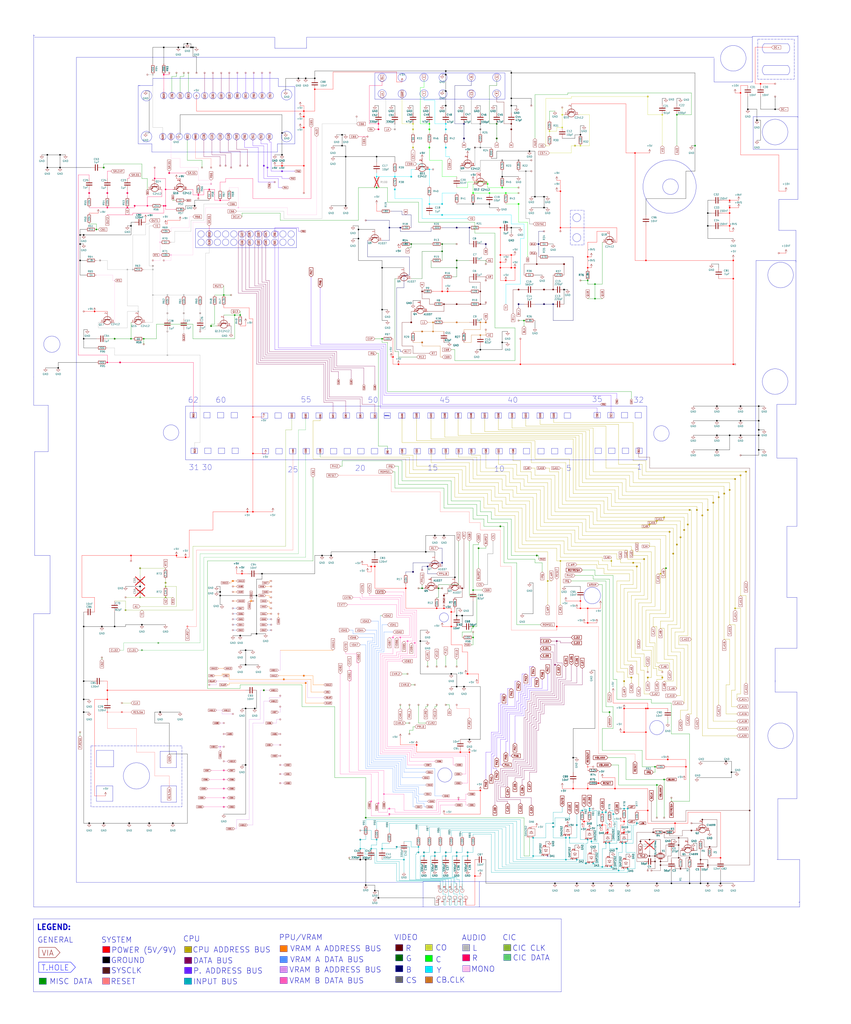
<source format=kicad_sch>
(kicad_sch (version 20250114) (generator "eeschema") (generator_version "9.0")
  (paper "User" 594.004 713.994)
  (title_block (title "SHVC-CPU-01") (date "2025-05-18") (rev "A") (company "License: CERN-OHL-S") (comment 1 "This Document Is Not Endorsed By Nintendo") (comment 2 "Documented by starlightk7 for Repair Usage") (comment 3 "Originally Designed By Nintendo") (comment 4 "Used In Launch Super Famicoms and SNES Units"))
  (circle (center 174.625 168.91) (radius 2.2895))
  (rectangle (start 195.453 659.257) (end 200.533 663.702) (fill (type color) (color 255 120 0 1)))
  (circle (center 102.235 95.25) (radius 3.7027))
  (circle (center 137.16 66.675) (radius 2.2895))
  (rectangle (start 384.302 287.909) (end 388.747 291.719))
  (circle (center 36.195 240.03) (radius 5.6796))
  (circle (center 120.015 66.675) (radius 2.2895))
  (circle (center 346.71 65.405) (radius 2.8398))
  (circle (center 203.2 168.91) (radius 2.2895))
  (circle (center 163.195 168.91) (radius 2.2895))
  (circle (center 328.93 65.405) (radius 2.8398))
  (rectangle (start 161.29 287.655) (end 165.735 291.465))
  (rectangle (start 296.8583 681.0292) (end 301.9383 685.4742) (fill (type color) (color 204 115 31 1)))
  (rectangle (start 229.997 287.909) (end 234.442 291.719))
  (rectangle (start 326.517 287.909) (end 330.962 291.719))
  (circle (center 413.385 415.29) (radius 5.7502))
  (circle (center 266.7 65.405) (radius 2.8398))
  (rectangle (start 239.522 287.909) (end 243.967 291.719))
  (circle (center 197.485 168.91) (radius 2.2895))
  (circle (center 295.91 65.405) (radius 2.8398))
  (circle (center 346.71 53.975) (radius 2.8398))
  (rectangle (start 211.582 312.674) (end 216.027 316.484))
  (rectangle (start 278.892 312.674) (end 283.337 316.484))
  (circle (center 309.88 430.53) (radius 3.175))
  (circle (center 467.36 130.175) (radius 18.5459))
  (circle (center 176.53 95.25) (radius 2.2895))
  (rectangle (start 299.212 312.674) (end 303.657 316.484))
  (circle (center 153.67 95.25) (radius 2.2895))
  (circle (center 157.48 163.195) (radius 2.2895))
  (rectangle (start 112.395 548.005) (end 123.19 559.435))
  (rectangle (start 295.275 614.68) (end 334.645 632.46))
  (circle (center 541.02 266.065) (radius 8.9126))
  (rectangle (start 384.937 312.674) (end 389.382 316.484))
  (circle (center 310.515 540.385) (radius 4.9595))
  (circle (center 402.59 165.735) (radius 2.8398))
  (circle (center 146.05 163.195) (radius 2.2895))
  (circle (center 328.93 53.975) (radius 2.8398))
  (circle (center 114.3 66.675) (radius 2.2895))
  (rectangle (start 128.778 667.512) (end 133.858 671.957) (fill (type color) (color 127 0 80 1)))
  (arc (start 533.4 36.83) (mid 532.0849 33.655) (end 533.4 30.48))
  (rectangle (start 221.107 312.674) (end 225.552 316.484))
  (rectangle (start 415.29 312.42) (end 419.735 316.23))
  (circle (center 113.665 95.25) (radius 2.2895))
  (rectangle (start 296.799 673.735) (end 301.879 678.18) (fill (type color) (color 0 231 246 1)))
  (circle (center 544.83 191.77) (radius 8.9126))
  (rectangle (start 276.098 658.622) (end 281.178 663.067) (fill (type color) (color 100 0 0 1)))
  (circle (center 511.81 40.64) (radius 8.9126))
  (rectangle (start 230.632 312.674) (end 235.077 316.484))
  (rectangle (start 128.778 659.892) (end 133.858 664.337) (fill (type color) (color 182 165 0 1)))
  (rectangle (start 433.705 287.655) (end 438.15 291.465))
  (circle (center 461.645 302.26) (radius 5.3882))
  (circle (center 191.77 168.91) (radius 2.2895))
  (circle (center 197.485 163.195) (radius 2.2895))
  (circle (center 125.73 66.675) (radius 2.2895))
  (rectangle (start 111.76 523.875) (end 123.19 535.305))
  (circle (center 467.995 130.175) (radius 5.4625))
  (rectangle (start 71.501 681.863) (end 76.581 686.308) (fill (type color) (color 255 120 120 1)))
  (circle (center 170.815 95.25) (radius 2.2895))
  (rectangle (start 351.536 665.353) (end 356.616 669.798) (fill (type color) (color 91 201 106 1)))
  (circle (center 541.02 92.075) (radius 8.9126))
  (circle (center 151.765 163.195) (radius 2.2895))
  (circle (center 154.305 66.675) (radius 2.2895))
  (circle (center 119.38 301.625) (radius 5.3882))
  (circle (center 160.02 66.675) (radius 2.2895))
  (circle (center 140.335 168.91) (radius 2.2895))
  (rectangle (start 336.042 287.909) (end 340.487 291.719))
  (rectangle (start 322.834 665.607) (end 327.914 670.052) (fill (type color) (color 255 0 85 1)))
  (circle (center 159.385 95.25) (radius 2.2895))
  (rectangle (start 298.577 287.909) (end 303.022 291.719))
  (circle (center 165.735 66.675) (radius 2.2895))
  (rectangle (start 318.262 312.674) (end 322.707 316.484))
  (rectangle (start 375.412 312.674) (end 379.857 316.484))
  (rectangle (start 276.098 680.847) (end 281.178 685.292) (fill (type color) (color 100 100 100 1)))
  (rectangle (start 322.961 673.227) (end 328.041 677.672) (fill (type color) (color 255 186 229 1)))
  (rectangle (start 355.727 312.674) (end 360.172 316.484))
  (rectangle (start 128.651 681.99) (end 133.731 686.435) (fill (type color) (color 0 172 180 1)))
  (rectangle (start 136.525 159.385) (end 207.01 172.72))
  (circle (center 163.195 163.195) (radius 2.2895))
  (circle (center 147.955 95.25) (radius 2.2895))
  (rectangle (start 414.655 287.655) (end 419.1 291.465))
  (rectangle (start 152.4 312.42) (end 156.845 316.23))
  (rectangle (start 210.947 287.909) (end 215.392 291.719))
  (rectangle (start 398.145 146.685) (end 407.67 170.815) (stroke (width 0) (type dash)))
  (circle (center 140.335 163.195) (radius 2.2895))
  (rectangle (start 278.257 287.909) (end 282.702 291.719))
  (rectangle (start 23.368 640.715) (end 391.795 691.642))
  (rectangle (start 394.462 312.674) (end 398.907 316.484))
  (circle (center 182.88 66.675) (radius 2.2895))
  (circle (center 280.67 53.975) (radius 2.8398))
  (rectangle (start 133.35 312.42) (end 137.795 316.23))
  (circle (center 295.91 53.975) (radius 2.8398))
  (rectangle (start 249.047 287.909) (end 253.492 291.719))
  (circle (center 168.91 163.195) (radius 2.2895))
  (rectangle (start 393.827 287.909) (end 398.272 291.719))
  (circle (center 182.245 95.25) (radius 2.2895))
  (rectangle (start 296.799 666.115) (end 301.879 670.56) (fill (type color) (color 0 255 3 1)))
  (rectangle (start 424.18 287.655) (end 428.625 291.465))
  (rectangle (start 63.5 520.065) (end 127 562.61) (stroke (width 0) (type dash)))
  (rectangle (start 365.252 312.674) (end 369.697 316.484))
  (rectangle (start 202.057 312.674) (end 206.502 316.484))
  (arc (start 549.91 30.48) (mid 551.2251 33.655) (end 549.91 36.83))
  (circle (center 180.34 163.195) (radius 2.2895))
  (rectangle (start 374.777 287.909) (end 379.222 291.719))
  (rectangle (start 71.628 659.892) (end 76.708 664.337) (fill (type color) (color 255 0 0 1)))
  (rectangle (start 71.628 667.131) (end 76.708 671.576) (fill (type color) (color 0 0 0 1)))
  (rectangle (start 308.102 287.909) (end 312.547 291.719))
  (rectangle (start 132.715 287.655) (end 137.16 291.465))
  (rectangle (start 434.34 312.42) (end 438.785 316.23))
  (circle (center 95.25 541.02) (radius 9.1581))
  (rectangle (start 276.098 673.227) (end 281.178 677.672) (fill (type color) (color 0 0 100 1)))
  (rectangle (start 259.207 312.674) (end 263.652 316.484))
  (rectangle (start 240.157 312.674) (end 244.602 316.484))
  (circle (center 180.34 168.91) (radius 2.2895))
  (rectangle (start 308.737 312.674) (end 313.182 316.484))
  (circle (center 148.59 66.675) (radius 2.2895))
  (circle (center 125.095 95.25) (radius 2.2895))
  (rectangle (start 327.152 312.674) (end 331.597 316.484))
  (circle (center 309.245 53.975) (radius 2.8398))
  (rectangle (start 322.834 658.622) (end 327.914 663.067) (fill (type color) (color 180 180 180 1)))
  (circle (center 177.165 66.675) (radius 2.2895))
  (rectangle (start 195.453 666.877) (end 200.533 671.322) (fill (type color) (color 78 144 255 1)))
  (rectangle (start 289.052 312.674) (end 293.497 316.484))
  (circle (center 146.05 168.91) (radius 2.2895))
  (circle (center 280.67 65.405) (radius 2.8398))
  (rectangle (start 142.24 287.655) (end 146.685 291.465))
  (circle (center 309.245 65.405) (radius 2.8398))
  (rectangle (start 364.617 287.909) (end 369.062 291.719))
  (rectangle (start 192.532 312.674) (end 196.977 316.484))
  (rectangle (start 191.897 287.909) (end 196.342 291.719))
  (circle (center 151.765 168.91) (radius 2.2895))
  (circle (center 266.7 53.975) (radius 2.8398))
  (circle (center 130.81 95.25) (radius 2.2895))
  (circle (center 458.47 507.365) (radius 4.9595))
  (circle (center 191.77 163.195) (radius 2.2895))
  (rectangle (start 128.778 674.497) (end 133.858 678.942) (fill (type color) (color 103 29 255 1)))
  (rectangle (start 27.305 681.99) (end 32.385 686.435) (fill (type color) (color 0 150 0 1)))
  (circle (center 186.055 163.195) (radius 2.2895))
  (rectangle (start 528.955 27.305) (end 554.355 55.245) (stroke (width 0) (type dash)))
  (circle (center 544.83 513.08) (radius 8.9126))
  (rectangle (start 296.799 658.495) (end 301.879 662.94) (fill (type color) (color 201 213 53 1)))
  (rectangle (start 151.765 287.655) (end 156.21 291.465))
  (arc (start 533.4 52.07) (mid 532.0849 48.895) (end 533.4 45.72))
  (rectangle (start 424.815 312.42) (end 429.26 316.23))
  (rectangle (start 355.092 287.909) (end 359.537 291.719))
  (circle (center 165.1 95.25) (radius 2.2895))
  (rectangle (start 220.472 287.909) (end 224.917 291.719))
  (rectangle (start 268.097 287.909) (end 272.542 291.719))
  (rectangle (start 67.31 548.005) (end 78.74 558.8))
  (circle (center 168.91 168.91) (radius 2.2895))
  (rectangle (start 71.628 674.497) (end 76.708 678.942) (fill (type color) (color 85 22 22 1)))
  (rectangle (start 182.4535 287.9771) (end 186.8985 291.7871))
  (rectangle (start 288.417 287.909) (end 292.862 291.719))
  (rectangle (start 276.098 665.607) (end 281.178 670.052) (fill (type color) (color 0 100 0 1)))
  (circle (center 174.625 163.195) (radius 2.2895))
  (rectangle (start 268.732 312.674) (end 273.177 316.484))
  (circle (center 203.2 163.195) (radius 2.2895))
  (circle (center 119.38 95.25) (radius 2.2895))
  (rectangle (start 351.499 658.5984) (end 356.579 663.0434) (fill (type color) (color 137 180 50 1)))
  (circle (center 157.48 168.91) (radius 2.2895))
  (circle (center 131.445 66.675) (radius 2.2895))
  (circle (center 142.875 66.675) (radius 2.2895))
  (circle (center 186.055 168.91) (radius 2.2895))
  (arc (start 549.91 45.72) (mid 551.2251 48.895) (end 549.91 52.07))
  (rectangle (start 142.875 312.42) (end 147.32 316.23))
  (rectangle (start 336.677 312.674) (end 341.122 316.484))
  (circle (center 102.235 66.675) (radius 3.7027))
  (rectangle (start 67.31 523.24) (end 79.375 534.67))
  (rectangle (start 443.865 312.42) (end 448.31 316.23))
  (rectangle (start 258.572 287.909) (end 263.017 291.719))
  (circle (center 188.595 66.675) (radius 2.2895))
  (rectangle (start 346.202 312.674) (end 350.647 316.484))
  (rectangle (start 443.23 287.655) (end 447.675 291.465))
  (circle (center 402.59 151.765) (radius 2.8398))
  (circle (center 200.025 95.25) (radius 3.7027))
  (rectangle (start 261.62 50.8) (end 352.425 69.215))
  (circle (center 200.025 66.04) (radius 3.7027))
  (rectangle (start 183.0885 312.7421) (end 187.5335 316.5521))
  (rectangle (start 317.627 287.909) (end 322.072 291.719))
  (rectangle (start 161.925 312.42) (end 166.37 316.23))
  (rectangle (start 129.54 283.21) (end 451.485 320.675))
  (circle (center 142.24 95.25) (radius 2.2895))
  (rectangle (start 195.453 673.862) (end 200.533 678.307) (fill (type color) (color 215 142 230 1)))
  (rectangle (start 201.422 287.909) (end 205.867 291.719))
  (rectangle (start 554.355 50.165) (end 554.355 50.165))
  (rectangle (start 195.453 681.482) (end 200.533 685.927) (fill (type color) (color 255 87 179 1)))
  (circle (center 136.525 95.25) (radius 2.2895))
  (rectangle (start 345.567 287.909) (end 350.012 291.719))
  (rectangle (start 249.682 312.674) (end 254.127 316.484))
  (circle (center 187.96 95.25) (radius 2.2895))
  (circle (center 171.45 66.675) (radius 2.2895))
  (text "CIC CLK" (at 369.279 661.2654 0) (effects (font (size 3.81 3.81) (thickness 0.254) (bold yes))))
  (text "VRAM A DATA BUS" (at 228.219 669.29 0) (effects (font (size 3.81 3.81) (thickness 0.254) (bold yes))))
  (text "VRAM B ADDRESS BUS" (at 234.061 676.402 0) (effects (font (size 3.81 3.81) (thickness 0.254) (bold yes))))
  (text "GENERAL" (at 38.608 655.574 0) (effects (font (size 3.81 3.81) (thickness 0.254) (bold yes))))
  (text "Y" (at 306.451 676.783 0) (effects (font (size 3.81 3.81) (thickness 0.254) (bold yes))))
  (text "VRAM A ADDRESS BUS" (at 234.315 661.67 0) (effects (font (size 3.81 3.81) (thickness 0.254) (bold yes))))
  (text "G" (at 285.369 668.528 0) (effects (font (size 3.81 3.81) (thickness 0.254) (bold yes))))
  (text "1" (at 446.278 325.882 0) (effects (font (size 3.81 3.81))))
  (text "INPUT BUS\n" (at 150.368 684.657 0) (effects (font (size 3.81 3.81) (thickness 0.254) (bold yes))))
  (text "CPU" (at 133.731 654.812 0) (effects (font (size 3.81 3.81) (thickness 0.254) (bold yes))))
  (text "40" (at 357.886 279.146 0) (effects (font (size 3.81 3.81))))
  (text "MISC DATA\n" (at 49.53 684.53 0) (effects (font (size 3.81 3.81) (thickness 0.254) (bold yes))))
  (text "CS" (at 287.147 683.768 0) (effects (font (size 3.81 3.81) (thickness 0.254) (bold yes))))
  (text "32" (at 445.77 279.146 0) (effects (font (size 3.81 3.81))))
  (text "LEGEND:" (at 37.592 646.684 0) (effects (font (size 3.81 3.81) (thickness 0.762) (bold yes))))
  (text "SYSTEM" (at 81.407 655.574 0) (effects (font (size 3.81 3.81) (thickness 0.254) (bold yes))))
  (text "25" (at 204.47 327.66 0) (effects (font (size 3.81 3.81))))
  (text "B" (at 285.369 676.402 0) (effects (font (size 3.81 3.81) (thickness 0.254) (bold yes))))
  (text "55" (at 213.614 278.892 0) (effects (font (size 3.81 3.81))))
  (text "31" (at 135.382 326.136 0) (effects (font (size 3.81 3.81))))
  (text "L" (at 331.47 661.289 0) (effects (font (size 3.81 3.81) (thickness 0.254) (bold yes))))
  (text "CPU ADDRESS BUS" (at 161.671 662.432 0) (effects (font (size 3.81 3.81) (thickness 0.254) (bold yes))))
  (text "POWER (5V/9V)" (at 100.457 662.686 0) (effects (font (size 3.81 3.81) (thickness 0.254) (bold yes))))
  (text "15" (at 302.006 326.39 0) (effects (font (size 3.81 3.81))))
  (text "ROMSEL" (at 270.256 290.068 0) (effects (font (size 0.635 0.635))))
  (text "20" (at 251.46 326.644 0) (effects (font (size 3.81 3.81))))
  (text "VRAM B DATA BUS" (at 227.965 684.022 0) (effects (font (size 3.81 3.81) (thickness 0.254) (bold yes))))
  (text "50" (at 260.35 279.146 0) (effects (font (size 3.81 3.81))))
  (text "10" (at 348.488 327.152 0) (effects (font (size 3.81 3.81))))
  (text "SYSCLK" (at 88.265 676.91 0) (effects (font (size 3.81 3.81) (thickness 0.254) (bold yes))))
  (text "P. ADDRESS BUS" (at 159.131 677.164 0) (effects (font (size 3.81 3.81) (thickness 0.254) (bold yes))))
  (text "VIDEO" (at 283.337 653.796 0) (effects (font (size 3.81 3.81) (thickness 0.254) (bold yes))))
  (text "62" (at 134.874 279.146 0) (effects (font (size 3.81 3.81))))
  (text "35" (at 416.814 278.638 0) (effects (font (size 3.81 3.81))))
  (text "CIC DATA" (at 370.84 668.02 0) (effects (font (size 3.81 3.81) (thickness 0.254) (bold yes))))
  (text "RESET" (at 85.979 684.53 0) (effects (font (size 3.81 3.81) (thickness 0.254) (bold yes))))
  (text "30" (at 144.526 326.136 0) (effects (font (size 3.81 3.81))))
  (text "CO" (at 307.975 661.035 0) (effects (font (size 3.81 3.81) (thickness 0.254) (bold yes))))
  (text "MONO" (at 337.185 675.894 0) (effects (font (size 3.81 3.81) (thickness 0.254) (bold yes))))
  (text "CB.CLK" (at 314.452 683.514 0) (effects (font (size 3.81 3.81) (thickness 0.254) (bold yes))))
  (text "45" (at 310.388 279.146 0) (effects (font (size 3.81 3.81))))
  (text "R" (at 285.115 661.416 0) (effects (font (size 3.81 3.81) (thickness 0.254) (bold yes))))
  (text "R" (at 331.47 668.274 0) (effects (font (size 3.81 3.81) (thickness 0.254) (bold yes))))
  (text "CIC" (at 355.563 653.8994 0) (effects (font (size 3.81 3.81) (thickness 0.254) (bold yes))))
  (text "DATA BUS" (at 148.717 670.052 0) (effects (font (size 3.81 3.81) (thickness 0.254) (bold yes))))
  (text "GROUND" (at 89.281 669.798 0) (effects (font (size 3.81 3.81) (thickness 0.254) (bold yes))))
  (text "C" (at 306.07 669.29 0) (effects (font (size 3.81 3.81) (thickness 0.254) (bold yes))))
  (text "PPU/VRAM" (at 209.931 653.796 0) (effects (font (size 3.81 3.81) (thickness 0.254) (bold yes))))
  (text "5" (at 397.002 326.644 0) (effects (font (size 3.81 3.81))))
  (text "AUDIO" (at 330.835 654.05 0) (effects (font (size 3.81 3.81) (thickness 0.254) (bold yes))))
  (text "60" (at 154.178 279.146 0) (effects (font (size 3.81 3.81))))
  (junction (at 386.08 212.09) (color 0 0 100 1))
  (junction (at 529.59 293.37) (color 0 0 0 1))
  (junction (at 462.28 80.01) (color 201 213 53 1))
  (junction (at 96.52 217.17) (color 180 180 180 1))
  (junction (at 304.8 424.18) (color 255 0 0 1))
  (junction (at 388.62 436.88) (color 255 0 0 1))
  (junction (at 424.18 580.39) (color 255 0 0 1))
  (junction (at 295.91 594.36) (color 0 172 180 1))
  (junction (at 128.27 33.02) (color 0 0 0 1))
  (junction (at 72.39 116.84))
  (junction (at 400.05 528.32) (color 0 0 0 1))
  (junction (at 359.41 186.69) (color 255 0 0 1))
  (junction (at 261.62 384.81) (color 0 0 0 1))
  (junction (at 259.08 394.97) (color 255 0 0 1))
  (junction (at 264.16 626.11) (color 0 0 0 1))
  (junction (at 115.57 406.4) (color 137 180 50 1))
  (junction (at 309.88 415.29) (color 100 0 0 1))
  (junction (at 494.03 355.6) (color 182 165 0 1))
  (junction (at 356.87 68.58) (color 0 0 0 1))
  (junction (at 106.68 205.74) (color 180 180 180 1))
  (junction (at 392.43 88.9) (color 201 213 53 1))
  (junction (at 74.93 496.57) (color 255 120 120 1))
  (junction (at 91.44 236.22))
  (junction (at 374.65 184.15) (color 100 0 0 1))
  (junction (at 292.1 594.36) (color 0 172 180 1))
  (junction (at 198.12 473.71) (color 255 120 0 1))
  (junction (at 261.62 621.03) (color 0 0 0 1))
  (junction (at 450.85 181.61) (color 255 0 0 1))
  (junction (at 402.59 575.31) (color 0 172 180 1))
  (junction (at 111.76 496.57) (color 0 0 0 1))
  (junction (at 502.92 598.17) (color 255 0 0 1))
  (junction (at 308.61 149.86) (color 0 231 246 1))
  (junction (at 162.56 405.13) (color 255 120 0 1))
  (junction (at 111.76 168.91) (color 255 186 229 1))
  (junction (at 92.71 187.96) (color 180 180 180 1))
  (junction (at 153.67 415.29) (color 0 0 0 1))
  (junction (at 156.21 537.21) (color 255 87 179 1))
  (junction (at 444.5 574.04) (color 0 172 180 1))
  (junction (at 299.72 86.36) (color 0 255 3 1))
  (junction (at 473.71 598.17) (color 85 22 22 1))
  (junction (at 312.42 203.2) (color 255 0 0 1))
  (junction (at 425.45 496.57))
  (junction (at 379.73 212.09) (color 0 0 100 1))
  (junction (at 106.68 187.96) (color 180 180 180 1))
  (junction (at 452.12 472.44) (color 182 165 0 1))
  (junction (at 405.13 424.18) (color 255 0 0 1))
  (junction (at 139.7 218.44) (color 180 180 180 1))
  (junction (at 55.88 170.18) (color 0 0 0 1))
  (junction (at 67.31 160.02))
  (junction (at 388.62 447.04) (color 127 0 80 1))
  (junction (at 330.2 444.5))
  (junction (at 473.71 589.28) (color 85 22 22 1))
  (junction (at 114.3 143.51) (color 255 0 85 1))
  (junction (at 264.16 560.07) (color 255 87 179 1))
  (junction (at 184.15 115.57) (color 103 29 255 1))
  (junction (at 464.82 396.24) (color 182 165 0 1))
  (junction (at 314.96 469.9) (color 0 0 0 1))
  (junction (at 414.02 601.98) (color 0 172 180 1))
  (junction (at 171.45 533.4) (color 0 0 0 1))
  (junction (at 115.57 143.51) (color 255 0 85 1))
  (junction (at 443.23 106.68) (color 255 0 0 1))
  (junction (at 513.08 424.18) (color 182 165 0 1))
  (junction (at 474.98 374.65) (color 182 165 0 1))
  (junction (at 275.59 90.17) (color 180 180 180 1))
  (junction (at 478.79 534.67) (color 255 0 0 1))
  (junction (at 457.2 534.67))
  (junction (at 130.81 436.88) (color 255 120 120 1))
  (junction (at 287.02 224.79) (color 100 0 0 1))
  (junction (at 156.21 556.26) (color 255 87 179 1))
  (junction (at 510.54 538.48) (color 0 0 0 1))
  (junction (at 335.28 212.09) (color 100 0 0 1))
  (junction (at 318.77 478.79) (color 0 0 0 1))
  (junction (at 349.25 177.8) (color 255 0 0 1))
  (junction (at 431.8 607.06) (color 0 172 180 1))
  (junction (at 281.94 599.44) (color 0 172 180 1))
  (junction (at 271.78 567.69) (color 255 87 179 1))
  (junction (at 394.97 599.44) (color 0 172 180 1))
  (junction (at 356.87 177.8) (color 255 0 0 1))
  (junction (at 97.79 416.56) (color 137 180 50 1))
  (junction (at 283.21 410.21) (color 255 0 0 1))
  (junction (at 288.29 398.78) (color 0 0 100 1))
  (junction (at 97.79 408.94) (color 0 0 0 1))
  (junction (at 330.2 411.48))
  (junction (at 387.35 463.55) (color 127 0 80 1))
  (junction (at 72.39 574.04) (color 0 0 0 1))
  (junction (at 74.93 252.73) (color 255 0 85 1))
  (junction (at 259.08 591.82) (color 0 172 180 1))
  (junction (at 529.59 303.53) (color 0 0 0 1))
  (junction (at 441.96 392.43) (color 182 165 0 1))
  (junction (at 340.36 128.27) (color 0 255 3 1))
  (junction (at 318.77 224.79) (color 204 115 31 1))
  (junction (at 369.57 105.41) (color 0 0 0 1))
  (junction (at 102.87 143.51) (color 255 0 85 1))
  (junction (at 116.84 218.44) (color 180 180 180 1))
  (junction (at 311.15 52.07) (color 0 0 0 1))
  (junction (at 279.4 158.75) (color 0 0 100 1))
  (junction (at 367.03 119.38) (color 100 100 100 1))
  (junction (at 278.13 254) (color 255 0 0 1))
  (junction (at 435.61 563.88) (color 0 172 180 1))
  (junction (at 516.89 331.47) (color 182 165 0 1))
  (junction (at 334.01 382.27))
  (junction (at 494.03 603.25) (color 85 22 22 1))
  (junction (at 485.14 101.6))
  (junction (at 486.41 355.6) (color 182 165 0 1))
  (junction (at 196.85 115.57) (color 255 0 0 1))
  (junction (at 427.99 567.69) (color 0 172 180 1))
  (junction (at 506.73 530.86) (color 0 0 0 1))
  (junction (at 410.21 549.91) (color 255 0 0 1))
  (junction (at 309.88 212.09) (color 100 0 0 1))
  (junction (at 481.33 615.95) (color 0 0 0 1))
  (junction (at 379.73 137.16) (color 0 0 0 1))
  (junction (at 346.71 96.52) (color 0 100 0 1))
  (junction (at 356.87 186.69) (color 255 0 0 1))
  (junction (at 100.33 236.22))
  (junction (at 430.53 591.82) (color 0 172 180 1))
  (junction (at 335.28 224.79) (color 204 115 31 1))
  (junction (at 302.26 224.79) (color 204 115 31 1))
  (junction (at 212.09 88.9) (color 255 0 0 1))
  (junction (at 500.38 313.69) (color 0 0 0 1))
  (junction (at 83.82 252.73) (color 255 0 85 1))
  (junction (at 386.08 574.04) (color 0 172 180 1))
  (junction (at 238.76 93.98) (color 0 0 0 1))
  (junction (at 405.13 101.6) (color 201 213 53 1))
  (junction (at 481.33 355.6) (color 182 165 0 1))
  (junction (at 293.37 447.04) (color 0 0 0 1))
  (junction (at 457.2 600.71) (color 85 22 22 1))
  (junction (at 299.72 142.24) (color 0 231 246 1))
  (junction (at 405.13 419.1) (color 255 0 0 1))
  (junction (at 494.03 148.59) (color 0 0 0 1))
  (junction (at 350.52 238.76) (color 0 0 0 1))
  (junction (at 426.72 604.52) (color 0 172 180 1))
  (junction (at 71.12 436.88) (color 0 0 0 1))
  (junction (at 58.42 474.98) (color 0 0 0 1))
  (junction (at 330.2 436.88))
  (junction (at 212.09 115.57) (color 255 0 0 1))
  (junction (at 294.64 231.14) (color 204 115 31 1))
  (junction (at 251.46 585.47) (color 0 172 180 1))
  (junction (at 511.81 181.61) (color 255 0 0 1))
  (junction (at 262.89 109.22) (color 0 0 0 1))
  (junction (at 477.52 369.57) (color 182 165 0 1))
  (junction (at 251.46 591.82) (color 0 172 180 1))
  (junction (at 379.73 201.93) (color 100 0 0 1))
  (junction (at 335.28 551.18) (color 255 0 0 1))
  (junction (at 146.05 132.08) (color 255 0 85 1))
  (junction (at 66.04 217.17) (color 255 0 0 1))
  (junction (at 326.39 594.36) (color 0 172 180 1))
  (junction (at 529.59 313.69) (color 0 0 0 1))
  (junction (at 74.93 134.62) (color 255 0 85 1))
  (junction (at 349.25 182.88) (color 255 0 0 1))
  (junction (at 318.77 186.69) (color 0 100 0 1))
  (junction (at 294.64 410.21) (color 0 100 0 1))
  (junction (at 299.72 118.11) (color 0 231 246 1))
  (junction (at 392.43 80.01) (color 201 213 53 1))
  (junction (at 363.22 254) (color 255 0 0 1))
  (junction (at 321.31 524.51) (color 255 0 0 1))
  (junction (at 426.72 615.95) (color 0 0 0 1))
  (junction (at 410.21 186.69) (color 255 0 0 1))
  (junction (at 435.61 510.54) (color 255 0 0 1))
  (junction (at 264.16 86.36) (color 255 0 85 1))
  (junction (at 266.7 591.82) (color 0 172 180 1))
  (junction (at 474.98 605.79) (color 85 22 22 1))
  (junction (at 99.06 453.39) (color 91 201 106 1))
  (junction (at 490.22 359.41) (color 182 165 0 1))
  (junction (at 411.48 563.88) (color 0 172 180 1))
  (junction (at 386.08 201.93) (color 100 0 0 1))
  (junction (at 58.42 163.83) (color 0 0 0 1))
  (junction (at 261.62 394.97) (color 255 0 0 1))
  (junction (at 375.92 170.18) (color 0 0 100 1))
  (junction (at 502.92 615.95) (color 0 0 0 1))
  (junction (at 311.15 594.36) (color 0 172 180 1))
  (junction (at 488.95 615.95) (color 0 0 0 1))
  (junction (at 303.53 373.38) (color 0 0 0 1))
  (junction (at 299.72 102.87) (color 0 255 3 1))
  (junction (at 274.32 444.5) (color 255 87 179 1))
  (junction (at 179.07 415.29) (color 0 0 0 1))
  (junction (at 356.87 50.8) (color 0 0 0 1))
  (junction (at 271.78 563.88) (color 255 87 179 1))
  (junction (at 397.51 584.2) (color 0 172 180 1))
  (junction (at 130.81 30.48) (color 0 0 0 1))
  (junction (at 118.11 120.65) (color 255 0 85 1))
  (junction (at 287.02 170.18) (color 0 100 0 1))
  (junction (at 250.19 166.37) (color 0 0 0 1))
  (junction (at 464.82 396.2399))
  (junction (at 124.46 33.02) (color 0 0 0 1))
  (junction (at 415.29 198.12))
  (junction (at 123.19 387.35) (color 255 0 0 1))
  (junction (at 516.89 293.37) (color 0 0 0 1))
  (junction (at 469.9 386.08) (color 182 165 0 1))
  (junction (at 458.47 363.22) (color 182 165 0 1))
  (junction (at 308.61 175.26) (color 0 100 0 1))
  (junction (at 372.11 596.9) (color 0 172 180 1))
  (junction (at 450.85 510.54) (color 255 0 0 1))
  (junction (at 213.36 54.61) (color 0 0 0 1))
  (junction (at 41.91 107.95) (color 0 0 0 1))
  (junction (at 521.97 76.2) (color 0 0 0 1))
  (junction (at 335.28 233.68) (color 204 115 31 1))
  (junction (at 138.43 135.89) (color 255 0 85 1))
  (junction (at 509.27 341.63) (color 182 165 0 1))
  (junction (at 458.47 547.37))
  (junction (at 528.32 83.82) (color 0 0 0 1))
  (junction (at 523.24 565.15) (color 85 22 22 1))
  (junction (at 391.16 391.16) (color 182 165 0 1))
  (junction (at 411.48 565.15) (color 0 172 180 1))
  (junction (at 402.59 615.95) (color 0 0 0 1))
  (junction (at 529.59 299.72) (color 0 0 0 1))
  (junction (at 295.91 596.9) (color 0 172 180 1))
  (junction (at 407.67 572.77) (color 255 0 0 1))
  (junction (at 147.32 227.33))
  (junction (at 509.27 157.48) (color 255 0 0 1))
  (junction (at 133.35 33.02) (color 0 0 0 1))
  (junction (at 452.12 565.15) (color 255 0 0 1))
  (junction (at 410.21 424.18) (color 255 0 0 1))
  (junction (at 379.73 144.78) (color 0 0 0 1))
  (junction (at 426.72 391.16) (color 182 165 0 1))
  (junction (at 391.16 133.35) (color 255 0 0 1))
  (junction (at 172.72 356.87) (color 255 0 0 1))
  (junction (at 331.47 102.87) (color 100 100 100 1))
  (junction (at 422.91 588.01) (color 0 172 180 1))
  (junction (at 461.01 400.0564) (color 182 165 0 1))
  (junction (at 241.3 143.51) (color 0 0 0 1))
  (junction (at 106.68 185.42) (color 180 180 180 1))
  (junction (at 361.95 212.09) (color 0 0 100 1))
  (junction (at 516.89 64.77) (color 255 0 0 1))
  (junction (at 153.67 412.75) (color 0 0 0 1))
  (junction (at 320.04 557.53) (color 255 87 179 1))
  (junction (at 417.83 546.1) (color 255 0 0 1))
  (junction (at 463.55 580.39) (color 85 22 22 1))
  (junction (at 318.77 181.61) (color 0 100 0 1))
  (junction (at 116.84 247.65) (color 180 180 180 1))
  (junction (at 318.77 158.75) (color 0 0 100 1))
  (junction (at 74.93 487.68) (color 255 0 0 1))
  (junction (at 171.45 463.55) (color 0 0 0 1))
  (junction (at 213.36 476.25) (color 255 120 0 1))
  (junction (at 361.95 142.24) (color 0 255 3 1))
  (junction (at 440.69 472.44) (color 182 165 0 1))
  (junction (at 410.21 585.47) (color 0 172 180 1))
  (junction (at 262.89 130.81))
  (junction (at 311.15 86.36) (color 0 231 246 1))
  (junction (at 335.28 102.87) (color 100 100 100 1))
  (junction (at 250.19 160.02) (color 0 0 0 1))
  (junction (at 339.09 170.18) (color 0 0 100 1))
  (junction (at 349.25 367.03))
  (junction (at 420.37 575.31) (color 255 0 0 1))
  (junction (at 472.44 379.73) (color 182 165 0 1))
  (junction (at 435.61 580.39) (color 255 0 0 1))
  (junction (at 306.07 410.21) (color 0 100 0 1))
  (junction (at 212.09 77.47) (color 255 0 0 1))
  (junction (at 99.06 435.61) (color 0 0 0 1))
  (junction (at 374.65 387.35))
  (junction (at 361.95 111.76) (color 100 100 100 1))
  (junction (at 335.28 243.84) (color 0 0 0 1))
  (junction (at 311.15 63.5) (color 0 0 0 1))
  (junction (at 196.85 92.71) (color 0 0 0 1))
  (junction (at 500.38 283.21) (color 0 0 0 1))
  (junction (at 176.53 356.87) (color 255 0 0 1))
  (junction (at 274.32 248.92) (color 255 0 0 1))
  (junction (at 327.66 524.51) (color 255 0 0 1))
  (junction (at 55.88 181.61) (color 0 0 0 1))
  (junction (at 275.59 123.19) (color 0 231 246 1))
  (junction (at 500.38 293.37) (color 0 0 0 1))
  (junction (at 450.85 494.03) (color 255 0 0 1))
  (junction (at 308.61 170.18) (color 0 100 0 1))
  (junction (at 128.27 205.74) (color 180 180 180 1))
  (junction (at 74.93 144.78) (color 255 0 85 1))
  (junction (at 501.65 346.71) (color 182 165 0 1))
  (junction (at 453.39 596.9) (color 85 22 22 1))
  (junction (at 516.89 303.53) (color 0 0 0 1))
  (junction (at 365.76 223.52))
  (junction (at 175.26 419.1) (color 255 120 0 1))
  (junction (at 255.27 570.23))
  (junction (at 494.03 157.48) (color 0 0 0 1))
  (junction (at 335.28 203.2) (color 100 0 0 1))
  (junction (at 167.64 443.23) (color 0 0 0 1))
  (junction (at 435.61 494.03) (color 255 0 0 1))
  (junction (at 219.71 54.61) (color 0 0 0 1))
  (junction (at 153.67 520.7) (color 215 142 230 1))
  (junction (at 472.44 80.01))
  (junction (at 62.23 134.62) (color 255 0 85 1))
  (junction (at 490.22 571.5) (color 85 22 22 1))
  (junction (at 394.97 584.2) (color 0 172 180 1))
  (junction (at 134.62 33.02) (color 0 0 0 1))
  (junction (at 111.76 177.8) (color 255 186 229 1))
  (junction (at 302.26 231.14) (color 204 115 31 1))
  (junction (at 116.84 231.14) (color 180 180 180 1))
  (junction (at 495.3 590.55) (color 85 22 22 1))
  (junction (at 438.15 563.88) (color 0 172 180 1))
  (junction (at 509.27 139.7) (color 255 0 0 1))
  (junction (at 410.21 195.58))
  (junction (at 322.58 410.21) (color 100 0 0 1))
  (junction (at 406.4 565.15) (color 0 172 180 1))
  (junction (at 511.81 194.31) (color 255 0 0 1))
  (junction (at 330.2 142.24) (color 0 0 0 1))
  (junction (at 116.84 205.74) (color 180 180 180 1))
  (junction (at 238.76 101.6) (color 0 0 0 1))
  (junction (at 231.14 387.35) (color 0 0 0 1))
  (junction (at 353.06 195.58) (color 255 0 0 1))
  (junction (at 509.27 144.78) (color 255 0 0 1))
  (junction (at 408.94 601.98) (color 0 172 180 1))
  (junction (at 438.15 605.79) (color 0 172 180 1))
  (junction (at 279.4 444.5) (color 255 87 179 1))
  (junction (at 288.29 86.36) (color 201 213 53 1))
  (junction (at 327.66 158.75) (color 0 0 100 1))
  (junction (at 349.25 186.69) (color 255 0 0 1))
  (junction (at 318.77 596.9) (color 0 172 180 1))
  (junction (at 509.27 303.53) (color 0 0 0 1))
  (junction (at 58.42 496.57) (color 0 0 0 1))
  (junction (at 85.09 496.57) (color 255 120 120 1))
  (junction (at 449.58 389.89) (color 182 165 0 1))
  (junction (at 179.07 441.96) (color 0 0 0 1))
  (junction (at 308.61 203.2) (color 255 0 0 1))
  (junction (at 422.91 566.42) (color 0 172 180 1))
  (junction (at 391.16 158.75) (color 255 0 0 1))
  (junction (at 288.29 90.17) (color 201 213 53 1))
  (junction (at 264.16 90.17) (color 255 0 85 1))
  (junction (at 311.15 102.87) (color 0 231 246 1))
  (junction (at 414.02 615.95) (color 0 0 0 1))
  (junction (at 299.72 90.17) (color 0 255 3 1))
  (junction (at 88.9 144.78) (color 255 0 85 1))
  (junction (at 128.27 218.44) (color 180 180 180 1))
  (junction (at 341.63 142.24) (color 0 0 0 1))
  (junction (at 420.37 566.42) (color 0 172 180 1))
  (junction (at 156.21 205.74))
  (junction (at 361.95 201.93) (color 100 0 0 1))
  (junction (at 115.57 132.08) (color 255 0 85 1))
  (junction (at 509.27 148.59) (color 255 0 0 1))
  (junction (at 505.46 344.17) (color 182 165 0 1))
  (junction (at 212.09 471.17) (color 255 120 0 1))
  (junction (at 41.91 116.84) (color 0 0 0 1))
  (junction (at 156.21 549.91) (color 255 87 179 1))
  (junction (at 33.02 116.84) (color 0 0 0 1))
  (junction (at 383.54 91.44) (color 201 213 53 1))
  (junction (at 466.09 529.59) (color 255 0 0 1))
  (junction (at 303.53 596.9) (color 0 172 180 1))
  (junction (at 323.85 478.79) (color 0 0 0 1))
  (junction (at 171.45 494.03) (color 0 0 0 1))
  (junction (at 294.64 203.2) (color 100 0 0 1))
  (junction (at 434.34 588.01) (color 0 172 180 1))
  (junction (at 314.96 426.72) (color 255 0 0 1))
  (junction (at 259.08 558.8) (color 255 87 179 1))
  (junction (at 452.12 494.03) (color 255 0 0 1))
  (junction (at 97.79 396.24) (color 137 180 50 1))
  (junction (at 255.27 617.22) (color 0 0 0 1))
  (junction (at 410.21 179.07) (color 255 0 0 1))
  (junction (at 114.3 33.02) (color 0 0 0 1))
  (junction (at 311.15 73.66) (color 0 0 0 1))
  (junction (at 176.53 290.83) (color 255 0 0 1))
  (junction (at 58.42 236.22) (color 0 0 0 1))
  (junction (at 88.9 187.96) (color 180 180 180 1))
  (junction (at 405.13 93.98) (color 0 0 0 1))
  (junction (at 69.85 181.61) (color 180 180 180 1))
  (junction (at 115.57 416.56) (color 137 180 50 1))
  (junction (at 186.69 116.84) (color 103 29 255 1))
  (junction (at 372.11 584.2) (color 0 172 180 1))
  (junction (at 497.84 350.52) (color 182 165 0 1))
  (junction (at 271.78 158.75) (color 0 0 100 1))
  (junction (at 314.96 436.88) (color 255 0 0 1))
  (junction (at 481.33 598.17) (color 85 22 22 1))
  (junction (at 292.1 590.55) (color 0 172 180 1))
  (junction (at 166.37 144.78) (color 255 186 229 1))
  (junction (at 288.29 102.87) (color 201 213 53 1))
  (junction (at 458.47 615.95) (color 0 0 0 1))
  (junction (at 106.68 52.07) (color 180 180 180 1))
  (junction (at 167.64 219.71))
  (junction (at 135.89 143.51) (color 0 0 0 1))
  (junction (at 468.63 615.95) (color 0 0 0 1))
  (junction (at 513.08 334.01) (color 182 165 0 1))
  (junction (at 163.83 219.71))
  (junction (at 308.61 392.43) (color 0 0 100 1))
  (junction (at 373.38 137.16) (color 0 0 0 1))
  (junction (at 412.75 586.74) (color 0 172 180 1))
  (junction (at 453.39 365.76) (color 182 165 0 1))
  (junction (at 262.89 585.47) (color 0 172 180 1))
  (junction (at 290.83 519.43) (color 255 0 0 1))
  (junction (at 350.52 130.81) (color 0 255 3 1))
  (junction (at 462.28 472.44) (color 182 165 0 1))
  (junction (at 110.49 448.31) (color 91 201 106 1))
  (junction (at 341.63 134.62) (color 0 255 3 1))
  (junction (at 90.17 574.04) (color 0 0 0 1))
  (junction (at 335.28 86.36) (color 100 100 100 1))
  (junction (at 156.21 543.56) (color 255 87 179 1))
  (junction (at 436.88 588.01) (color 0 172 180 1))
  (junction (at 62.23 574.04) (color 0 0 0 1))
  (junction (at 447.04 586.74) (color 85 22 22 1))
  (junction (at 303.53 594.36) (color 0 172 180 1))
  (junction (at 452.12 67.31) (color 201 213 53 1))
  (junction (at 309.88 373.38) (color 0 0 0 1))
  (junction (at 289.56 448.31) (color 255 87 179 1))
  (junction (at 224.79 387.35) (color 0 0 0 1))
  (junction (at 212.09 81.28) (color 255 0 0 1))
  (junction (at 500.38 303.53) (color 0 0 0 1))
  (junction (at 284.48 447.04) (color 255 87 179 1))
  (junction (at 356.87 86.36) (color 100 0 0 1))
  (junction (at 266.7 215.9) (color 0 0 0 1))
  (junction (at 156.21 562.61) (color 255 87 179 1))
  (junction (at 309.88 424.18) (color 255 0 0 1))
  (junction (at 287.02 123.19) (color 0 231 246 1))
  (junction (at 326.39 469.9) (color 255 0 0 1))
  (junction (at 318.77 212.09) (color 100 0 0 1))
  (junction (at 346.71 86.36) (color 0 100 0 1))
  (junction (at 317.5 402.59) (color 0 0 0 1))
  (junction (at 219.71 62.23) (color 255 0 0 1))
  (junction (at 473.71 584.2) (color 85 22 22 1))
  (junction (at 529.59 283.21) (color 0 0 0 1))
  (junction (at 400.05 549.91) (color 255 0 0 1))
  (junction (at 323.85 86.36) (color 0 0 100 1))
  (junction (at 327.66 515.62) (color 0 0 0 1))
  (junction (at 177.8 494.03) (color 0 0 0 1))
  (junction (at 410.21 434.34) (color 255 0 0 1))
  (junction (at 393.7 184.15) (color 100 0 0 1))
  (junction (at 275.59 86.36) (color 180 180 180 1))
  (junction (at 88.9 134.62) (color 255 0 85 1))
  (junction (at 461.01 603.25) (color 85 22 22 1))
  (junction (at 401.32 101.6) (color 201 213 53 1))
  (junction (at 455.93 580.39) (color 85 22 22 1))
  (junction (at 480.06 365.76) (color 182 165 0 1))
  (junction (at 339.09 224.79) (color 204 115 31 1))
  (junction (at 520.7 328.93) (color 182 165 0 1))
  (junction (at 356.87 90.17) (color 100 0 0 1))
  (junction (at 276.86 590.55) (color 0 172 180 1))
  (junction (at 386.08 576.58) (color 0 172 180 1))
  (junction (at 40.64 256.54) (color 0 0 0 1))
  (junction (at 267.97 553.72) (color 255 87 179 1))
  (junction (at 58.42 487.68) (color 0 0 0 1))
  (junction (at 425.45 588.01) (color 0 172 180 1))
  (junction (at 74.93 481.33) (color 255 0 0 1))
  (junction (at 208.28 54.61) (color 0 0 0 1))
  (junction (at 196.85 107.95) (color 0 0 0 1))
  (junction (at 410.21 534.67) (color 255 120 120 1))
  (junction (at 356.87 73.66) (color 0 0 0 1))
  (junction (at 494.03 615.95) (color 0 0 0 1))
  (junction (at 311.15 596.9) (color 0 172 180 1))
  (junction (at 415.29 208.28))
  (junction (at 91.44 387.35) (color 255 0 0 1))
  (junction (at 420.37 604.52) (color 0 172 180 1))
  (junction (at 80.01 436.88) (color 0 0 0 1))
  (junction (at 251.46 599.44) (color 0 0 0 1))
  (junction (at 350.52 111.76) (color 100 100 100 1))
  (junction (at 262.89 123.19) (color 0 231 246 1))
  (junction (at 318.77 594.36) (color 0 172 180 1))
  (junction (at 382.27 405.13) (color 182 165 0 1))
  (junction (at 435.61 474.98) (color 182 165 0 1))
  (junction (at 387.35 615.95) (color 0 0 0 1))
  (junction (at 298.45 394.97) (color 0 0 100 1))
  (junction (at 266.7 186.69) (color 0 0 0 1))
  (junction (at 119.38 177.8) (color 255 186 229 1))
  (junction (at 438.15 615.95) (color 0 0 0 1))
  (junction (at 255.27 599.44) (color 0 0 0 1))
  (junction (at 322.58 429.26) (color 0 0 0 1))
  (junction (at 129.54 388.62) (color 255 0 0 1))
  (junction (at 435.61 572.77) (color 255 0 0 1))
  (junction (at 402.59 599.44) (color 0 172 180 1))
  (junction (at 350.52 123.19) (color 0 0 0 1))
  (junction (at 463.55 543.56))
  (junction (at 471.17 574.04) (color 255 0 0 1))
  (junction (at 168.91 400.05) (color 255 0 0 1))
  (junction (at 182.88 400.05) (color 0 0 0 1))
  (junction (at 311.15 49.53) (color 0 0 0 1))
  (junction (at 297.18 384.81) (color 0 0 0 1))
  (junction (at 91.44 157.48) (color 0 0 0 1))
  (junction (at 461.01 600.71) (color 85 22 22 1))
  (junction (at 104.14 574.04) (color 0 0 0 1))
  (junction (at 326.39 596.9) (color 0 172 180 1))
  (junction (at 33.02 107.95) (color 0 0 0 1))
  (junction (at 467.36 370.84) (color 182 165 0 1))
  (junction (at 120.65 574.04) (color 0 0 0 1))
  (junction (at 511.81 254) (color 255 0 0 1))
  (junction (at 87.63 425.45) (color 137 180 50 1))
  (junction (at 482.6 579.12) (color 85 22 22 1))
  (junction (at 55.88 163.83) (color 0 0 0 1))
  (junction (at 275.59 132.08) (color 0 231 246 1))
  (junction (at 393.7 201.93) (color 0 0 0 1))
  (junction (at 311.15 90.17) (color 0 231 246 1))
  (junction (at 349.25 158.75) (color 255 0 0 1))
  (junction (at 318.77 429.26) (color 0 0 0 1))
  (junction (at 266.7 236.22))
  (junction (at 308.61 142.24) (color 0 231 246 1))
  (junction (at 139.7 229.87) (color 180 180 180 1))
  (junction (at 330.2 134.62) (color 0 255 3 1))
  (junction (at 147.32 128.27) (color 255 186 229 1))
  (junction (at 429.26 549.91) (color 255 0 0 1))
  (junction (at 331.47 610.87) (color 255 0 0 1))
  (junction (at 444.5 394.97) (color 182 165 0 1))
  (junction (at 171.45 453.39) (color 0 0 0 1))
  (junction (at 153.67 139.7) (color 255 0 85 1))
  (junction (at 335.28 90.17) (color 100 100 100 1))
  (junction (at 176.53 316.23) (color 255 0 0 1))
  (junction (at 488.95 599.44) (color 85 22 22 1))
  (junction (at 115.57 408.94) (color 137 180 50 1))
  (junction (at 241.3 109.22) (color 0 0 0 1))
  (junction (at 114.3 52.07) (color 255 0 85 1))
  (junction (at 294.64 238.76) (color 204 115 31 1))
  (junction (at 516.89 283.21) (color 0 0 0 1))
  (junction (at 463.55 360.68) (color 182 165 0 1))
  (junction (at 107.95 124.46) (color 255 0 85 1))
  (junction (at 530.86 58.42) (color 255 0 0 1))
  (junction (at 184.15 481.33))
  (junction (at 541.02 76.2) (color 0 0 0 1))
  (junction (at 457.2 596.9) (color 85 22 22 1))
  (junction (at 58.42 436.88) (color 0 0 0 1))
  (junction (at 356.87 158.75) (color 0 0 0 1))
  (junction (at 353.06 134.62) (color 0 255 3 1))
  (junction (at 93.98 143.51) (color 255 0 85 1))
  (junction (at 80.01 236.22))
  (junction (at 453.39 585.47) (color 85 22 22 1))
  (junction (at 323.85 96.52) (color 0 0 100 1))
  (junction (at 196.85 119.38) (color 103 29 255 1))
  (no_connect (at 382.27 596.9))
  (wire (pts (xy 118.11 525.78) (xy 130.81 525.78)) (stroke (width 0) (color 0 0 0 1)))
  (wire (pts (xy 506.73 497.84) (xy 514.35 497.84)) (stroke (width 0) (color 182 165 0 1)))
  (wire (pts (xy 298.45 558.8) (xy 292.1 558.8)) (stroke (width 0) (color 78 144 255 1)))
  (wire (pts (xy 457.2 600.71) (xy 457.2 605.79)) (stroke (width 0) (color 85 22 22 1)))
  (wire (pts (xy 314.96 579.12) (xy 314.96 582.93)) (stroke (width 0) (color 0 172 180 1)))
  (wire (pts (xy 335.28 243.84) (xy 332.74 243.84)) (stroke (width 0) (color 0 0 0 1)))
  (wire (pts (xy 372.11 598.17) (xy 363.22 598.17)) (stroke (width 0) (color 0 172 180 1)))
  (polyline (pts (xy 23.495 282.575) (xy 33.655 282.575)))
  (wire (pts (xy 351.79 547.37) (xy 351.79 538.48)) (stroke (width 0) (color 127 0 80 1)))
  (wire (pts (xy 304.8 424.18) (xy 283.21 424.18)) (stroke (width 0) (color 255 0 0 1)))
  (wire (pts (xy 243.84 474.98) (xy 243.84 538.48)) (stroke (width 0) (color 255 87 179 1)))
  (wire (pts (xy 62.23 148.59) (xy 68.58 148.59)) (stroke (width 0) (color 255 0 0 1)))
  (wire (pts (xy 486.41 593.09) (xy 486.41 588.01)) (stroke (width 0) (color 0 0 0 1)))
  (wire (pts (xy 210.82 477.52) (xy 210.82 492.76)))
  (wire (pts (xy 248.92 462.28) (xy 250.19 462.28)) (stroke (width 0) (color 255 87 179 1)))
  (wire (pts (xy 453.39 381) (xy 457.2 381)) (stroke (width 0) (color 182 165 0 1)))
  (wire (pts (xy 165.6541 50.7447) (xy 165.6541 64.7147)) (stroke (width 0) (color 103 29 255 1)))
  (wire (pts (xy 441.96 336.55) (xy 509.27 336.55)) (stroke (width 0) (color 182 165 0 1)))
  (wire (pts (xy 452.12 549.91) (xy 452.12 565.15)) (stroke (width 0) (color 255 0 0 1)))
  (wire (pts (xy 455.93 450.85) (xy 455.93 466.09)) (stroke (width 0) (color 182 165 0 1)))
  (wire (pts (xy 288.29 90.17) (xy 288.29 92.71)) (stroke (width 0) (color 201 213 53 1)))
  (wire (pts (xy 88.9 187.96) (xy 92.71 187.96)) (stroke (width 0) (color 180 180 180 1)))
  (wire (pts (xy 335.28 158.75) (xy 349.25 158.75)) (stroke (width 0) (color 255 0 0 1)))
  (wire (pts (xy 421.64 349.25) (xy 421.64 358.14)) (stroke (width 0) (color 182 165 0 1)))
  (wire (pts (xy 377.19 341.63) (xy 377.19 367.03)) (stroke (width 0) (color 182 165 0 1)))
  (wire (pts (xy 87.63 435.61) (xy 99.06 435.61)) (stroke (width 0) (color 0 0 0 1)))
  (wire (pts (xy 411.48 565.15) (xy 416.56 565.15)) (stroke (width 0) (color 0 172 180 1)))
  (wire (pts (xy 450.85 321.31) (xy 450.85 328.93)) (stroke (width 0) (color 182 165 0 1)))
  (wire (pts (xy 318.77 424.18) (xy 321.31 424.18)) (stroke (width 0) (color 0 0 0 1)))
  (wire (pts (xy 292.1 590.55) (xy 292.1 594.36)) (stroke (width 0) (color 0 172 180 1)))
  (wire (pts (xy 104.14 156.21) (xy 101.6 156.21)) (stroke (width 0) (color 180 180 180 1)))
  (wire (pts (xy 74.93 181.61) (xy 69.85 181.61)) (stroke (width 0) (color 180 180 180 1)))
  (wire (pts (xy 97.79 422.91) (xy 123.19 422.91)) (stroke (width 0) (color 137 180 50 1)))
  (wire (pts (xy 347.98 323.85) (xy 360.68 323.85)) (stroke (width 0) (color 182 165 0 1)))
  (wire (pts (xy 406.4 364.49) (xy 406.4 373.38)) (stroke (width 0) (color 182 165 0 1)))
  (wire (pts (xy 408.94 300.99) (xy 408.94 334.01)) (stroke (width 0) (color 182 165 0 1)))
  (wire (pts (xy 412.75 586.74) (xy 412.75 585.47)) (stroke (width 0) (color 0 172 180 1)))
  (wire (pts (xy 261.62 73.66) (xy 264.16 73.66)) (stroke (width 0) (color 0 0 0 1)))
  (wire (pts (xy 483.87 283.21) (xy 500.38 283.21)) (stroke (width 0) (color 0 0 0 1)))
  (polyline (pts (xy 194.31 54.61) (xy 194.31 60.325)))
  (wire (pts (xy 275.59 86.36) (xy 275.59 90.17)) (stroke (width 0) (color 180 180 180 1)))
  (wire (pts (xy 154.94 471.17) (xy 149.86 471.17)) (stroke (width 0) (color 255 120 0 1)))
  (wire (pts (xy 254 267.97) (xy 254 256.54)) (stroke (width 0) (color 127 0 80 1)))
  (wire (pts (xy 444.5 384.81) (xy 454.66 384.81)) (stroke (width 0) (color 182 165 0 1)))
  (wire (pts (xy 330.2 354.33) (xy 330.2 361.95)))
  (wire (pts (xy 255.27 599.44) (xy 255.27 617.22)) (stroke (width 0) (color 0 0 0 1)))
  (wire (pts (xy 318.77 613.41) (xy 320.6435 613.41)) (stroke (width 0) (color 0 172 180 1)))
  (wire (pts (xy 290.83 316.23) (xy 290.83 325.12)) (stroke (width 0) (color 182 165 0 1)))
  (wire (pts (xy 257.81 415.29) (xy 257.81 414.02)) (stroke (width 0) (color 255 87 179 1)))
  (wire (pts (xy 447.04 585.47) (xy 447.04 586.74)) (stroke (width 0) (color 85 22 22 1)))
  (wire (pts (xy 280.67 292.1) (xy 280.67 308.61)) (stroke (width 0) (color 182 165 0 1)))
  (wire (pts (xy 452.12 565.15) (xy 452.12 574.04)) (stroke (width 0) (color 255 0 0 1)))
  (wire (pts (xy 297.18 492.76) (xy 298.45 492.76)))
  (wire (pts (xy 218.44 391.16) (xy 144.78 391.16)))
  (wire (pts (xy 119.38 177.8) (xy 119.38 181.61)) (stroke (width 0) (color 255 186 229 1)))
  (wire (pts (xy 483.87 293.37) (xy 500.38 293.37)) (stroke (width 0) (color 0 0 0 1)))
  (wire (pts (xy 322.58 454.66) (xy 326.39 454.66)) (stroke (width 0) (color 255 0 0 1)))
  (wire (pts (xy 264.16 621.03) (xy 264.16 626.11)) (stroke (width 0) (color 0 0 0 1)))
  (wire (pts (xy 179.07 403.86) (xy 182.88 403.86)) (stroke (width 0) (color 0 0 0 1)))
  (wire (pts (xy 283.21 527.05) (xy 264.16 527.05)) (stroke (width 0) (color 78 144 255 1)))
  (wire (pts (xy 330.2 411.48) (xy 336.55 411.48)))
  (wire (pts (xy 375.92 502.92) (xy 375.92 496.57)) (stroke (width 0) (color 127 0 80 1)))
  (wire (pts (xy 350.52 604.52) (xy 350.52 577.85)) (stroke (width 0) (color 0 172 180 1)))
  (wire (pts (xy 171.45 161.29) (xy 173.99 161.29)) (stroke (width 0) (color 127 0 80 1)))
  (wire (pts (xy 520.7 328.93) (xy 520.7 405.13)) (stroke (width 0) (color 182 165 0 1)))
  (wire (pts (xy 180.34 102.87) (xy 180.34 127)) (stroke (width 0) (color 103 29 255 1)))
  (wire (pts (xy 113.6238 92.9733) (xy 113.6238 88.9)) (stroke (width 0) (color 180 180 180 1)))
  (wire (pts (xy 457.2 538.48) (xy 457.2 534.67)))
  (wire (pts (xy 269.24 274.32) (xy 269.24 240.03)) (stroke (width 0) (color 103 29 255 1)))
  (wire (pts (xy 339.09 382.27) (xy 334.01 382.27)))
  (wire (pts (xy 58.42 474.98) (xy 58.42 487.68)) (stroke (width 0) (color 0 0 0 1)))
  (wire (pts (xy 175.26 419.1) (xy 176.53 419.1)) (stroke (width 0) (color 255 120 0 1)))
  (wire (pts (xy 467.36 582.93) (xy 467.36 577.85)) (stroke (width 0) (color 85 22 22 1)))
  (wire (pts (xy 167.64 453.39) (xy 171.45 453.39)) (stroke (width 0) (color 0 0 0 1)))
  (wire (pts (xy 299.72 594.36) (xy 295.91 594.36)) (stroke (width 0) (color 0 172 180 1)))
  (wire (pts (xy 398.78 381) (xy 440.69 381)) (stroke (width 0) (color 182 165 0 1)))
  (wire (pts (xy 142.24 153.67) (xy 142.24 142.24)) (stroke (width 0) (color 180 180 180 1)))
  (wire (pts (xy 264.16 626.11) (xy 303.53 626.11)) (stroke (width 0) (color 0 0 0 1)))
  (wire (pts (xy 425.45 572.77) (xy 426.72 572.77)) (stroke (width 0) (color 255 0 0 1)))
  (wire (pts (xy 370.84 482.6) (xy 384.81 482.6)) (stroke (width 0) (color 127 0 80 1)))
  (wire (pts (xy 426.72 576.58) (xy 425.45 576.58)) (stroke (width 0) (color 255 0 0 1)))
  (wire (pts (xy 226.06 254) (xy 179.07 254)) (stroke (width 0) (color 127 0 80 1)))
  (wire (pts (xy 364.49 491.49) (xy 364.49 485.14)) (stroke (width 0) (color 103 29 255 1)))
  (wire (pts (xy 466.09 501.65) (xy 466.09 504.19)))
  (wire (pts (xy 364.49 354.33) (xy 364.49 379.73)) (stroke (width 0) (color 182 165 0 1)))
  (wire (pts (xy 388.62 447.04) (xy 384.81 447.04)) (stroke (width 0) (color 127 0 80 1)))
  (wire (pts (xy 331.47 102.87) (xy 335.28 102.87)) (stroke (width 0) (color 100 100 100 1)))
  (wire (pts (xy 317.5 426.72) (xy 314.96 426.72)) (stroke (width 0) (color 255 0 0 1)))
  (wire (pts (xy 461.01 400.0564) (xy 461.01 425.45)) (stroke (width 0) (color 182 165 0 1)))
  (wire (pts (xy 417.83 546.1) (xy 419.1 546.1)) (stroke (width 0) (color 255 120 120 1)))
  (wire (pts (xy 406.4 336.55) (xy 434.34 336.55)) (stroke (width 0) (color 182 165 0 1)))
  (wire (pts (xy 321.31 626.11) (xy 321.31 631.1692)) (stroke (width 0) (color 0 172 180 1)))
  (wire (pts (xy 123.19 422.91) (xy 123.19 408.94)) (stroke (width 0) (color 137 180 50 1)))
  (wire (pts (xy 369.57 596.9) (xy 365.76 596.9)))
  (wire (pts (xy 349.25 369.57) (xy 335.28 369.57)) (stroke (width 0) (color 255 120 120 1)))
  (wire (pts (xy 95.25 508) (xy 74.93 508)) (stroke (width 0) (color 255 120 120 1)))
  (wire (pts (xy 340.36 351.79) (xy 347.98 351.79)) (stroke (width 0) (color 182 165 0 1)))
  (wire (pts (xy 309.88 415.29) (xy 309.88 416.56)) (stroke (width 0) (color 100 0 0 1)))
  (wire (pts (xy 318.77 459.74) (xy 318.77 464.82)))
  (wire (pts (xy 58.42 236.22) (xy 58.42 242.57)) (stroke (width 0) (color 0 0 0 1)))
  (wire (pts (xy 62.23 574.04) (xy 72.39 574.04)) (stroke (width 0) (color 0 0 0 1)))
  (wire (pts (xy 269.24 86.36) (xy 269.24 68.58)) (stroke (width 0) (color 180 180 180 1)))
  (polyline (pts (xy 23.495 632.46) (xy 295.275 632.46)))
  (wire (pts (xy 270.51 140.97) (xy 292.1 140.97)))
  (polyline (pts (xy 556.26 482.6) (xy 556.26 556.895)))
  (polyline (pts (xy 96.52 59.69) (xy 106.68 59.69)))
  (wire (pts (xy 261.62 595.612) (xy 254.7733 595.612)) (stroke (width 0) (color 0 172 180 1)))
  (wire (pts (xy 285.7296 613.6011) (xy 311.1296 613.6011)) (stroke (width 0) (color 0 172 180 1)))
  (wire (pts (xy 330.2 438.15) (xy 330.2 436.88)))
  (wire (pts (xy 420.37 388.62) (xy 420.37 391.16)) (stroke (width 0) (color 182 165 0 1)))
  (wire (pts (xy 184.15 115.57) (xy 184.15 124.46)) (stroke (width 0) (color 103 29 255 1)))
  (wire (pts (xy 515.62 144.78) (xy 509.27 144.78)) (stroke (width 0) (color 255 0 0 1)))
  (wire (pts (xy 346.71 105.41) (xy 369.57 105.41)) (stroke (width 0) (color 0 0 0 1)))
  (wire (pts (xy 401.9473 304.8134) (xy 401.9473 341.6434)) (stroke (width 0) (color 182 165 0 1)))
  (wire (pts (xy 255.27 585.47) (xy 251.46 585.47)) (stroke (width 0) (color 0 172 180 1)))
  (polyline (pts (xy 106.68 59.69) (xy 106.68 54.61)))
  (wire (pts (xy 356.87 186.69) (xy 359.41 186.69)) (stroke (width 0) (color 255 0 0 1)))
  (wire (pts (xy 350.52 119.38) (xy 350.52 123.19)) (stroke (width 0) (color 0 0 0 1)))
  (wire (pts (xy 299.72 149.86) (xy 308.61 149.86)) (stroke (width 0) (color 0 231 246 1)))
  (wire (pts (xy 294.64 152.4) (xy 326.39 152.4)) (stroke (width 0) (color 0 231 246 1)))
  (wire (pts (xy 325.12 561.34) (xy 326.39 561.34)) (stroke (width 0) (color 255 87 179 1)))
  (wire (pts (xy 311.15 604.52) (xy 311.15 607.06)) (stroke (width 0) (color 0 0 0 1)))
  (wire (pts (xy 322.58 594.36) (xy 318.77 594.36)) (stroke (width 0) (color 0 172 180 1)))
  (wire (pts (xy 288.29 552.45) (xy 274.32 552.45)) (stroke (width 0) (color 78 144 255 1)))
  (wire (pts (xy 462.28 467.36) (xy 462.28 468.63)) (stroke (width 0) (color 182 165 0 1)))
  (wire (pts (xy 335.28 196.85) (xy 327.66 196.85)) (stroke (width 0) (color 100 0 0 1)))
  (wire (pts (xy 424.18 346.71) (xy 424.18 355.6)) (stroke (width 0) (color 182 165 0 1)))
  (wire (pts (xy 463.55 584.2) (xy 473.71 584.2)) (stroke (width 0) (color 85 22 22 1)))
  (wire (pts (xy 424.18 397.51) (xy 441.96 397.51)) (stroke (width 0) (color 182 165 0 1)))
  (wire (pts (xy 274.32 254) (xy 278.13 254)) (stroke (width 0) (color 255 0 0 1)))
  (wire (pts (xy 386.08 584.2) (xy 386.08 576.58)) (stroke (width 0) (color 0 172 180 1)))
  (wire (pts (xy 160.02 130.81) (xy 166.37 130.81)) (stroke (width 0) (color 255 186 229 1)))
  (wire (pts (xy 154.94 497.84) (xy 154.94 495.3)) (stroke (width 0) (color 215 142 230 1)))
  (wire (pts (xy 358.14 574.04) (xy 271.78 574.04)) (stroke (width 0) (color 0 172 180 1)))
  (wire (pts (xy 349.25 535.94) (xy 358.14 535.94)) (stroke (width 0) (color 127 0 80 1)))
  (wire (pts (xy 369.57 156.21) (xy 369.57 152.4)) (stroke (width 0) (color 100 100 100 1)))
  (wire (pts (xy 472.44 72.39) (xy 472.44 68.58)) (stroke (width 0) (color 0 0 0 1)))
  (wire (pts (xy 323.0122 631.1692) (xy 321.31 631.1692)) (stroke (width 0) (color 0 172 180 1)))
  (wire (pts (xy 293.3575 612.6887) (xy 314.9475 612.6887)) (stroke (width 0) (color 0 172 180 1)))
  (wire (pts (xy 375.92 170.18) (xy 375.92 161.29)) (stroke (width 0) (color 0 0 100 1)))
  (wire (pts (xy 369.57 502.92) (xy 369.57 497.84)) (stroke (width 0) (color 127 0 80 1)))
  (polyline (pts (xy 34.925 387.35) (xy 34.925 427.99)))
  (wire (pts (xy 307.34 342.9) (xy 273.05 342.9)) (stroke (width 0) (color 255 120 120 1)))
  (wire (pts (xy 271.78 167.64) (xy 271.78 158.75)) (stroke (width 0) (color 0 0 100 1)))
  (wire (pts (xy 287.02 194.31) (xy 294.64 194.31)) (stroke (width 0) (color 0 100 0 1)))
  (wire (pts (xy 407.67 599.44) (xy 407.67 588.01)) (stroke (width 0) (color 0 172 180 1)))
  (polyline (pts (xy 556.26 367.03) (xy 549.275 367.03)))
  (wire (pts (xy 138.43 138.43) (xy 138.43 135.89)) (stroke (width 0) (color 255 0 85 1)))
  (wire (pts (xy 375.92 494.03) (xy 375.92 487.68)) (stroke (width 0) (color 127 0 80 1)))
  (wire (pts (xy 106.68 157.48) (xy 104.14 157.48)) (stroke (width 0) (color 180 180 180 1)))
  (wire (pts (xy 326.39 546.1) (xy 326.39 525.78)) (stroke (width 0) (color 255 87 179 1)))
  (wire (pts (xy 529.59 299.72) (xy 529.59 303.53)) (stroke (width 0) (color 0 0 0 1)))
  (wire (pts (xy 369.57 349.25) (xy 369.57 374.65)) (stroke (width 0) (color 182 165 0 1)))
  (wire (pts (xy 281.94 425.45) (xy 281.94 412.75)) (stroke (width 0) (color 255 87 179 1)))
  (wire (pts (xy 261.62 617.22) (xy 261.62 621.03)) (stroke (width 0) (color 0 0 0 1)))
  (wire (pts (xy 182.88 200.66) (xy 173.99 200.66)) (stroke (width 0) (color 127 0 80 1)))
  (wire (pts (xy 266.7 599.44) (xy 281.94 599.44)) (stroke (width 0) (color 0 172 180 1)))
  (wire (pts (xy 430.53 588.01) (xy 425.45 588.01)) (stroke (width 0) (color 0 172 180 1)))
  (wire (pts (xy 137.16 68.58) (xy 137.16 77.47)) (stroke (width 0) (color 255 0 0 1)))
  (wire (pts (xy 422.91 580.39) (xy 424.18 580.39)) (stroke (width 0) (color 255 0 0 1)))
  (wire (pts (xy 452.12 387.35) (xy 452.12 417.83)) (stroke (width 0) (color 182 165 0 1)))
  (wire (pts (xy 410.21 533.4) (xy 410.21 534.67)) (stroke (width 0) (color 255 120 120 1)))
  (wire (pts (xy 308.61 134.62) (xy 318.77 134.62)) (stroke (width 0) (color 0 231 246 1)))
  (wire (pts (xy 307.34 567.69) (xy 307.34 561.34)) (stroke (width 0) (color 255 87 179 1)))
  (wire (pts (xy 176.53 124.46) (xy 157.48 124.46)) (stroke (width 0) (color 255 0 85 1)))
  (wire (pts (xy 361.95 111.76) (xy 370.84 111.76)) (stroke (width 0) (color 100 100 100 1)))
  (wire (pts (xy 458.47 471.17) (xy 462.28 471.17)) (stroke (width 0) (color 182 165 0 1)))
  (wire (pts (xy 351.79 71.12) (xy 346.71 71.12)) (stroke (width 0) (color 100 0 0 1)))
  (wire (pts (xy 153.67 139.7) (xy 160.02 139.7)) (stroke (width 0) (color 255 0 85 1)))
  (wire (pts (xy 256.54 179.07) (xy 285.75 179.07)) (stroke (width 0) (color 0 0 100 1)))
  (wire (pts (xy 288.29 86.36) (xy 288.29 90.17)) (stroke (width 0) (color 201 213 53 1)))
  (wire (pts (xy 431.8 339.2372) (xy 431.8 347.98)) (stroke (width 0) (color 182 165 0 1)))
  (wire (pts (xy 288.29 102.87) (xy 288.29 104.14)) (stroke (width 0) (color 201 213 53 1)))
  (wire (pts (xy 349.25 177.8) (xy 349.25 182.88)) (stroke (width 0) (color 255 0 0 1)))
  (wire (pts (xy 422.91 566.42) (xy 420.37 566.42)) (stroke (width 0) (color 0 172 180 1)))
  (wire (pts (xy 463.55 360.68) (xy 463.55 361.95)) (stroke (width 0) (color 182 165 0 1)))
  (wire (pts (xy 194.31 471.17) (xy 212.09 471.17)) (stroke (width 0) (color 255 120 0 1)))
  (wire (pts (xy 426.72 604.52) (xy 426.72 605.79)) (stroke (width 0) (color 0 172 180 1)))
  (wire (pts (xy 283.21 504.19) (xy 285.75 504.19)))
  (wire (pts (xy 295.91 604.52) (xy 295.91 607.06)) (stroke (width 0) (color 0 0 0 1)))
  (wire (pts (xy 285.75 73.66) (xy 288.29 73.66)) (stroke (width 0) (color 0 0 0 1)))
  (wire (pts (xy 135.89 139.7) (xy 146.05 139.7)) (stroke (width 0) (color 0 0 0 1)))
  (wire (pts (xy 275.59 123.19) (xy 287.02 123.19)) (stroke (width 0) (color 0 231 246 1)))
  (wire (pts (xy 452.12 67.31) (xy 452.12 80.01)) (stroke (width 0) (color 201 213 53 1)))
  (wire (pts (xy 328.93 440.69) (xy 328.93 438.15)))
  (wire (pts (xy 350.52 130.81) (xy 361.95 130.81)) (stroke (width 0) (color 0 255 3 1)))
  (wire (pts (xy 377.19 459.74) (xy 377.19 457.2)) (stroke (width 0) (color 127 0 80 1)))
  (wire (pts (xy 306.07 566.42) (xy 306.07 558.8)) (stroke (width 0) (color 255 87 179 1)))
  (wire (pts (xy 440.69 575.31) (xy 440.69 585.47)) (stroke (width 0) (color 0 172 180 1)))
  (wire (pts (xy 363.22 336.55) (xy 363.22 341.63)) (stroke (width 0) (color 182 165 0 1)))
  (wire (pts (xy 111.76 177.8) (xy 111.76 181.61)) (stroke (width 0) (color 255 186 229 1)))
  (wire (pts (xy 177.8 161.29) (xy 180.34 161.29)) (stroke (width 0) (color 127 0 80 1)))
  (wire (pts (xy 389.89 473.71) (xy 394.97 473.71)) (stroke (width 0) (color 127 0 80 1)))
  (wire (pts (xy 391.16 158.75) (xy 430.53 158.75)) (stroke (width 0) (color 255 0 0 1)))
  (wire (pts (xy 353.06 515.62) (xy 353.06 495.3)) (stroke (width 0) (color 103 29 255 1)))
  (wire (pts (xy 386.4725 291.8147) (xy 386.4725 294.64)) (stroke (width 0) (color 182 165 0 1)))
  (wire (pts (xy 416.56 586.74) (xy 412.75 586.74)) (stroke (width 0) (color 0 172 180 1)))
  (wire (pts (xy 373.38 501.65) (xy 374.65 501.65)) (stroke (width 0) (color 127 0 80 1)))
  (wire (pts (xy 433.07 407.67) (xy 433.07 466.09)) (stroke (width 0) (color 182 165 0 1)))
  (wire (pts (xy 218.44 477.52) (xy 226.06 477.52)) (stroke (width 0) (color 255 120 0 1)))
  (wire (pts (xy 365.76 223.52) (xy 365.76 227.33)))
  (wire (pts (xy 342.9 608.33) (xy 342.9 581.66)) (stroke (width 0) (color 0 172 180 1)))
  (wire (pts (xy 285.75 491.49) (xy 285.75 494.03)))
  (wire (pts (xy 264.16 73.66) (xy 264.16 78.74)) (stroke (width 0) (color 0 0 0 1)))
  (wire (pts (xy 339.09 223.52) (xy 339.09 224.79)) (stroke (width 0) (color 204 115 31 1)))
  (wire (pts (xy 59.69 191.77) (xy 55.88 191.77)) (stroke (width 0) (color 0 0 0 1)))
  (wire (pts (xy 521.97 67.31) (xy 521.97 76.2)) (stroke (width 0) (color 0 0 0 1)))
  (wire (pts (xy 330.2 581.66) (xy 330.2 582.93)) (stroke (width 0) (color 0 172 180 1)))
  (wire (pts (xy 511.81 180.34) (xy 511.81 181.61)) (stroke (width 0) (color 255 0 0 1)))
  (wire (pts (xy 160.02 469.9) (xy 160.02 473.71)) (stroke (width 0) (color 255 120 0 1)))
  (wire (pts (xy 481.33 596.9) (xy 474.98 596.9)) (stroke (width 0) (color 85 22 22 1)))
  (wire (pts (xy 184.15 481.33) (xy 187.96 481.33)) (stroke (width 0) (color 215 142 230 1)))
  (wire (pts (xy 327.66 158.75) (xy 327.66 170.18)) (stroke (width 0) (color 0 0 100 1)))
  (wire (pts (xy 294.64 138.43) (xy 294.64 152.4)) (stroke (width 0) (color 0 231 246 1)))
  (wire (pts (xy 445.77 334.01) (xy 513.08 334.01)) (stroke (width 0) (color 182 165 0 1)))
  (wire (pts (xy 276.86 200.66) (xy 276.86 243.84)) (stroke (width 0) (color 0 0 100 1)))
  (wire (pts (xy 438.15 412.75) (xy 438.15 461.01)) (stroke (width 0) (color 182 165 0 1)))
  (wire (pts (xy 199.39 299.72) (xy 203.611 299.72)) (stroke (width 0) (color 137 180 50 1)))
  (wire (pts (xy 133.35 33.02) (xy 128.27 33.02)) (stroke (width 0) (color 0 0 0 1)))
  (wire (pts (xy 411.48 563.88) (xy 414.02 563.88)) (stroke (width 0) (color 0 172 180 1)))
  (wire (pts (xy 58.42 217.17) (xy 66.04 217.17)) (stroke (width 0) (color 255 0 0 1)))
  (wire (pts (xy 364.49 547.37) (xy 364.49 543.56)) (stroke (width 0) (color 127 0 80 1)))
  (wire (pts (xy 196.85 123.19) (xy 196.85 124.46)) (stroke (width 0) (color 103 29 255 1)))
  (wire (pts (xy 319.045 623.4725) (xy 319.045 631.1774)) (stroke (width 0) (color 0 172 180 1)))
  (wire (pts (xy 356.87 68.58) (xy 356.87 50.8)) (stroke (width 0) (color 0 0 0 1)))
  (wire (pts (xy 184.15 124.46) (xy 194.31 124.46)) (stroke (width 0) (color 103 29 255 1)))
  (wire (pts (xy 177.142 50.7447) (xy 177.142 64.7147)) (stroke (width 0) (color 103 29 255 1)))
  (wire (pts (xy 490.22 350.52) (xy 490.22 359.41)) (stroke (width 0) (color 182 165 0 1)))
  (wire (pts (xy 280.67 469.9) (xy 284.48 469.9)))
  (wire (pts (xy 480.06 449.58) (xy 480.06 495.3)) (stroke (width 0) (color 182 165 0 1)))
  (wire (pts (xy 290.83 325.12) (xy 325.12 325.12)) (stroke (width 0) (color 182 165 0 1)))
  (wire (pts (xy 368.3 480.06) (xy 378.46 480.06)) (stroke (width 0) (color 103 29 255 1)))
  (wire (pts (xy 91.44 154.94) (xy 93.98 154.94)) (stroke (width 0) (color 0 0 0 1)))
  (wire (pts (xy 359.41 251.46) (xy 317.5 251.46)))
  (wire (pts (xy 102.87 143.51) (xy 105.41 143.51)) (stroke (width 0) (color 255 0 85 1)))
  (wire (pts (xy 425.45 565.15) (xy 427.99 565.15)) (stroke (width 0) (color 0 172 180 1)))
  (wire (pts (xy 351.79 86.36) (xy 351.79 71.12)) (stroke (width 0) (color 100 0 0 1)))
  (wire (pts (xy 176.53 316.23) (xy 185.42 316.23)) (stroke (width 0) (color 255 0 0 1)))
  (wire (pts (xy 530.86 67.31) (xy 530.86 76.2)) (stroke (width 0) (color 0 0 0 1)))
  (wire (pts (xy 405.13 424.18) (xy 405.13 419.1)) (stroke (width 0) (color 255 0 0 1)))
  (polyline (pts (xy 24.13 387.35) (xy 34.925 387.35)))
  (wire (pts (xy 374.65 170.18) (xy 375.92 170.18)) (stroke (width 0) (color 0 0 100 1)))
  (wire (pts (xy 307.34 561.34) (xy 317.5 561.34)) (stroke (width 0) (color 255 87 179 1)))
  (wire (pts (xy 468.63 607.06) (xy 468.63 615.95)) (stroke (width 0) (color 0 0 0 1)))
  (wire (pts (xy 137.16 39.37) (xy 134.62 39.37)) (stroke (width 0) (color 0 0 0 1)))
  (wire (pts (xy 370.84 68.58) (xy 370.84 73.66)) (stroke (width 0) (color 0 0 0 1)))
  (wire (pts (xy 372.11 490.22) (xy 372.11 483.87)) (stroke (width 0) (color 127 0 80 1)))
  (wire (pts (xy 289.56 448.31) (xy 287.02 448.31)) (stroke (width 0) (color 255 87 179 1)))
  (wire (pts (xy 196.85 80.01) (xy 125.73 80.01)) (stroke (width 0) (color 0 0 0 1)))
  (wire (pts (xy 358.14 529.59) (xy 365.76 529.59)) (stroke (width 0) (color 127 0 80 1)))
  (wire (pts (xy 191.77 161.29) (xy 194.31 161.29)) (stroke (width 0) (color 103 29 255 1)))
  (wire (pts (xy 485.14 593.09) (xy 486.41 593.09)) (stroke (width 0) (color 0 0 0 1)))
  (wire (pts (xy 391.16 158.75) (xy 391.16 133.35)) (stroke (width 0) (color 255 0 0 1)))
  (wire (pts (xy 255.27 582.93) (xy 255.27 585.47)) (stroke (width 0) (color 0 172 180 1)))
  (wire (pts (xy 165.1 400.05) (xy 165.1 397.51)) (stroke (width 0) (color 255 0 0 1)))
  (wire (pts (xy 115.57 408.94) (xy 115.57 406.4)) (stroke (width 0) (color 137 180 50 1)))
  (wire (pts (xy 181.61 201.93) (xy 171.45 201.93)) (stroke (width 0) (color 127 0 80 1)))
  (polyline (pts (xy 556.895 81.28) (xy 556.895 81.915)))
  (wire (pts (xy 417.83 407.67) (xy 420.37 407.67)))
  (wire (pts (xy 511.81 194.31) (xy 511.81 254)) (stroke (width 0) (color 255 0 0 1)))
  (wire (pts (xy 57.15 387.35) (xy 57.15 416.56)) (stroke (width 0) (color 255 0 0 1)))
  (wire (pts (xy 370.84 322.58) (xy 394.97 322.58)) (stroke (width 0) (color 182 165 0 1)))
  (wire (pts (xy 74.93 474.98) (xy 72.39 474.98)) (stroke (width 0) (color 255 0 0 1)))
  (wire (pts (xy 414.02 365.76) (xy 453.39 365.76)) (stroke (width 0) (color 182 165 0 1)))
  (wire (pts (xy 339.09 543.56) (xy 339.09 524.51)) (stroke (width 0) (color 103 29 255 1)))
  (wire (pts (xy 311.15 457.2) (xy 311.15 464.82)))
  (wire (pts (xy 369.57 464.82) (xy 372.11 464.82)) (stroke (width 0) (color 103 29 255 1)))
  (wire (pts (xy 152.4 520.7) (xy 153.67 520.7)) (stroke (width 0) (color 215 142 230 1)))
  (wire (pts (xy 308.61 436.88) (xy 314.96 436.88)) (stroke (width 0) (color 255 0 0 1)))
  (wire (pts (xy 356.87 361.95) (xy 356.87 387.35)))
  (wire (pts (xy 478.79 138.43) (xy 478.79 119.38)) (stroke (width 0) (color 0 0 0 1)))
  (wire (pts (xy 377.19 488.95) (xy 391.16 488.95)) (stroke (width 0) (color 127 0 80 1)))
  (wire (pts (xy 361.95 223.52) (xy 365.76 223.52)))
  (wire (pts (xy 391.16 474.98) (xy 398.78 474.98)) (stroke (width 0) (color 127 0 80 1)))
  (wire (pts (xy 426.72 615.95) (xy 438.15 615.95)) (stroke (width 0) (color 0 0 0 1)))
  (wire (pts (xy 100.33 236.22) (xy 109.22 236.22)))
  (wire (pts (xy 414.02 328.93) (xy 441.96 328.93)) (stroke (width 0) (color 182 165 0 1)))
  (wire (pts (xy 161.29 405.13) (xy 162.56 405.13)) (stroke (width 0) (color 255 120 0 1)))
  (wire (pts (xy 323.85 73.66) (xy 323.85 78.74)) (stroke (width 0) (color 0 0 0 1)))
  (wire (pts (xy 353.06 576.58) (xy 299.72 576.58)) (stroke (width 0) (color 0 172 180 1)))
  (wire (pts (xy 464.82 396.24) (xy 464.82 427.99)) (stroke (width 0) (color 182 165 0 1)))
  (wire (pts (xy 212.09 73.66) (xy 209.55 73.66)) (stroke (width 0) (color 255 0 0 1)))
  (wire (pts (xy 128.27 218.44) (xy 128.27 222.25)) (stroke (width 0) (color 180 180 180 1)))
  (wire (pts (xy 349.25 491.49) (xy 354.33 491.49)) (stroke (width 0) (color 103 29 255 1)))
  (wire (pts (xy 66.04 416.56) (xy 66.04 426.72)) (stroke (width 0) (color 255 0 0 1)))
  (wire (pts (xy 430.53 604.52) (xy 430.53 591.82)) (stroke (width 0) (color 0 172 180 1)))
  (wire (pts (xy 363.22 598.17) (xy 363.22 571.5)) (stroke (width 0) (color 0 172 180 1)))
  (wire (pts (xy 441.96 387.35) (xy 452.12 387.35)) (stroke (width 0) (color 182 165 0 1)))
  (wire (pts (xy 271.78 588.01) (xy 266.7 588.01)) (stroke (width 0) (color 0 172 180 1)))
  (wire (pts (xy 433.07 389.89) (xy 433.07 392.43)) (stroke (width 0) (color 182 165 0 1)))
  (polyline (pts (xy 191.77 26.035) (xy 191.77 33.655)))
  (wire (pts (xy 468.63 490.22) (xy 468.63 511.81)))
  (wire (pts (xy 114.3 33.02) (xy 114.3 44.45)) (stroke (width 0) (color 0 0 0 1)))
  (wire (pts (xy 392.43 549.91) (xy 400.05 549.91)) (stroke (width 0) (color 255 0 0 1)))
  (wire (pts (xy 279.4 444.5) (xy 276.86 444.5)) (stroke (width 0) (color 255 87 179 1)))
  (wire (pts (xy 384.81 459.74) (xy 377.19 459.74)) (stroke (width 0) (color 127 0 80 1)))
  (wire (pts (xy 162.56 419.1) (xy 165.1 419.1)) (stroke (width 0) (color 255 120 0 1)))
  (wire (pts (xy 62.23 121.92) (xy 54.61 121.92)) (stroke (width 0) (color 255 0 85 1)))
  (wire (pts (xy 294.64 114.3) (xy 294.64 118.11)) (stroke (width 0) (color 0 231 246 1)))
  (wire (pts (xy 440.69 383.54) (xy 441.96 383.54)) (stroke (width 0) (color 182 165 0 1)))
  (wire (pts (xy 339.09 381) (xy 339.09 382.27)))
  (wire (pts (xy 454.66 558.8) (xy 454.66 572.77)) (stroke (width 0) (color 85 22 22 1)))
  (wire (pts (xy 143.51 176.53) (xy 146.05 176.53)) (stroke (width 0) (color 180 180 180 1)))
  (wire (pts (xy 262.89 120.65) (xy 262.89 123.19)) (stroke (width 0) (color 0 231 246 1)))
  (wire (pts (xy 361.95 539.75) (xy 361.95 533.4)) (stroke (width 0) (color 127 0 80 1)))
  (wire (pts (xy 243.84 467.36) (xy 245.11 467.36)) (stroke (width 0) (color 255 87 179 1)))
  (wire (pts (xy 179.07 441.96) (xy 179.07 415.29)) (stroke (width 0) (color 0 0 0 1)))
  (wire (pts (xy 347.98 316.23) (xy 347.98 323.85)) (stroke (width 0) (color 182 165 0 1)))
  (wire (pts (xy 387.35 485.14) (xy 387.35 463.55)) (stroke (width 0) (color 127 0 80 1)))
  (wire (pts (xy 466.09 529.59) (xy 450.85 529.59)) (stroke (width 0) (color 255 0 0 1)))
  (wire (pts (xy 134.62 154.94) (xy 143.51 154.94)) (stroke (width 0) (color 255 186 229 1)))
  (wire (pts (xy 208.28 386.08) (xy 208.28 299.72)) (stroke (width 0) (color 91 201 106 1)))
  (wire (pts (xy 494.03 355.6) (xy 494.03 508)) (stroke (width 0) (color 182 165 0 1)))
  (wire (pts (xy 360.68 599.44) (xy 360.68 572.77)) (stroke (width 0) (color 0 172 180 1)))
  (wire (pts (xy 482.6 574.04) (xy 490.22 574.04)) (stroke (width 0) (color 85 22 22 1)))
  (wire (pts (xy 256.54 534.67) (xy 256.54 447.04)) (stroke (width 0) (color 78 144 255 1)))
  (wire (pts (xy 461.01 425.45) (xy 450.85 425.45)) (stroke (width 0) (color 182 165 0 1)))
  (wire (pts (xy 306.07 416.56) (xy 306.07 410.21)) (stroke (width 0) (color 0 100 0 1)))
  (wire (pts (xy 91.44 387.35) (xy 91.44 391.16)) (stroke (width 0) (color 255 0 0 1)))
  (wire (pts (xy 327.66 322.58) (xy 327.66 336.55)) (stroke (width 0) (color 182 165 0 1)))
  (wire (pts (xy 246.38 441.96) (xy 246.38 439.42)) (stroke (width 0) (color 78 144 255 1)))
  (wire (pts (xy 388.62 462.28) (xy 388.62 447.04)) (stroke (width 0) (color 127 0 80 1)))
  (wire (pts (xy 106.68 33.02) (xy 114.3 33.02)) (stroke (width 0) (color 0 0 0 1)))
  (wire (pts (xy 58.42 436.88) (xy 58.42 426.72)) (stroke (width 0) (color 0 0 0 1)))
  (wire (pts (xy 444.5 580.39) (xy 455.93 580.39)) (stroke (width 0) (color 85 22 22 1)))
  (wire (pts (xy 261.62 267.97) (xy 261.62 255.27)) (stroke (width 0) (color 127 0 80 1)))
  (wire (pts (xy 422.91 297.18) (xy 422.91 326.39)) (stroke (width 0) (color 182 165 0 1)))
  (wire (pts (xy 370.84 308.61) (xy 370.84 322.58)) (stroke (width 0) (color 182 165 0 1)))
  (wire (pts (xy 323.85 375.92) (xy 323.85 410.21)) (stroke (width 0) (color 100 0 0 1)))
  (wire (pts (xy 166.37 130.81) (xy 166.37 144.78)) (stroke (width 0) (color 255 186 229 1)))
  (wire (pts (xy 330.2 320.04) (xy 330.2 334.01)) (stroke (width 0) (color 182 165 0 1)))
  (wire (pts (xy 280.67 149.86) (xy 287.02 149.86)) (stroke (width 0) (color 0 0 100 1)))
  (wire (pts (xy 99.06 435.61) (xy 115.57 435.61)) (stroke (width 0) (color 0 0 0 1)))
  (wire (pts (xy 444.5 575.31) (xy 441.96 575.31)) (stroke (width 0) (color 0 172 180 1)))
  (wire (pts (xy 439.42 400.05) (xy 439.42 405.13)) (stroke (width 0) (color 182 165 0 1)))
  (wire (pts (xy 350.52 492.76) (xy 359.41 492.76)) (stroke (width 0) (color 103 29 255 1)))
  (wire (pts (xy 458.47 363.22) (xy 474.98 363.22)) (stroke (width 0) (color 182 165 0 1)))
  (wire (pts (xy 261.62 384.81) (xy 297.18 384.81)) (stroke (width 0) (color 0 0 0 1)))
  (wire (pts (xy 516.89 283.21) (xy 529.59 283.21)) (stroke (width 0) (color 0 0 0 1)))
  (wire (pts (xy 138.43 128.27) (xy 147.32 128.27)) (stroke (width 0) (color 255 186 229 1)))
  (polyline (pts (xy 525.145 57.15) (xy 498.475 57.15)))
  (wire (pts (xy 370.84 326.39) (xy 373.38 326.39)) (stroke (width 0) (color 182 165 0 1)))
  (wire (pts (xy 386.08 223.52) (xy 400.05 223.52)) (stroke (width 0) (color 0 0 100 1)))
  (wire (pts (xy 279.4 454.66) (xy 279.4 444.5)) (stroke (width 0) (color 255 87 179 1)))
  (wire (pts (xy 412.75 594.36) (xy 412.75 591.82)) (stroke (width 0) (color 0 0 0 1)))
  (wire (pts (xy 322.58 449.58) (xy 322.58 454.66)) (stroke (width 0) (color 255 0 0 1)))
  (wire (pts (xy 523.24 326.39) (xy 523.24 565.15)) (stroke (width 0) (color 85 22 22 1)))
  (wire (pts (xy 325.12 626.11) (xy 325.12 631.19)) (stroke (width 0) (color 255 0 0 1)))
  (wire (pts (xy 364.49 542.29) (xy 364.49 535.94)) (stroke (width 0) (color 127 0 80 1)))
  (wire (pts (xy 253.4475 591.802) (xy 254.7733 591.802)) (stroke (width 0) (color 0 172 180 1)))
  (wire (pts (xy 468.63 454.66) (xy 474.98 454.66)) (stroke (width 0) (color 182 165 0 1)))
  (wire (pts (xy 461.01 600.71) (xy 461.01 603.25)) (stroke (width 0) (color 85 22 22 1)))
  (wire (pts (xy 370.84 504.19) (xy 369.57 504.19)) (stroke (width 0) (color 127 0 80 1)))
  (wire (pts (xy 238.76 93.98) (xy 241.3 93.98)) (stroke (width 0) (color 0 0 0 1)))
  (wire (pts (xy 434.34 594.36) (xy 434.34 588.01)) (stroke (width 0) (color 0 172 180 1)))
  (wire (pts (xy 332.74 125.73) (xy 332.74 120.65)) (stroke (width 0) (color 255 0 0 1)))
  (wire (pts (xy 317.4622 631.1774) (xy 319.045 631.1774)) (stroke (width 0) (color 0 172 180 1)))
  (wire (pts (xy 502.92 615.95) (xy 511.81 615.95)) (stroke (width 0) (color 0 0 0 1)))
  (wire (pts (xy 474.98 485.14) (xy 472.44 485.14)) (stroke (width 0) (color 182 165 0 1)))
  (wire (pts (xy 358.14 201.93) (xy 361.95 201.93)) (stroke (width 0) (color 100 0 0 1)))
  (wire (pts (xy 161.29 116.84) (xy 161.29 106.68)) (stroke (width 0) (color 127 0 80 1)))
  (wire (pts (xy 494.03 599.44) (xy 494.03 603.25)) (stroke (width 0) (color 85 22 22 1)))
  (wire (pts (xy 267.97 558.8) (xy 267.97 553.72)) (stroke (width 0) (color 255 87 179 1)))
  (wire (pts (xy 151.13 477.52) (xy 146.05 477.52)) (stroke (width 0) (color 215 142 230 1)))
  (wire (pts (xy 414.02 403.86) (xy 414.02 401.32)))
  (wire (pts (xy 346.71 558.8) (xy 346.71 546.1)) (stroke (width 0) (color 127 0 80 1)))
  (wire (pts (xy 323.0122 623.5096) (xy 323.0122 631.1692)) (stroke (width 0) (color 0 172 180 1)))
  (wire (pts (xy 55.88 160.02) (xy 55.88 163.83)) (stroke (width 0) (color 0 0 0 1)))
  (wire (pts (xy 511.81 181.61) (xy 511.81 194.31)) (stroke (width 0) (color 255 0 0 1)))
  (polyline (pts (xy 556.26 319.405) (xy 556.26 367.03)))
  (wire (pts (xy 349.25 511.81) (xy 349.25 491.49)) (stroke (width 0) (color 103 29 255 1)))
  (wire (pts (xy 379.73 144.78) (xy 382.27 144.78)) (stroke (width 0) (color 0 0 0 1)))
  (wire (pts (xy 142.24 142.24) (xy 158.75 142.24)) (stroke (width 0) (color 180 180 180 1)))
  (wire (pts (xy 478.79 565.15) (xy 523.24 565.15)) (stroke (width 0) (color 85 22 22 1)))
  (wire (pts (xy 191.77 107.95) (xy 196.85 107.95)) (stroke (width 0) (color 0 0 0 1)))
  (wire (pts (xy 119.9512 64.4595) (xy 119.9512 53.34)))
  (wire (pts (xy 264.16 527.05) (xy 264.16 454.66)) (stroke (width 0) (color 78 144 255 1)))
  (wire (pts (xy 455.93 577.85) (xy 455.93 580.39)) (stroke (width 0) (color 85 22 22 1)))
  (wire (pts (xy 403.86 375.92) (xy 461.01 375.92)) (stroke (width 0) (color 182 165 0 1)))
  (wire (pts (xy 427.99 492.76) (xy 427.99 508)))
  (wire (pts (xy 288.29 246.38) (xy 299.72 246.38)) (stroke (width 0) (color 100 0 0 1)))
  (wire (pts (xy 295.91 60.96) (xy 295.91 55.88)) (stroke (width 0) (color 0 255 3 1)))
  (wire (pts (xy 359.41 474.98) (xy 359.41 492.76)) (stroke (width 0) (color 103 29 255 1)))
  (wire (pts (xy 444.5 600.71) (xy 444.5 580.39)) (stroke (width 0) (color 85 22 22 1)))
  (wire (pts (xy 365.76 184.15) (xy 374.65 184.15)) (stroke (width 0) (color 100 0 0 1)))
  (wire (pts (xy 146.05 132.08) (xy 149.86 132.08)) (stroke (width 0) (color 255 0 85 1)))
  (wire (pts (xy 109.22 226.06) (xy 134.62 226.06)))
  (wire (pts (xy 441.96 397.51) (xy 441.96 407.67)) (stroke (width 0) (color 182 165 0 1)))
  (wire (pts (xy 241.3 109.22) (xy 232.41 109.22)) (stroke (width 0) (color 0 0 0 1)))
  (wire (pts (xy 350.52 533.4) (xy 349.25 533.4)) (stroke (width 0) (color 103 29 255 1)))
  (wire (pts (xy 196.85 92.71) (xy 199.39 92.71)) (stroke (width 0) (color 0 0 0 1)))
  (wire (pts (xy 367.03 377.19) (xy 393.7 377.19)) (stroke (width 0) (color 182 165 0 1)))
  (wire (pts (xy 481.33 598.17) (xy 481.33 596.9)) (stroke (width 0) (color 85 22 22 1)))
  (wire (pts (xy 314.96 594.36) (xy 311.15 594.36)) (stroke (width 0) (color 0 172 180 1)))
  (wire (pts (xy 80.01 426.72) (xy 80.01 436.88)) (stroke (width 0) (color 0 0 0 1)))
  (wire (pts (xy 474.98 438.15) (xy 468.63 438.15)) (stroke (width 0) (color 182 165 0 1)))
  (wire (pts (xy 406.4 373.38) (xy 464.82 373.38)) (stroke (width 0) (color 182 165 0 1)))
  (wire (pts (xy 370.84 576.58) (xy 374.65 576.58)) (stroke (width 0) (color 255 0 0 1)))
  (wire (pts (xy 224.79 152.4) (xy 224.79 86.36)) (stroke (width 0) (color 180 180 180 1)))
  (wire (pts (xy 363.22 321.31) (xy 363.22 328.93)) (stroke (width 0) (color 182 165 0 1)))
  (wire (pts (xy 198.12 152.4) (xy 224.79 152.4)) (stroke (width 0) (color 180 180 180 1)))
  (wire (pts (xy 181.61 251.46) (xy 181.61 201.93)) (stroke (width 0) (color 127 0 80 1)))
  (wire (pts (xy 327.66 494.03) (xy 327.66 500.38)) (stroke (width 0) (color 255 120 120 1)))
  (wire (pts (xy 265.43 284.48) (xy 265.43 243.84)) (stroke (width 0) (color 103 29 255 1)))
  (wire (pts (xy 71.12 458.47) (xy 71.12 459.74)))
  (wire (pts (xy 386.08 483.87) (xy 386.08 454.66)) (stroke (width 0) (color 127 0 80 1)))
  (wire (pts (xy 287.02 123.19) (xy 287.02 118.11)) (stroke (width 0) (color 0 231 246 1)))
  (wire (pts (xy 448.31 422.91) (xy 448.31 453.39)) (stroke (width 0) (color 182 165 0 1)))
  (wire (pts (xy 349.25 548.64) (xy 353.06 548.64)) (stroke (width 0) (color 127 0 80 1)))
  (wire (pts (xy 262.89 560.07) (xy 264.16 560.07)) (stroke (width 0) (color 255 87 179 1)))
  (wire (pts (xy 391.16 379.73) (xy 391.16 388.62)) (stroke (width 0) (color 182 165 0 1)))
  (wire (pts (xy 241.3 455.93) (xy 248.92 455.93)) (stroke (width 0) (color 255 87 179 1)))
  (wire (pts (xy 78.74 195.58) (xy 80.01 195.58)) (stroke (width 0) (color 255 186 229 1)))
  (wire (pts (xy 265.43 147.32) (xy 262.89 147.32)) (stroke (width 0) (color 255 0 0 1)))
  (wire (pts (xy 238.76 101.6) (xy 232.41 101.6)) (stroke (width 0) (color 0 0 0 1)))
  (wire (pts (xy 251.46 417.83) (xy 251.46 416.56)) (stroke (width 0) (color 255 87 179 1)))
  (wire (pts (xy 411.48 331.47) (xy 439.42 331.47)) (stroke (width 0) (color 182 165 0 1)))
  (wire (pts (xy 182.88 403.86) (xy 182.88 400.05)) (stroke (width 0) (color 0 0 0 1)))
  (wire (pts (xy 250.19 537.21) (xy 267.97 537.21)) (stroke (width 0) (color 255 87 179 1)))
  (wire (pts (xy 398.78 474.98) (xy 398.78 463.55)) (stroke (width 0) (color 127 0 80 1)))
  (wire (pts (xy 88.9 134.62) (xy 88.9 137.16)) (stroke (width 0) (color 255 0 85 1)))
  (wire (pts (xy 179.07 481.33) (xy 179.07 494.03)) (stroke (width 0) (color 0 0 0 1)))
  (polyline (pts (xy 541.02 474.345) (xy 541.02 482.6)))
  (wire (pts (xy 481.33 558.8) (xy 468.63 558.8)))
  (wire (pts (xy 58.42 436.88) (xy 71.12 436.88)) (stroke (width 0) (color 0 0 0 1)))
  (wire (pts (xy 471.17 452.12) (xy 477.52 452.12)) (stroke (width 0) (color 182 165 0 1)))
  (wire (pts (xy 401.32 101.6) (xy 405.13 101.6)) (stroke (width 0) (color 201 213 53 1)))
  (wire (pts (xy 516.89 293.37) (xy 529.59 293.37)) (stroke (width 0) (color 0 0 0 1)))
  (wire (pts (xy 116.84 153.67) (xy 116.84 156.21)) (stroke (width 0) (color 255 0 0 1)))
  (wire (pts (xy 293.37 469.9) (xy 293.37 447.04)) (stroke (width 0) (color 0 0 0 1)))
  (wire (pts (xy 106.68 205.74) (xy 106.68 224.79)) (stroke (width 0) (color 180 180 180 1)))
  (wire (pts (xy 250.19 462.28) (xy 250.19 537.21)) (stroke (width 0) (color 255 87 179 1)))
  (wire (pts (xy 365.76 492.76) (xy 365.76 486.41)) (stroke (width 0) (color 103 29 255 1)))
  (wire (pts (xy 349.25 186.69) (xy 356.87 186.69)) (stroke (width 0) (color 255 0 0 1)))
  (wire (pts (xy 368.3 336.55) (xy 382.27 336.55)) (stroke (width 0) (color 182 165 0 1)))
  (wire (pts (xy 289.56 525.78) (xy 289.56 520.7)) (stroke (width 0) (color 255 87 179 1)))
  (wire (pts (xy 510.54 538.48) (xy 514.35 538.48)) (stroke (width 0) (color 0 0 0 1)))
  (wire (pts (xy 137.16 77.47) (xy 212.09 77.47)) (stroke (width 0) (color 255 0 0 1)))
  (wire (pts (xy 213.36 292.1) (xy 213.36 299.72)) (stroke (width 0) (color 91 201 106 1)))
  (wire (pts (xy 514.35 483.87) (xy 514.35 487.68)) (stroke (width 0) (color 182 165 0 1)))
  (wire (pts (xy 464.82 596.9) (xy 457.2 596.9)) (stroke (width 0) (color 85 22 22 1)))
  (wire (pts (xy 381 68.58) (xy 398.78 68.58)) (stroke (width 0) (color 201 213 53 1)))
  (wire (pts (xy 132.08 151.13) (xy 132.08 158.75)) (stroke (width 0) (color 255 186 229 1)))
  (wire (pts (xy 304.8 491.49) (xy 304.8 492.76)))
  (wire (pts (xy 317.5 251.46) (xy 317.5 243.84)))
  (wire (pts (xy 147.32 227.33) (xy 147.32 226.06)))
  (wire (pts (xy 165.1 147.32) (xy 198.12 147.32)) (stroke (width 0) (color 180 180 180 1)))
  (wire (pts (xy 421.64 400.05) (xy 439.42 400.05)) (stroke (width 0) (color 182 165 0 1)))
  (polyline (pts (xy 555.625 181.61) (xy 555.625 281.94)))
  (wire (pts (xy 185.42 247.65) (xy 185.42 198.12)) (stroke (width 0) (color 127 0 80 1)))
  (wire (pts (xy 101.6 152.4) (xy 101.6 154.94)) (stroke (width 0) (color 255 0 0 1)))
  (wire (pts (xy 317.4622 629.8178) (xy 317.4622 631.1774)) (stroke (width 0) (color 0 172 180 1)))
  (wire (pts (xy 320.04 344.17) (xy 340.36 344.17)) (stroke (width 0) (color 182 165 0 1)))
  (wire (pts (xy 369.57 477.52) (xy 369.57 464.82)) (stroke (width 0) (color 103 29 255 1)))
  (wire (pts (xy 449.58 415.29) (xy 440.69 415.29)) (stroke (width 0) (color 182 165 0 1)))
  (wire (pts (xy 74.93 134.62) (xy 74.93 137.16)) (stroke (width 0) (color 255 0 85 1)))
  (wire (pts (xy 513.08 481.33) (xy 510.54 481.33)) (stroke (width 0) (color 182 165 0 1)))
  (wire (pts (xy 383.54 91.44) (xy 383.54 93.98)) (stroke (width 0) (color 201 213 53 1)))
  (wire (pts (xy 360.68 339.09) (xy 360.68 344.17)) (stroke (width 0) (color 182 165 0 1)))
  (wire (pts (xy 139.7 448.31) (xy 139.7 386.08)) (stroke (width 0) (color 91 201 106 1)))
  (wire (pts (xy 212.09 88.9) (xy 212.09 115.57)) (stroke (width 0) (color 255 0 0 1)))
  (wire (pts (xy 55.88 170.18) (xy 58.42 170.18)) (stroke (width 0) (color 0 0 0 1)))
  (wire (pts (xy 297.18 373.38) (xy 297.18 384.81)) (stroke (width 0) (color 0 0 0 1)))
  (polyline (pts (xy 556.895 24.765) (xy 556.895 139.065)))
  (wire (pts (xy 153.67 412.75) (xy 153.67 415.29)) (stroke (width 0) (color 0 0 0 1)))
  (wire (pts (xy 350.52 354.33) (xy 364.49 354.33)) (stroke (width 0) (color 182 165 0 1)))
  (wire (pts (xy 119.38 181.61) (xy 114.3 181.61)) (stroke (width 0) (color 255 186 229 1)))
  (wire (pts (xy 278.13 248.92) (xy 290.83 248.92)) (stroke (width 0) (color 0 100 0 1)))
  (wire (pts (xy 320.04 377.19) (xy 320.04 407.67)) (stroke (width 0) (color 0 100 0 1)))
  (wire (pts (xy 416.56 363.22) (xy 458.47 363.22)) (stroke (width 0) (color 182 165 0 1)))
  (wire (pts (xy 275.59 130.81) (xy 275.59 132.08)) (stroke (width 0) (color 0 231 246 1)))
  (wire (pts (xy 314.96 449.58) (xy 322.58 449.58)) (stroke (width 0) (color 255 0 0 1)))
  (wire (pts (xy 448.31 331.47) (xy 516.89 331.47)) (stroke (width 0) (color 182 165 0 1)))
  (wire (pts (xy 339.09 599.44) (xy 339.09 615.95)) (stroke (width 0) (color 0 0 0 1)))
  (wire (pts (xy 323.85 86.36) (xy 323.85 96.52)) (stroke (width 0) (color 0 0 100 1)))
  (wire (pts (xy 379.73 364.49) (xy 406.4 364.49)) (stroke (width 0) (color 182 165 0 1)))
  (wire (pts (xy 191.77 158.75) (xy 208.28 158.75)) (stroke (width 0) (color 103 29 255 1)))
  (wire (pts (xy 435.61 494.03) (xy 435.61 510.54)) (stroke (width 0) (color 255 0 0 1)))
  (wire (pts (xy 264.16 311.15) (xy 270.51 311.15)))
  (wire (pts (xy 349.25 544.83) (xy 349.25 535.94)) (stroke (width 0) (color 127 0 80 1)))
  (wire (pts (xy 292.1 140.97) (xy 292.1 154.94)))
  (wire (pts (xy 287.02 118.11) (xy 289.56 118.11)) (stroke (width 0) (color 0 231 246 1)))
  (wire (pts (xy 312.42 337.82) (xy 312.42 351.79)))
  (wire (pts (xy 347.98 579.12) (xy 314.96 579.12)) (stroke (width 0) (color 0 172 180 1)))
  (wire (pts (xy 260.35 447.04) (xy 260.35 444.5)) (stroke (width 0) (color 78 144 255 1)))
  (wire (pts (xy 392.43 490.22) (xy 392.43 476.25)) (stroke (width 0) (color 127 0 80 1)))
  (wire (pts (xy 184.15 248.92) (xy 184.15 199.39)) (stroke (width 0) (color 127 0 80 1)))
  (wire (pts (xy 388.62 472.44) (xy 392.43 472.44)) (stroke (width 0) (color 127 0 80 1)))
  (wire (pts (xy 357.3562 291.7977) (xy 357.3562 298.45)) (stroke (width 0) (color 182 165 0 1)))
  (wire (pts (xy 322.58 596.9) (xy 322.58 621.03)) (stroke (width 0) (color 0 172 180 1)))
  (wire (pts (xy 163.83 219.71) (xy 167.64 219.71)))
  (wire (pts (xy 293.37 447.04) (xy 293.37 439.42)) (stroke (width 0) (color 0 0 0 1)))
  (wire (pts (xy 402.59 615.95) (xy 414.02 615.95)) (stroke (width 0) (color 0 0 0 1)))
  (wire (pts (xy 356.87 158.75) (xy 356.87 162.56)) (stroke (width 0) (color 0 0 0 1)))
  (wire (pts (xy 373.38 506.73) (xy 373.38 501.65)) (stroke (width 0) (color 127 0 80 1)))
  (polyline (pts (xy 556.26 556.895) (xy 542.925 556.895)))
  (wire (pts (xy 278.13 254) (xy 363.22 254)) (stroke (width 0) (color 255 0 0 1)))
  (wire (pts (xy 430.53 278.13) (xy 430.53 274.32)) (stroke (width 0) (color 103 29 255 1)))
  (wire (pts (xy 148.59 356.87) (xy 148.59 369.57)) (stroke (width 0) (color 255 0 0 1)))
  (wire (pts (xy 162.56 431.8) (xy 165.1 431.8)) (stroke (width 0) (color 78 144 255 1)))
  (wire (pts (xy 74.93 481.33) (xy 74.93 474.98)) (stroke (width 0) (color 255 0 0 1)))
  (wire (pts (xy 318.77 478.79) (xy 318.77 469.9)) (stroke (width 0) (color 0 0 0 1)))
  (wire (pts (xy 298.45 492.76) (xy 298.45 491.49)))
  (wire (pts (xy 288.29 398.78) (xy 288.29 392.43)) (stroke (width 0) (color 0 0 100 1)))
  (wire (pts (xy 233.68 256.54) (xy 254 256.54)) (stroke (width 0) (color 127 0 80 1)))
  (wire (pts (xy 88.9 124.46) (xy 90.17 124.46)) (stroke (width 0) (color 255 0 85 1)))
  (wire (pts (xy 368.3 496.57) (xy 369.57 496.57)) (stroke (width 0) (color 127 0 80 1)))
  (wire (pts (xy 514.35 483.87) (xy 516.89 483.87)) (stroke (width 0) (color 182 165 0 1)))
  (wire (pts (xy 226.06 482.6) (xy 217.17 482.6)) (stroke (width 0) (color 255 120 0 1)))
  (wire (pts (xy 223.52 293.37) (xy 218.44 293.37)) (stroke (width 0) (color 182 165 0 1)))
  (wire (pts (xy 494.03 615.95) (xy 502.92 615.95)) (stroke (width 0) (color 0 0 0 1)))
  (wire (pts (xy 331.47 154.94) (xy 331.47 162.56)))
  (wire (pts (xy 311.15 316.23) (xy 311.15 320.04)) (stroke (width 0) (color 182 165 0 1)))
  (wire (pts (xy 332.74 73.66) (xy 335.28 73.66)) (stroke (width 0) (color 0 0 0 1)))
  (wire (pts (xy 118.11 525.78) (xy 118.11 504.19)) (stroke (width 0) (color 0 0 0 1)))
  (wire (pts (xy 153.67 415.29) (xy 153.67 421.64)) (stroke (width 0) (color 0 0 0 1)))
  (wire (pts (xy 157.48 107.95) (xy 147.8989 107.95)) (stroke (width 0) (color 127 0 80 1)))
  (wire (pts (xy 315.7238 611.5194) (xy 315.7238 596.9)) (stroke (width 0) (color 0 172 180 1)))
  (wire (pts (xy 251.46 599.44) (xy 243.84 599.44)) (stroke (width 0) (color 0 0 0 1)))
  (wire (pts (xy 415.29 198.12) (xy 410.21 198.12)))
  (wire (pts (xy 459.74 467.36) (xy 462.28 467.36)) (stroke (width 0) (color 182 165 0 1)))
  (wire (pts (xy 234.95 93.98) (xy 238.76 93.98)) (stroke (width 0) (color 0 0 0 1)))
  (wire (pts (xy 72.39 574.04) (xy 90.17 574.04)) (stroke (width 0) (color 0 0 0 1)))
  (wire (pts (xy 360.68 538.48) (xy 360.68 532.13)) (stroke (width 0) (color 127 0 80 1)))
  (wire (pts (xy 482.6 80.01) (xy 482.6 64.77)))
  (wire (pts (xy 309.88 340.36) (xy 309.88 354.33)))
  (wire (pts (xy 295.91 560.07) (xy 290.83 560.07)) (stroke (width 0) (color 78 144 255 1)))
  (wire (pts (xy 482.6 64.77) (xy 396.24 64.77)))
  (wire (pts (xy 443.23 594.36) (xy 436.88 594.36)) (stroke (width 0) (color 0 172 180 1)))
  (wire (pts (xy 345.44 359.41) (xy 359.41 359.41)) (stroke (width 0) (color 182 165 0 1)))
  (wire (pts (xy 253.4475 591.802) (xy 253.4475 591.82)))
  (wire (pts (xy 422.91 587.2602) (xy 422.91 588.01)))
  (wire (pts (xy 144.78 480.06) (xy 167.64 480.06)))
  (wire (pts (xy 289.56 506.73) (xy 288.29 506.73)))
  (wire (pts (xy 251.46 288.29) (xy 251.46 278.13)) (stroke (width 0) (color 127 0 80 1)))
  (wire (pts (xy 275.59 566.42) (xy 306.07 566.42)) (stroke (width 0) (color 255 87 179 1)))
  (wire (pts (xy 361.95 382.27) (xy 388.62 382.27)) (stroke (width 0) (color 182 165 0 1)))
  (wire (pts (xy 312.42 351.79) (xy 332.74 351.79)))
  (wire (pts (xy 345.44 527.05) (xy 345.44 513.08)) (stroke (width 0) (color 103 29 255 1)))
  (wire (pts (xy 435.61 474.98) (xy 435.61 478.79)) (stroke (width 0) (color 182 165 0 1)))
  (wire (pts (xy 464.82 373.38) (xy 464.82 396.2399)) (stroke (width 0) (color 182 165 0 1)))
  (wire (pts (xy 471.17 574.04) (xy 480.06 574.04)) (stroke (width 0) (color 255 0 0 1)))
  (wire (pts (xy 101.6 163.83) (xy 92.71 163.83)) (stroke (width 0) (color 180 180 180 1)))
  (wire (pts (xy 325.12 557.53) (xy 325.12 553.72)) (stroke (width 0) (color 255 87 179 1)))
  (wire (pts (xy 279.4 158.75) (xy 279.4 161.29)) (stroke (width 0) (color 0 0 100 1)))
  (wire (pts (xy 478.79 572.77) (xy 478.79 565.15)) (stroke (width 0) (color 85 22 22 1)))
  (wire (pts (xy 285.75 330.2) (xy 320.04 330.2)) (stroke (width 0) (color 182 165 0 1)))
  (wire (pts (xy 171.45 533.4) (xy 171.45 567.69)) (stroke (width 0) (color 0 0 0 1)))
  (wire (pts (xy 332.74 120.65) (xy 335.28 120.65)) (stroke (width 0) (color 255 0 0 1)))
  (wire (pts (xy 356.87 86.36) (xy 356.87 90.17)) (stroke (width 0) (color 100 0 0 1)))
  (wire (pts (xy 381 589.28) (xy 381 586.74)) (stroke (width 0) (color 0 0 0 1)))
  (wire (pts (xy 275.59 245.11) (xy 278.13 245.11)) (stroke (width 0) (color 0 100 0 1)))
  (wire (pts (xy 355.6 336.55) (xy 363.22 336.55)) (stroke (width 0) (color 182 165 0 1)))
  (wire (pts (xy 337.82 354.33) (xy 345.44 354.33)) (stroke (width 0) (color 182 165 0 1)))
  (wire (pts (xy 328.93 238.76) (xy 323.85 238.76)) (stroke (width 0) (color 204 115 31 1)))
  (wire (pts (xy 406.4 565.15) (xy 407.67 565.15)) (stroke (width 0) (color 0 172 180 1)))
  (polyline (pts (xy 541.02 452.12) (xy 541.02 475.615)))
  (wire (pts (xy 363.22 557.53) (xy 347.98 557.53)) (stroke (width 0) (color 127 0 80 1)))
  (wire (pts (xy 285.7296 590.55) (xy 276.86 590.55)) (stroke (width 0) (color 0 172 180 1)))
  (wire (pts (xy 400.05 223.52) (xy 400.05 179.07)) (stroke (width 0) (color 0 0 100 1)))
  (wire (pts (xy 369.57 584.2) (xy 369.57 596.9)))
  (wire (pts (xy 472.44 80.01) (xy 482.6 80.01)))
  (wire (pts (xy 469.9 459.74) (xy 469.9 474.98)) (stroke (width 0) (color 182 165 0 1)))
  (wire (pts (xy 283.21 398.78) (xy 288.29 398.78)) (stroke (width 0) (color 0 0 100 1)))
  (wire (pts (xy 83.82 453.39) (xy 86.36 453.39)) (stroke (width 0) (color 91 201 106 1)))
  (wire (pts (xy 238.76 101.6) (xy 238.76 93.98)) (stroke (width 0) (color 0 0 0 1)))
  (wire (pts (xy 443.23 417.83) (xy 443.23 455.93)) (stroke (width 0) (color 182 165 0 1)))
  (wire (pts (xy 300.99 322.58) (xy 327.66 322.58)) (stroke (width 0) (color 182 165 0 1)))
  (wire (pts (xy 321.31 523.24) (xy 321.31 524.51)) (stroke (width 0) (color 255 0 0 1)))
  (wire (pts (xy 107.95 496.57) (xy 111.76 496.57)) (stroke (width 0) (color 0 0 0 1)))
  (wire (pts (xy 355.6 328.93) (xy 355.6 336.55)) (stroke (width 0) (color 182 165 0 1)))
  (wire (pts (xy 543.56 133.35) (xy 548.64 133.35)) (stroke (width 0) (color 255 0 0 1)))
  (wire (pts (xy 317.5 86.36) (xy 317.5 59.69)) (stroke (width 0) (color 0 0 100 1)))
  (wire (pts (xy 472.44 379.73) (xy 472.44 435.61)) (stroke (width 0) (color 182 165 0 1)))
  (wire (pts (xy 501.65 184.15) (xy 501.65 186.69)) (stroke (width 0) (color 0 0 0 1)))
  (wire (pts (xy 125.73 93.98) (xy 124.46 93.98)) (stroke (width 0) (color 0 0 0 1)))
  (wire (pts (xy 335.28 567.69) (xy 309.88 567.69)) (stroke (width 0) (color 255 0 0 1)))
  (wire (pts (xy 250.19 160.02) (xy 250.19 157.48)) (stroke (width 0) (color 0 0 0 1)))
  (polyline (pts (xy 533.4 45.72) (xy 549.91 45.72)))
  (wire (pts (xy 308.61 63.5) (xy 311.15 63.5)) (stroke (width 0) (color 0 0 0 1)))
  (wire (pts (xy 288.29 73.66) (xy 288.29 78.74)) (stroke (width 0) (color 0 0 0 1)))
  (wire (pts (xy 478.79 119.38) (xy 485.14 119.38)) (stroke (width 0) (color 0 0 0 1)))
  (wire (pts (xy 443.23 181.61) (xy 443.23 106.68)) (stroke (width 0) (color 255 0 0 1)))
  (wire (pts (xy 358.14 535.94) (xy 358.14 529.59)) (stroke (width 0) (color 127 0 80 1)))
  (wire (pts (xy 266.7 215.9) (xy 266.7 223.52)) (stroke (width 0) (color 0 0 0 1)))
  (wire (pts (xy 119.9512 53.34) (xy 123.19 53.34)))
  (wire (pts (xy 308.61 73.66) (xy 311.15 73.66)) (stroke (width 0) (color 0 0 0 1)))
  (polyline (pts (xy 205.74 100.33) (xy 193.675 100.33)))
  (polyline (pts (xy 205.74 60.325) (xy 205.74 100.33)))
  (wire (pts (xy 308.61 193.04) (xy 308.61 203.2)) (stroke (width 0) (color 255 0 0 1)))
  (wire (pts (xy 332.74 415.29) (xy 327.66 415.29)))
  (wire (pts (xy 266.7 223.52) (xy 270.51 223.52)) (stroke (width 0) (color 0 0 0 1)))
  (wire (pts (xy 447.04 585.47) (xy 453.39 585.47)) (stroke (width 0) (color 85 22 22 1)))
  (wire (pts (xy 416.56 161.29) (xy 425.45 161.29)) (stroke (width 0) (color 255 0 0 1)))
  (wire (pts (xy 347.98 344.17) (xy 355.6 344.17)) (stroke (width 0) (color 182 165 0 1)))
  (wire (pts (xy 288.29 327.66) (xy 322.58 327.66)) (stroke (width 0) (color 182 165 0 1)))
  (wire (pts (xy 407.67 572.77) (xy 407.67 576.58)) (stroke (width 0) (color 255 0 0 1)))
  (wire (pts (xy 316.23 528.32) (xy 287.02 528.32)) (stroke (width 0) (color 255 87 179 1)))
  (wire (pts (xy 323.85 96.52) (xy 323.85 99.06)) (stroke (width 0) (color 0 0 100 1)))
  (wire (pts (xy 357.3562 298.45) (xy 414.02 298.45)) (stroke (width 0) (color 182 165 0 1)))
  (wire (pts (xy 392.43 80.01) (xy 392.43 88.9)) (stroke (width 0) (color 201 213 53 1)))
  (wire (pts (xy 358.14 600.71) (xy 358.14 574.04)) (stroke (width 0) (color 0 172 180 1)))
  (wire (pts (xy 417.83 525.78) (xy 443.23 525.78)) (stroke (width 0) (color 255 120 120 1)))
  (wire (pts (xy 400.05 546.1) (xy 400.05 549.91)) (stroke (width 0) (color 255 0 0 1)))
  (wire (pts (xy 447.04 467.36) (xy 449.58 467.36)) (stroke (width 0) (color 182 165 0 1)))
  (wire (pts (xy 97.79 396.24) (xy 97.79 401.32)) (stroke (width 0) (color 137 180 50 1)))
  (wire (pts (xy 325.12 325.12) (xy 325.12 339.09)) (stroke (width 0) (color 182 165 0 1)))
  (wire (pts (xy 320.6435 613.41) (xy 320.6435 623.5096)) (stroke (width 0) (color 0 172 180 1)))
  (wire (pts (xy 335.28 102.87) (xy 342.9 102.87)) (stroke (width 0) (color 100 100 100 1)))
  (wire (pts (xy 182.88 196.85) (xy 182.88 161.29)) (stroke (width 0) (color 127 0 80 1)))
  (wire (pts (xy 372.11 584.2) (xy 381 584.2)) (stroke (width 0) (color 0 172 180 1)))
  (wire (pts (xy 123.19 53.34) (xy 123.19 50.8)))
  (wire (pts (xy 171.45 453.39) (xy 176.53 453.39)) (stroke (width 0) (color 0 0 0 1)))
  (wire (pts (xy 294.64 200.66) (xy 294.64 203.2)) (stroke (width 0) (color 100 0 0 1)))
  (wire (pts (xy 171.45 201.93) (xy 171.45 161.29)) (stroke (width 0) (color 127 0 80 1)))
  (wire (pts (xy 171.45 453.39) (xy 171.45 463.55)) (stroke (width 0) (color 0 0 0 1)))
  (wire (pts (xy 114.3 52.07) (xy 118.11 52.07)) (stroke (width 0) (color 255 0 85 1)))
  (wire (pts (xy 299.72 86.36) (xy 299.72 90.17)) (stroke (width 0) (color 0 255 3 1)))
  (wire (pts (xy 441.96 588.01) (xy 436.88 588.01)) (stroke (width 0) (color 0 172 180 1)))
  (wire (pts (xy 294.64 231.14) (xy 302.26 231.14)) (stroke (width 0) (color 204 115 31 1)))
  (wire (pts (xy 176.53 575.31) (xy 176.53 504.19)) (stroke (width 0) (color 215 142 230 1)))
  (wire (pts (xy 365.76 537.21) (xy 373.38 537.21)) (stroke (width 0) (color 127 0 80 1)))
  (wire (pts (xy 283.21 424.18) (xy 283.21 410.21)) (stroke (width 0) (color 255 0 0 1)))
  (wire (pts (xy 151.13 408.94) (xy 153.67 408.94)) (stroke (width 0) (color 0 0 0 1)))
  (wire (pts (xy 311.15 73.66) (xy 311.15 78.74)) (stroke (width 0) (color 0 0 0 1)))
  (wire (pts (xy 270.51 461.01) (xy 280.67 461.01)) (stroke (width 0) (color 255 87 179 1)))
  (wire (pts (xy 212.09 81.28) (xy 209.55 81.28)) (stroke (width 0) (color 255 0 0 1)))
  (wire (pts (xy 252.73 281.94) (xy 252.73 276.86)) (stroke (width 0) (color 127 0 80 1)))
  (wire (pts (xy 274.32 444.5) (xy 271.78 444.5)) (stroke (width 0) (color 255 87 179 1)))
  (wire (pts (xy 307.34 356.87) (xy 307.34 342.9)) (stroke (width 0) (color 255 120 120 1)))
  (wire (pts (xy 509.27 435.61) (xy 513.08 435.61)) (stroke (width 0) (color 182 165 0 1)))
  (wire (pts (xy 448.31 323.85) (xy 448.31 331.47)) (stroke (width 0) (color 182 165 0 1)))
  (wire (pts (xy 443.23 181.61) (xy 450.85 181.61)) (stroke (width 0) (color 255 0 0 1)))
  (wire (pts (xy 422.9015 585.9508) (xy 429.1606 585.9508)) (stroke (width 0) (color 0 172 180 1)))
  (wire (pts (xy 454.66 472.44) (xy 452.12 472.44)) (stroke (width 0) (color 182 165 0 1)))
  (wire (pts (xy 280.67 241.3) (xy 288.29 241.3)) (stroke (width 0) (color 100 0 0 1)))
  (wire (pts (xy 471.17 605.79) (xy 474.98 605.79)) (stroke (width 0) (color 85 22 22 1)))
  (wire (pts (xy 353.06 539.75) (xy 361.95 539.75)) (stroke (width 0) (color 127 0 80 1)))
  (wire (pts (xy 193.04 504.19) (xy 190.5 504.19)) (stroke (width 0) (color 215 142 230 1)))
  (wire (pts (xy 495.3 580.39) (xy 495.3 579.12)) (stroke (width 0) (color 0 0 0 1)))
  (wire (pts (xy 58.42 236.22) (xy 58.42 229.87)) (stroke (width 0) (color 0 0 0 1)))
  (wire (pts (xy 195.58 467.36) (xy 195.58 453.39)) (stroke (width 0) (color 215 142 230 1)))
  (wire (pts (xy 394.97 599.44) (xy 400.05 599.44)) (stroke (width 0) (color 0 172 180 1)))
  (wire (pts (xy 111.76 161.29) (xy 111.76 168.91)) (stroke (width 0) (color 255 186 229 1)))
  (wire (pts (xy 125.73 124.46) (xy 123.19 124.46)) (stroke (width 0) (color 255 0 0 1)))
  (wire (pts (xy 287.02 528.32) (xy 287.02 523.24)) (stroke (width 0) (color 255 87 179 1)))
  (wire (pts (xy 369.57 481.33) (xy 382.27 481.33)) (stroke (width 0) (color 103 29 255 1)))
  (wire (pts (xy 279.4 457.2) (xy 289.56 457.2)) (stroke (width 0) (color 255 87 179 1)))
  (wire (pts (xy 344.17 527.05) (xy 345.44 527.05)) (stroke (width 0) (color 103 29 255 1)))
  (wire (pts (xy 115.57 146.05) (xy 115.57 143.51)) (stroke (width 0) (color 255 0 85 1)))
  (wire (pts (xy 466.09 494.03) (xy 452.12 494.03)) (stroke (width 0) (color 255 0 0 1)))
  (wire (pts (xy 299.72 86.36) (xy 293.37 86.36)) (stroke (width 0) (color 0 255 3 1)))
  (wire (pts (xy 452.12 490.22) (xy 427.99 490.22)) (stroke (width 0) (color 255 0 0 1)))
  (wire (pts (xy 134.62 154.94) (xy 134.62 177.8)) (stroke (width 0) (color 255 186 229 1)))
  (wire (pts (xy 303.53 594.36) (xy 303.53 596.9)) (stroke (width 0) (color 0 172 180 1)))
  (wire (pts (xy 339.09 172.72) (xy 339.09 170.18)) (stroke (width 0) (color 0 0 100 1)))
  (wire (pts (xy 361.95 201.93) (xy 365.76 201.93)) (stroke (width 0) (color 100 0 0 1)))
  (wire (pts (xy 302.26 231.14) (xy 309.88 231.14)) (stroke (width 0) (color 204 115 31 1)))
  (wire (pts (xy 330.2 449.58) (xy 330.2 444.5)))
  (wire (pts (xy 401.32 96.52) (xy 401.32 93.98)) (stroke (width 0) (color 0 0 0 1)))
  (wire (pts (xy 181.61 481.33) (xy 184.15 481.33)) (stroke (width 0) (color 215 142 230 1)))
  (wire (pts (xy 176.53 504.19) (xy 184.15 504.19)) (stroke (width 0) (color 215 142 230 1)))
  (wire (pts (xy 363.22 328.93) (xy 370.84 328.93)) (stroke (width 0) (color 182 165 0 1)))
  (wire (pts (xy 194.31 511.81) (xy 195.58 511.81)) (stroke (width 0) (color 215 142 230 1)))
  (wire (pts (xy 365.76 596.9) (xy 365.76 570.23)))
  (wire (pts (xy 356.87 158.75) (xy 363.22 158.75)) (stroke (width 0) (color 0 0 0 1)))
  (wire (pts (xy 374.65 501.65) (xy 374.65 495.3)) (stroke (width 0) (color 127 0 80 1)))
  (wire (pts (xy 256.54 393.7) (xy 252.73 393.7)) (stroke (width 0) (color 255 0 0 1)))
  (wire (pts (xy 288.29 317.5) (xy 288.29 327.66)) (stroke (width 0) (color 182 165 0 1)))
  (wire (pts (xy 391.16 125.73) (xy 388.62 125.73)) (stroke (width 0) (color 255 0 0 1)))
  (wire (pts (xy 279.4 547.37) (xy 279.4 530.86)) (stroke (width 0) (color 78 144 255 1)))
  (wire (pts (xy 453.39 365.76) (xy 453.39 367.03)) (stroke (width 0) (color 182 165 0 1)))
  (wire (pts (xy 361.95 212.09) (xy 365.76 212.09)) (stroke (width 0) (color 0 0 100 1)))
  (wire (pts (xy 347.98 356.87) (xy 361.95 356.87)) (stroke (width 0) (color 182 165 0 1)))
  (wire (pts (xy 33.02 107.95) (xy 29.21 107.95)) (stroke (width 0) (color 0 0 0 1)))
  (wire (pts (xy 341.63 86.36) (xy 341.63 59.69)) (stroke (width 0) (color 0 100 0 1)))
  (wire (pts (xy 311.15 491.49) (xy 313.69 491.49)))
  (wire (pts (xy 476.25 582.93) (xy 467.36 582.93)) (stroke (width 0) (color 85 22 22 1)))
  (wire (pts (xy 350.52 238.76) (xy 354.33 238.76)) (stroke (width 0) (color 0 0 0 1)))
  (wire (pts (xy 520.7 415.29) (xy 520.7 476.25)) (stroke (width 0) (color 182 165 0 1)))
  (wire (pts (xy 306.07 382.27) (xy 308.61 382.27)) (stroke (width 0) (color 0 0 100 1)))
  (wire (pts (xy 281.94 553.72) (xy 281.94 565.15)) (stroke (width 0) (color 255 87 179 1)))
  (wire (pts (xy 375.92 161.29) (xy 379.73 161.29)) (stroke (width 0) (color 0 0 100 1)))
  (wire (pts (xy 314.96 624.84) (xy 314.96 631.19)) (stroke (width 0) (color 0 172 180 1)))
  (wire (pts (xy 168.91 494.03) (xy 171.45 494.03)) (stroke (width 0) (color 0 0 0 1)))
  (wire (pts (xy 375.92 509.27) (xy 375.92 504.19)) (stroke (width 0) (color 127 0 80 1)))
  (wire (pts (xy 275.59 138.43) (xy 294.64 138.43)) (stroke (width 0) (color 0 231 246 1)))
  (wire (pts (xy 91.44 157.48) (xy 91.44 163.83)) (stroke (width 0) (color 0 0 0 1)))
  (wire (pts (xy 426.515 275.59) (xy 267.97 275.59)) (stroke (width 0) (color 103 29 255 1)))
  (wire (pts (xy 341.63 59.69) (xy 346.71 59.69)) (stroke (width 0) (color 0 100 0 1)))
  (wire (pts (xy 379.73 137.16) (xy 382.27 137.16)) (stroke (width 0) (color 0 0 0 1)))
  (wire (pts (xy 420.37 579.12) (xy 419.1 579.12)) (stroke (width 0) (color 255 0 0 1)))
  (wire (pts (xy 90.17 121.92) (xy 90.17 124.46)) (stroke (width 0) (color 255 0 85 1)))
  (wire (pts (xy 303.53 492.76) (xy 304.8 492.76)))
  (wire (pts (xy 322.58 546.1) (xy 326.39 546.1)) (stroke (width 0) (color 255 87 179 1)))
  (wire (pts (xy 321.31 524.51) (xy 327.66 524.51)) (stroke (width 0) (color 255 0 0 1)))
  (wire (pts (xy 430.53 572.77) (xy 430.53 588.01)) (stroke (width 0) (color 0 172 180 1)))
  (wire (pts (xy 299.72 118.11) (xy 302.26 118.11)) (stroke (width 0) (color 0 231 246 1)))
  (wire (pts (xy 359.41 384.81) (xy 382.27 384.81)) (stroke (width 0) (color 182 165 0 1)))
  (wire (pts (xy 128.27 229.87) (xy 128.27 232.41)) (stroke (width 0) (color 180 180 180 1)))
  (wire (pts (xy 345.44 346.71) (xy 353.06 346.71)) (stroke (width 0) (color 182 165 0 1)))
  (wire (pts (xy 325.12 469.9) (xy 326.39 469.9)) (stroke (width 0) (color 255 0 0 1)))
  (wire (pts (xy 463.1043 396.2399) (xy 464.82 396.2399)) (stroke (width 0) (color 182 165 0 1)))
  (wire (pts (xy 317.5 424.18) (xy 317.5 426.72)) (stroke (width 0) (color 255 0 0 1)))
  (wire (pts (xy 427.99 490.22) (xy 427.99 482.6)) (stroke (width 0) (color 255 0 0 1)))
  (wire (pts (xy 142.24 388.62) (xy 213.36 388.62)) (stroke (width 0) (color 91 201 106 1)))
  (wire (pts (xy 410.21 186.69) (xy 410.21 187.96)) (stroke (width 0) (color 255 0 0 1)))
  (wire (pts (xy 341.63 134.62) (xy 353.06 134.62)) (stroke (width 0) (color 0 255 3 1)))
  (wire (pts (xy 292.1 504.19) (xy 297.18 504.19)))
  (wire (pts (xy 318.77 130.81) (xy 326.39 130.81)) (stroke (width 0) (color 0 255 3 1)))
  (wire (pts (xy 505.46 339.09) (xy 505.46 344.17)) (stroke (width 0) (color 182 165 0 1)))
  (wire (pts (xy 349.25 394.97) (xy 349.25 369.57)) (stroke (width 0) (color 255 120 120 1)))
  (wire (pts (xy 354.33 364.49) (xy 354.33 389.89)))
  (wire (pts (xy 299.72 142.24) (xy 308.61 142.24)) (stroke (width 0) (color 0 231 246 1)))
  (wire (pts (xy 87.63 408.94) (xy 97.79 408.94)) (stroke (width 0) (color 0 0 0 1)))
  (wire (pts (xy 180.34 198.12) (xy 180.34 171.45)) (stroke (width 0) (color 127 0 80 1)))
  (wire (pts (xy 269.24 521.97) (xy 269.24 459.74)) (stroke (width 0) (color 255 87 179 1)))
  (wire (pts (xy 349.25 158.75) (xy 349.25 177.8)) (stroke (width 0) (color 255 0 0 1)))
  (wire (pts (xy 314.9475 613.9136) (xy 314.96 613.9136)))
  (wire (pts (xy 347.98 336.55) (xy 347.98 344.17)) (stroke (width 0) (color 182 165 0 1)))
  (wire (pts (xy 438.15 563.88) (xy 438.15 575.31)) (stroke (width 0) (color 0 172 180 1)))
  (wire (pts (xy 501.65 346.71) (xy 501.65 491.49)) (stroke (width 0) (color 182 165 0 1)))
  (wire (pts (xy 58.42 474.98) (xy 58.42 436.88)) (stroke (width 0) (color 0 0 0 1)))
  (wire (pts (xy 478.79 605.79) (xy 478.79 598.17)) (stroke (width 0) (color 85 22 22 1)))
  (wire (pts (xy 255.27 571.5) (xy 255.27 575.31)) (stroke (width 0) (color 0 172 180 1)))
  (wire (pts (xy 497.84 502.92) (xy 514.35 502.92)) (stroke (width 0) (color 182 165 0 1)))
  (wire (pts (xy 278.13 337.82) (xy 312.42 337.82)))
  (wire (pts (xy 284.48 447.04) (xy 284.48 455.93)) (stroke (width 0) (color 255 87 179 1)))
  (wire (pts (xy 422.9015 587.2602) (xy 422.9015 585.9508)) (stroke (width 0) (color 0 172 180 1)))
  (wire (pts (xy 422.91 565.15) (xy 422.91 566.42)) (stroke (width 0) (color 0 172 180 1)))
  (wire (pts (xy 494.03 347.98) (xy 494.03 355.6)) (stroke (width 0) (color 182 165 0 1)))
  (wire (pts (xy 135.0379 252.73) (xy 135.0379 287.6654)) (stroke (width 0) (color 255 0 85 1)))
  (wire (pts (xy 156.21 199.39) (xy 156.21 205.74)))
  (wire (pts (xy 266.7 59.69) (xy 266.7 57.15)) (stroke (width 0) (color 255 0 85 1)))
  (wire (pts (xy 92.71 148.59) (xy 92.71 149.86)) (stroke (width 0) (color 255 0 85 1)))
  (wire (pts (xy 317.5 332.74) (xy 317.5 346.71)) (stroke (width 0) (color 182 165 0 1)))
  (wire (pts (xy 33.02 116.84) (xy 41.91 116.84)) (stroke (width 0) (color 0 0 0 1)))
  (wire (pts (xy 372.11 596.9) (xy 372.11 598.17)) (stroke (width 0) (color 0 172 180 1)))
  (wire (pts (xy 354.33 516.89) (xy 354.33 496.57)) (stroke (width 0) (color 103 29 255 1)))
  (wire (pts (xy 278.13 417.83) (xy 251.46 417.83)) (stroke (width 0) (color 255 87 179 1)))
  (wire (pts (xy 455.93 538.48) (xy 457.2 538.48)))
  (wire (pts (xy 430.53 468.63) (xy 435.61 468.63)) (stroke (width 0) (color 182 165 0 1)))
  (wire (pts (xy 500.38 293.37) (xy 516.89 293.37)) (stroke (width 0) (color 0 0 0 1)))
  (wire (pts (xy 391.16 391.16) (xy 417.83 391.16)) (stroke (width 0) (color 182 165 0 1)))
  (wire (pts (xy 373.38 307.34) (xy 373.38 320.04)) (stroke (width 0) (color 182 165 0 1)))
  (wire (pts (xy 67.31 252.73) (xy 40.64 252.73)) (stroke (width 0) (color 0 0 0 1)))
  (wire (pts (xy 356.87 149.86) (xy 356.87 156.21)) (stroke (width 0) (color 0 231 246 1)))
  (wire (pts (xy 337.82 367.03) (xy 349.25 367.03)))
  (wire (pts (xy 307.3322 615.95) (xy 307.3322 614.3566)) (stroke (width 0) (color 0 172 180 1)))
  (wire (pts (xy 346.71 535.94) (xy 344.17 535.94)) (stroke (width 0) (color 103 29 255 1)))
  (polyline (pts (xy 555.625 181.61) (xy 527.685 181.61)))
  (wire (pts (xy 322.58 416.56) (xy 317.5 416.56)) (stroke (width 0) (color 100 0 0 1)))
  (wire (pts (xy 328.93 55.88) (xy 328.93 59.69)) (stroke (width 0) (color 0 0 100 1)))
  (wire (pts (xy 250.19 95.25) (xy 256.54 95.25)) (stroke (width 0) (color 255 0 85 1)))
  (wire (pts (xy 267.97 454.66) (xy 267.97 440.69)) (stroke (width 0) (color 78 144 255 1)))
  (wire (pts (xy 330.2 429.26) (xy 330.2 419.1)) (stroke (width 0) (color 0 0 0 1)))
  (wire (pts (xy 276.8083 50.1968) (xy 276.8083 57.15)) (stroke (width 0) (color 255 0 0 1)))
  (wire (pts (xy 279.4 514.35) (xy 279.4 519.43)) (stroke (width 0) (color 255 0 0 1)))
  (wire (pts (xy 195.58 486.41) (xy 187.96 486.41)) (stroke (width 0) (color 215 142 230 1)))
  (wire (pts (xy 195.58 148.59) (xy 168.91 148.59)))
  (wire (pts (xy 172.72 115.57) (xy 172.72 104.14)) (stroke (width 0) (color 127 0 80 1)))
  (wire (pts (xy 314.96 613.9136) (xy 314.96 621.03)) (stroke (width 0) (color 0 172 180 1)))
  (wire (pts (xy 373.38 494.03) (xy 375.92 494.03)) (stroke (width 0) (color 127 0 80 1)))
  (wire (pts (xy 116.84 229.87) (xy 116.84 231.14)) (stroke (width 0) (color 180 180 180 1)))
  (wire (pts (xy 279.4 519.43) (xy 290.83 519.43)) (stroke (width 0) (color 255 0 0 1)))
  (wire (pts (xy 283.21 320.04) (xy 283.21 332.74)) (stroke (width 0) (color 182 165 0 1)))
  (wire (pts (xy 88.9 132.08) (xy 88.9 134.62)) (stroke (width 0) (color 255 0 85 1)))
  (wire (pts (xy 364.49 492.76) (xy 365.76 492.76)) (stroke (width 0) (color 103 29 255 1)))
  (wire (pts (xy 294.64 241.3) (xy 294.64 238.76)) (stroke (width 0) (color 204 115 31 1)))
  (wire (pts (xy 382.27 361.95) (xy 408.94 361.95)) (stroke (width 0) (color 182 165 0 1)))
  (wire (pts (xy 468.63 585.47) (xy 471.17 585.47)) (stroke (width 0) (color 0 0 0 1)))
  (wire (pts (xy 332.74 476.25) (xy 334.01 476.25)) (stroke (width 0) (color 255 0 0 1)))
  (wire (pts (xy 431.8 547.37) (xy 431.8 533.4)))
  (wire (pts (xy 232.41 280.67) (xy 226.06 280.67)) (stroke (width 0) (color 127 0 80 1)))
  (wire (pts (xy 392.43 462.28) (xy 388.62 462.28)) (stroke (width 0) (color 127 0 80 1)))
  (wire (pts (xy 440.69 458.47) (xy 447.04 458.47)) (stroke (width 0) (color 182 165 0 1)))
  (wire (pts (xy 381 586.74) (xy 383.54 586.74)) (stroke (width 0) (color 0 0 0 1)))
  (wire (pts (xy 458.47 570.23) (xy 458.47 547.37)))
  (wire (pts (xy 353.06 198.12) (xy 353.06 212.09)) (stroke (width 0) (color 0 231 246 1)))
  (wire (pts (xy 228.6 251.46) (xy 181.61 251.46)) (stroke (width 0) (color 127 0 80 1)))
  (wire (pts (xy 328.93 449.58) (xy 330.2 449.58)))
  (wire (pts (xy 134.62 381) (xy 199.39 381)) (stroke (width 0) (color 137 180 50 1)))
  (wire (pts (xy 340.36 130.81) (xy 350.52 130.81)) (stroke (width 0) (color 0 255 3 1)))
  (wire (pts (xy 280.67 542.29) (xy 280.67 529.59)) (stroke (width 0) (color 78 144 255 1)))
  (wire (pts (xy 196.85 119.38) (xy 205.74 119.38)) (stroke (width 0) (color 103 29 255 1)))
  (wire (pts (xy 340.36 344.17) (xy 340.36 351.79)) (stroke (width 0) (color 182 165 0 1)))
  (wire (pts (xy 281.94 412.75) (xy 269.24 412.75)) (stroke (width 0) (color 255 87 179 1)))
  (wire (pts (xy 264.16 560.07) (xy 264.16 566.42)) (stroke (width 0) (color 255 87 179 1)))
  (wire (pts (xy 457.2 448.31) (xy 457.2 464.82)) (stroke (width 0) (color 182 165 0 1)))
  (wire (pts (xy 363.22 560.07) (xy 363.22 557.53)) (stroke (width 0) (color 127 0 80 1)))
  (polyline (pts (xy 542.29 599.44) (xy 558.165 599.44)))
  (wire (pts (xy 168.91 203.2) (xy 168.91 171.45)) (stroke (width 0) (color 127 0 80 1)))
  (wire (pts (xy 212.09 77.47) (xy 212.09 81.28)) (stroke (width 0) (color 255 0 0 1)))
  (wire (pts (xy 275.59 563.88) (xy 275.59 566.42)) (stroke (width 0) (color 255 87 179 1)))
  (wire (pts (xy 327.66 356.87) (xy 307.34 356.87)) (stroke (width 0) (color 255 120 120 1)))
  (wire (pts (xy 431.8 607.06) (xy 435.61 607.06)) (stroke (width 0) (color 0 172 180 1)))
  (wire (pts (xy 165.1 577.85) (xy 165.1 571.5)) (stroke (width 0) (color 215 142 230 1)))
  (wire (pts (xy 420.37 168.91) (xy 420.37 198.12)))
  (wire (pts (xy 356.87 68.58) (xy 370.84 68.58)) (stroke (width 0) (color 0 0 0 1)))
  (wire (pts (xy 426.72 572.77) (xy 426.72 576.58)) (stroke (width 0) (color 255 0 0 1)))
  (wire (pts (xy 278.7004 613.996) (xy 278.7004 600.71)) (stroke (width 0) (color 0 172 180 1)))
  (wire (pts (xy 308.6395 611.8322) (xy 317.5295 611.8322)) (stroke (width 0) (color 0 172 180 1)))
  (wire (pts (xy 208.28 54.61) (xy 213.36 54.61)) (stroke (width 0) (color 0 0 0 1)))
  (wire (pts (xy 142.24 453.39) (xy 142.24 388.62)) (stroke (width 0) (color 91 201 106 1)))
  (wire (pts (xy 485.14 101.6) (xy 485.14 50.8)) (stroke (width 0) (color 0 0 0 1)))
  (wire (pts (xy 430.53 158.75) (xy 430.53 168.91)) (stroke (width 0) (color 255 0 0 1)))
  (wire (pts (xy 381 326.39) (xy 383.54 326.39)) (stroke (width 0) (color 182 165 0 1)))
  (wire (pts (xy 191.77 115.57) (xy 196.85 115.57)) (stroke (width 0) (color 255 0 0 1)))
  (wire (pts (xy 106.68 205.74) (xy 116.84 205.74)) (stroke (width 0) (color 180 180 180 1)))
  (wire (pts (xy 74.93 187.96) (xy 74.93 181.61)) (stroke (width 0) (color 180 180 180 1)))
  (wire (pts (xy 92.71 163.83) (xy 92.71 187.96)) (stroke (width 0) (color 180 180 180 1)))
  (wire (pts (xy 262.89 600.71) (xy 262.89 591.82)) (stroke (width 0) (color 0 172 180 1)))
  (wire (pts (xy 345.44 513.08) (xy 350.52 513.08)) (stroke (width 0) (color 103 29 255 1)))
  (wire (pts (xy 62.23 144.78) (xy 74.93 144.78)) (stroke (width 0) (color 255 0 85 1)))
  (wire (pts (xy 342.9 349.25) (xy 350.52 349.25)) (stroke (width 0) (color 182 165 0 1)))
  (wire (pts (xy 365.76 166.37) (xy 363.22 166.37)) (stroke (width 0) (color 0 231 246 1)))
  (wire (pts (xy 435.61 607.06) (xy 435.61 605.79)) (stroke (width 0) (color 0 172 180 1)))
  (wire (pts (xy 62.23 132.08) (xy 62.23 134.62)) (stroke (width 0) (color 255 0 85 1)))
  (wire (pts (xy 326.39 594.36) (xy 326.39 596.9)) (stroke (width 0) (color 0 172 180 1)))
  (polyline (pts (xy 193.675 106.045) (xy 106.045 106.045)))
  (wire (pts (xy 472.44 80.01) (xy 472.44 101.6)))
  (wire (pts (xy 377.19 497.84) (xy 379.73 497.84)) (stroke (width 0) (color 127 0 80 1)))
  (wire (pts (xy 480.06 365.76) (xy 480.06 443.23)) (stroke (width 0) (color 182 165 0 1)))
  (wire (pts (xy 351.79 392.43) (xy 360.68 392.43)))
  (wire (pts (xy 322.58 341.63) (xy 342.9 341.63)) (stroke (width 0) (color 182 165 0 1)))
  (wire (pts (xy 194.31 467.36) (xy 195.58 467.36)) (stroke (width 0) (color 215 142 230 1)))
  (wire (pts (xy 359.41 518.16) (xy 359.41 499.11)) (stroke (width 0) (color 103 29 255 1)))
  (wire (pts (xy 172.72 356.87) (xy 148.59 356.87)) (stroke (width 0) (color 255 0 0 1)))
  (wire (pts (xy 279.4 491.49) (xy 279.4 494.03)))
  (wire (pts (xy 180.34 203.2) (xy 168.91 203.2)) (stroke (width 0) (color 127 0 80 1)))
  (wire (pts (xy 468.63 596.9) (xy 466.09 596.9)) (stroke (width 0) (color 85 22 22 1)))
  (wire (pts (xy 415.29 198.12) (xy 415.29 208.28)))
  (wire (pts (xy 342.9 524.51) (xy 342.9 510.54)) (stroke (width 0) (color 103 29 255 1)))
  (wire (pts (xy 335.28 193.04) (xy 339.09 193.04)) (stroke (width 0) (color 100 0 0 1)))
  (wire (pts (xy 288.29 392.43) (xy 308.61 392.43)) (stroke (width 0) (color 0 0 100 1)))
  (wire (pts (xy 454.66 453.39) (xy 454.66 472.44)) (stroke (width 0) (color 182 165 0 1)))
  (wire (pts (xy 171.45 494.03) (xy 177.8 494.03)) (stroke (width 0) (color 0 0 0 1)))
  (wire (pts (xy 453.39 427.99) (xy 453.39 448.31)) (stroke (width 0) (color 182 165 0 1)))
  (wire (pts (xy 186.69 439.42) (xy 189.23 439.42)) (stroke (width 0) (color 78 144 255 1)))
  (wire (pts (xy 345.44 339.09) (xy 345.44 346.71)) (stroke (width 0) (color 182 165 0 1)))
  (wire (pts (xy 281.94 599.44) (xy 281.94 608.33)) (stroke (width 0) (color 0 172 180 1)))
  (wire (pts (xy 356.87 156.21) (xy 365.76 156.21)) (stroke (width 0) (color 0 231 246 1)))
  (wire (pts (xy 355.6 601.98) (xy 408.94 601.98)) (stroke (width 0) (color 0 172 180 1)))
  (wire (pts (xy 326.39 525.78) (xy 289.56 525.78)) (stroke (width 0) (color 255 87 179 1)))
  (wire (pts (xy 500.38 283.21) (xy 516.89 283.21)) (stroke (width 0) (color 0 0 0 1)))
  (wire (pts (xy 288.29 100.33) (xy 288.29 102.87)) (stroke (width 0) (color 201 213 53 1)))
  (wire (pts (xy 290.83 560.07) (xy 290.83 556.26)) (stroke (width 0) (color 78 144 255 1)))
  (wire (pts (xy 72.39 116.84) (xy 72.39 114.3)))
  (wire (pts (xy 323.85 86.36) (xy 317.5 86.36)) (stroke (width 0) (color 0 0 100 1)))
  (wire (pts (xy 387.35 449.58) (xy 377.19 449.58)) (stroke (width 0) (color 127 0 80 1)))
  (wire (pts (xy 439.42 331.47) (xy 439.42 339.09)) (stroke (width 0) (color 182 165 0 1)))
  (wire (pts (xy 421.64 358.14) (xy 480.06 358.14)) (stroke (width 0) (color 182 165 0 1)))
  (wire (pts (xy 304.8 424.18) (xy 309.88 424.18)) (stroke (width 0) (color 255 0 0 1)))
  (wire (pts (xy 162.56 439.42) (xy 165.1 439.42)) (stroke (width 0) (color 78 144 255 1)))
  (wire (pts (xy 420.37 508) (xy 420.37 523.24)))
  (wire (pts (xy 200.66 149.86) (xy 200.66 144.78)) (stroke (width 0) (color 255 186 229 1)))
  (wire (pts (xy 104.14 153.67) (xy 104.14 156.21)) (stroke (width 0) (color 180 180 180 1)))
  (wire (pts (xy 104.14 574.04) (xy 120.65 574.04)) (stroke (width 0) (color 0 0 0 1)))
  (wire (pts (xy 261.62 384.81) (xy 231.14 384.81)) (stroke (width 0) (color 0 0 0 1)))
  (wire (pts (xy 368.3 488.95) (xy 370.84 488.95)) (stroke (width 0) (color 127 0 80 1)))
  (wire (pts (xy 264.16 450.85) (xy 264.16 433.07)) (stroke (width 0) (color 78 144 255 1)))
  (wire (pts (xy 267.97 275.59) (xy 267.97 241.3)) (stroke (width 0) (color 103 29 255 1)))
  (wire (pts (xy 379.73 339.09) (xy 379.73 364.49)) (stroke (width 0) (color 182 165 0 1)))
  (wire (pts (xy 435.61 463.55) (xy 440.69 463.55)) (stroke (width 0) (color 182 165 0 1)))
  (wire (pts (xy 363.22 341.63) (xy 377.19 341.63)) (stroke (width 0) (color 182 165 0 1)))
  (wire (pts (xy 298.45 400.05) (xy 298.45 394.97)) (stroke (width 0) (color 0 0 100 1)))
  (wire (pts (xy 110.49 448.31) (xy 139.7 448.31)) (stroke (width 0) (color 91 201 106 1)))
  (wire (pts (xy 401.32 401.32) (xy 414.02 401.32)))
  (wire (pts (xy 383.54 77.47) (xy 387.35 77.47)))
  (wire (pts (xy 271.78 574.04) (xy 271.78 580.39)) (stroke (width 0) (color 0 172 180 1)))
  (wire (pts (xy 311.15 320.04) (xy 330.2 320.04)) (stroke (width 0) (color 182 165 0 1)))
  (wire (pts (xy 516.89 331.47) (xy 516.89 415.29)) (stroke (width 0) (color 182 165 0 1)))
  (wire (pts (xy 346.71 96.52) (xy 346.71 99.06)) (stroke (width 0) (color 0 100 0 1)))
  (wire (pts (xy 463.55 459.74) (xy 469.9 459.74)) (stroke (width 0) (color 182 165 0 1)))
  (wire (pts (xy 311.15 63.5) (xy 311.15 52.07)) (stroke (width 0) (color 0 0 0 1)))
  (wire (pts (xy 271.78 567.69) (xy 307.34 567.69)) (stroke (width 0) (color 255 87 179 1)))
  (wire (pts (xy 370.84 488.95) (xy 370.84 482.6)) (stroke (width 0) (color 127 0 80 1)))
  (wire (pts (xy 135.89 139.7) (xy 135.89 143.51)) (stroke (width 0) (color 0 0 0 1)))
  (wire (pts (xy 299.72 118.11) (xy 299.72 129.54)) (stroke (width 0) (color 0 231 246 1)))
  (wire (pts (xy 469.9 386.08) (xy 469.9 433.07)) (stroke (width 0) (color 182 165 0 1)))
  (wire (pts (xy 349.25 182.88) (xy 353.06 182.88)) (stroke (width 0) (color 255 0 0 1)))
  (wire (pts (xy 375.92 504.19) (xy 377.19 504.19)) (stroke (width 0) (color 127 0 80 1)))
  (wire (pts (xy 448.31 523.24) (xy 448.31 534.67)))
  (wire (pts (xy 461.01 607.06) (xy 461.01 603.25)) (stroke (width 0) (color 85 22 22 1)))
  (wire (pts (xy 80.01 419.1) (xy 87.63 419.1)) (stroke (width 0) (color 137 180 50 1)))
  (wire (pts (xy 134.62 33.02) (xy 133.35 33.02)) (stroke (width 0) (color 0 0 0 1)))
  (wire (pts (xy 405.13 408.94) (xy 405.13 410.21)) (stroke (width 0) (color 0 0 0 1)))
  (wire (pts (xy 393.7 191.77) (xy 393.7 184.15)) (stroke (width 0) (color 100 0 0 1)))
  (wire (pts (xy 452.12 464.82) (xy 452.12 468.63)) (stroke (width 0) (color 182 165 0 1)))
  (wire (pts (xy 361.95 490.22) (xy 363.22 490.22)) (stroke (width 0) (color 103 29 255 1)))
  (wire (pts (xy 261.62 160.02) (xy 250.19 160.02)) (stroke (width 0) (color 0 0 0 1)))
  (wire (pts (xy 342.9 525.78) (xy 344.17 525.78)) (stroke (width 0) (color 103 29 255 1)))
  (wire (pts (xy 304.8 565.15) (xy 304.8 557.53)) (stroke (width 0) (color 255 87 179 1)))
  (wire (pts (xy 115.57 132.08) (xy 115.57 143.51)) (stroke (width 0) (color 255 0 85 1)))
  (wire (pts (xy 424.18 528.32) (xy 436.88 528.32)))
  (wire (pts (xy 288.29 427.99) (xy 279.4 427.99)) (stroke (width 0) (color 255 87 179 1)))
  (wire (pts (xy 300.99 402.59) (xy 317.5 402.59)) (stroke (width 0) (color 0 0 0 1)))
  (wire (pts (xy 330.2 440.69) (xy 330.2 444.5)))
  (polyline (pts (xy 556.26 452.12) (xy 541.02 452.12)))
  (wire (pts (xy 266.7 215.9) (xy 270.51 215.9)) (stroke (width 0) (color 0 0 0 1)))
  (wire (pts (xy 167.64 480.06) (xy 167.64 477.52)))
  (wire (pts (xy 280.67 317.5) (xy 288.29 317.5)) (stroke (width 0) (color 182 165 0 1)))
  (polyline (pts (xy 533.4 52.07) (xy 549.91 52.07)))
  (wire (pts (xy 369.57 538.48) (xy 374.65 538.48)) (stroke (width 0) (color 127 0 80 1)))
  (wire (pts (xy 387.35 331.47) (xy 387.35 356.87)) (stroke (width 0) (color 182 165 0 1)))
  (wire (pts (xy 290.688 307.34) (xy 373.38 307.34)) (stroke (width 0) (color 182 165 0 1)))
  (wire (pts (xy 213.36 490.22) (xy 213.36 476.25)) (stroke (width 0) (color 255 120 0 1)))
  (wire (pts (xy 299.72 73.66) (xy 299.72 78.74)) (stroke (width 0) (color 0 0 0 1)))
  (wire (pts (xy 140.97 111.76) (xy 140.97 116.84)))
  (wire (pts (xy 394.97 584.2) (xy 394.97 599.44)) (stroke (width 0) (color 0 172 180 1)))
  (wire (pts (xy 444.5 574.04) (xy 444.5 575.31)) (stroke (width 0) (color 0 172 180 1)))
  (wire (pts (xy 368.3 154.94) (xy 368.3 179.07)) (stroke (width 0) (color 0 255 3 1)))
  (wire (pts (xy 288.29 447.04) (xy 288.29 427.99)) (stroke (width 0) (color 255 87 179 1)))
  (wire (pts (xy 438.15 605.79) (xy 443.23 605.79)) (stroke (width 0) (color 0 172 180 1)))
  (wire (pts (xy 438.15 562.61) (xy 438.15 563.88)) (stroke (width 0) (color 0 172 180 1)))
  (polyline (pts (xy 53.34 615.315) (xy 295.275 615.315)))
  (wire (pts (xy 274.32 248.92) (xy 274.32 254)) (stroke (width 0) (color 255 0 0 1)))
  (wire (pts (xy 365.76 570.23) (xy 255.27 570.23)))
  (wire (pts (xy 199.39 63.5) (xy 199.39 54.61)) (stroke (width 0) (color 0 0 0 1)))
  (wire (pts (xy 262.89 585.47) (xy 262.89 589.28)) (stroke (width 0) (color 0 172 180 1)))
  (wire (pts (xy 269.24 68.58) (xy 266.7 68.58)) (stroke (width 0) (color 180 180 180 1)))
  (wire (pts (xy 74.93 488.95) (xy 74.93 487.68)) (stroke (width 0) (color 255 0 0 1)))
  (polyline (pts (xy 525.145 57.15) (xy 525.145 56.515)))
  (wire (pts (xy 303.53 494.03) (xy 303.53 492.76)))
  (wire (pts (xy 384.81 482.6) (xy 384.81 459.74)) (stroke (width 0) (color 127 0 80 1)))
  (wire (pts (xy 374.65 486.41) (xy 388.62 486.41)) (stroke (width 0) (color 127 0 80 1)))
  (wire (pts (xy 307.34 577.85) (xy 307.34 582.93)) (stroke (width 0) (color 0 172 180 1)))
  (wire (pts (xy 340.36 364.49) (xy 354.33 364.49)))
  (wire (pts (xy 414.02 356.87) (xy 414.02 365.76)) (stroke (width 0) (color 182 165 0 1)))
  (wire (pts (xy 231.14 384.81) (xy 231.14 387.35)) (stroke (width 0) (color 0 0 0 1)))
  (wire (pts (xy 294.64 410.21) (xy 295.91 410.21)) (stroke (width 0) (color 0 100 0 1)))
  (wire (pts (xy 509.27 313.69) (xy 509.27 303.53)) (stroke (width 0) (color 0 0 0 1)))
  (wire (pts (xy 528.32 83.82) (xy 528.32 76.2)) (stroke (width 0) (color 0 0 0 1)))
  (wire (pts (xy 262.89 123.19) (xy 275.59 123.19)) (stroke (width 0) (color 0 231 246 1)))
  (wire (pts (xy 276.86 454.66) (xy 279.4 454.66)) (stroke (width 0) (color 255 87 179 1)))
  (wire (pts (xy 435.61 563.88) (xy 438.15 563.88)) (stroke (width 0) (color 0 172 180 1)))
  (wire (pts (xy 273.05 90.17) (xy 275.59 90.17)) (stroke (width 0) (color 180 180 180 1)))
  (wire (pts (xy 148.59 369.57) (xy 132.08 369.57)) (stroke (width 0) (color 255 0 0 1)))
  (wire (pts (xy 290.83 519.43) (xy 290.83 524.51)) (stroke (width 0) (color 255 0 0 1)))
  (wire (pts (xy 397.51 320.04) (xy 397.51 346.71)) (stroke (width 0) (color 182 165 0 1)))
  (wire (pts (xy 303.53 604.52) (xy 303.53 607.06)) (stroke (width 0) (color 0 0 0 1)))
  (wire (pts (xy 416.56 396.24) (xy 421.64 396.24)) (stroke (width 0) (color 182 165 0 1)))
  (wire (pts (xy 280.67 316.23) (xy 280.67 317.5)) (stroke (width 0) (color 182 165 0 1)))
  (polyline (pts (xy 525.145 25.4) (xy 556.895 25.4)))
  (polyline (pts (xy 24.13 314.96) (xy 24.13 387.35)))
  (wire (pts (xy 62.23 574.04) (xy 58.42 574.04)) (stroke (width 0) (color 0 0 0 1)))
  (wire (pts (xy 370.84 534.67) (xy 370.84 505.46)) (stroke (width 0) (color 127 0 80 1)))
  (wire (pts (xy 429.1606 577.4084) (xy 424.0891 577.4084)) (stroke (width 0) (color 0 172 180 1)))
  (wire (pts (xy 363.22 490.22) (xy 363.22 483.87)) (stroke (width 0) (color 103 29 255 1)))
  (wire (pts (xy 271.78 563.88) (xy 275.59 563.88)) (stroke (width 0) (color 255 87 179 1)))
  (wire (pts (xy 92.71 148.59) (xy 114.3 148.59)) (stroke (width 0) (color 255 0 85 1)))
  (wire (pts (xy 194.31 124.46) (xy 194.31 130.81)) (stroke (width 0) (color 103 29 255 1)))
  (wire (pts (xy 285.75 443.23) (xy 285.75 430.53)) (stroke (width 0) (color 255 87 179 1)))
  (wire (pts (xy 379.73 137.16) (xy 379.73 144.78)) (stroke (width 0) (color 0 0 0 1)))
  (wire (pts (xy 58.42 229.87) (xy 60.96 229.87)) (stroke (width 0) (color 0 0 0 1)))
  (wire (pts (xy 58.42 496.57) (xy 62.23 496.57)) (stroke (width 0) (color 0 0 0 1)))
  (wire (pts (xy 290.83 549.91) (xy 276.86 549.91)) (stroke (width 0) (color 78 144 255 1)))
  (wire (pts (xy 265.43 525.78) (xy 265.43 455.93)) (stroke (width 0) (color 255 87 179 1)))
  (wire (pts (xy 326.39 130.81) (xy 326.39 127)) (stroke (width 0) (color 0 255 3 1)))
  (wire (pts (xy 392.43 562.61) (xy 392.43 566.42)) (stroke (width 0) (color 0 172 180 1)))
  (wire (pts (xy 187.96 412.75) (xy 189.23 412.75)) (stroke (width 0) (color 255 120 0 1)))
  (wire (pts (xy 290.688 291.7786) (xy 290.688 307.34)) (stroke (width 0) (color 182 165 0 1)))
  (wire (pts (xy 275.59 132.08) (xy 275.59 138.43)) (stroke (width 0) (color 0 231 246 1)))
  (wire (pts (xy 74.93 236.22) (xy 80.01 236.22)))
  (wire (pts (xy 279.4 170.18) (xy 279.4 172.72)) (stroke (width 0) (color 255 0 0 1)))
  (wire (pts (xy 300.99 316.23) (xy 300.99 322.58)) (stroke (width 0) (color 182 165 0 1)))
  (wire (pts (xy 180.34 400.05) (xy 182.88 400.05)) (stroke (width 0) (color 0 0 0 1)))
  (wire (pts (xy 88.9 157.48) (xy 91.44 157.48)) (stroke (width 0) (color 0 0 0 1)))
  (wire (pts (xy 378.46 480.06) (xy 378.46 473.71)) (stroke (width 0) (color 103 29 255 1)))
  (wire (pts (xy 273.05 342.9) (xy 273.05 331.47)) (stroke (width 0) (color 255 120 120 1)))
  (wire (pts (xy 80.01 236.22) (xy 91.44 236.22)))
  (wire (pts (xy 369.57 374.65) (xy 396.24 374.65)) (stroke (width 0) (color 182 165 0 1)))
  (wire (pts (xy 374.65 495.3) (xy 377.19 495.3)) (stroke (width 0) (color 127 0 80 1)))
  (wire (pts (xy 217.17 193.04) (xy 217.17 241.3)) (stroke (width 0) (color 103 29 255 1)))
  (wire (pts (xy 130.7769 97.4705) (xy 130.7769 111.76)))
  (wire (pts (xy 335.28 111.76) (xy 350.52 111.76)) (stroke (width 0) (color 100 100 100 1)))
  (wire (pts (xy 468.63 593.09) (xy 468.63 596.9)) (stroke (width 0) (color 85 22 22 1)))
  (wire (pts (xy 472.44 365.76) (xy 472.44 379.73)) (stroke (width 0) (color 182 165 0 1)))
  (wire (pts (xy 530.86 76.2) (xy 541.02 76.2)) (stroke (width 0) (color 0 0 0 1)))
  (wire (pts (xy 325.12 539.75) (xy 325.12 527.05)) (stroke (width 0) (color 255 87 179 1)))
  (wire (pts (xy 367.03 487.68) (xy 369.57 487.68)) (stroke (width 0) (color 103 29 255 1)))
  (wire (pts (xy 337.82 346.71) (xy 337.82 354.33)) (stroke (width 0) (color 182 165 0 1)))
  (wire (pts (xy 293.37 86.36) (xy 293.37 60.96)) (stroke (width 0) (color 0 255 3 1)))
  (wire (pts (xy 440.69 472.44) (xy 440.69 476.25)) (stroke (width 0) (color 182 165 0 1)))
  (wire (pts (xy 328.7928 291.8214) (xy 328.7928 302.26)) (stroke (width 0) (color 182 165 0 1)))
  (wire (pts (xy 146.05 543.56) (xy 156.21 543.56)) (stroke (width 0) (color 255 87 179 1)))
  (wire (pts (xy 506.73 530.86) (xy 510.54 530.86)) (stroke (width 0) (color 0 0 0 1)))
  (polyline (pts (xy 533.4 36.83) (xy 549.91 36.83)))
  (polyline (pts (xy 23.495 262.89) (xy 23.495 24.13)))
  (wire (pts (xy 161.29 406.4) (xy 161.29 405.13)) (stroke (width 0) (color 255 120 0 1)))
  (wire (pts (xy 509.27 445.77) (xy 509.27 477.52)) (stroke (width 0) (color 182 165 0 1)))
  (wire (pts (xy 355.6 497.84) (xy 364.49 497.84)) (stroke (width 0) (color 103 29 255 1)))
  (wire (pts (xy 317.5295 611.8322) (xy 317.5295 615.95)) (stroke (width 0) (color 0 172 180 1)))
  (polyline (pts (xy 542.29 281.94) (xy 542.29 319.405)))
  (wire (pts (xy 411.48 80.01) (xy 403.86 80.01)) (stroke (width 0) (color 201 213 53 1)))
  (wire (pts (xy 304.8 400.05) (xy 298.45 400.05)) (stroke (width 0) (color 0 0 100 1)))
  (wire (pts (xy 424.18 393.7) (xy 424.18 397.51)) (stroke (width 0) (color 182 165 0 1)))
  (polyline (pts (xy 33.655 314.96) (xy 24.13 314.96)))
  (polyline (pts (xy 106.045 100.33) (xy 96.52 100.33)))
  (wire (pts (xy 490.22 359.41) (xy 490.22 513.08)) (stroke (width 0) (color 182 165 0 1)))
  (wire (pts (xy 118.11 548.64) (xy 118.11 541.02)) (stroke (width 0) (color 255 120 120 1)))
  (wire (pts (xy 347.98 547.37) (xy 351.79 547.37)) (stroke (width 0) (color 127 0 80 1)))
  (wire (pts (xy 275.59 109.22) (xy 275.59 113.03)) (stroke (width 0) (color 0 0 0 1)))
  (wire (pts (xy 154.94 469.9) (xy 154.94 471.17)) (stroke (width 0) (color 255 120 0 1)))
  (wire (pts (xy 171.45 50.8) (xy 171.45 64.77)) (stroke (width 0) (color 103 29 255 1)))
  (wire (pts (xy 369.57 496.57) (xy 369.57 490.22)) (stroke (width 0) (color 127 0 80 1)))
  (wire (pts (xy 91.44 224.79) (xy 91.44 236.22)))
  (wire (pts (xy 410.21 208.28) (xy 415.29 208.28)))
  (wire (pts (xy 274.32 552.45) (xy 274.32 535.94)) (stroke (width 0) (color 78 144 255 1)))
  (wire (pts (xy 467.36 462.28) (xy 467.36 467.36)) (stroke (width 0) (color 182 165 0 1)))
  (wire (pts (xy 177.8 199.39) (xy 177.8 161.29)) (stroke (width 0) (color 127 0 80 1)))
  (wire (pts (xy 99.06 124.46) (xy 102.87 124.46)))
  (wire (pts (xy 115.57 132.08) (xy 120.65 132.08)) (stroke (width 0) (color 255 0 85 1)))
  (wire (pts (xy 266.7 281.94) (xy 419.1 281.94)) (stroke (width 0) (color 103 29 255 1)))
  (wire (pts (xy 458.47 462.28) (xy 467.36 462.28)) (stroke (width 0) (color 182 165 0 1)))
  (wire (pts (xy 300.6153 596.9) (xy 300.6153 612.328)) (stroke (width 0) (color 0 172 180 1)))
  (wire (pts (xy 62.23 121.92) (xy 62.23 124.46)) (stroke (width 0) (color 255 0 85 1)))
  (wire (pts (xy 462.28 473.71) (xy 458.47 473.71)) (stroke (width 0) (color 182 165 0 1)))
  (wire (pts (xy 387.35 576.58) (xy 387.35 570.23)) (stroke (width 0) (color 0 172 180 1)))
  (wire (pts (xy 266.7 457.2) (xy 276.86 457.2)) (stroke (width 0) (color 255 87 179 1)))
  (wire (pts (xy 330.2 361.95) (xy 337.82 361.95)))
  (wire (pts (xy 346.71 73.66) (xy 346.71 78.74)) (stroke (width 0) (color 0 0 0 1)))
  (wire (pts (xy 80.01 247.65) (xy 116.84 247.65)) (stroke (width 0) (color 180 180 180 1)))
  (wire (pts (xy 318.77 181.61) (xy 318.77 186.69)) (stroke (width 0) (color 0 100 0 1)))
  (wire (pts (xy 342.9 539.75) (xy 342.9 525.78)) (stroke (width 0) (color 103 29 255 1)))
  (wire (pts (xy 387.35 570.23) (xy 397.51 570.23)) (stroke (width 0) (color 0 172 180 1)))
  (wire (pts (xy 308.61 175.26) (xy 308.61 181.61)) (stroke (width 0) (color 0 100 0 1)))
  (wire (pts (xy 285.75 530.86) (xy 285.75 524.51)) (stroke (width 0) (color 255 87 179 1)))
  (wire (pts (xy 438.15 383.54) (xy 438.15 389.89)) (stroke (width 0) (color 182 165 0 1)))
  (wire (pts (xy 375.92 487.68) (xy 389.89 487.68)) (stroke (width 0) (color 127 0 80 1)))
  (wire (pts (xy 232.41 247.65) (xy 232.41 257.81)) (stroke (width 0) (color 127 0 80 1)))
  (wire (pts (xy 513.08 334.01) (xy 513.08 424.18)) (stroke (width 0) (color 182 165 0 1)))
  (wire (pts (xy 459.74 464.82) (xy 459.74 467.36)) (stroke (width 0) (color 182 165 0 1)))
  (wire (pts (xy 257.81 533.4) (xy 257.81 448.31)) (stroke (width 0) (color 78 144 255 1)))
  (wire (pts (xy 287.02 224.79) (xy 280.67 224.79)) (stroke (width 0) (color 100 0 0 1)))
  (wire (pts (xy 369.57 487.68) (xy 369.57 481.33)) (stroke (width 0) (color 103 29 255 1)))
  (wire (pts (xy 275.59 194.31) (xy 275.59 245.11)) (stroke (width 0) (color 0 100 0 1)))
  (wire (pts (xy 307.34 248.92) (xy 307.34 241.3)) (stroke (width 0) (color 204 115 31 1)))
  (wire (pts (xy 281.94 538.48) (xy 281.94 528.32)) (stroke (width 0) (color 78 144 255 1)))
  (wire (pts (xy 187.96 422.91) (xy 187.96 424.18)) (stroke (width 0) (color 255 120 0 1)))
  (wire (pts (xy 292.1 410.21) (xy 294.64 410.21)) (stroke (width 0) (color 0 100 0 1)))
  (wire (pts (xy 433.07 510.54) (xy 435.61 510.54)) (stroke (width 0) (color 255 0 0 1)))
  (wire (pts (xy 444.5 394.97) (xy 444.5 410.21)) (stroke (width 0) (color 182 165 0 1)))
  (wire (pts (xy 473.71 443.23) (xy 473.71 449.58)) (stroke (width 0) (color 182 165 0 1)))
  (wire (pts (xy 391.16 161.29) (xy 391.16 158.75)) (stroke (width 0) (color 255 0 0 1)))
  (wire (pts (xy 320.04 330.2) (xy 320.04 344.17)) (stroke (width 0) (color 182 165 0 1)))
  (wire (pts (xy 370.84 497.84) (xy 370.84 491.49)) (stroke (width 0) (color 127 0 80 1)))
  (polyline (pts (xy 213.995 33.02) (xy 213.995 26.035)))
  (wire (pts (xy 344.17 386.08) (xy 344.17 377.19)) (stroke (width 0) (color 100 100 100 1)))
  (wire (pts (xy 370.84 472.44) (xy 374.65 472.44)) (stroke (width 0) (color 103 29 255 1)))
  (wire (pts (xy 398.78 106.68) (xy 398.78 101.6)) (stroke (width 0) (color 201 213 53 1)))
  (wire (pts (xy 162.56 412.75) (xy 165.1 412.75)) (stroke (width 0) (color 255 120 0 1)))
  (wire (pts (xy 392.43 351.79) (xy 419.1 351.79)) (stroke (width 0) (color 182 165 0 1)))
  (wire (pts (xy 393.7 377.19) (xy 393.7 386.08)) (stroke (width 0) (color 182 165 0 1)))
  (wire (pts (xy 388.62 91.44) (xy 388.62 88.9)) (stroke (width 0) (color 201 213 53 1)))
  (wire (pts (xy 435.61 494.03) (xy 450.85 494.03)) (stroke (width 0) (color 255 0 0 1)))
  (wire (pts (xy 388.62 88.9) (xy 392.43 88.9)) (stroke (width 0) (color 201 213 53 1)))
  (wire (pts (xy 400.05 344.17) (xy 426.72 344.17)) (stroke (width 0) (color 182 165 0 1)))
  (wire (pts (xy 115.57 406.4) (xy 115.57 403.86)) (stroke (width 0) (color 137 180 50 1)))
  (wire (pts (xy 405.13 101.6) (xy 411.48 101.6)) (stroke (width 0) (color 201 213 53 1)))
  (wire (pts (xy 415.29 401.32) (xy 427.99 401.32)))
  (wire (pts (xy 254.7733 595.612) (xy 254.7733 591.802)) (stroke (width 0) (color 0 172 180 1)))
  (wire (pts (xy 321.31 73.66) (xy 323.85 73.66)) (stroke (width 0) (color 0 0 0 1)))
  (wire (pts (xy 125.73 110.49) (xy 125.73 116.84)) (stroke (width 0) (color 255 186 229 1)))
  (wire (pts (xy 365.76 486.41) (xy 368.3 486.41)) (stroke (width 0) (color 103 29 255 1)))
  (wire (pts (xy 309.88 212.09) (xy 318.77 212.09)) (stroke (width 0) (color 100 0 0 1)))
  (wire (pts (xy 397.51 584.2) (xy 397.51 582.93)) (stroke (width 0) (color 0 172 180 1)))
  (wire (pts (xy 373.38 491.49) (xy 373.38 485.14)) (stroke (width 0) (color 127 0 80 1)))
  (wire (pts (xy 335.28 100.33) (xy 335.28 102.87)) (stroke (width 0) (color 100 100 100 1)))
  (wire (pts (xy 280.67 321.31) (xy 280.67 335.28)))
  (wire (pts (xy 266.7 524.51) (xy 266.7 457.2)) (stroke (width 0) (color 255 87 179 1)))
  (wire (pts (xy 388.62 382.27) (xy 388.62 391.16)) (stroke (width 0) (color 182 165 0 1)))
  (wire (pts (xy 356.87 177.8) (xy 359.41 177.8)) (stroke (width 0) (color 255 0 0 1)))
  (wire (pts (xy 264.16 626.11) (xy 261.62 626.11)) (stroke (width 0) (color 0 0 0 1)))
  (wire (pts (xy 97.79 396.24) (xy 115.57 396.24)) (stroke (width 0) (color 137 180 50 1)))
  (wire (pts (xy 314.96 469.9) (xy 293.37 469.9)) (stroke (width 0) (color 0 0 0 1)))
  (wire (pts (xy 187.96 405.13) (xy 189.23 405.13)) (stroke (width 0) (color 255 120 0 1)))
  (wire (pts (xy 317.5295 615.95) (xy 318.77 615.95)) (stroke (width 0) (color 0 172 180 1)))
  (wire (pts (xy 270.51 140.97) (xy 270.51 130.81)))
  (wire (pts (xy 327.66 336.55) (xy 347.98 336.55)) (stroke (width 0) (color 182 165 0 1)))
  (polyline (pts (xy 525.145 25.4) (xy 525.145 57.15)))
  (wire (pts (xy 176.53 356.87) (xy 190.5 356.87)) (stroke (width 0) (color 255 0 0 1)))
  (wire (pts (xy 410.21 534.67) (xy 410.21 537.21)) (stroke (width 0) (color 255 120 120 1)))
  (wire (pts (xy 312.9766 624.84) (xy 314.96 624.84)) (stroke (width 0) (color 0 172 180 1)))
  (wire (pts (xy 95.25 524.51) (xy 95.25 508)) (stroke (width 0) (color 255 120 120 1)))
  (wire (pts (xy 445.77 326.39) (xy 445.77 334.01)) (stroke (width 0) (color 182 165 0 1)))
  (wire (pts (xy 331.47 610.87) (xy 331.47 631.19)) (stroke (width 0) (color 255 0 0 1)))
  (wire (pts (xy 430.53 591.82) (xy 425.45 591.82)) (stroke (width 0) (color 0 172 180 1)))
  (wire (pts (xy 318.77 224.79) (xy 327.66 224.79)) (stroke (width 0) (color 204 115 31 1)))
  (wire (pts (xy 156.21 530.86) (xy 158.75 530.86)) (stroke (width 0) (color 215 142 230 1)))
  (wire (pts (xy 347.8001 291.7977) (xy 347.8001 299.72)) (stroke (width 0) (color 182 165 0 1)))
  (wire (pts (xy 408.94 334.01) (xy 436.88 334.01)) (stroke (width 0) (color 182 165 0 1)))
  (wire (pts (xy 394.97 584.2) (xy 394.97 582.93)) (stroke (width 0) (color 0 172 180 1)))
  (wire (pts (xy 290.83 554.99) (xy 290.83 549.91)) (stroke (width 0) (color 78 144 255 1)))
  (wire (pts (xy 219.71 387.35) (xy 219.71 400.05)) (stroke (width 0) (color 0 0 0 1)))
  (polyline (pts (xy 558.165 599.44) (xy 558.165 629.285)))
  (wire (pts (xy 386.08 566.42) (xy 386.08 574.04)) (stroke (width 0) (color 0 172 180 1)))
  (wire (pts (xy 54.61 247.65) (xy 74.93 247.65)) (stroke (width 0) (color 255 0 85 1)))
  (wire (pts (xy 349.25 533.4) (xy 349.25 515.62)) (stroke (width 0) (color 103 29 255 1)))
  (wire (pts (xy 509.27 341.63) (xy 509.27 435.61)) (stroke (width 0) (color 182 165 0 1)))
  (wire (pts (xy 358.14 334.01) (xy 365.76 334.01)) (stroke (width 0) (color 182 165 0 1)))
  (wire (pts (xy 462.28 472.44) (xy 462.28 473.71)) (stroke (width 0) (color 182 165 0 1)))
  (wire (pts (xy 477.52 369.57) (xy 477.52 440.69)) (stroke (width 0) (color 182 165 0 1)))
  (wire (pts (xy 185.42 415.29) (xy 187.96 415.29)) (stroke (width 0) (color 255 120 0 1)))
  (wire (pts (xy 417.83 436.88) (xy 417.83 525.78)) (stroke (width 0) (color 255 120 120 1)))
  (wire (pts (xy 450.85 149.86) (xy 450.85 138.43)) (stroke (width 0) (color 0 0 0 1)))
  (wire (pts (xy 396.24 374.65) (xy 396.24 383.54)) (stroke (width 0) (color 182 165 0 1)))
  (wire (pts (xy 147.8989 97.7339) (xy 147.8989 107.95)) (stroke (width 0) (color 127 0 80 1)))
  (wire (pts (xy 311.15 73.66) (xy 311.15 63.5)) (stroke (width 0) (color 0 0 0 1)))
  (wire (pts (xy 270.51 311.15) (xy 270.51 313.69)))
  (wire (pts (xy 353.06 495.3) (xy 361.95 495.3)) (stroke (width 0) (color 103 29 255 1)))
  (wire (pts (xy 335.28 551.18) (xy 335.28 567.69)) (stroke (width 0) (color 255 0 0 1)))
  (wire (pts (xy 464.82 534.67) (xy 478.79 534.67)) (stroke (width 0) (color 255 0 0 1)))
  (wire (pts (xy 106.68 33.02) (xy 106.68 44.45)) (stroke (width 0) (color 0 0 0 1)))
  (wire (pts (xy 318.77 212.09) (xy 327.66 212.09)) (stroke (width 0) (color 100 0 0 1)))
  (wire (pts (xy 488.95 593.09) (xy 488.95 599.44)) (stroke (width 0) (color 85 22 22 1)))
  (wire (pts (xy 374.65 176.53) (xy 374.65 184.15)) (stroke (width 0) (color 100 0 0 1)))
  (wire (pts (xy 195.58 485.14) (xy 195.58 486.41)) (stroke (width 0) (color 215 142 230 1)))
  (wire (pts (xy 454.66 487.68) (xy 454.66 490.22)))
  (wire (pts (xy 500.38 313.69) (xy 509.27 313.69)) (stroke (width 0) (color 0 0 0 1)))
  (wire (pts (xy 196.85 115.57) (xy 212.09 115.57)) (stroke (width 0) (color 255 0 0 1)))
  (wire (pts (xy 356.87 86.36) (xy 351.79 86.36)) (stroke (width 0) (color 100 0 0 1)))
  (wire (pts (xy 149.86 132.08) (xy 149.86 139.7)) (stroke (width 0) (color 255 0 85 1)))
  (wire (pts (xy 346.71 86.36) (xy 346.71 96.52)) (stroke (width 0) (color 0 100 0 1)))
  (wire (pts (xy 365.76 494.03) (xy 367.03 494.03)) (stroke (width 0) (color 103 29 255 1)))
  (wire (pts (xy 356.87 186.69) (xy 356.87 177.8)) (stroke (width 0) (color 255 0 0 1)))
  (wire (pts (xy 187.96 486.41) (xy 187.96 488.95)) (stroke (width 0) (color 215 142 230 1)))
  (wire (pts (xy 375.92 170.18) (xy 375.92 179.07)) (stroke (width 0) (color 0 0 100 1)))
  (wire (pts (xy 441.96 294.64) (xy 441.96 321.31)) (stroke (width 0) (color 182 165 0 1)))
  (wire (pts (xy 358.14 346.71) (xy 372.11 346.71)) (stroke (width 0) (color 182 165 0 1)))
  (wire (pts (xy 421.64 396.24) (xy 421.64 400.05)) (stroke (width 0) (color 182 165 0 1)))
  (wire (pts (xy 133.35 153.67) (xy 142.24 153.67)) (stroke (width 0) (color 180 180 180 1)))
  (wire (pts (xy 375.92 509.27) (xy 374.65 509.27)) (stroke (width 0) (color 127 0 80 1)))
  (wire (pts (xy 311.15 86.36) (xy 311.15 90.17)) (stroke (width 0) (color 0 231 246 1)))
  (wire (pts (xy 410.21 434.34) (xy 416.56 434.34)) (stroke (width 0) (color 255 0 0 1)))
  (wire (pts (xy 90.17 574.04) (xy 104.14 574.04)) (stroke (width 0) (color 0 0 0 1)))
  (wire (pts (xy 171.45 533.4) (xy 168.91 533.4)) (stroke (width 0) (color 0 0 0 1)))
  (wire (pts (xy 273.05 331.47) (xy 236.22 331.47)) (stroke (width 0) (color 255 120 120 1)))
  (wire (pts (xy 426.72 391.16) (xy 426.72 388.62)) (stroke (width 0) (color 182 165 0 1)))
  (wire (pts (xy 275.59 328.93) (xy 275.59 340.36)))
  (wire (pts (xy 279.4 416.56) (xy 252.73 416.56)) (stroke (width 0) (color 255 87 179 1)))
  (wire (pts (xy 295.91 69.85) (xy 295.91 67.31)) (stroke (width 0) (color 0 231 246 1)))
  (wire (pts (xy 353.06 516.89) (xy 354.33 516.89)) (stroke (width 0) (color 103 29 255 1)))
  (wire (pts (xy 353.06 351.79) (xy 367.03 351.79)) (stroke (width 0) (color 182 165 0 1)))
  (wire (pts (xy 227.33 279.4) (xy 227.33 252.73)) (stroke (width 0) (color 127 0 80 1)))
  (wire (pts (xy 405.13 424.18) (xy 410.21 424.18)) (stroke (width 0) (color 255 0 0 1)))
  (wire (pts (xy 280.67 335.28) (xy 314.96 335.28)))
  (wire (pts (xy 326.39 469.9) (xy 334.01 469.9)) (stroke (width 0) (color 255 0 0 1)))
  (wire (pts (xy 326.39 127) (xy 340.36 127)) (stroke (width 0) (color 0 255 3 1)))
  (wire (pts (xy 176.53 222.25) (xy 176.53 290.83)) (stroke (width 0) (color 255 0 0 1)))
  (wire (pts (xy 266.7 236.22) (xy 266.7 238.76)))
  (wire (pts (xy 354.33 560.07) (xy 354.33 558.8)) (stroke (width 0) (color 127 0 80 1)))
  (wire (pts (xy 467.36 430.53) (xy 455.93 430.53)) (stroke (width 0) (color 182 165 0 1)))
  (wire (pts (xy 107.95 524.51) (xy 95.25 524.51)) (stroke (width 0) (color 255 120 120 1)))
  (wire (pts (xy 86.36 453.39) (xy 86.36 448.31)) (stroke (width 0) (color 91 201 106 1)))
  (wire (pts (xy 171.45 567.69) (xy 156.21 567.69)) (stroke (width 0) (color 0 0 0 1)))
  (wire (pts (xy 290.83 524.51) (xy 321.31 524.51)) (stroke (width 0) (color 255 0 0 1)))
  (wire (pts (xy 264.16 566.42) (xy 270.51 566.42)) (stroke (width 0) (color 255 87 179 1)))
  (wire (pts (xy 355.6 527.05) (xy 355.6 497.84)) (stroke (width 0) (color 103 29 255 1)))
  (wire (pts (xy 262.89 453.39) (xy 266.7 453.39)) (stroke (width 0) (color 78 144 255 1)))
  (wire (pts (xy 279.4 459.74) (xy 279.4 457.2)) (stroke (width 0) (color 255 87 179 1)))
  (wire (pts (xy 195.58 453.39) (xy 232.41 453.39)) (stroke (width 0) (color 255 120 0 1)))
  (wire (pts (xy 405.13 585.47) (xy 405.13 565.15)) (stroke (width 0) (color 0 172 180 1)))
  (wire (pts (xy 382.27 405.13) (xy 382.27 421.64)) (stroke (width 0) (color 182 165 0 1)))
  (wire (pts (xy 426.72 391.16) (xy 426.72 394.97)) (stroke (width 0) (color 182 165 0 1)))
  (wire (pts (xy 344.17 73.66) (xy 346.71 73.66)) (stroke (width 0) (color 0 0 0 1)))
  (wire (pts (xy 187.96 424.18) (xy 189.23 424.18)) (stroke (width 0) (color 255 120 0 1)))
  (wire (pts (xy 509.27 303.53) (xy 516.89 303.53)) (stroke (width 0) (color 0 0 0 1)))
  (wire (pts (xy 464.82 596.9) (xy 464.82 589.28)) (stroke (width 0) (color 85 22 22 1)))
  (wire (pts (xy 330.2 590.55) (xy 330.2 594.36)) (stroke (width 0) (color 0 172 180 1)))
  (wire (pts (xy 436.88 106.68) (xy 436.88 72.39)) (stroke (width 0) (color 255 0 0 1)))
  (wire (pts (xy 474.98 454.66) (xy 474.98 485.14)) (stroke (width 0) (color 182 165 0 1)))
  (wire (pts (xy 87.63 416.56) (xy 97.79 416.56)) (stroke (width 0) (color 137 180 50 1)))
  (polyline (pts (xy 194.31 60.325) (xy 205.74 60.325)))
  (wire (pts (xy 325.12 527.05) (xy 288.29 527.05)) (stroke (width 0) (color 255 87 179 1)))
  (polyline (pts (xy 542.29 319.405) (xy 556.26 319.405)))
  (wire (pts (xy 179.07 254) (xy 179.07 204.47)) (stroke (width 0) (color 127 0 80 1)))
  (wire (pts (xy 293.37 60.96) (xy 295.91 60.96)) (stroke (width 0) (color 0 255 3 1)))
  (wire (pts (xy 309.88 631.19) (xy 311.15 631.19)) (stroke (width 0) (color 0 172 180 1)))
  (wire (pts (xy 165.1 97.79) (xy 165.1 104.14)) (stroke (width 0) (color 127 0 80 1)))
  (wire (pts (xy 297.18 562.61) (xy 295.91 562.61)) (stroke (width 0) (color 78 144 255 1)))
  (wire (pts (xy 114.3 62.23) (xy 114.3 52.07)) (stroke (width 0) (color 255 0 85 1)))
  (wire (pts (xy 521.97 59.69) (xy 516.89 59.69)) (stroke (width 0) (color 255 0 0 1)))
  (wire (pts (xy 377.19 495.3) (xy 377.19 488.95)) (stroke (width 0) (color 127 0 80 1)))
  (wire (pts (xy 295.91 562.61) (xy 295.91 560.07)) (stroke (width 0) (color 78 144 255 1)))
  (wire (pts (xy 473.71 589.28) (xy 473.71 598.17)) (stroke (width 0) (color 85 22 22 1)))
  (wire (pts (xy 250.19 153.67) (xy 195.58 153.67)))
  (wire (pts (xy 147.32 110.49) (xy 136.4842 110.49)) (stroke (width 0) (color 255 120 120 1)))
  (wire (pts (xy 311.15 86.36) (xy 303.53 86.36)) (stroke (width 0) (color 0 231 246 1)))
  (wire (pts (xy 299.72 90.17) (xy 299.72 92.71)) (stroke (width 0) (color 0 255 3 1)))
  (wire (pts (xy 270.51 238.76) (xy 266.7 238.76)))
  (wire (pts (xy 347.98 605.79) (xy 347.98 579.12)) (stroke (width 0) (color 0 172 180 1)))
  (wire (pts (xy 204.47 316.23) (xy 204.47 383.54)) (stroke (width 0) (color 255 120 120 1)))
  (wire (pts (xy 426.72 353.06) (xy 486.41 353.06)) (stroke (width 0) (color 182 165 0 1)))
  (wire (pts (xy 241.3 109.22) (xy 241.3 143.51)) (stroke (width 0) (color 0 0 0 1)))
  (wire (pts (xy 365.76 543.56) (xy 365.76 537.21)) (stroke (width 0) (color 127 0 80 1)))
  (wire (pts (xy 339.09 210.82) (xy 339.09 212.09)) (stroke (width 0) (color 100 0 0 1)))
  (wire (pts (xy 187.96 245.11) (xy 187.96 195.58)) (stroke (width 0) (color 127 0 80 1)))
  (wire (pts (xy 430.53 389.89) (xy 433.07 389.89)) (stroke (width 0) (color 182 165 0 1)))
  (wire (pts (xy 198.12 473.71) (xy 160.02 473.71)) (stroke (width 0) (color 255 120 0 1)))
  (wire (pts (xy 510.54 542.29) (xy 486.41 542.29)) (stroke (width 0) (color 0 0 0 1)))
  (wire (pts (xy 106.68 185.42) (xy 106.68 187.96)) (stroke (width 0) (color 180 180 180 1)))
  (wire (pts (xy 429.26 542.29) (xy 429.26 549.91)) (stroke (width 0) (color 255 0 0 1)))
  (wire (pts (xy 280.67 529.59) (xy 261.62 529.59)) (stroke (width 0) (color 78 144 255 1)))
  (wire (pts (xy 303.53 554.99) (xy 303.53 535.94)) (stroke (width 0) (color 78 144 255 1)))
  (wire (pts (xy 416.56 393.7) (xy 416.56 396.24)) (stroke (width 0) (color 182 165 0 1)))
  (wire (pts (xy 173.99 571.5) (xy 173.99 501.65)) (stroke (width 0) (color 215 142 230 1)))
  (wire (pts (xy 308.61 248.92) (xy 307.34 248.92)) (stroke (width 0) (color 204 115 31 1)))
  (wire (pts (xy 370.84 499.11) (xy 372.11 499.11)) (stroke (width 0) (color 127 0 80 1)))
  (wire (pts (xy 463.55 438.15) (xy 463.55 459.74)) (stroke (width 0) (color 182 165 0 1)))
  (wire (pts (xy 227.33 252.73) (xy 180.34 252.73)) (stroke (width 0) (color 127 0 80 1)))
  (wire (pts (xy 284.48 525.78) (xy 265.43 525.78)) (stroke (width 0) (color 255 87 179 1)))
  (wire (pts (xy 187.96 419.1) (xy 187.96 420.37)) (stroke (width 0) (color 255 120 0 1)))
  (wire (pts (xy 261.62 410.21) (xy 283.21 410.21)) (stroke (width 0) (color 255 0 0 1)))
  (wire (pts (xy 410.21 179.07) (xy 410.21 186.69)) (stroke (width 0) (color 255 0 0 1)))
  (wire (pts (xy 261.62 90.17) (xy 264.16 90.17)) (stroke (width 0) (color 255 0 85 1)))
  (wire (pts (xy 400.05 528.32) (xy 402.59 528.32)) (stroke (width 0) (color 0 0 0 1)))
  (wire (pts (xy 273.05 73.66) (xy 275.59 73.66)) (stroke (width 0) (color 0 0 0 1)))
  (wire (pts (xy 494.03 139.7) (xy 496.57 139.7)) (stroke (width 0) (color 0 0 0 1)))
  (wire (pts (xy 504.19 139.7) (xy 509.27 139.7)) (stroke (width 0) (color 255 0 0 1)))
  (wire (pts (xy 186.69 435.61) (xy 189.23 435.61)) (stroke (width 0) (color 78 144 255 1)))
  (wire (pts (xy 466.09 435.61) (xy 466.09 457.2)) (stroke (width 0) (color 182 165 0 1)))
  (wire (pts (xy 91.44 154.94) (xy 91.44 157.48)) (stroke (width 0) (color 0 0 0 1)))
  (wire (pts (xy 160.02 406.4) (xy 161.29 406.4)) (stroke (width 0) (color 255 120 0 1)))
  (wire (pts (xy 408.94 588.01) (xy 410.21 588.01)) (stroke (width 0) (color 0 172 180 1)))
  (wire (pts (xy 250.19 181.61) (xy 266.7 181.61)) (stroke (width 0) (color 0 0 0 1)))
  (wire (pts (xy 467.36 370.84) (xy 467.36 430.53)) (stroke (width 0) (color 182 165 0 1)))
  (wire (pts (xy 411.48 299.72) (xy 411.48 331.47)) (stroke (width 0) (color 182 165 0 1)))
  (wire (pts (xy 322.58 436.88) (xy 322.58 429.26)) (stroke (width 0) (color 0 0 0 1)))
  (wire (pts (xy 322.58 580.39) (xy 322.58 582.93)) (stroke (width 0) (color 0 172 180 1)))
  (wire (pts (xy 322.58 440.69) (xy 328.93 440.69)))
  (wire (pts (xy 238.76 321.31) (xy 280.67 321.31)))
  (wire (pts (xy 123.19 387.35) (xy 123.19 388.62)) (stroke (width 0) (color 255 0 0 1)))
  (wire (pts (xy 386.4725 294.64) (xy 441.96 294.64)) (stroke (width 0) (color 182 165 0 1)))
  (wire (pts (xy 374.65 492.76) (xy 374.65 486.41)) (stroke (width 0) (color 127 0 80 1)))
  (wire (pts (xy 232.41 288.29) (xy 232.41 280.67)) (stroke (width 0) (color 127 0 80 1)))
  (wire (pts (xy 363.22 236.22) (xy 363.22 254)) (stroke (width 0) (color 255 0 0 1)))
  (wire (pts (xy 477.52 543.56) (xy 478.79 543.56)) (stroke (width 0) (color 255 0 0 1)))
  (wire (pts (xy 351.79 514.35) (xy 351.79 494.03)) (stroke (width 0) (color 103 29 255 1)))
  (wire (pts (xy 529.59 299.72) (xy 533.4 299.72)) (stroke (width 0) (color 0 0 0 1)))
  (wire (pts (xy 355.6 575.31) (xy 292.1 575.31)) (stroke (width 0) (color 0 172 180 1)))
  (wire (pts (xy 208.28 161.29) (xy 209.55 161.29)) (stroke (width 0) (color 103 29 255 1)))
  (wire (pts (xy 259.08 394.97) (xy 259.08 398.78)) (stroke (width 0) (color 255 0 0 1)))
  (wire (pts (xy 516.89 415.29) (xy 520.7 415.29)) (stroke (width 0) (color 182 165 0 1)))
  (wire (pts (xy 360.68 494.03) (xy 360.68 488.95)) (stroke (width 0) (color 103 29 255 1)))
  (wire (pts (xy 267.97 458.47) (xy 278.13 458.47)) (stroke (width 0) (color 255 87 179 1)))
  (wire (pts (xy 387.35 463.55) (xy 387.35 449.58)) (stroke (width 0) (color 127 0 80 1)))
  (wire (pts (xy 311.15 109.22) (xy 313.69 109.22)) (stroke (width 0) (color 0 231 246 1)))
  (wire (pts (xy 223.52 200.66) (xy 223.52 240.03)) (stroke (width 0) (color 103 29 255 1)))
  (wire (pts (xy 444.5 461.01) (xy 444.5 469.9)) (stroke (width 0) (color 182 165 0 1)))
  (wire (pts (xy 386.08 454.66) (xy 377.19 454.66)) (stroke (width 0) (color 127 0 80 1)))
  (wire (pts (xy 96.52 217.17) (xy 88.9 217.17)) (stroke (width 0) (color 180 180 180 1)))
  (wire (pts (xy 453.39 585.47) (xy 461.01 585.47)) (stroke (width 0) (color 85 22 22 1)))
  (wire (pts (xy 292.1 575.31) (xy 292.1 582.93)) (stroke (width 0) (color 0 172 180 1)))
  (polyline (pts (xy 533.4 30.48) (xy 549.91 30.48)))
  (wire (pts (xy 55.88 510.54) (xy 55.88 513.08)))
  (wire (pts (xy 74.93 481.33) (xy 171.45 481.33)) (stroke (width 0) (color 255 0 0 1)))
  (wire (pts (xy 259.08 599.44) (xy 255.27 599.44)) (stroke (width 0) (color 0 0 0 1)))
  (wire (pts (xy 226.06 486.41) (xy 214.63 486.41)) (stroke (width 0) (color 215 142 230 1)))
  (wire (pts (xy 445.77 469.9) (xy 445.77 478.79)) (stroke (width 0) (color 182 165 0 1)))
  (wire (pts (xy 171.45 463.55) (xy 167.64 463.55)) (stroke (width 0) (color 0 0 0 1)))
  (wire (pts (xy 309.88 217.17) (xy 309.88 212.09)) (stroke (width 0) (color 100 0 0 1)))
  (wire (pts (xy 398.78 405.13) (xy 422.91 405.13)))
  (wire (pts (xy 275.59 551.18) (xy 275.59 534.67)) (stroke (width 0) (color 78 144 255 1)))
  (wire (pts (xy 309.88 238.76) (xy 313.69 238.76)) (stroke (width 0) (color 0 0 0 1)))
  (wire (pts (xy 452.12 80.01) (xy 462.28 80.01)) (stroke (width 0) (color 201 213 53 1)))
  (wire (pts (xy 267.97 440.69) (xy 274.32 440.69)) (stroke (width 0) (color 78 144 255 1)))
  (wire (pts (xy 349.25 177.8) (xy 356.87 177.8)) (stroke (width 0) (color 255 0 0 1)))
  (wire (pts (xy 349.25 515.62) (xy 353.06 515.62)) (stroke (width 0) (color 103 29 255 1)))
  (wire (pts (xy 187.96 420.37) (xy 189.23 420.37)) (stroke (width 0) (color 255 120 0 1)))
  (wire (pts (xy 303.53 596.9) (xy 300.6153 596.9)) (stroke (width 0) (color 0 172 180 1)))
  (wire (pts (xy 372.11 500.38) (xy 373.38 500.38)) (stroke (width 0) (color 127 0 80 1)))
  (wire (pts (xy 128.27 205.74) (xy 139.7 205.74)) (stroke (width 0) (color 180 180 180 1)))
  (wire (pts (xy 342.9 110.49) (xy 346.71 110.49)) (stroke (width 0) (color 0 0 0 1)))
  (wire (pts (xy 364.49 535.94) (xy 372.11 535.94)) (stroke (width 0) (color 127 0 80 1)))
  (wire (pts (xy 303.53 626.11) (xy 303.53 631.19)) (stroke (width 0) (color 0 0 0 1)))
  (wire (pts (xy 420.37 575.31) (xy 422.91 575.31)) (stroke (width 0) (color 255 0 0 1)))
  (wire (pts (xy 472.44 435.61) (xy 466.09 435.61)) (stroke (width 0) (color 182 165 0 1)))
  (wire (pts (xy 218.44 471.17) (xy 218.44 477.52)) (stroke (width 0) (color 255 120 0 1)))
  (wire (pts (xy 401.32 93.98) (xy 405.13 93.98)) (stroke (width 0) (color 0 0 0 1)))
  (wire (pts (xy 436.88 106.68) (xy 443.23 106.68)) (stroke (width 0) (color 255 0 0 1)))
  (wire (pts (xy 287.02 590.55) (xy 287.02 586.74)) (stroke (width 0) (color 0 172 180 1)))
  (wire (pts (xy 430.53 386.08) (xy 430.53 389.89)) (stroke (width 0) (color 182 165 0 1)))
  (wire (pts (xy 422.91 492.76) (xy 427.99 492.76)))
  (polyline (pts (xy 23.495 24.765) (xy 24.13 24.765)))
  (wire (pts (xy 383.54 91.44) (xy 388.62 91.44)) (stroke (width 0) (color 201 213 53 1)))
  (wire (pts (xy 404.1948 339.2372) (xy 431.8 339.2372)) (stroke (width 0) (color 182 165 0 1)))
  (wire (pts (xy 162.56 424.18) (xy 165.1 424.18)) (stroke (width 0) (color 78 144 255 1)))
  (wire (pts (xy 361.95 142.24) (xy 361.95 154.94)) (stroke (width 0) (color 0 255 3 1)))
  (wire (pts (xy 455.93 430.53) (xy 455.93 436.88)) (stroke (width 0) (color 182 165 0 1)))
  (wire (pts (xy 97.79 416.56) (xy 115.57 416.56)) (stroke (width 0) (color 137 180 50 1)))
  (wire (pts (xy 113.03 137.16) (xy 113.03 132.08)) (stroke (width 0) (color 255 0 85 1)))
  (wire (pts (xy 436.88 72.39) (xy 398.78 72.39)) (stroke (width 0) (color 255 0 0 1)))
  (wire (pts (xy 462.28 72.39) (xy 462.28 68.58)) (stroke (width 0) (color 0 0 0 1)))
  (wire (pts (xy 331.47 599.44) (xy 331.47 610.87)) (stroke (width 0) (color 255 0 0 1)))
  (wire (pts (xy 458.47 547.37) (xy 431.8 547.37)))
  (wire (pts (xy 185.42 408.94) (xy 189.23 408.94)) (stroke (width 0) (color 255 120 0 1)))
  (wire (pts (xy 130.81 574.04) (xy 120.65 574.04)) (stroke (width 0) (color 0 0 0 1)))
  (wire (pts (xy 78.74 195.58) (xy 78.74 191.77)) (stroke (width 0) (color 255 186 229 1)))
  (wire (pts (xy 106.68 187.96) (xy 100.33 187.96)) (stroke (width 0) (color 180 180 180 1)))
  (wire (pts (xy 318.77 469.9) (xy 314.96 469.9)) (stroke (width 0) (color 0 0 0 1)))
  (wire (pts (xy 483.87 313.69) (xy 500.38 313.69)) (stroke (width 0) (color 0 0 0 1)))
  (wire (pts (xy 119.38 168.91) (xy 121.92 168.91)) (stroke (width 0) (color 180 180 180 1)))
  (polyline (pts (xy 106.045 106.045) (xy 106.045 100.33)))
  (wire (pts (xy 314.96 349.25) (xy 335.28 349.25)))
  (wire (pts (xy 365.76 499.11) (xy 365.76 494.03)) (stroke (width 0) (color 103 29 255 1)))
  (wire (pts (xy 527.05 33.02) (xy 527.05 58.42)) (stroke (width 0) (color 255 0 0 1)))
  (wire (pts (xy 453.39 378.46) (xy 453.39 381)) (stroke (width 0) (color 182 165 0 1)))
  (wire (pts (xy 119.38 177.8) (xy 134.62 177.8)) (stroke (width 0) (color 255 186 229 1)))
  (wire (pts (xy 374.65 184.15) (xy 393.7 184.15)) (stroke (width 0) (color 100 0 0 1)))
  (wire (pts (xy 427.99 567.69) (xy 427.99 572.77)) (stroke (width 0) (color 0 172 180 1)))
  (wire (pts (xy 293.37 447.04) (xy 298.45 447.04)) (stroke (width 0) (color 0 0 0 1)))
  (wire (pts (xy 389.89 354.33) (xy 416.56 354.33)) (stroke (width 0) (color 182 165 0 1)))
  (wire (pts (xy 388.62 391.16) (xy 391.16 391.16)) (stroke (width 0) (color 182 165 0 1)))
  (wire (pts (xy 313.69 631.19) (xy 313.69 626.11)) (stroke (width 0) (color 0 172 180 1)))
  (wire (pts (xy 262.89 109.22) (xy 275.59 109.22)) (stroke (width 0) (color 0 0 0 1)))
  (wire (pts (xy 332.74 318.77) (xy 332.74 331.47)) (stroke (width 0) (color 182 165 0 1)))
  (wire (pts (xy 195.58 153.67) (xy 195.58 148.59)))
  (wire (pts (xy 327.66 377.19) (xy 327.66 415.29)))
  (wire (pts (xy 325.12 558.8) (xy 325.12 561.34)) (stroke (width 0) (color 255 87 179 1)))
  (wire (pts (xy 416.56 354.33) (xy 416.56 363.22)) (stroke (width 0) (color 182 165 0 1)))
  (wire (pts (xy 377.19 449.58) (xy 377.19 444.5)) (stroke (width 0) (color 127 0 80 1)))
  (wire (pts (xy 270.51 273.05) (xy 270.51 238.76)))
  (wire (pts (xy 444.5 469.9) (xy 445.77 469.9)) (stroke (width 0) (color 182 165 0 1)))
  (wire (pts (xy 143.51 556.26) (xy 156.21 556.26)) (stroke (width 0) (color 255 87 179 1)))
  (wire (pts (xy 140.97 111.76) (xy 130.7769 111.76)))
  (wire (pts (xy 410.21 534.67) (xy 414.02 534.67)) (stroke (width 0) (color 255 120 120 1)))
  (wire (pts (xy 408.94 601.98) (xy 408.94 588.01)) (stroke (width 0) (color 0 172 180 1)))
  (wire (pts (xy 359.41 544.83) (xy 359.41 542.29)) (stroke (width 0) (color 127 0 80 1)))
  (wire (pts (xy 410.21 434.34) (xy 410.21 424.18)) (stroke (width 0) (color 255 0 0 1)))
  (wire (pts (xy 439.42 339.09) (xy 505.46 339.09)) (stroke (width 0) (color 182 165 0 1)))
  (wire (pts (xy 469.9 474.98) (xy 463.55 474.98)) (stroke (width 0) (color 182 165 0 1)))
  (wire (pts (xy 233.68 246.38) (xy 186.69 246.38)) (stroke (width 0) (color 127 0 80 1)))
  (wire (pts (xy 320.04 556.26) (xy 320.04 557.53)) (stroke (width 0) (color 255 87 179 1)))
  (wire (pts (xy 153.67 520.7) (xy 156.21 520.7)) (stroke (width 0) (color 215 142 230 1)))
  (wire (pts (xy 454.66 420.37) (xy 445.77 420.37)) (stroke (width 0) (color 182 165 0 1)))
  (wire (pts (xy 474.98 495.3) (xy 474.98 501.65)) (stroke (width 0) (color 182 165 0 1)))
  (wire (pts (xy 74.93 144.78) (xy 88.9 144.78)) (stroke (width 0) (color 255 0 85 1)))
  (wire (pts (xy 494.03 157.48) (xy 494.03 148.59)) (stroke (width 0) (color 0 0 0 1)))
  (wire (pts (xy 166.37 144.78) (xy 200.66 144.78)) (stroke (width 0) (color 255 186 229 1)))
  (wire (pts (xy 219.71 62.23) (xy 219.71 77.47)) (stroke (width 0) (color 255 0 0 1)))
  (wire (pts (xy 471.17 574.04) (xy 471.17 580.39)) (stroke (width 0) (color 255 0 0 1)))
  (wire (pts (xy 344.17 511.81) (xy 349.25 511.81)) (stroke (width 0) (color 103 29 255 1)))
  (wire (pts (xy 529.59 313.69) (xy 533.4 313.69)) (stroke (width 0) (color 0 0 0 1)))
  (wire (pts (xy 290.1166 595.63) (xy 290.1166 613.1315)) (stroke (width 0) (color 0 172 180 1)))
  (wire (pts (xy 391.16 133.35) (xy 388.62 133.35)) (stroke (width 0) (color 255 0 0 1)))
  (wire (pts (xy 388.62 447.04) (xy 391.16 447.04)) (stroke (width 0) (color 127 0 80 1)))
  (wire (pts (xy 276.86 243.84) (xy 279.4 243.84)) (stroke (width 0) (color 0 0 100 1)))
  (wire (pts (xy 292.1 554.99) (xy 290.83 554.99)) (stroke (width 0) (color 78 144 255 1)))
  (wire (pts (xy 146.098 157.48) (xy 146.098 160.8364)) (stroke (width 0) (color 255 0 85 1)))
  (wire (pts (xy 321.31 515.62) (xy 327.66 515.62)) (stroke (width 0) (color 0 0 0 1)))
  (wire (pts (xy 392.43 472.44) (xy 392.43 462.28)) (stroke (width 0) (color 127 0 80 1)))
  (wire (pts (xy 311.15 596.9) (xy 308.6395 596.9)) (stroke (width 0) (color 0 172 180 1)))
  (wire (pts (xy 265.43 455.93) (xy 274.32 455.93)) (stroke (width 0) (color 255 87 179 1)))
  (polyline (pts (xy 525.78 81.28) (xy 556.895 81.28)))
  (wire (pts (xy 388.62 439.42) (xy 356.87 439.42)) (stroke (width 0) (color 255 120 120 1)))
  (wire (pts (xy 386.08 212.09) (xy 386.08 223.52)) (stroke (width 0) (color 0 0 100 1)))
  (wire (pts (xy 297.18 73.66) (xy 299.72 73.66)) (stroke (width 0) (color 0 0 0 1)))
  (wire (pts (xy 262.89 147.32) (xy 262.89 142.24)) (stroke (width 0) (color 255 0 0 1)))
  (wire (pts (xy 350.52 546.1) (xy 350.52 537.21)) (stroke (width 0) (color 127 0 80 1)))
  (wire (pts (xy 191.77 161.29) (xy 191.77 158.75)) (stroke (width 0) (color 103 29 255 1)))
  (wire (pts (xy 139.7 213.36) (xy 139.7 218.44)) (stroke (width 0) (color 180 180 180 1)))
  (wire (pts (xy 119.38 158.75) (xy 132.08 158.75)) (stroke (width 0) (color 255 186 229 1)))
  (wire (pts (xy 245.11 467.36) (xy 245.11 474.98)) (stroke (width 0) (color 255 87 179 1)))
  (wire (pts (xy 480.06 574.04) (xy 480.06 566.42)) (stroke (width 0) (color 255 0 0 1)))
  (wire (pts (xy 217.17 138.43) (xy 176.53 138.43)) (stroke (width 0) (color 255 0 85 1)))
  (wire (pts (xy 393.7 201.93) (xy 393.7 212.09)) (stroke (width 0) (color 0 0 0 1)))
  (wire (pts (xy 33.02 116.84) (xy 33.02 107.95)) (stroke (width 0) (color 0 0 0 1)))
  (wire (pts (xy 441.96 383.54) (xy 441.96 387.35)) (stroke (width 0) (color 182 165 0 1)))
  (wire (pts (xy 100.33 236.22) (xy 100.33 240.03)))
  (wire (pts (xy 129.54 143.51) (xy 135.89 143.51)) (stroke (width 0) (color 0 0 0 1)))
  (wire (pts (xy 431.8 607.06) (xy 431.8 594.36)) (stroke (width 0) (color 0 172 180 1)))
  (wire (pts (xy 270.51 520.7) (xy 270.51 461.01)) (stroke (width 0) (color 255 87 179 1)))
  (wire (pts (xy 285.75 318.77) (xy 285.75 330.2)) (stroke (width 0) (color 182 165 0 1)))
  (polyline (pts (xy 525.78 104.14) (xy 556.895 104.14)))
  (wire (pts (xy 400.05 306.07) (xy 400.05 344.17)) (stroke (width 0) (color 182 165 0 1)))
  (wire (pts (xy 335.28 86.36) (xy 335.28 90.17)) (stroke (width 0) (color 100 100 100 1)))
  (wire (pts (xy 262.89 589.28) (xy 259.08 589.28)) (stroke (width 0) (color 0 172 180 1)))
  (wire (pts (xy 457.2 464.82) (xy 459.74 464.82)) (stroke (width 0) (color 182 165 0 1)))
  (wire (pts (xy 234.95 255.27) (xy 261.62 255.27)) (stroke (width 0) (color 127 0 80 1)))
  (wire (pts (xy 278.7004 600.71) (xy 262.89 600.71)) (stroke (width 0) (color 0 172 180 1)))
  (wire (pts (xy 447.04 392.43) (xy 447.04 412.75)) (stroke (width 0) (color 182 165 0 1)))
  (wire (pts (xy 328.93 233.68) (xy 328.93 238.76)) (stroke (width 0) (color 204 115 31 1)))
  (wire (pts (xy 350.52 513.08) (xy 350.52 492.76)) (stroke (width 0) (color 103 29 255 1)))
  (wire (pts (xy 278.13 429.26) (xy 278.13 417.83)) (stroke (width 0) (color 255 87 179 1)))
  (wire (pts (xy 412.75 591.82) (xy 415.29 591.82)) (stroke (width 0) (color 0 0 0 1)))
  (wire (pts (xy 318.77 615.95) (xy 318.77 621.03)) (stroke (width 0) (color 0 172 180 1)))
  (wire (pts (xy 408.94 370.84) (xy 467.36 370.84)) (stroke (width 0) (color 182 165 0 1)))
  (wire (pts (xy 181.61 501.65) (xy 181.61 481.33)) (stroke (width 0) (color 215 142 230 1)))
  (wire (pts (xy 153.67 127) (xy 153.67 132.08)) (stroke (width 0) (color 255 0 85 1)))
  (wire (pts (xy 314.96 335.28) (xy 314.96 349.25)))
  (wire (pts (xy 441.96 407.67) (xy 433.07 407.67)) (stroke (width 0) (color 182 165 0 1)))
  (wire (pts (xy 473.71 589.28) (xy 473.71 584.2)) (stroke (width 0) (color 85 22 22 1)))
  (wire (pts (xy 326.39 604.52) (xy 326.39 607.06)) (stroke (width 0) (color 0 0 0 1)))
  (wire (pts (xy 231.14 259.08) (xy 236.22 259.08)) (stroke (width 0) (color 127 0 80 1)))
  (wire (pts (xy 41.91 116.84) (xy 63.5 116.84)) (stroke (width 0) (color 0 0 0 1)))
  (wire (pts (xy 67.31 160.02) (xy 68.58 160.02)))
  (wire (pts (xy 424.0891 577.4084) (xy 424.0891 574.04)) (stroke (width 0) (color 0 172 180 1)))
  (wire (pts (xy 149.86 213.36) (xy 149.86 226.06)))
  (wire (pts (xy 318.77 193.04) (xy 316.23 193.04)) (stroke (width 0) (color 0 100 0 1)))
  (wire (pts (xy 388.62 403.86) (xy 388.62 436.88)) (stroke (width 0) (color 255 120 120 1)))
  (wire (pts (xy 378.46 392.43) (xy 378.46 398.78)))
  (wire (pts (xy 157.48 124.46) (xy 157.48 127)) (stroke (width 0) (color 255 0 85 1)))
  (wire (pts (xy 285.75 524.51) (xy 266.7 524.51)) (stroke (width 0) (color 255 87 179 1)))
  (wire (pts (xy 80.01 242.57) (xy 80.01 247.65)) (stroke (width 0) (color 180 180 180 1)))
  (wire (pts (xy 261.62 394.97) (xy 261.62 410.21)) (stroke (width 0) (color 255 0 0 1)))
  (wire (pts (xy 379.73 212.09) (xy 386.08 212.09)) (stroke (width 0) (color 0 0 100 1)))
  (wire (pts (xy 259.08 579.12) (xy 259.08 585.47)) (stroke (width 0) (color 0 172 180 1)))
  (wire (pts (xy 302.26 212.09) (xy 299.72 212.09)) (stroke (width 0) (color 100 0 0 1)))
  (wire (pts (xy 494.03 603.25) (xy 494.03 604.52)) (stroke (width 0) (color 85 22 22 1)))
  (wire (pts (xy 347.98 510.54) (xy 347.98 490.22)) (stroke (width 0) (color 103 29 255 1)))
  (wire (pts (xy 149.86 139.7) (xy 153.67 139.7)) (stroke (width 0) (color 255 0 85 1)))
  (wire (pts (xy 368.3 331.47) (xy 368.3 336.55)) (stroke (width 0) (color 182 165 0 1)))
  (wire (pts (xy 424.18 355.6) (xy 481.33 355.6)) (stroke (width 0) (color 182 165 0 1)))
  (wire (pts (xy 290.83 556.26) (xy 289.56 556.26)) (stroke (width 0) (color 78 144 255 1)))
  (wire (pts (xy 391.16 133.35) (xy 391.16 125.73)) (stroke (width 0) (color 255 0 0 1)))
  (wire (pts (xy 350.52 334.01) (xy 350.52 341.63)) (stroke (width 0) (color 182 165 0 1)))
  (wire (pts (xy 54.61 121.92) (xy 54.61 247.65)) (stroke (width 0) (color 255 0 85 1)))
  (wire (pts (xy 261.62 236.22) (xy 266.7 236.22)))
  (wire (pts (xy 339.09 615.95) (xy 387.35 615.95)) (stroke (width 0) (color 0 0 0 1)))
  (wire (pts (xy 288.29 521.97) (xy 269.24 521.97)) (stroke (width 0) (color 255 87 179 1)))
  (wire (pts (xy 415.29 397.51) (xy 415.29 401.32)))
  (wire (pts (xy 372.11 535.94) (xy 372.11 506.73)) (stroke (width 0) (color 127 0 80 1)))
  (wire (pts (xy 74.93 247.65) (xy 74.93 252.73)) (stroke (width 0) (color 255 0 85 1)))
  (wire (pts (xy 450.85 510.54) (xy 450.85 529.59)) (stroke (width 0) (color 255 0 0 1)))
  (wire (pts (xy 231.14 248.92) (xy 231.14 259.08)) (stroke (width 0) (color 127 0 80 1)))
  (wire (pts (xy 335.28 73.66) (xy 335.28 78.74)) (stroke (width 0) (color 0 0 0 1)))
  (wire (pts (xy 190.5 519.43) (xy 195.58 519.43)) (stroke (width 0) (color 215 142 230 1)))
  (wire (pts (xy 335.28 224.79) (xy 339.09 224.79)) (stroke (width 0) (color 204 115 31 1)))
  (wire (pts (xy 367.03 119.38) (xy 370.84 119.38)) (stroke (width 0) (color 100 100 100 1)))
  (wire (pts (xy 474.98 374.65) (xy 474.98 438.15)) (stroke (width 0) (color 182 165 0 1)))
  (wire (pts (xy 384.81 359.41) (xy 411.48 359.41)) (stroke (width 0) (color 182 165 0 1)))
  (wire (pts (xy 303.53 69.85) (xy 295.91 69.85)) (stroke (width 0) (color 0 231 246 1)))
  (wire (pts (xy 166.37 161.29) (xy 168.91 161.29)) (stroke (width 0) (color 127 0 80 1)))
  (wire (pts (xy 281.94 200.66) (xy 281.94 191.77)) (stroke (width 0) (color 0 0 100 1)))
  (wire (pts (xy 350.52 604.52) (xy 420.37 604.52)) (stroke (width 0) (color 0 172 180 1)))
  (wire (pts (xy 308.61 142.24) (xy 308.61 134.62)) (stroke (width 0) (color 0 231 246 1)))
  (wire (pts (xy 370.84 328.93) (xy 370.84 334.01)) (stroke (width 0) (color 182 165 0 1)))
  (wire (pts (xy 345.44 544.83) (xy 349.25 544.83)) (stroke (width 0) (color 127 0 80 1)))
  (wire (pts (xy 208.28 158.75) (xy 208.28 161.29)) (stroke (width 0) (color 103 29 255 1)))
  (wire (pts (xy 422.91 326.39) (xy 445.77 326.39)) (stroke (width 0) (color 182 165 0 1)))
  (wire (pts (xy 435.61 410.21) (xy 435.61 463.55)) (stroke (width 0) (color 182 165 0 1)))
  (wire (pts (xy 414.02 601.98) (xy 414.02 603.25)) (stroke (width 0) (color 0 172 180 1)))
  (wire (pts (xy 259.08 532.13) (xy 259.08 449.58)) (stroke (width 0) (color 78 144 255 1)))
  (wire (pts (xy 184.15 488.95) (xy 187.96 488.95)) (stroke (width 0) (color 215 142 230 1)))
  (wire (pts (xy 74.93 508) (xy 74.93 496.57)) (stroke (width 0) (color 255 120 120 1)))
  (wire (pts (xy 288.29 231.14) (xy 294.64 231.14)) (stroke (width 0) (color 204 115 31 1)))
  (wire (pts (xy 182.1429 100.33) (xy 186.69 100.33)) (stroke (width 0) (color 103 29 255 1)))
  (wire (pts (xy 372.11 427.99) (xy 364.49 427.99)) (stroke (width 0) (color 0 0 0 1)))
  (wire (pts (xy 431.8 323.85) (xy 448.31 323.85)) (stroke (width 0) (color 182 165 0 1)))
  (wire (pts (xy 194.31 161.29) (xy 194.31 242.57)) (stroke (width 0) (color 103 29 255 1)))
  (wire (pts (xy 453.39 365.76) (xy 472.44 365.76)) (stroke (width 0) (color 182 165 0 1)))
  (wire (pts (xy 175.26 441.96) (xy 179.07 441.96)) (stroke (width 0) (color 0 0 0 1)))
  (wire (pts (xy 373.38 331.47) (xy 387.35 331.47)) (stroke (width 0) (color 182 165 0 1)))
  (wire (pts (xy 351.79 367.03) (xy 351.79 392.43)))
  (wire (pts (xy 384.81 334.01) (xy 384.81 359.41)) (stroke (width 0) (color 182 165 0 1)))
  (polyline (pts (xy 213.995 26.035) (xy 525.145 26.035)))
  (wire (pts (xy 429.26 350.52) (xy 490.22 350.52)) (stroke (width 0) (color 182 165 0 1)))
  (wire (pts (xy 411.48 562.61) (xy 411.48 563.88)) (stroke (width 0) (color 0 172 180 1)))
  (wire (pts (xy 494.03 603.25) (xy 523.24 603.25)) (stroke (width 0) (color 85 22 22 1)))
  (wire (pts (xy 359.41 359.41) (xy 359.41 384.81)) (stroke (width 0) (color 182 165 0 1)))
  (wire (pts (xy 387.35 463.55) (xy 389.89 463.55)) (stroke (width 0) (color 127 0 80 1)))
  (wire (pts (xy 401.32 378.46) (xy 453.39 378.46)) (stroke (width 0) (color 182 165 0 1)))
  (wire (pts (xy 367.03 494.03) (xy 367.03 487.68)) (stroke (width 0) (color 103 29 255 1)))
  (wire (pts (xy 472.44 68.58) (xy 474.98 68.58)) (stroke (width 0) (color 0 0 0 1)))
  (wire (pts (xy 486.41 355.6) (xy 486.41 500.38)) (stroke (width 0) (color 182 165 0 1)))
  (wire (pts (xy 303.53 384.81) (xy 303.53 387.35)) (stroke (width 0) (color 0 0 0 1)))
  (wire (pts (xy 134.62 425.45) (xy 134.62 381)) (stroke (width 0) (color 137 180 50 1)))
  (wire (pts (xy 300.7922 291.8214) (xy 300.7922 306.07)) (stroke (width 0) (color 182 165 0 1)))
  (wire (pts (xy 383.54 170.18) (xy 386.08 170.18)) (stroke (width 0) (color 0 0 0 1)))
  (wire (pts (xy 335.28 364.49) (xy 327.66 364.49)) (stroke (width 0) (color 255 120 120 1)))
  (wire (pts (xy 149.86 205.74) (xy 156.21 205.74)))
  (wire (pts (xy 87.63 435.61) (xy 87.63 436.88)) (stroke (width 0) (color 0 0 0 1)))
  (wire (pts (xy 330.2 594.36) (xy 326.39 594.36)) (stroke (width 0) (color 0 172 180 1)))
  (wire (pts (xy 349.25 186.69) (xy 349.25 195.58)) (stroke (width 0) (color 255 0 0 1)))
  (wire (pts (xy 359.41 537.21) (xy 359.41 530.86)) (stroke (width 0) (color 127 0 80 1)))
  (wire (pts (xy 468.63 511.81) (xy 481.33 511.81)))
  (wire (pts (xy 271.78 158.75) (xy 271.78 153.67)) (stroke (width 0) (color 0 0 100 1)))
  (wire (pts (xy 146.05 176.53) (xy 146.05 171.45)) (stroke (width 0) (color 180 180 180 1)))
  (wire (pts (xy 454.66 490.22) (xy 468.63 490.22)))
  (wire (pts (xy 287.02 523.24) (xy 267.97 523.24)) (stroke (width 0) (color 255 87 179 1)))
  (wire (pts (xy 420.37 575.31) (xy 420.37 579.12)) (stroke (width 0) (color 255 0 0 1)))
  (wire (pts (xy 377.0105 291.8147) (xy 377.0105 295.91)) (stroke (width 0) (color 182 165 0 1)))
  (wire (pts (xy 104.14 92.71) (xy 104.14 63.5)) (stroke (width 0) (color 0 0 0 1)))
  (wire (pts (xy 441.96 321.31) (xy 450.85 321.31)) (stroke (width 0) (color 182 165 0 1)))
  (wire (pts (xy 153.67 97.79) (xy 153.67 106.68)) (stroke (width 0) (color 127 0 80 1)))
  (wire (pts (xy 212.09 77.47) (xy 212.09 73.66)) (stroke (width 0) (color 255 0 0 1)))
  (wire (pts (xy 306.07 410.21) (xy 306.07 407.67)) (stroke (width 0) (color 0 100 0 1)))
  (wire (pts (xy 313.69 491.49) (xy 313.69 494.03)))
  (wire (pts (xy 314.96 590.55) (xy 314.96 594.36)) (stroke (width 0) (color 0 172 180 1)))
  (wire (pts (xy 96.52 213.36) (xy 96.52 217.17)) (stroke (width 0) (color 180 180 180 1)))
  (wire (pts (xy 139.7 247.65) (xy 139.7 308.61)) (stroke (width 0) (color 180 180 180 1)))
  (wire (pts (xy 166.37 204.47) (xy 166.37 161.29)) (stroke (width 0) (color 127 0 80 1)))
  (wire (pts (xy 64.77 474.98) (xy 58.42 474.98)) (stroke (width 0) (color 0 0 0 1)))
  (wire (pts (xy 438.15 389.89) (xy 449.58 389.89)) (stroke (width 0) (color 182 165 0 1)))
  (wire (pts (xy 186.69 246.38) (xy 186.69 196.85)) (stroke (width 0) (color 127 0 80 1)))
  (wire (pts (xy 434.34 345.44) (xy 497.84 345.44)) (stroke (width 0) (color 182 165 0 1)))
  (wire (pts (xy 377.19 444.5) (xy 398.78 444.5)) (stroke (width 0) (color 127 0 80 1)))
  (wire (pts (xy 541.02 76.2) (xy 543.56 76.2)) (stroke (width 0) (color 0 0 0 1)))
  (wire (pts (xy 339.09 229.87) (xy 339.09 233.68)) (stroke (width 0) (color 204 115 31 1)))
  (wire (pts (xy 306.07 558.8) (xy 325.12 558.8)) (stroke (width 0) (color 255 87 179 1)))
  (wire (pts (xy 104.14 185.42) (xy 106.68 185.42)) (stroke (width 0) (color 180 180 180 1)))
  (wire (pts (xy 292.1 491.49) (xy 292.1 504.19)))
  (wire (pts (xy 137.16 436.88) (xy 130.81 436.88)) (stroke (width 0) (color 255 120 120 1)))
  (wire (pts (xy 195.58 496.57) (xy 194.31 496.57)) (stroke (width 0) (color 215 142 230 1)))
  (wire (pts (xy 182.1429 97.7339) (xy 182.1429 100.33)) (stroke (width 0) (color 103 29 255 1)))
  (wire (pts (xy 287.02 429.26) (xy 278.13 429.26)) (stroke (width 0) (color 255 87 179 1)))
  (wire (pts (xy 145.954 157.48) (xy 146.098 157.48)))
  (wire (pts (xy 513.08 424.18) (xy 513.08 425.45)) (stroke (width 0) (color 182 165 0 1)))
  (wire (pts (xy 509.27 336.55) (xy 509.27 341.63)) (stroke (width 0) (color 182 165 0 1)))
  (wire (pts (xy 322.58 410.21) (xy 322.58 416.56)) (stroke (width 0) (color 100 0 0 1)))
  (wire (pts (xy 274.32 455.93) (xy 274.32 444.5)) (stroke (width 0) (color 255 87 179 1)))
  (wire (pts (xy 457.2 605.79) (xy 452.12 605.79)) (stroke (width 0) (color 85 22 22 1)))
  (wire (pts (xy 259.08 539.75) (xy 259.08 558.8)) (stroke (width 0) (color 255 87 179 1)))
  (wire (pts (xy 287.02 217.17) (xy 288.29 217.17)) (stroke (width 0) (color 100 0 0 1)))
  (wire (pts (xy 369.57 490.22) (xy 372.11 490.22)) (stroke (width 0) (color 127 0 80 1)))
  (wire (pts (xy 284.48 447.04) (xy 281.94 447.04)) (stroke (width 0) (color 255 87 179 1)))
  (wire (pts (xy 299.72 590.55) (xy 299.72 594.36)) (stroke (width 0) (color 0 172 180 1)))
  (wire (pts (xy 74.93 132.08) (xy 74.93 134.62)) (stroke (width 0) (color 255 0 85 1)))
  (wire (pts (xy 308.61 170.18) (xy 308.61 175.26)) (stroke (width 0) (color 0 100 0 1)))
  (wire (pts (xy 331.47 102.87) (xy 331.47 115.57)) (stroke (width 0) (color 100 100 100 1)))
  (wire (pts (xy 290.83 425.45) (xy 281.94 425.45)) (stroke (width 0) (color 255 87 179 1)))
  (wire (pts (xy 288.29 241.3) (xy 288.29 246.38)) (stroke (width 0) (color 100 0 0 1)))
  (wire (pts (xy 309.88 626.11) (xy 309.88 631.19)) (stroke (width 0) (color 0 172 180 1)))
  (wire (pts (xy 360.68 73.66) (xy 360.68 74.93)) (stroke (width 0) (color 0 0 0 1)))
  (wire (pts (xy 280.67 308.61) (xy 370.84 308.61)) (stroke (width 0) (color 182 165 0 1)))
  (wire (pts (xy 372.11 156.21) (xy 369.57 156.21)) (stroke (width 0) (color 100 100 100 1)))
  (wire (pts (xy 278.13 245.11) (xy 278.13 248.92)) (stroke (width 0) (color 0 100 0 1)))
  (wire (pts (xy 264.16 433.07) (xy 259.08 433.07)) (stroke (width 0) (color 78 144 255 1)))
  (wire (pts (xy 372.11 596.9) (xy 379.73 596.9)) (stroke (width 0) (color 0 172 180 1)))
  (wire (pts (xy 233.68 492.76) (xy 233.68 542.29)))
  (wire (pts (xy 478.79 543.56) (xy 478.79 534.67)) (stroke (width 0) (color 255 0 0 1)))
  (wire (pts (xy 427.99 567.69) (xy 430.53 567.69)) (stroke (width 0) (color 0 172 180 1)))
  (wire (pts (xy 101.6 92.71) (xy 104.14 92.71)) (stroke (width 0) (color 0 0 0 1)))
  (wire (pts (xy 314.96 631.19) (xy 313.69 631.19)) (stroke (width 0) (color 0 172 180 1)))
  (wire (pts (xy 283.21 410.21) (xy 283.21 407.67)) (stroke (width 0) (color 255 0 0 1)))
  (wire (pts (xy 80.01 436.88) (xy 87.63 436.88)) (stroke (width 0) (color 0 0 0 1)))
  (wire (pts (xy 288.29 209.55) (xy 288.29 212.09)) (stroke (width 0) (color 0 0 0 1)))
  (wire (pts (xy 281.94 191.77) (xy 285.75 191.77)) (stroke (width 0) (color 0 0 100 1)))
  (polyline (pts (xy 33.655 282.575) (xy 33.655 314.96)))
  (wire (pts (xy 420.37 604.52) (xy 420.37 591.82)) (stroke (width 0) (color 0 172 180 1)))
  (wire (pts (xy 271.78 153.67) (xy 255.27 153.67)) (stroke (width 0) (color 0 0 100 1)))
  (wire (pts (xy 331.47 162.56) (xy 345.44 162.56)))
  (wire (pts (xy 134.62 33.02) (xy 137.16 33.02)) (stroke (width 0) (color 0 0 0 1)))
  (wire (pts (xy 334.01 469.9) (xy 334.01 476.25)) (stroke (width 0) (color 255 0 0 1)))
  (wire (pts (xy 267.97 523.24) (xy 267.97 458.47)) (stroke (width 0) (color 255 87 179 1)))
  (wire (pts (xy 356.87 387.35) (xy 374.65 387.35)))
  (wire (pts (xy 294.64 194.31) (xy 294.64 175.26)) (stroke (width 0) (color 0 100 0 1)))
  (wire (pts (xy 172.72 356.87) (xy 176.53 356.87)) (stroke (width 0) (color 255 0 0 1)))
  (wire (pts (xy 309.88 224.79) (xy 318.77 224.79)) (stroke (width 0) (color 204 115 31 1)))
  (wire (pts (xy 464.82 589.28) (xy 473.71 589.28)) (stroke (width 0) (color 85 22 22 1)))
  (wire (pts (xy 541.02 67.31) (xy 541.02 76.2)) (stroke (width 0) (color 0 0 0 1)))
  (wire (pts (xy 309.88 414.02) (xy 312.42 414.02)) (stroke (width 0) (color 100 0 0 1)))
  (wire (pts (xy 468.63 556.26) (xy 468.63 558.8)))
  (wire (pts (xy 438.15 615.95) (xy 458.47 615.95)) (stroke (width 0) (color 0 0 0 1)))
  (wire (pts (xy 259.08 394.97) (xy 256.54 394.97)) (stroke (width 0) (color 255 0 0 1)))
  (wire (pts (xy 293.3575 596.9) (xy 293.3575 612.6887)) (stroke (width 0) (color 0 172 180 1)))
  (wire (pts (xy 142.24 135.89) (xy 142.24 132.08)) (stroke (width 0) (color 255 0 85 1)))
  (wire (pts (xy 257.81 59.69) (xy 266.7 59.69)) (stroke (width 0) (color 255 0 85 1)))
  (wire (pts (xy 356.87 73.66) (xy 356.87 68.58)) (stroke (width 0) (color 0 0 0 1)))
  (wire (pts (xy 505.46 445.77) (xy 509.27 445.77)) (stroke (width 0) (color 182 165 0 1)))
  (wire (pts (xy 394.97 584.2) (xy 386.08 584.2)) (stroke (width 0) (color 0 172 180 1)))
  (wire (pts (xy 338.2976 300.99) (xy 408.94 300.99)) (stroke (width 0) (color 182 165 0 1)))
  (wire (pts (xy 151.13 474.98) (xy 214.63 474.98)) (stroke (width 0) (color 215 142 230 1)))
  (wire (pts (xy 237.49 469.9) (xy 237.49 539.75)) (stroke (width 0) (color 255 87 179 1)))
  (wire (pts (xy 332.74 359.41) (xy 340.36 359.41)))
  (wire (pts (xy 530.86 83.82) (xy 528.32 83.82)) (stroke (width 0) (color 0 0 0 1)))
  (wire (pts (xy 450.85 494.03) (xy 452.12 494.03)) (stroke (width 0) (color 255 0 0 1)))
  (wire (pts (xy 402.59 424.18) (xy 405.13 424.18)) (stroke (width 0) (color 255 0 0 1)))
  (wire (pts (xy 363.22 491.49) (xy 364.49 491.49)) (stroke (width 0) (color 103 29 255 1)))
  (wire (pts (xy 368.3 532.13) (xy 368.3 502.92)) (stroke (width 0) (color 127 0 80 1)))
  (wire (pts (xy 180.34 252.73) (xy 180.34 203.2)) (stroke (width 0) (color 127 0 80 1)))
  (wire (pts (xy 212.09 88.9) (xy 212.09 81.28)) (stroke (width 0) (color 255 0 0 1)))
  (wire (pts (xy 435.61 468.63) (xy 435.61 474.98)) (stroke (width 0) (color 182 165 0 1)))
  (wire (pts (xy 330.2 142.24) (xy 341.63 142.24)) (stroke (width 0) (color 0 0 0 1)))
  (wire (pts (xy 217.17 88.9) (xy 217.17 138.43)) (stroke (width 0) (color 255 0 85 1)))
  (wire (pts (xy 294.64 542.29) (xy 280.67 542.29)) (stroke (width 0) (color 78 144 255 1)))
  (wire (pts (xy 179.07 415.29) (xy 179.07 403.86)) (stroke (width 0) (color 0 0 0 1)))
  (wire (pts (xy 364.49 379.73) (xy 391.16 379.73)) (stroke (width 0) (color 182 165 0 1)))
  (wire (pts (xy 143.51 144.78) (xy 166.37 144.78)) (stroke (width 0) (color 255 186 229 1)))
  (wire (pts (xy 179.07 204.47) (xy 166.37 204.47)) (stroke (width 0) (color 127 0 80 1)))
  (wire (pts (xy 243.84 598.17) (xy 243.84 599.44)))
  (wire (pts (xy 55.88 191.77) (xy 55.88 181.61)) (stroke (width 0) (color 0 0 0 1)))
  (wire (pts (xy 393.7 80.01) (xy 392.43 80.01)) (stroke (width 0) (color 201 213 53 1)))
  (wire (pts (xy 353.06 134.62) (xy 361.95 134.62)) (stroke (width 0) (color 0 255 3 1)))
  (wire (pts (xy 478.79 534.67) (xy 478.79 529.59)) (stroke (width 0) (color 255 0 0 1)))
  (wire (pts (xy 370.84 556.26) (xy 349.25 556.26)) (stroke (width 0) (color 127 0 80 1)))
  (wire (pts (xy 86.36 448.31) (xy 110.49 448.31)) (stroke (width 0) (color 91 201 106 1)))
  (wire (pts (xy 292.1 548.64) (xy 278.13 548.64)) (stroke (width 0) (color 78 144 255 1)))
  (wire (pts (xy 292.1 558.8) (xy 292.1 554.99)) (stroke (width 0) (color 78 144 255 1)))
  (wire (pts (xy 66.04 554.99) (xy 66.04 487.68)) (stroke (width 0) (color 255 0 0 1)))
  (wire (pts (xy 440.69 381) (xy 440.69 383.54)) (stroke (width 0) (color 182 165 0 1)))
  (wire (pts (xy 167.64 105.41) (xy 167.64 115.57)) (stroke (width 0) (color 127 0 80 1)))
  (wire (pts (xy 156.21 205.74) (xy 161.29 205.74)))
  (wire (pts (xy 271.78 158.75) (xy 279.4 158.75)) (stroke (width 0) (color 0 0 100 1)))
  (wire (pts (xy 501.65 342.9) (xy 501.65 346.71)) (stroke (width 0) (color 182 165 0 1)))
  (wire (pts (xy 420.37 565.15) (xy 420.37 566.42)) (stroke (width 0) (color 0 172 180 1)))
  (wire (pts (xy 253.4475 591.82) (xy 251.46 591.82)) (stroke (width 0) (color 0 172 180 1)))
  (wire (pts (xy 303.53 631.19) (xy 306.07 631.19)) (stroke (width 0) (color 0 0 0 1)))
  (wire (pts (xy 449.58 389.89) (xy 449.58 415.29)) (stroke (width 0) (color 182 165 0 1)))
  (wire (pts (xy 58.42 487.68) (xy 58.42 496.57)) (stroke (width 0) (color 0 0 0 1)))
  (wire (pts (xy 358.14 341.63) (xy 358.14 346.71)) (stroke (width 0) (color 182 165 0 1)))
  (wire (pts (xy 134.62 135.89) (xy 138.43 135.89)) (stroke (width 0) (color 255 0 85 1)))
  (wire (pts (xy 438.15 472.44) (xy 440.69 472.44)) (stroke (width 0) (color 182 165 0 1)))
  (wire (pts (xy 68.58 224.79) (xy 69.85 224.79)) (stroke (width 0) (color 180 180 180 1)))
  (wire (pts (xy 287.02 170.18) (xy 287.02 172.72)) (stroke (width 0) (color 0 100 0 1)))
  (wire (pts (xy 271.78 568.96) (xy 271.78 567.69)) (stroke (width 0) (color 255 87 179 1)))
  (wire (pts (xy 400.05 528.32) (xy 400.05 538.48)) (stroke (width 0) (color 0 0 0 1)))
  (wire (pts (xy 500.38 590.55) (xy 495.3 590.55)) (stroke (width 0) (color 85 22 22 1)))
  (wire (pts (xy 300.99 186.69) (xy 318.77 186.69)) (stroke (width 0) (color 0 100 0 1)))
  (wire (pts (xy 486.41 353.06) (xy 486.41 355.6)) (stroke (width 0) (color 182 165 0 1)))
  (wire (pts (xy 339.09 316.23) (xy 339.09 326.39)) (stroke (width 0) (color 182 165 0 1)))
  (wire (pts (xy 530.86 97.79) (xy 530.86 83.82)) (stroke (width 0) (color 0 0 0 1)))
  (wire (pts (xy 434.34 585.47) (xy 440.69 585.47)) (stroke (width 0) (color 0 172 180 1)))
  (wire (pts (xy 328.9358 86.36) (xy 328.9358 67.9697)) (stroke (width 0) (color 100 100 100 1)))
  (wire (pts (xy 381 101.6) (xy 381 68.58)) (stroke (width 0) (color 201 213 53 1)))
  (wire (pts (xy 311.15 594.36) (xy 311.15 596.9)) (stroke (width 0) (color 0 172 180 1)))
  (wire (pts (xy 267.97 241.3) (xy 217.17 241.3)) (stroke (width 0) (color 103 29 255 1)))
  (wire (pts (xy 330.2 125.73) (xy 332.74 125.73)) (stroke (width 0) (color 255 0 0 1)))
  (wire (pts (xy 414.02 603.25) (xy 353.06 603.25)) (stroke (width 0) (color 0 172 180 1)))
  (wire (pts (xy 510.54 481.33) (xy 510.54 492.76)) (stroke (width 0) (color 182 165 0 1)))
  (wire (pts (xy 309.88 424.18) (xy 314.96 424.18)) (stroke (width 0) (color 255 0 0 1)))
  (wire (pts (xy 415.29 508) (xy 415.29 467.36)) (stroke (width 0) (color 0 0 0 1)))
  (wire (pts (xy 444.5 410.21) (xy 435.61 410.21)) (stroke (width 0) (color 182 165 0 1)))
  (wire (pts (xy 153.67 115.57) (xy 153.67 109.22)) (stroke (width 0) (color 127 0 80 1)))
  (wire (pts (xy 528.32 97.79) (xy 530.86 97.79)) (stroke (width 0) (color 0 0 0 1)))
  (wire (pts (xy 256.54 167.64) (xy 256.54 179.07)) (stroke (width 0) (color 0 0 100 1)))
  (wire (pts (xy 111.76 168.91) (xy 111.76 177.8)) (stroke (width 0) (color 255 186 229 1)))
  (wire (pts (xy 280.67 415.29) (xy 257.81 415.29)) (stroke (width 0) (color 255 87 179 1)))
  (wire (pts (xy 405.13 565.15) (xy 406.4 565.15)) (stroke (width 0) (color 0 172 180 1)))
  (wire (pts (xy 162.56 427.99) (xy 165.1 427.99)) (stroke (width 0) (color 78 144 255 1)))
  (wire (pts (xy 314.96 478.79) (xy 318.77 478.79)) (stroke (width 0) (color 0 0 0 1)))
  (wire (pts (xy 365.76 529.59) (xy 365.76 500.38)) (stroke (width 0) (color 127 0 80 1)))
  (wire (pts (xy 353.06 331.47) (xy 353.06 339.09)) (stroke (width 0) (color 182 165 0 1)))
  (wire (pts (xy 160.02 477.52) (xy 158.75 477.52)) (stroke (width 0) (color 255 120 0 1)))
  (wire (pts (xy 369.57 533.4) (xy 369.57 504.19)) (stroke (width 0) (color 127 0 80 1)))
  (wire (pts (xy 431.8 347.98) (xy 494.03 347.98)) (stroke (width 0) (color 182 165 0 1)))
  (wire (pts (xy 485.14 119.38) (xy 485.14 101.6)) (stroke (width 0) (color 0 0 0 1)))
  (wire (pts (xy 346.71 514.35) (xy 351.79 514.35)) (stroke (width 0) (color 103 29 255 1)))
  (wire (pts (xy 212.09 134.62) (xy 212.09 115.57)) (stroke (width 0) (color 255 0 0 1)))
  (wire (pts (xy 311.15 49.53) (xy 311.15 52.07)) (stroke (width 0) (color 0 0 0 1)))
  (wire (pts (xy 288.29 238.76) (xy 294.64 238.76)) (stroke (width 0) (color 204 115 31 1)))
  (wire (pts (xy 306.07 626.11) (xy 306.07 631.19)) (stroke (width 0) (color 0 0 0 1)))
  (wire (pts (xy 369.57 105.41) (xy 373.38 105.41)) (stroke (width 0) (color 0 0 0 1)))
  (wire (pts (xy 383.54 328.93) (xy 389.89 328.93)) (stroke (width 0) (color 182 165 0 1)))
  (wire (pts (xy 321.31 119.38) (xy 335.28 119.38)) (stroke (width 0) (color 100 100 100 1)))
  (wire (pts (xy 340.36 128.27) (xy 340.36 130.81)) (stroke (width 0) (color 0 255 3 1)))
  (wire (pts (xy 173.99 222.25) (xy 176.53 222.25)) (stroke (width 0) (color 255 0 0 1)))
  (wire (pts (xy 349.25 490.22) (xy 349.25 483.87)) (stroke (width 0) (color 103 29 255 1)))
  (wire (pts (xy 461.01 438.15) (xy 463.55 438.15)) (stroke (width 0) (color 182 165 0 1)))
  (wire (pts (xy 299.72 102.87) (xy 299.72 111.76)) (stroke (width 0) (color 0 255 3 1)))
  (wire (pts (xy 349.25 195.58) (xy 353.06 195.58)) (stroke (width 0) (color 255 0 0 1)))
  (wire (pts (xy 355.6 349.25) (xy 369.57 349.25)) (stroke (width 0) (color 182 165 0 1)))
  (wire (pts (xy 429.1606 585.9508) (xy 429.1606 577.4084)) (stroke (width 0) (color 0 172 180 1)))
  (wire (pts (xy 176.53 290.83) (xy 176.53 316.23)) (stroke (width 0) (color 255 0 0 1)))
  (wire (pts (xy 220.98 149.86) (xy 200.66 149.86)) (stroke (width 0) (color 255 186 229 1)))
  (wire (pts (xy 213.36 476.25) (xy 160.02 476.25)) (stroke (width 0) (color 255 120 0 1)))
  (wire (pts (xy 416.7703 287.7123) (xy 416.7703 284.48)) (stroke (width 0) (color 103 29 255 1)))
  (wire (pts (xy 480.06 584.2) (xy 480.06 585.47)) (stroke (width 0) (color 85 22 22 1)))
  (wire (pts (xy 509.27 148.59) (xy 509.27 157.48)) (stroke (width 0) (color 255 0 0 1)))
  (wire (pts (xy 509.27 139.7) (xy 509.27 140.97)) (stroke (width 0) (color 255 0 0 1)))
  (wire (pts (xy 159.4014 97.6461) (xy 159.4014 105.41)) (stroke (width 0) (color 127 0 80 1)))
  (wire (pts (xy 438.15 605.79) (xy 438.15 608.33)) (stroke (width 0) (color 0 172 180 1)))
  (wire (pts (xy 410.21 424.18) (xy 419.1 424.18)) (stroke (width 0) (color 255 0 0 1)))
  (wire (pts (xy 186.69 419.1) (xy 187.96 419.1)) (stroke (width 0) (color 255 120 0 1)))
  (wire (pts (xy 87.63 425.45) (xy 134.62 425.45)) (stroke (width 0) (color 137 180 50 1)))
  (wire (pts (xy 474.98 598.17) (xy 473.71 598.17)) (stroke (width 0) (color 85 22 22 1)))
  (wire (pts (xy 121.92 146.05) (xy 115.57 146.05)) (stroke (width 0) (color 255 0 85 1)))
  (wire (pts (xy 393.7 491.49) (xy 393.7 477.52)) (stroke (width 0) (color 127 0 80 1)))
  (wire (pts (xy 259.08 449.58) (xy 262.89 449.58)) (stroke (width 0) (color 78 144 255 1)))
  (wire (pts (xy 116.84 247.65) (xy 139.7 247.65)) (stroke (width 0) (color 180 180 180 1)))
  (wire (pts (xy 262.89 109.22) (xy 241.3 109.22)) (stroke (width 0) (color 0 0 0 1)))
  (wire (pts (xy 359.41 499.11) (xy 365.76 499.11)) (stroke (width 0) (color 103 29 255 1)))
  (wire (pts (xy 125.73 153.67) (xy 116.84 153.67)) (stroke (width 0) (color 255 0 0 1)))
  (wire (pts (xy 402.59 393.7) (xy 416.56 393.7)) (stroke (width 0) (color 182 165 0 1)))
  (wire (pts (xy 367.03 530.86) (xy 367.03 501.65)) (stroke (width 0) (color 127 0 80 1)))
  (wire (pts (xy 311.15 102.87) (xy 311.15 109.22)) (stroke (width 0) (color 0 231 246 1)))
  (wire (pts (xy 466.09 600.71) (xy 461.01 600.71)) (stroke (width 0) (color 85 22 22 1)))
  (wire (pts (xy 144.78 391.16) (xy 144.78 480.06)))
  (wire (pts (xy 280.67 149.86) (xy 280.67 147.32)) (stroke (width 0) (color 0 0 100 1)))
  (wire (pts (xy 218.44 320.04) (xy 283.21 320.04)) (stroke (width 0) (color 182 165 0 1)))
  (wire (pts (xy 219.71 49.53) (xy 219.71 54.61)) (stroke (width 0) (color 0 0 0 1)))
  (wire (pts (xy 156.21 543.56) (xy 158.75 543.56)) (stroke (width 0) (color 255 87 179 1)))
  (wire (pts (xy 335.28 356.87) (xy 342.9 356.87)))
  (wire (pts (xy 463.55 543.56) (xy 436.88 543.56)))
  (wire (pts (xy 353.06 339.09) (xy 360.68 339.09)) (stroke (width 0) (color 182 165 0 1)))
  (wire (pts (xy 187.96 415.29) (xy 187.96 416.56)) (stroke (width 0) (color 255 120 0 1)))
  (wire (pts (xy 262.89 113.03) (xy 262.89 109.22)) (stroke (width 0) (color 0 0 0 1)))
  (wire (pts (xy 88.9 217.17) (xy 88.9 228.6)) (stroke (width 0) (color 180 180 180 1)))
  (wire (pts (xy 284.48 533.4) (xy 284.48 525.78)) (stroke (width 0) (color 255 87 179 1)))
  (polyline (pts (xy 106.68 54.61) (xy 194.31 54.61)))
  (wire (pts (xy 350.52 123.19) (xy 361.95 123.19)) (stroke (width 0) (color 0 0 0 1)))
  (wire (pts (xy 382.27 405.13) (xy 384.81 405.13)) (stroke (width 0) (color 182 165 0 1)))
  (wire (pts (xy 468.63 438.15) (xy 468.63 454.66)) (stroke (width 0) (color 182 165 0 1)))
  (wire (pts (xy 414.02 615.95) (xy 426.72 615.95)) (stroke (width 0) (color 0 0 0 1)))
  (wire (pts (xy 436.88 543.56) (xy 436.88 528.32)))
  (wire (pts (xy 321.31 115.57) (xy 321.31 119.38)) (stroke (width 0) (color 100 100 100 1)))
  (wire (pts (xy 335.28 119.38) (xy 335.28 111.76)) (stroke (width 0) (color 100 100 100 1)))
  (wire (pts (xy 137.16 383.54) (xy 204.47 383.54)) (stroke (width 0) (color 255 120 120 1)))
  (wire (pts (xy 354.33 548.64) (xy 354.33 541.02)) (stroke (width 0) (color 127 0 80 1)))
  (wire (pts (xy 142.8248 50.8178) (xy 142.8248 64.7878)) (stroke (width 0) (color 127 0 80 1)))
  (polyline (pts (xy 23.495 262.89) (xy 23.495 282.575)))
  (wire (pts (xy 444.5 572.77) (xy 444.5 574.04)) (stroke (width 0) (color 0 172 180 1)))
  (wire (pts (xy 55.88 170.18) (xy 55.88 163.83)) (stroke (width 0) (color 0 0 0 1)))
  (wire (pts (xy 402.59 599.44) (xy 407.67 599.44)) (stroke (width 0) (color 0 172 180 1)))
  (polyline (pts (xy 555.625 281.94) (xy 542.29 281.94)))
  (wire (pts (xy 482.6 355.6) (xy 481.33 355.6)))
  (wire (pts (xy 481.33 615.95) (xy 488.95 615.95)) (stroke (width 0) (color 0 0 0 1)))
  (wire (pts (xy 335.28 170.18) (xy 339.09 170.18)) (stroke (width 0) (color 0 0 100 1)))
  (polyline (pts (xy 556.26 416.56) (xy 556.26 452.12)))
  (wire (pts (xy 279.4 161.29) (xy 300.99 161.29)) (stroke (width 0) (color 0 0 100 1)))
  (wire (pts (xy 350.52 537.21) (xy 359.41 537.21)) (stroke (width 0) (color 127 0 80 1)))
  (wire (pts (xy 131.4505 50.7548) (xy 131.4505 64.2232)))
  (wire (pts (xy 365.76 334.01) (xy 365.76 339.09)) (stroke (width 0) (color 182 165 0 1)))
  (wire (pts (xy 125.73 80.01) (xy 125.73 93.98)) (stroke (width 0) (color 0 0 0 1)))
  (wire (pts (xy 394.97 322.58) (xy 394.97 349.25)) (stroke (width 0) (color 182 165 0 1)))
  (wire (pts (xy 276.86 549.91) (xy 276.86 533.4)) (stroke (width 0) (color 78 144 255 1)))
  (wire (pts (xy 345.44 354.33) (xy 345.44 359.41)) (stroke (width 0) (color 182 165 0 1)))
  (wire (pts (xy 363.22 254) (xy 511.81 254)) (stroke (width 0) (color 255 0 0 1)))
  (wire (pts (xy 397.51 588.01) (xy 397.51 584.2)) (stroke (width 0) (color 0 172 180 1)))
  (wire (pts (xy 370.84 334.01) (xy 384.81 334.01)) (stroke (width 0) (color 182 165 0 1)))
  (wire (pts (xy 373.38 485.14) (xy 387.35 485.14)) (stroke (width 0) (color 127 0 80 1)))
  (wire (pts (xy 420.37 407.67) (xy 420.37 496.57)))
  (wire (pts (xy 405.13 93.98) (xy 405.13 87.63)) (stroke (width 0) (color 0 0 0 1)))
  (wire (pts (xy 147.32 227.33) (xy 151.13 227.33)))
  (wire (pts (xy 497.84 345.44) (xy 497.84 350.52)) (stroke (width 0) (color 182 165 0 1)))
  (wire (pts (xy 134.62 226.06) (xy 134.62 236.22)))
  (wire (pts (xy 374.65 502.92) (xy 375.92 502.92)) (stroke (width 0) (color 127 0 80 1)))
  (wire (pts (xy 457.2 381) (xy 457.2 422.91)) (stroke (width 0) (color 182 165 0 1)))
  (wire (pts (xy 278.13 455.93) (xy 284.48 455.93)) (stroke (width 0) (color 255 87 179 1)))
  (wire (pts (xy 440.69 278.13) (xy 440.69 273.05)))
  (wire (pts (xy 450.85 138.43) (xy 478.79 138.43)) (stroke (width 0) (color 0 0 0 1)))
  (wire (pts (xy 189.23 99.06) (xy 189.23 119.38)) (stroke (width 0) (color 103 29 255 1)))
  (wire (pts (xy 297.18 547.37) (xy 279.4 547.37)) (stroke (width 0) (color 78 144 255 1)))
  (wire (pts (xy 370.84 478.79) (xy 370.84 472.44)) (stroke (width 0) (color 103 29 255 1)))
  (wire (pts (xy 187.96 195.58) (xy 185.42 195.58)) (stroke (width 0) (color 127 0 80 1)))
  (wire (pts (xy 194.31 527.05) (xy 195.58 527.05)) (stroke (width 0) (color 215 142 230 1)))
  (wire (pts (xy 433.07 580.39) (xy 435.61 580.39)) (stroke (width 0) (color 255 0 0 1)))
  (wire (pts (xy 265.43 243.84) (xy 191.77 243.84)) (stroke (width 0) (color 103 29 255 1)))
  (wire (pts (xy 67.31 181.61) (xy 69.85 181.61)) (stroke (width 0) (color 180 180 180 1)))
  (wire (pts (xy 411.48 359.41) (xy 411.48 368.3)) (stroke (width 0) (color 182 165 0 1)))
  (wire (pts (xy 276.86 194.31) (xy 275.59 194.31)) (stroke (width 0) (color 0 100 0 1)))
  (wire (pts (xy 317.5 59.69) (xy 328.93 59.69)) (stroke (width 0) (color 0 0 100 1)))
  (wire (pts (xy 463.55 543.56) (xy 464.82 543.56)))
  (wire (pts (xy 144.78 549.91) (xy 156.21 549.91)) (stroke (width 0) (color 255 87 179 1)))
  (wire (pts (xy 318.77 611.5194) (xy 315.7238 611.5194)) (stroke (width 0) (color 0 172 180 1)))
  (wire (pts (xy 237.49 325.12) (xy 238.76 325.12)))
  (wire (pts (xy 447.04 458.47) (xy 447.04 467.36)) (stroke (width 0) (color 182 165 0 1)))
  (wire (pts (xy 364.49 469.9) (xy 367.03 469.9)) (stroke (width 0) (color 103 29 255 1)))
  (wire (pts (xy 318.77 494.03) (xy 327.66 494.03)) (stroke (width 0) (color 255 120 120 1)))
  (wire (pts (xy 74.93 252.73) (xy 83.82 252.73)) (stroke (width 0) (color 255 0 85 1)))
  (wire (pts (xy 167.64 217.17) (xy 167.64 219.71)))
  (wire (pts (xy 229.87 276.86) (xy 229.87 250.19)) (stroke (width 0) (color 127 0 80 1)))
  (wire (pts (xy 506.73 477.52) (xy 506.73 497.84)) (stroke (width 0) (color 182 165 0 1)))
  (wire (pts (xy 71.12 116.84) (xy 72.39 116.84)))
  (wire (pts (xy 72.39 114.3) (xy 99.06 114.3)))
  (wire (pts (xy 323.85 229.87) (xy 335.28 229.87)) (stroke (width 0) (color 204 115 31 1)))
  (wire (pts (xy 136.4842 97.5583) (xy 136.4842 110.49)) (stroke (width 0) (color 255 120 120 1)))
  (wire (pts (xy 289.56 426.72) (xy 280.67 426.72)) (stroke (width 0) (color 255 87 179 1)))
  (wire (pts (xy 353.06 195.58) (xy 359.41 195.58)) (stroke (width 0) (color 255 0 0 1)))
  (wire (pts (xy 182.88 250.19) (xy 182.88 200.66)) (stroke (width 0) (color 127 0 80 1)))
  (wire (pts (xy 458.47 547.37) (xy 461.01 547.37)))
  (wire (pts (xy 350.52 349.25) (xy 350.52 354.33)) (stroke (width 0) (color 182 165 0 1)))
  (wire (pts (xy 351.79 538.48) (xy 360.68 538.48)) (stroke (width 0) (color 127 0 80 1)))
  (wire (pts (xy 406.4 397.51) (xy 415.29 397.51)))
  (wire (pts (xy 133.35 33.02) (xy 133.35 30.48)) (stroke (width 0) (color 0 0 0 1)))
  (wire (pts (xy 318.77 594.36) (xy 318.77 596.9)) (stroke (width 0) (color 0 172 180 1)))
  (wire (pts (xy 510.54 530.86) (xy 510.54 538.48)) (stroke (width 0) (color 0 0 0 1)))
  (wire (pts (xy 175.26 443.23) (xy 175.26 441.96)) (stroke (width 0) (color 0 0 0 1)))
  (wire (pts (xy 491.49 585.47) (xy 488.95 585.47)) (stroke (width 0) (color 85 22 22 1)))
  (wire (pts (xy 143.51 154.94) (xy 143.51 144.78)) (stroke (width 0) (color 255 186 229 1)))
  (wire (pts (xy 363.22 198.12) (xy 353.06 198.12)) (stroke (width 0) (color 0 231 246 1)))
  (wire (pts (xy 288.29 527.05) (xy 288.29 521.97)) (stroke (width 0) (color 255 87 179 1)))
  (wire (pts (xy 67.31 236.22) (xy 58.42 236.22)) (stroke (width 0) (color 0 0 0 1)))
  (wire (pts (xy 351.79 494.03) (xy 360.68 494.03)) (stroke (width 0) (color 103 29 255 1)))
  (wire (pts (xy 364.49 543.56) (xy 365.76 543.56)) (stroke (width 0) (color 127 0 80 1)))
  (wire (pts (xy 346.71 86.36) (xy 341.63 86.36)) (stroke (width 0) (color 0 100 0 1)))
  (wire (pts (xy 410.21 585.47) (xy 405.13 585.47)) (stroke (width 0) (color 0 172 180 1)))
  (wire (pts (xy 223.52 318.77) (xy 285.75 318.77)) (stroke (width 0) (color 182 165 0 1)))
  (wire (pts (xy 224.79 387.35) (xy 231.14 387.35)) (stroke (width 0) (color 0 0 0 1)))
  (wire (pts (xy 283.21 332.74) (xy 317.5 332.74)) (stroke (width 0) (color 182 165 0 1)))
  (wire (pts (xy 153.67 421.64) (xy 154.94 421.64)) (stroke (width 0) (color 0 0 0 1)))
  (wire (pts (xy 330.2 134.62) (xy 341.63 134.62)) (stroke (width 0) (color 0 255 3 1)))
  (wire (pts (xy 495.3 598.17) (xy 502.92 598.17)) (stroke (width 0) (color 255 0 0 1)))
  (wire (pts (xy 234.95 245.11) (xy 187.96 245.11)) (stroke (width 0) (color 127 0 80 1)))
  (polyline (pts (xy 556.895 139.065) (xy 543.56 139.065)))
  (wire (pts (xy 334.01 379.73) (xy 334.01 378.46)))
  (wire (pts (xy 251.46 585.47) (xy 251.46 591.82)) (stroke (width 0) (color 0 172 180 1)))
  (wire (pts (xy 455.93 466.09) (xy 458.47 466.09)) (stroke (width 0) (color 182 165 0 1)))
  (wire (pts (xy 511.81 254) (xy 513.08 254)) (stroke (width 0) (color 255 0 0 1)))
  (wire (pts (xy 118.11 120.65) (xy 129.54 120.65)) (stroke (width 0) (color 255 0 85 1)))
  (wire (pts (xy 402.59 567.69) (xy 402.59 575.31)) (stroke (width 0) (color 0 172 180 1)))
  (wire (pts (xy 393.7 477.52) (xy 406.4 477.52)) (stroke (width 0) (color 127 0 80 1)))
  (wire (pts (xy 365.76 339.09) (xy 379.73 339.09)) (stroke (width 0) (color 182 165 0 1)))
  (wire (pts (xy 118.11 119.38) (xy 118.11 120.65)) (stroke (width 0) (color 255 0 85 1)))
  (wire (pts (xy 219.71 400.05) (xy 182.88 400.05)) (stroke (width 0) (color 0 0 0 1)))
  (wire (pts (xy 341.63 144.78) (xy 347.98 144.78)) (stroke (width 0) (color 0 0 0 1)))
  (wire (pts (xy 494.03 148.59) (xy 496.57 148.59)) (stroke (width 0) (color 0 0 0 1)))
  (wire (pts (xy 288.29 86.36) (xy 280.67 86.36)) (stroke (width 0) (color 201 213 53 1)))
  (wire (pts (xy 500.38 571.5) (xy 490.22 571.5)) (stroke (width 0) (color 85 22 22 1)))
  (wire (pts (xy 327.66 515.62) (xy 335.28 515.62)) (stroke (width 0) (color 0 0 0 1)))
  (wire (pts (xy 317.5 402.59) (xy 317.5 373.38)) (stroke (width 0) (color 0 0 0 1)))
  (wire (pts (xy 368.3 486.41) (xy 368.3 480.06)) (stroke (width 0) (color 103 29 255 1)))
  (wire (pts (xy 420.37 542.29) (xy 429.26 542.29)) (stroke (width 0) (color 255 0 0 1)))
  (wire (pts (xy 402.59 600.71) (xy 402.59 599.44)) (stroke (width 0) (color 0 172 180 1)))
  (wire (pts (xy 420.37 198.12) (xy 415.29 198.12)))
  (wire (pts (xy 510.54 492.76) (xy 514.35 492.76)) (stroke (width 0) (color 182 165 0 1)))
  (wire (pts (xy 388.62 436.88) (xy 417.83 436.88)) (stroke (width 0) (color 255 120 120 1)))
  (polyline (pts (xy 558.165 629.285) (xy 557.53 629.285)))
  (wire (pts (xy 474.98 605.79) (xy 478.79 605.79)) (stroke (width 0) (color 85 22 22 1)))
  (wire (pts (xy 334.01 382.27) (xy 334.01 396.24)))
  (wire (pts (xy 407.67 562.61) (xy 407.67 565.15)) (stroke (width 0) (color 0 172 180 1)))
  (wire (pts (xy 316.6964 612.328) (xy 316.6964 623.4725)) (stroke (width 0) (color 0 172 180 1)))
  (wire (pts (xy 391.16 388.62) (xy 420.37 388.62)) (stroke (width 0) (color 182 165 0 1)))
  (wire (pts (xy 430.53 405.13) (xy 430.53 468.63)) (stroke (width 0) (color 182 165 0 1)))
  (wire (pts (xy 290.83 594.36) (xy 290.83 595.63)) (stroke (width 0) (color 0 172 180 1)))
  (wire (pts (xy 383.54 83.82) (xy 383.54 77.47)))
  (wire (pts (xy 250.19 160.02) (xy 250.19 166.37)) (stroke (width 0) (color 0 0 0 1)))
  (wire (pts (xy 74.93 242.57) (xy 80.01 242.57)) (stroke (width 0) (color 180 180 180 1)))
  (wire (pts (xy 372.11 499.11) (xy 372.11 492.76)) (stroke (width 0) (color 127 0 80 1)))
  (wire (pts (xy 212.09 471.17) (xy 218.44 471.17)) (stroke (width 0) (color 255 120 0 1)))
  (wire (pts (xy 231.14 143.51) (xy 241.3 143.51)) (stroke (width 0) (color 0 0 0 1)))
  (polyline (pts (xy 541.02 482.6) (xy 556.26 482.6)))
  (wire (pts (xy 356.87 90.17) (xy 356.87 99.06)) (stroke (width 0) (color 100 0 0 1)))
  (wire (pts (xy 431.8 607.06) (xy 345.44 607.06)) (stroke (width 0) (color 0 172 180 1)))
  (wire (pts (xy 419.1 360.68) (xy 463.55 360.68)) (stroke (width 0) (color 182 165 0 1)))
  (wire (pts (xy 463.55 360.68) (xy 477.52 360.68)) (stroke (width 0) (color 182 165 0 1)))
  (wire (pts (xy 410.21 585.47) (xy 410.21 588.01)) (stroke (width 0) (color 0 172 180 1)))
  (wire (pts (xy 317.5 243.84) (xy 314.96 243.84)))
  (wire (pts (xy 339.09 181.61) (xy 335.28 181.61)) (stroke (width 0) (color 0 100 0 1)))
  (wire (pts (xy 245.11 474.98) (xy 243.84 474.98)) (stroke (width 0) (color 255 87 179 1)))
  (wire (pts (xy 175.26 417.83) (xy 175.26 419.1)) (stroke (width 0) (color 255 120 0 1)))
  (wire (pts (xy 243.84 538.48) (xy 264.16 538.48)) (stroke (width 0) (color 255 87 179 1)))
  (wire (pts (xy 274.32 328.93) (xy 275.59 328.93)))
  (wire (pts (xy 186.69 123.19) (xy 196.85 123.19)) (stroke (width 0) (color 103 29 255 1)))
  (wire (pts (xy 335.28 241.3) (xy 335.28 243.84)) (stroke (width 0) (color 0 0 0 1)))
  (wire (pts (xy 480.06 497.84) (xy 482.6 497.84)) (stroke (width 0) (color 182 165 0 1)))
  (wire (pts (xy 422.9015 587.2602) (xy 422.91 587.2602)))
  (wire (pts (xy 354.33 480.06) (xy 356.87 480.06)) (stroke (width 0) (color 103 29 255 1)))
  (wire (pts (xy 276.86 430.53) (xy 276.86 421.64)) (stroke (width 0) (color 255 87 179 1)))
  (wire (pts (xy 266.7 167.64) (xy 271.78 167.64)) (stroke (width 0) (color 0 0 100 1)))
  (wire (pts (xy 160.02 476.25) (xy 160.02 477.52)) (stroke (width 0) (color 255 120 0 1)))
  (wire (pts (xy 107.95 504.19) (xy 107.95 496.57)) (stroke (width 0) (color 0 0 0 1)))
  (wire (pts (xy 361.95 488.95) (xy 361.95 482.6)) (stroke (width 0) (color 103 29 255 1)))
  (wire (pts (xy 335.28 478.79) (xy 323.85 478.79)) (stroke (width 0) (color 0 0 0 1)))
  (wire (pts (xy 83.82 252.73) (xy 135.0379 252.73)) (stroke (width 0) (color 255 0 85 1)))
  (wire (pts (xy 509.27 139.7) (xy 515.62 139.7)) (stroke (width 0) (color 255 0 0 1)))
  (wire (pts (xy 452.12 574.04) (xy 471.17 574.04)) (stroke (width 0) (color 255 0 0 1)))
  (wire (pts (xy 471.17 603.25) (xy 471.17 605.79)) (stroke (width 0) (color 85 22 22 1)))
  (wire (pts (xy 177.8 494.03) (xy 179.07 494.03)) (stroke (width 0) (color 0 0 0 1)))
  (wire (pts (xy 170.7283 102.87) (xy 180.34 102.87)) (stroke (width 0) (color 103 29 255 1)))
  (wire (pts (xy 461.01 375.92) (xy 461.01 400.0564)) (stroke (width 0) (color 182 165 0 1)))
  (wire (pts (xy 450.85 494.03) (xy 450.85 510.54)) (stroke (width 0) (color 255 0 0 1)))
  (wire (pts (xy 241.3 454.66) (xy 241.3 455.93)) (stroke (width 0) (color 255 87 179 1)))
  (wire (pts (xy 138.43 116.84) (xy 138.43 125.73)) (stroke (width 0) (color 255 186 229 1)))
  (wire (pts (xy 406.4 302.26) (xy 406.4 336.55)) (stroke (width 0) (color 182 165 0 1)))
  (wire (pts (xy 445.77 318.77) (xy 453.39 318.77)) (stroke (width 0) (color 85 22 22 1)))
  (wire (pts (xy 457.2 596.9) (xy 457.2 600.71)) (stroke (width 0) (color 85 22 22 1)))
  (wire (pts (xy 443.23 455.93) (xy 449.58 455.93)) (stroke (width 0) (color 182 165 0 1)))
  (wire (pts (xy 176.53 101.6) (xy 184.15 101.6)) (stroke (width 0) (color 103 29 255 1)))
  (wire (pts (xy 435.61 572.77) (xy 435.61 575.31)) (stroke (width 0) (color 255 0 0 1)))
  (polyline (pts (xy 543.56 160.655) (xy 555.625 160.655)))
  (wire (pts (xy 299.72 208.28) (xy 294.64 208.28)) (stroke (width 0) (color 100 0 0 1)))
  (wire (pts (xy 289.56 551.18) (xy 275.59 551.18)) (stroke (width 0) (color 78 144 255 1)))
  (wire (pts (xy 365.76 184.15) (xy 365.76 191.77)) (stroke (width 0) (color 100 0 0 1)))
  (wire (pts (xy 266.7 186.69) (xy 281.94 186.69)) (stroke (width 0) (color 0 0 0 1)))
  (wire (pts (xy 364.49 485.14) (xy 367.03 485.14)) (stroke (width 0) (color 103 29 255 1)))
  (wire (pts (xy 458.47 473.71) (xy 458.47 474.98)) (stroke (width 0) (color 182 165 0 1)))
  (wire (pts (xy 302.26 203.2) (xy 308.61 203.2)) (stroke (width 0) (color 255 0 0 1)))
  (wire (pts (xy 276.8083 57.15) (xy 280.67 57.15)) (stroke (width 0) (color 255 0 0 1)))
  (wire (pts (xy 309.1804 623.57) (xy 309.1804 613.996)) (stroke (width 0) (color 0 172 180 1)))
  (wire (pts (xy 448.31 534.67) (xy 457.2 534.67)))
  (wire (pts (xy 328.93 317.5) (xy 335.28 317.5)) (stroke (width 0) (color 182 165 0 1)))
  (wire (pts (xy 196.85 124.46) (xy 201.93 124.46)) (stroke (width 0) (color 103 29 255 1)))
  (wire (pts (xy 186.69 100.33) (xy 186.69 116.84)) (stroke (width 0) (color 103 29 255 1)))
  (wire (pts (xy 217.17 473.71) (xy 198.12 473.71)) (stroke (width 0) (color 255 120 0 1)))
  (wire (pts (xy 464.82 427.99) (xy 453.39 427.99)) (stroke (width 0) (color 182 165 0 1)))
  (wire (pts (xy 387.35 356.87) (xy 414.02 356.87)) (stroke (width 0) (color 182 165 0 1)))
  (wire (pts (xy 40.64 252.73) (xy 40.64 256.54)) (stroke (width 0) (color 0 0 0 1)))
  (wire (pts (xy 381 574.04) (xy 386.08 574.04)) (stroke (width 0) (color 0 172 180 1)))
  (wire (pts (xy 319.8018 291.8214) (xy 319.8018 303.6772)) (stroke (width 0) (color 182 165 0 1)))
  (wire (pts (xy 185.42 195.58) (xy 185.42 171.45)) (stroke (width 0) (color 127 0 80 1)))
  (wire (pts (xy 407.67 588.01) (xy 397.51 588.01)) (stroke (width 0) (color 0 172 180 1)))
  (wire (pts (xy 298.45 224.79) (xy 302.26 224.79)) (stroke (width 0) (color 204 115 31 1)))
  (wire (pts (xy 115.57 124.46) (xy 115.57 132.08)) (stroke (width 0) (color 255 0 85 1)))
  (wire (pts (xy 463.55 580.39) (xy 463.55 584.2)) (stroke (width 0) (color 85 22 22 1)))
  (wire (pts (xy 290.1166 613.1315) (xy 312.9766 613.1315)) (stroke (width 0) (color 0 172 180 1)))
  (wire (pts (xy 135.89 308.61) (xy 135.89 312.42)) (stroke (width 0) (color 180 180 180 1)))
  (wire (pts (xy 241.3 279.4) (xy 227.33 279.4)) (stroke (width 0) (color 127 0 80 1)))
  (wire (pts (xy 363.22 534.67) (xy 370.84 534.67)) (stroke (width 0) (color 127 0 80 1)))
  (wire (pts (xy 55.88 170.18) (xy 55.88 181.61)) (stroke (width 0) (color 0 0 0 1)))
  (wire (pts (xy 388.62 436.88) (xy 388.62 439.42)) (stroke (width 0) (color 255 0 0 1)))
  (wire (pts (xy 91.44 163.83) (xy 58.42 163.83)) (stroke (width 0) (color 0 0 0 1)))
  (wire (pts (xy 317.5 629.8178) (xy 317.5 626.11)) (stroke (width 0) (color 0 172 180 1)))
  (wire (pts (xy 411.48 563.88) (xy 411.48 565.15)) (stroke (width 0) (color 0 172 180 1)))
  (wire (pts (xy 266.7 186.69) (xy 266.7 215.9)) (stroke (width 0) (color 0 0 0 1)))
  (wire (pts (xy 394.97 473.71) (xy 394.97 464.82)) (stroke (width 0) (color 127 0 80 1)))
  (wire (pts (xy 266.7 181.61) (xy 266.7 186.69)) (stroke (width 0) (color 0 0 0 1)))
  (wire (pts (xy 267.97 537.21) (xy 267.97 553.72)) (stroke (width 0) (color 255 87 179 1)))
  (wire (pts (xy 523.24 565.15) (xy 523.24 603.25)) (stroke (width 0) (color 85 22 22 1)))
  (wire (pts (xy 281.94 528.32) (xy 262.89 528.32)) (stroke (width 0) (color 78 144 255 1)))
  (wire (pts (xy 275.59 325.12) (xy 278.13 325.12)))
  (wire (pts (xy 391.16 448.31) (xy 398.78 448.31)) (stroke (width 0) (color 127 0 80 1)))
  (wire (pts (xy 365.76 483.87) (xy 365.76 477.52)) (stroke (width 0) (color 103 29 255 1)))
  (wire (pts (xy 485.14 50.8) (xy 356.87 50.8)) (stroke (width 0) (color 0 0 0 1)))
  (wire (pts (xy 529.59 293.37) (xy 529.59 299.72)) (stroke (width 0) (color 0 0 0 1)))
  (wire (pts (xy 298.45 394.97) (xy 294.64 394.97)) (stroke (width 0) (color 0 0 100 1)))
  (wire (pts (xy 278.13 532.13) (xy 259.08 532.13)) (stroke (width 0) (color 78 144 255 1)))
  (wire (pts (xy 335.28 515.62) (xy 335.28 478.79)) (stroke (width 0) (color 0 0 0 1)))
  (wire (pts (xy 139.7 229.87) (xy 139.7 231.14)) (stroke (width 0) (color 180 180 180 1)))
  (wire (pts (xy 208.28 299.72) (xy 213.36 299.72)) (stroke (width 0) (color 91 201 106 1)))
  (wire (pts (xy 151.13 474.98) (xy 151.13 477.52)) (stroke (width 0) (color 215 142 230 1)))
  (wire (pts (xy 292.1 590.55) (xy 287.02 590.55)) (stroke (width 0) (color 0 172 180 1)))
  (wire (pts (xy 67.31 156.21) (xy 67.31 160.02)))
  (wire (pts (xy 107.95 541.02) (xy 107.95 524.51)) (stroke (width 0) (color 255 120 120 1)))
  (wire (pts (xy 365.76 156.21) (xy 365.76 166.37)) (stroke (width 0) (color 0 231 246 1)))
  (wire (pts (xy 139.7 218.44) (xy 139.7 222.25)) (stroke (width 0) (color 180 180 180 1)))
  (wire (pts (xy 248.92 81.28) (xy 248.92 86.36)) (stroke (width 0) (color 180 180 180 1)))
  (wire (pts (xy 516.89 424.18) (xy 516.89 483.87)) (stroke (width 0) (color 182 165 0 1)))
  (wire (pts (xy 431.8 295.91) (xy 431.8 323.85)) (stroke (width 0) (color 182 165 0 1)))
  (wire (pts (xy 401.9473 341.6434) (xy 429.26 341.6434)) (stroke (width 0) (color 182 165 0 1)))
  (wire (pts (xy 422.91 405.13) (xy 422.91 492.76)))
  (wire (pts (xy 410.21 546.1) (xy 410.21 549.91)) (stroke (width 0) (color 255 0 0 1)))
  (wire (pts (xy 403.86 367.03) (xy 403.86 375.92)) (stroke (width 0) (color 182 165 0 1)))
  (wire (pts (xy 335.28 317.5) (xy 335.28 328.93)) (stroke (width 0) (color 182 165 0 1)))
  (wire (pts (xy 102.87 137.16) (xy 113.03 137.16)) (stroke (width 0) (color 255 0 85 1)))
  (wire (pts (xy 449.58 600.71) (xy 444.5 600.71)) (stroke (width 0) (color 85 22 22 1)))
  (wire (pts (xy 374.65 508) (xy 373.38 508)) (stroke (width 0) (color 127 0 80 1)))
  (wire (pts (xy 317.4622 629.8178) (xy 317.5 629.8178)) (stroke (width 0) (color 0 172 180 1)))
  (wire (pts (xy 314.96 426.72) (xy 314.96 436.88)) (stroke (width 0) (color 255 0 0 1)))
  (wire (pts (xy 318.77 181.61) (xy 327.66 181.61)) (stroke (width 0) (color 0 100 0 1)))
  (wire (pts (xy 195.58 501.65) (xy 193.04 501.65)) (stroke (width 0) (color 215 142 230 1)))
  (wire (pts (xy 311.15 623.57) (xy 309.1804 623.57)) (stroke (width 0) (color 0 172 180 1)))
  (wire (pts (xy 461.01 433.07) (xy 461.01 438.15)) (stroke (width 0) (color 182 165 0 1)))
  (wire (pts (xy 386.08 566.42) (xy 392.43 566.42)) (stroke (width 0) (color 0 172 180 1)))
  (wire (pts (xy 373.38 320.04) (xy 397.51 320.04)) (stroke (width 0) (color 182 165 0 1)))
  (wire (pts (xy 295.91 594.36) (xy 295.91 596.9)) (stroke (width 0) (color 0 172 180 1)))
  (wire (pts (xy 356.87 527.05) (xy 355.6 527.05)) (stroke (width 0) (color 103 29 255 1)))
  (wire (pts (xy 195.58 546.1) (xy 198.12 546.1)) (stroke (width 0) (color 215 142 230 1)))
  (wire (pts (xy 358.14 600.71) (xy 402.59 600.71)) (stroke (width 0) (color 0 172 180 1)))
  (wire (pts (xy 494.03 148.59) (xy 494.03 139.7)) (stroke (width 0) (color 0 0 0 1)))
  (wire (pts (xy 283.21 400.05) (xy 283.21 398.78)) (stroke (width 0) (color 0 0 100 1)))
  (wire (pts (xy 259.08 398.78) (xy 256.54 398.78)) (stroke (width 0) (color 255 0 0 1)))
  (wire (pts (xy 377.19 504.19) (xy 377.19 497.84)) (stroke (width 0) (color 127 0 80 1)))
  (wire (pts (xy 461.01 400.0564) (xy 459.2483 400.0564)) (stroke (width 0) (color 182 165 0 1)))
  (wire (pts (xy 405.13 87.63) (xy 407.67 87.63)) (stroke (width 0) (color 0 0 0 1)))
  (wire (pts (xy 250.19 166.37) (xy 250.19 181.61)) (stroke (width 0) (color 0 0 0 1)))
  (wire (pts (xy 496.57 184.15) (xy 501.65 184.15)) (stroke (width 0) (color 0 0 0 1)))
  (wire (pts (xy 361.95 482.6) (xy 364.49 482.6)) (stroke (width 0) (color 103 29 255 1)))
  (wire (pts (xy 354.33 491.49) (xy 354.33 480.06)) (stroke (width 0) (color 103 29 255 1)))
  (wire (pts (xy 62.23 156.21) (xy 67.31 156.21)))
  (wire (pts (xy 189.23 119.38) (xy 196.85 119.38)) (stroke (width 0) (color 103 29 255 1)))
  (wire (pts (xy 289.56 457.2) (xy 289.56 448.31)) (stroke (width 0) (color 255 87 179 1)))
  (wire (pts (xy 320.04 316.23) (xy 320.04 318.77)) (stroke (width 0) (color 182 165 0 1)))
  (polyline (pts (xy 193.675 100.33) (xy 193.675 106.045)))
  (wire (pts (xy 264.16 86.36) (xy 257.81 86.36)) (stroke (width 0) (color 255 0 85 1)))
  (wire (pts (xy 80.01 195.58) (xy 80.01 224.79)) (stroke (width 0) (color 255 186 229 1)))
  (wire (pts (xy 109.22 236.22) (xy 109.22 226.06)))
  (wire (pts (xy 59.69 160.02) (xy 55.88 160.02)) (stroke (width 0) (color 0 0 0 1)))
  (wire (pts (xy 441.96 575.31) (xy 441.96 588.01)) (stroke (width 0) (color 0 172 180 1)))
  (polyline (pts (xy 213.995 33.02) (xy 213.995 33.655)))
  (wire (pts (xy 170.7283 97.8217) (xy 170.7283 102.87)) (stroke (width 0) (color 103 29 255 1)))
  (wire (pts (xy 410.21 186.69) (xy 412.75 186.69)) (stroke (width 0) (color 255 0 0 1)))
  (wire (pts (xy 281.94 594.36) (xy 281.94 599.44)) (stroke (width 0) (color 0 172 180 1)))
  (wire (pts (xy 372.11 505.46) (xy 370.84 505.46)) (stroke (width 0) (color 127 0 80 1)))
  (wire (pts (xy 182.88 50.8) (xy 182.88 64.77)) (stroke (width 0) (color 103 29 255 1)))
  (wire (pts (xy 500.38 571.5) (xy 500.38 590.55)) (stroke (width 0) (color 85 22 22 1)))
  (wire (pts (xy 308.6395 596.9) (xy 308.6395 611.8322)) (stroke (width 0) (color 0 172 180 1)))
  (wire (pts (xy 449.58 455.93) (xy 449.58 464.82)) (stroke (width 0) (color 182 165 0 1)))
  (wire (pts (xy 121.92 168.91) (xy 121.92 161.29)) (stroke (width 0) (color 180 180 180 1)))
  (wire (pts (xy 142.24 132.08) (xy 146.05 132.08)) (stroke (width 0) (color 255 0 85 1)))
  (wire (pts (xy 194.31 427.99) (xy 194.31 430.53)) (stroke (width 0) (color 255 120 0 1)))
  (wire (pts (xy 335.28 328.93) (xy 355.6 328.93)) (stroke (width 0) (color 182 165 0 1)))
  (wire (pts (xy 195.58 533.4) (xy 198.12 533.4)) (stroke (width 0) (color 215 142 230 1)))
  (wire (pts (xy 153.67 408.94) (xy 153.67 412.75)) (stroke (width 0) (color 0 0 0 1)))
  (wire (pts (xy 468.63 598.17) (xy 468.63 599.44)) (stroke (width 0) (color 85 22 22 1)))
  (wire (pts (xy 288.29 562.61) (xy 288.29 552.45)) (stroke (width 0) (color 78 144 255 1)))
  (wire (pts (xy 297.18 494.03) (xy 297.18 492.76)))
  (wire (pts (xy 372.11 372.11) (xy 398.78 372.11)) (stroke (width 0) (color 182 165 0 1)))
  (wire (pts (xy 529.59 283.21) (xy 533.4 283.21)) (stroke (width 0) (color 0 0 0 1)))
  (wire (pts (xy 338.2976 291.8214) (xy 338.2976 300.99)) (stroke (width 0) (color 182 165 0 1)))
  (wire (pts (xy 300.6153 612.328) (xy 316.6964 612.328)) (stroke (width 0) (color 0 172 180 1)))
  (wire (pts (xy 275.59 86.36) (xy 269.24 86.36)) (stroke (width 0) (color 180 180 180 1)))
  (wire (pts (xy 356.87 50.8) (xy 356.87 49.53)) (stroke (width 0) (color 0 0 0 1)))
  (wire (pts (xy 397.51 570.23) (xy 397.51 567.69)) (stroke (width 0) (color 0 172 180 1)))
  (wire (pts (xy 516.89 64.77) (xy 513.08 64.77)) (stroke (width 0) (color 255 0 0 1)))
  (wire (pts (xy 147.32 537.21) (xy 156.21 537.21)) (stroke (width 0) (color 255 87 179 1)))
  (wire (pts (xy 425.45 403.86) (xy 425.45 482.6)))
  (wire (pts (xy 335.28 203.2) (xy 335.28 196.85)) (stroke (width 0) (color 100 0 0 1)))
  (wire (pts (xy 285.75 509.27) (xy 285.75 511.81)))
  (wire (pts (xy 116.84 213.36) (xy 116.84 218.44)) (stroke (width 0) (color 180 180 180 1)))
  (wire (pts (xy 312.9766 613.1315) (xy 312.9766 624.84)) (stroke (width 0) (color 0 172 180 1)))
  (wire (pts (xy 427.99 401.32) (xy 427.99 473.71)))
  (wire (pts (xy 372.11 584.2) (xy 372.11 596.9)) (stroke (width 0) (color 0 172 180 1)))
  (wire (pts (xy 330.2 379.73) (xy 334.01 379.73)))
  (wire (pts (xy 405.13 195.58) (xy 410.21 195.58)))
  (wire (pts (xy 438.15 466.09) (xy 438.15 472.44)) (stroke (width 0) (color 182 165 0 1)))
  (wire (pts (xy 340.36 386.08) (xy 344.17 386.08)) (stroke (width 0) (color 100 100 100 1)))
  (wire (pts (xy 307.3322 614.3566) (xy 276.8522 614.3566)) (stroke (width 0) (color 0 172 180 1)))
  (wire (pts (xy 420.37 523.24) (xy 448.31 523.24)))
  (wire (pts (xy 71.12 436.88) (xy 80.01 436.88)) (stroke (width 0) (color 0 0 0 1)))
  (wire (pts (xy 314.96 436.88) (xy 314.96 449.58)) (stroke (width 0) (color 255 0 0 1)))
  (wire (pts (xy 331.47 610.87) (xy 335.28 610.87)) (stroke (width 0) (color 255 0 0 1)))
  (wire (pts (xy 382.27 469.9) (xy 382.27 481.33)) (stroke (width 0) (color 103 29 255 1)))
  (wire (pts (xy 160.02 130.81) (xy 160.02 132.08)) (stroke (width 0) (color 255 186 229 1)))
  (wire (pts (xy 172.72 575.31) (xy 176.53 575.31)) (stroke (width 0) (color 215 142 230 1)))
  (wire (pts (xy 290.1166 595.63) (xy 290.83 595.63)) (stroke (width 0) (color 0 172 180 1)))
  (wire (pts (xy 433.07 572.77) (xy 435.61 572.77)) (stroke (width 0) (color 255 0 0 1)))
  (wire (pts (xy 167.64 477.52) (xy 210.82 477.52)))
  (wire (pts (xy 246.38 439.42) (xy 243.84 439.42)) (stroke (width 0) (color 78 144 255 1)))
  (wire (pts (xy 289.56 562.61) (xy 288.29 562.61)) (stroke (width 0) (color 78 144 255 1)))
  (wire (pts (xy 288.29 506.73) (xy 288.29 509.27)))
  (wire (pts (xy 466.09 457.2) (xy 472.44 457.2)) (stroke (width 0) (color 182 165 0 1)))
  (wire (pts (xy 256.54 447.04) (xy 260.35 447.04)) (stroke (width 0) (color 78 144 255 1)))
  (wire (pts (xy 120.65 139.7) (xy 121.92 139.7)))
  (wire (pts (xy 259.08 568.96) (xy 271.78 568.96)) (stroke (width 0) (color 255 87 179 1)))
  (wire (pts (xy 429.26 341.6434) (xy 429.26 350.52)) (stroke (width 0) (color 182 165 0 1)))
  (wire (pts (xy 125.7788 53.34) (xy 128.27 53.34)))
  (wire (pts (xy 295.91 533.4) (xy 284.48 533.4)) (stroke (width 0) (color 255 87 179 1)))
  (wire (pts (xy 360.68 392.43) (xy 360.68 435.61)))
  (wire (pts (xy 396.24 64.77) (xy 396.24 66.04)))
  (wire (pts (xy 516.89 107.95) (xy 543.56 107.95)) (stroke (width 0) (color 255 0 0 1)))
  (wire (pts (xy 308.61 554.99) (xy 303.53 554.99)) (stroke (width 0) (color 78 144 255 1)))
  (wire (pts (xy 340.36 359.41) (xy 340.36 364.49)))
  (wire (pts (xy 264.16 86.36) (xy 264.16 90.17)) (stroke (width 0) (color 255 0 85 1)))
  (wire (pts (xy 139.7 229.87) (xy 143.51 229.87)) (stroke (width 0) (color 180 180 180 1)))
  (wire (pts (xy 153.67 415.29) (xy 179.07 415.29)) (stroke (width 0) (color 0 0 0 1)))
  (wire (pts (xy 436.88 334.01) (xy 436.88 342.9)) (stroke (width 0) (color 182 165 0 1)))
  (wire (pts (xy 438.15 575.31) (xy 440.69 575.31)) (stroke (width 0) (color 0 172 180 1)))
  (wire (pts (xy 332.74 331.47) (xy 353.06 331.47)) (stroke (width 0) (color 182 165 0 1)))
  (wire (pts (xy 167.64 105.41) (xy 159.4014 105.41)) (stroke (width 0) (color 127 0 80 1)))
  (polyline (pts (xy 543.56 139.065) (xy 543.56 160.655)))
  (wire (pts (xy 427.99 508) (xy 420.37 508)))
  (wire (pts (xy 340.36 127) (xy 340.36 128.27)) (stroke (width 0) (color 0 255 3 1)))
  (wire (pts (xy 420.37 574.04) (xy 420.37 575.31)) (stroke (width 0) (color 255 0 0 1)))
  (wire (pts (xy 182.88 161.29) (xy 185.42 161.29)) (stroke (width 0) (color 127 0 80 1)))
  (wire (pts (xy 270.51 130.81) (xy 262.89 130.81)))
  (wire (pts (xy 372.11 346.71) (xy 372.11 372.11)) (stroke (width 0) (color 182 165 0 1)))
  (wire (pts (xy 273.05 248.92) (xy 274.32 248.92)) (stroke (width 0) (color 255 0 0 1)))
  (wire (pts (xy 132.08 369.57) (xy 132.08 388.62)) (stroke (width 0) (color 255 0 0 1)))
  (wire (pts (xy 416.56 168.91) (xy 410.21 168.91)) (stroke (width 0) (color 255 0 0 1)))
  (wire (pts (xy 346.71 110.49) (xy 346.71 105.41)) (stroke (width 0) (color 0 0 0 1)))
  (wire (pts (xy 279.4 444.5) (xy 287.02 444.5)) (stroke (width 0) (color 255 87 179 1)))
  (wire (pts (xy 417.83 588.01) (xy 417.83 601.98)) (stroke (width 0) (color 0 172 180 1)))
  (wire (pts (xy 180.34 463.55) (xy 171.45 463.55)) (stroke (width 0) (color 0 0 0 1)))
  (polyline (pts (xy 334.645 614.68) (xy 526.415 614.68)))
  (wire (pts (xy 488.95 607.06) (xy 488.95 615.95)) (stroke (width 0) (color 0 0 0 1)))
  (wire (pts (xy 210.82 492.76) (xy 233.68 492.76)))
  (wire (pts (xy 335.28 233.68) (xy 339.09 233.68)) (stroke (width 0) (color 204 115 31 1)))
  (wire (pts (xy 234.95 245.11) (xy 234.95 255.27)) (stroke (width 0) (color 127 0 80 1)))
  (wire (pts (xy 313.69 109.22) (xy 313.69 110.49)) (stroke (width 0) (color 0 231 246 1)))
  (wire (pts (xy 116.84 156.21) (xy 115.57 156.21)) (stroke (width 0) (color 255 0 0 1)))
  (wire (pts (xy 66.04 217.17) (xy 74.93 217.17)) (stroke (width 0) (color 255 0 0 1)))
  (wire (pts (xy 509.27 143.51) (xy 509.27 144.78)) (stroke (width 0) (color 255 0 0 1)))
  (wire (pts (xy 458.47 436.88) (xy 458.47 462.28)) (stroke (width 0) (color 182 165 0 1)))
  (wire (pts (xy 433.07 392.43) (xy 441.96 392.43)) (stroke (width 0) (color 182 165 0 1)))
  (wire (pts (xy 494.03 508) (xy 514.35 508)) (stroke (width 0) (color 182 165 0 1)))
  (wire (pts (xy 449.58 483.87) (xy 453.39 483.87)) (stroke (width 0) (color 182 165 0 1)))
  (wire (pts (xy 257.81 448.31) (xy 261.62 448.31)) (stroke (width 0) (color 78 144 255 1)))
  (wire (pts (xy 259.08 589.28) (xy 259.08 591.82)) (stroke (width 0) (color 0 172 180 1)))
  (wire (pts (xy 300.99 161.29) (xy 300.99 158.75)) (stroke (width 0) (color 0 0 100 1)))
  (wire (pts (xy 356.87 73.66) (xy 360.68 73.66)) (stroke (width 0) (color 0 0 0 1)))
  (wire (pts (xy 114.2906 62.23) (xy 114.2906 64.3141)) (stroke (width 0) (color 255 0 85 1)))
  (wire (pts (xy 361.95 495.3) (xy 361.95 490.22)) (stroke (width 0) (color 103 29 255 1)))
  (wire (pts (xy 373.38 191.77) (xy 378.46 191.77)) (stroke (width 0) (color 0 0 0 1)))
  (wire (pts (xy 478.79 529.59) (xy 466.09 529.59)) (stroke (width 0) (color 255 0 0 1)))
  (wire (pts (xy 223.52 292.1) (xy 223.52 293.37)) (stroke (width 0) (color 182 165 0 1)))
  (wire (pts (xy 426.72 344.17) (xy 426.72 353.06)) (stroke (width 0) (color 182 165 0 1)))
  (wire (pts (xy 147.32 125.73) (xy 147.32 128.27)) (stroke (width 0) (color 255 186 229 1)))
  (wire (pts (xy 255.27 535.94) (xy 255.27 449.58)) (stroke (width 0) (color 78 144 255 1)))
  (wire (pts (xy 346.71 59.69) (xy 346.71 55.88)) (stroke (width 0) (color 0 100 0 1)))
  (wire (pts (xy 233.68 246.38) (xy 233.68 256.54)) (stroke (width 0) (color 127 0 80 1)))
  (wire (pts (xy 299.72 111.76) (xy 308.61 111.76)) (stroke (width 0) (color 0 255 3 1)))
  (wire (pts (xy 300.7922 306.07) (xy 400.05 306.07)) (stroke (width 0) (color 182 165 0 1)))
  (wire (pts (xy 414.02 403.86) (xy 425.45 403.86)))
  (wire (pts (xy 325.12 553.72) (xy 326.39 553.72)) (stroke (width 0) (color 255 87 179 1)))
  (wire (pts (xy 392.43 476.25) (xy 402.59 476.25)) (stroke (width 0) (color 127 0 80 1)))
  (wire (pts (xy 232.41 257.81) (xy 245.11 257.81)) (stroke (width 0) (color 127 0 80 1)))
  (wire (pts (xy 318.77 142.24) (xy 330.2 142.24)) (stroke (width 0) (color 0 0 0 1)))
  (wire (pts (xy 261.62 281.94) (xy 252.73 281.94)) (stroke (width 0) (color 127 0 80 1)))
  (wire (pts (xy 356.87 439.42) (xy 356.87 394.97)) (stroke (width 0) (color 255 120 120 1)))
  (polyline (pts (xy 53.34 40.005) (xy 498.475 40.005)))
  (wire (pts (xy 426.72 605.79) (xy 347.98 605.79)) (stroke (width 0) (color 0 172 180 1)))
  (wire (pts (xy 308.61 382.27) (xy 308.61 392.43)) (stroke (width 0) (color 0 0 100 1)))
  (wire (pts (xy 417.83 393.7) (xy 424.18 393.7)) (stroke (width 0) (color 182 165 0 1)))
  (wire (pts (xy 153.67 504.19) (xy 156.21 504.19)) (stroke (width 0) (color 215 142 230 1)))
  (wire (pts (xy 330.2 334.01) (xy 350.52 334.01)) (stroke (width 0) (color 182 165 0 1)))
  (wire (pts (xy 261.62 601.98) (xy 261.62 595.612)) (stroke (width 0) (color 0 172 180 1)))
  (wire (pts (xy 373.38 223.52) (xy 373.38 228.6)) (stroke (width 0) (color 0 0 0 1)))
  (wire (pts (xy 316.23 533.4) (xy 316.23 528.32)) (stroke (width 0) (color 255 87 179 1)))
  (wire (pts (xy 490.22 571.5) (xy 490.22 574.04)) (stroke (width 0) (color 85 22 22 1)))
  (wire (pts (xy 363.22 541.02) (xy 363.22 534.67)) (stroke (width 0) (color 127 0 80 1)))
  (wire (pts (xy 482.6 355.6) (xy 482.6 497.84)) (stroke (width 0) (color 182 165 0 1)))
  (wire (pts (xy 306.07 410.21) (xy 308.61 410.21)) (stroke (width 0) (color 0 100 0 1)))
  (wire (pts (xy 165.1 400.05) (xy 168.91 400.05)) (stroke (width 0) (color 255 0 0 1)))
  (wire (pts (xy 179.07 441.96) (xy 185.42 441.96)) (stroke (width 0) (color 0 0 0 1)))
  (wire (pts (xy 411.48 101.6) (xy 411.48 80.01)) (stroke (width 0) (color 201 213 53 1)))
  (wire (pts (xy 494.03 157.48) (xy 496.57 157.48)) (stroke (width 0) (color 0 0 0 1)))
  (wire (pts (xy 398.78 101.6) (xy 401.32 101.6)) (stroke (width 0) (color 201 213 53 1)))
  (wire (pts (xy 226.06 280.67) (xy 226.06 254)) (stroke (width 0) (color 127 0 80 1)))
  (wire (pts (xy 345.44 580.39) (xy 322.58 580.39)) (stroke (width 0) (color 0 172 180 1)))
  (wire (pts (xy 251.46 599.44) (xy 255.27 599.44)) (stroke (width 0) (color 0 0 0 1)))
  (wire (pts (xy 389.89 328.93) (xy 389.89 354.33)) (stroke (width 0) (color 182 165 0 1)))
  (wire (pts (xy 367.03 485.14) (xy 367.03 478.79)) (stroke (width 0) (color 103 29 255 1)))
  (wire (pts (xy 153.67 109.22) (xy 142.24 109.22)) (stroke (width 0) (color 127 0 80 1)))
  (wire (pts (xy 142.24 97.79) (xy 142.24 109.22)) (stroke (width 0) (color 127 0 80 1)))
  (wire (pts (xy 486.41 588.01) (xy 483.87 588.01)) (stroke (width 0) (color 0 0 0 1)))
  (wire (pts (xy 214.63 474.98) (xy 214.63 486.41)) (stroke (width 0) (color 215 142 230 1)))
  (wire (pts (xy 163.83 577.85) (xy 165.1 577.85)) (stroke (width 0) (color 215 142 230 1)))
  (wire (pts (xy 74.93 149.86) (xy 92.71 149.86)) (stroke (width 0) (color 255 0 85 1)))
  (wire (pts (xy 252.73 276.86) (xy 229.87 276.86)) (stroke (width 0) (color 127 0 80 1)))
  (wire (pts (xy 279.4 530.86) (xy 260.35 530.86)) (stroke (width 0) (color 78 144 255 1)))
  (wire (pts (xy 504.19 157.48) (xy 509.27 157.48)) (stroke (width 0) (color 255 0 0 1)))
  (wire (pts (xy 398.78 68.58) (xy 398.78 67.31)) (stroke (width 0) (color 201 213 53 1)))
  (wire (pts (xy 266.7 242.57) (xy 266.7 281.94)) (stroke (width 0) (color 103 29 255 1)))
  (wire (pts (xy 119.38 110.49) (xy 125.73 110.49)) (stroke (width 0) (color 255 186 229 1)))
  (wire (pts (xy 369.57 497.84) (xy 370.84 497.84)) (stroke (width 0) (color 127 0 80 1)))
  (wire (pts (xy 405.13 419.1) (xy 405.13 417.83)) (stroke (width 0) (color 255 0 0 1)))
  (wire (pts (xy 41.91 107.95) (xy 45.72 107.95)) (stroke (width 0) (color 0 0 0 1)))
  (wire (pts (xy 373.38 326.39) (xy 373.38 331.47)) (stroke (width 0) (color 182 165 0 1)))
  (wire (pts (xy 279.4 427.99) (xy 279.4 416.56)) (stroke (width 0) (color 255 87 179 1)))
  (wire (pts (xy 463.55 570.23) (xy 463.55 543.56)))
  (polyline (pts (xy 23.495 427.99) (xy 23.495 632.46)))
  (wire (pts (xy 335.28 349.25) (xy 335.28 356.87)))
  (wire (pts (xy 440.69 415.29) (xy 440.69 458.47)) (stroke (width 0) (color 182 165 0 1)))
  (wire (pts (xy 55.88 181.61) (xy 59.69 181.61)) (stroke (width 0) (color 0 0 0 1)))
  (wire (pts (xy 377.19 367.03) (xy 403.86 367.03)) (stroke (width 0) (color 182 165 0 1)))
  (wire (pts (xy 281.94 565.15) (xy 304.8 565.15)) (stroke (width 0) (color 255 87 179 1)))
  (wire (pts (xy 335.28 212.09) (xy 339.09 212.09)) (stroke (width 0) (color 100 0 0 1)))
  (wire (pts (xy 353.06 142.24) (xy 361.95 142.24)) (stroke (width 0) (color 0 255 3 1)))
  (wire (pts (xy 292.1 154.94) (xy 331.47 154.94)))
  (wire (pts (xy 199.39 381) (xy 199.39 299.72)) (stroke (width 0) (color 137 180 50 1)))
  (wire (pts (xy 509.27 157.48) (xy 509.27 161.29)) (stroke (width 0) (color 255 0 0 1)))
  (wire (pts (xy 276.86 591.82) (xy 266.7 591.82)) (stroke (width 0) (color 0 172 180 1)))
  (wire (pts (xy 160.02 50.8) (xy 160.02 64.77)) (stroke (width 0) (color 127 0 80 1)))
  (wire (pts (xy 261.62 441.96) (xy 246.38 441.96)) (stroke (width 0) (color 78 144 255 1)))
  (wire (pts (xy 114.2906 62.23) (xy 114.3 62.23)))
  (wire (pts (xy 320.04 318.77) (xy 332.74 318.77)) (stroke (width 0) (color 182 165 0 1)))
  (wire (pts (xy 332.74 351.79) (xy 332.74 359.41)))
  (wire (pts (xy 494.03 166.37) (xy 494.03 157.48)) (stroke (width 0) (color 0 0 0 1)))
  (wire (pts (xy 340.36 407.67) (xy 340.36 386.08)) (stroke (width 0) (color 100 100 100 1)))
  (wire (pts (xy 93.98 144.78) (xy 88.9 144.78)) (stroke (width 0) (color 255 0 85 1)))
  (wire (pts (xy 407.67 576.58) (xy 406.4 576.58)) (stroke (width 0) (color 255 0 0 1)))
  (wire (pts (xy 262.89 246.38) (xy 264.16 246.38)))
  (wire (pts (xy 194.31 242.57) (xy 266.7 242.57)) (stroke (width 0) (color 103 29 255 1)))
  (wire (pts (xy 255.27 542.29) (xy 255.27 570.23)))
  (wire (pts (xy 363.22 483.87) (xy 365.76 483.87)) (stroke (width 0) (color 103 29 255 1)))
  (wire (pts (xy 457.2 422.91) (xy 448.31 422.91)) (stroke (width 0) (color 182 165 0 1)))
  (wire (pts (xy 400.05 508) (xy 400.05 528.32)) (stroke (width 0) (color 0 0 0 1)))
  (wire (pts (xy 278.13 172.72) (xy 279.4 172.72)) (stroke (width 0) (color 255 0 0 1)))
  (wire (pts (xy 142.24 562.61) (xy 156.21 562.61)) (stroke (width 0) (color 255 87 179 1)))
  (wire (pts (xy 184.15 199.39) (xy 177.8 199.39)) (stroke (width 0) (color 127 0 80 1)))
  (wire (pts (xy 350.52 341.63) (xy 358.14 341.63)) (stroke (width 0) (color 182 165 0 1)))
  (wire (pts (xy 490.22 513.08) (xy 514.35 513.08)) (stroke (width 0) (color 182 165 0 1)))
  (wire (pts (xy 241.3 288.29) (xy 241.3 279.4)) (stroke (width 0) (color 127 0 80 1)))
  (wire (pts (xy 347.98 490.22) (xy 349.25 490.22)) (stroke (width 0) (color 103 29 255 1)))
  (wire (pts (xy 280.67 147.32) (xy 273.05 147.32)) (stroke (width 0) (color 0 0 100 1)))
  (wire (pts (xy 473.71 584.2) (xy 480.06 584.2)) (stroke (width 0) (color 85 22 22 1)))
  (wire (pts (xy 488.95 599.44) (xy 494.03 599.44)) (stroke (width 0) (color 85 22 22 1)))
  (wire (pts (xy 481.33 605.79) (xy 481.33 615.95)) (stroke (width 0) (color 0 0 0 1)))
  (wire (pts (xy 123.19 408.94) (xy 115.57 408.94)) (stroke (width 0) (color 137 180 50 1)))
  (wire (pts (xy 372.11 483.87) (xy 386.08 483.87)) (stroke (width 0) (color 127 0 80 1)))
  (polyline (pts (xy 53.34 116.205) (xy 53.34 615.315)))
  (wire (pts (xy 350.52 238.76) (xy 350.52 231.14)) (stroke (width 0) (color 0 0 0 1)))
  (wire (pts (xy 187.96 406.4) (xy 187.96 405.13)) (stroke (width 0) (color 255 120 0 1)))
  (wire (pts (xy 513.08 435.61) (xy 513.08 481.33)) (stroke (width 0) (color 182 165 0 1)))
  (wire (pts (xy 318.77 429.26) (xy 322.58 429.26)) (stroke (width 0) (color 0 0 0 1)))
  (wire (pts (xy 259.08 558.8) (xy 259.08 568.96)) (stroke (width 0) (color 255 87 179 1)))
  (wire (pts (xy 162.56 408.94) (xy 165.1 408.94)) (stroke (width 0) (color 255 120 0 1)))
  (wire (pts (xy 186.69 431.8) (xy 189.23 431.8)) (stroke (width 0) (color 78 144 255 1)))
  (wire (pts (xy 397.51 584.2) (xy 402.59 584.2)) (stroke (width 0) (color 0 172 180 1)))
  (wire (pts (xy 68.58 228.6) (xy 68.58 224.79)) (stroke (width 0) (color 180 180 180 1)))
  (wire (pts (xy 327.66 196.85) (xy 327.66 193.04)) (stroke (width 0) (color 100 0 0 1)))
  (wire (pts (xy 309.1804 613.996) (xy 278.7004 613.996)) (stroke (width 0) (color 0 172 180 1)))
  (wire (pts (xy 311.1296 615.5924) (xy 311.1296 613.6011)) (stroke (width 0) (color 0 172 180 1)))
  (wire (pts (xy 118.11 504.19) (xy 107.95 504.19)) (stroke (width 0) (color 0 0 0 1)))
  (wire (pts (xy 269.24 459.74) (xy 279.4 459.74)) (stroke (width 0) (color 255 87 179 1)))
  (wire (pts (xy 461.01 603.25) (xy 471.17 603.25)) (stroke (width 0) (color 85 22 22 1)))
  (wire (pts (xy 360.68 323.85) (xy 360.68 331.47)) (stroke (width 0) (color 182 165 0 1)))
  (wire (pts (xy 434.34 585.47) (xy 434.34 588.01)) (stroke (width 0) (color 0 172 180 1)))
  (wire (pts (xy 217.17 482.6) (xy 217.17 473.71)) (stroke (width 0) (color 255 120 0 1)))
  (wire (pts (xy 438.15 608.33) (xy 342.9 608.33)) (stroke (width 0) (color 0 172 180 1)))
  (wire (pts (xy 85.09 496.57) (xy 91.44 496.57)) (stroke (width 0) (color 255 120 120 1)))
  (wire (pts (xy 261.62 529.59) (xy 261.62 452.12)) (stroke (width 0) (color 78 144 255 1)))
  (wire (pts (xy 420.37 604.52) (xy 424.18 604.52)) (stroke (width 0) (color 0 172 180 1)))
  (wire (pts (xy 232.41 247.65) (xy 185.42 247.65)) (stroke (width 0) (color 127 0 80 1)))
  (wire (pts (xy 275.59 534.67) (xy 256.54 534.67)) (stroke (width 0) (color 78 144 255 1)))
  (wire (pts (xy 379.73 201.93) (xy 386.08 201.93)) (stroke (width 0) (color 100 0 0 1)))
  (wire (pts (xy 341.63 142.24) (xy 341.63 144.78)) (stroke (width 0) (color 0 0 0 1)))
  (wire (pts (xy 228.6 278.13) (xy 228.6 251.46)) (stroke (width 0) (color 127 0 80 1)))
  (wire (pts (xy 502.92 566.42) (xy 502.92 598.17)) (stroke (width 0) (color 255 0 0 1)))
  (polyline (pts (xy 334.645 632.46) (xy 558.165 632.46)))
  (wire (pts (xy 295.91 596.9) (xy 293.3575 596.9)) (stroke (width 0) (color 0 172 180 1)))
  (wire (pts (xy 311.1296 615.5924) (xy 311.15 615.5924)) (stroke (width 0) (color 0 172 180 1)))
  (wire (pts (xy 102.87 143.51) (xy 102.87 137.16)) (stroke (width 0) (color 255 0 85 1)))
  (wire (pts (xy 304.8 557.53) (xy 320.04 557.53)) (stroke (width 0) (color 255 87 179 1)))
  (wire (pts (xy 359.41 474.98) (xy 361.95 474.98)) (stroke (width 0) (color 103 29 255 1)))
  (wire (pts (xy 237.49 539.75) (xy 259.08 539.75)) (stroke (width 0) (color 255 87 179 1)))
  (wire (pts (xy 186.69 422.91) (xy 187.96 422.91)) (stroke (width 0) (color 255 120 0 1)))
  (wire (pts (xy 153.67 520.7) (xy 153.67 523.24)) (stroke (width 0) (color 215 142 230 1)))
  (wire (pts (xy 85.09 490.22) (xy 91.44 490.22)) (stroke (width 0) (color 137 180 50 1)))
  (wire (pts (xy 156.21 219.71) (xy 163.83 219.71)))
  (wire (pts (xy 406.4 477.52) (xy 406.4 466.09)) (stroke (width 0) (color 127 0 80 1)))
  (wire (pts (xy 303.53 86.36) (xy 303.53 69.85)) (stroke (width 0) (color 0 231 246 1)))
  (wire (pts (xy 116.84 231.14) (xy 116.84 247.65)) (stroke (width 0) (color 180 180 180 1)))
  (wire (pts (xy 274.32 444.5) (xy 274.32 443.23)) (stroke (width 0) (color 255 87 179 1)))
  (wire (pts (xy 251.46 278.13) (xy 228.6 278.13)) (stroke (width 0) (color 127 0 80 1)))
  (wire (pts (xy 116.84 218.44) (xy 116.84 222.25)) (stroke (width 0) (color 180 180 180 1)))
  (wire (pts (xy 401.32 589.28) (xy 403.86 589.28)) (stroke (width 0) (color 0 0 0 1)))
  (wire (pts (xy 393.7 386.08) (xy 430.53 386.08)) (stroke (width 0) (color 182 165 0 1)))
  (wire (pts (xy 342.9 581.66) (xy 330.2 581.66)) (stroke (width 0) (color 0 172 180 1)))
  (wire (pts (xy 509.27 477.52) (xy 506.73 477.52)) (stroke (width 0) (color 182 165 0 1)))
  (wire (pts (xy 433.07 575.31) (xy 433.07 580.39)) (stroke (width 0) (color 255 0 0 1)))
  (wire (pts (xy 373.38 137.16) (xy 370.84 137.16)) (stroke (width 0) (color 0 0 0 1)))
  (wire (pts (xy 276.86 590.55) (xy 276.86 591.82)) (stroke (width 0) (color 0 172 180 1)))
  (wire (pts (xy 372.11 505.46) (xy 372.11 500.38)) (stroke (width 0) (color 127 0 80 1)))
  (wire (pts (xy 420.37 591.82) (xy 422.91 591.82)) (stroke (width 0) (color 0 172 180 1)))
  (wire (pts (xy 374.65 508) (xy 374.65 502.92)) (stroke (width 0) (color 127 0 80 1)))
  (wire (pts (xy 462.28 471.17) (xy 462.28 472.44)) (stroke (width 0) (color 182 165 0 1)))
  (wire (pts (xy 270.51 566.42) (xy 270.51 563.88)) (stroke (width 0) (color 255 87 179 1)))
  (wire (pts (xy 307.34 241.3) (xy 294.64 241.3)) (stroke (width 0) (color 204 115 31 1)))
  (wire (pts (xy 279.4 243.84) (xy 279.4 245.11)) (stroke (width 0) (color 0 0 100 1)))
  (wire (pts (xy 453.39 448.31) (xy 457.2 448.31)) (stroke (width 0) (color 182 165 0 1)))
  (wire (pts (xy 474.98 596.9) (xy 474.98 593.09)) (stroke (width 0) (color 85 22 22 1)))
  (wire (pts (xy 416.56 565.15) (xy 416.56 586.74)) (stroke (width 0) (color 0 172 180 1)))
  (wire (pts (xy 318.77 429.26) (xy 318.77 424.18)) (stroke (width 0) (color 0 0 0 1)))
  (wire (pts (xy 477.52 360.68) (xy 477.52 369.57)) (stroke (width 0) (color 182 165 0 1)))
  (wire (pts (xy 128.27 213.36) (xy 128.27 218.44)) (stroke (width 0) (color 180 180 180 1)))
  (wire (pts (xy 297.18 538.48) (xy 281.94 538.48)) (stroke (width 0) (color 78 144 255 1)))
  (wire (pts (xy 433.07 466.09) (xy 438.15 466.09)) (stroke (width 0) (color 182 165 0 1)))
  (wire (pts (xy 279.4 245.11) (xy 280.67 245.11)) (stroke (width 0) (color 0 0 100 1)))
  (wire (pts (xy 152.4 466.09) (xy 156.21 466.09)) (stroke (width 0) (color 255 120 0 1)))
  (wire (pts (xy 538.48 33.02) (xy 527.05 33.02)) (stroke (width 0) (color 255 0 0 1)))
  (wire (pts (xy 276.8522 614.3566) (xy 276.8522 601.98)) (stroke (width 0) (color 0 172 180 1)))
  (wire (pts (xy 317.5 346.71) (xy 337.82 346.71)) (stroke (width 0) (color 182 165 0 1)))
  (wire (pts (xy 500.38 303.53) (xy 509.27 303.53)) (stroke (width 0) (color 0 0 0 1)))
  (wire (pts (xy 462.28 80.01) (xy 462.28 101.6)) (stroke (width 0) (color 201 213 53 1)))
  (wire (pts (xy 311.15 90.17) (xy 311.15 92.71)) (stroke (width 0) (color 0 231 246 1)))
  (wire (pts (xy 195.58 539.75) (xy 198.12 539.75)) (stroke (width 0) (color 215 142 230 1)))
  (wire (pts (xy 361.95 356.87) (xy 361.95 382.27)) (stroke (width 0) (color 182 165 0 1)))
  (wire (pts (xy 78.74 191.77) (xy 67.31 191.77)) (stroke (width 0) (color 255 186 229 1)))
  (wire (pts (xy 452.12 490.22) (xy 452.12 494.03)) (stroke (width 0) (color 255 0 0 1)))
  (wire (pts (xy 354.33 541.02) (xy 363.22 541.02)) (stroke (width 0) (color 127 0 80 1)))
  (wire (pts (xy 369.57 544.83) (xy 369.57 538.48)) (stroke (width 0) (color 127 0 80 1)))
  (wire (pts (xy 360.68 331.47) (xy 368.3 331.47)) (stroke (width 0) (color 182 165 0 1)))
  (wire (pts (xy 193.04 501.65) (xy 193.04 504.19)) (stroke (width 0) (color 215 142 230 1)))
  (wire (pts (xy 347.98 351.79) (xy 347.98 356.87)) (stroke (width 0) (color 182 165 0 1)))
  (wire (pts (xy 488.95 615.95) (xy 494.03 615.95)) (stroke (width 0) (color 0 0 0 1)))
  (wire (pts (xy 328.93 316.23) (xy 328.93 317.5)) (stroke (width 0) (color 182 165 0 1)))
  (wire (pts (xy 347.8001 299.72) (xy 411.48 299.72)) (stroke (width 0) (color 182 165 0 1)))
  (wire (pts (xy 400.05 549.91) (xy 410.21 549.91)) (stroke (width 0) (color 255 0 0 1)))
  (wire (pts (xy 374.65 369.57) (xy 401.32 369.57)) (stroke (width 0) (color 182 165 0 1)))
  (wire (pts (xy 267.97 553.72) (xy 281.94 553.72)) (stroke (width 0) (color 255 87 179 1)))
  (wire (pts (xy 186.69 427.99) (xy 189.23 427.99)) (stroke (width 0) (color 255 120 0 1)))
  (wire (pts (xy 366.9124 291.7977) (xy 366.9124 297.18)) (stroke (width 0) (color 182 165 0 1)))
  (wire (pts (xy 323.85 231.14) (xy 323.85 229.87)) (stroke (width 0) (color 204 115 31 1)))
  (wire (pts (xy 431.8 533.4) (xy 426.72 533.4)))
  (wire (pts (xy 88.9 228.6) (xy 68.58 228.6)) (stroke (width 0) (color 180 180 180 1)))
  (wire (pts (xy 311.15 49.53) (xy 356.87 49.53)) (stroke (width 0) (color 0 0 0 1)))
  (wire (pts (xy 58.42 574.04) (xy 58.42 496.57)) (stroke (width 0) (color 0 0 0 1)))
  (wire (pts (xy 255.27 449.58) (xy 251.46 449.58)) (stroke (width 0) (color 78 144 255 1)))
  (wire (pts (xy 156.21 562.61) (xy 158.75 562.61)) (stroke (width 0) (color 255 87 179 1)))
  (wire (pts (xy 468.63 615.95) (xy 481.33 615.95)) (stroke (width 0) (color 0 0 0 1)))
  (wire (pts (xy 261.62 448.31) (xy 261.62 441.96)) (stroke (width 0) (color 78 144 255 1)))
  (wire (pts (xy 335.28 229.87) (xy 335.28 224.79)) (stroke (width 0) (color 204 115 31 1)))
  (wire (pts (xy 356.87 78.74) (xy 356.87 73.66)) (stroke (width 0) (color 0 0 0 1)))
  (wire (pts (xy 373.38 212.09) (xy 379.73 212.09)) (stroke (width 0) (color 0 0 100 1)))
  (wire (pts (xy 111.76 181.61) (xy 106.68 181.61)) (stroke (width 0) (color 255 186 229 1)))
  (wire (pts (xy 350.52 231.14) (xy 354.33 231.14)) (stroke (width 0) (color 0 0 0 1)))
  (wire (pts (xy 176.53 138.43) (xy 176.53 124.46)) (stroke (width 0) (color 255 0 85 1)))
  (wire (pts (xy 106.68 224.79) (xy 101.6 224.79)) (stroke (width 0) (color 180 180 180 1)))
  (wire (pts (xy 449.58 464.82) (xy 452.12 464.82)) (stroke (width 0) (color 182 165 0 1)))
  (wire (pts (xy 337.82 361.95) (xy 337.82 367.03)))
  (wire (pts (xy 308.61 111.76) (xy 308.61 123.19)) (stroke (width 0) (color 0 255 3 1)))
  (wire (pts (xy 274.32 236.22) (xy 274.32 248.92)) (stroke (width 0) (color 255 0 0 1)))
  (wire (pts (xy 360.68 572.77) (xy 262.89 572.77)) (stroke (width 0) (color 0 172 180 1)))
  (wire (pts (xy 368.3 501.65) (xy 367.03 501.65)) (stroke (width 0) (color 127 0 80 1)))
  (wire (pts (xy 266.7 588.01) (xy 266.7 591.82)) (stroke (width 0) (color 0 172 180 1)))
  (wire (pts (xy 396.24 66.04) (xy 373.38 66.04)))
  (wire (pts (xy 280.67 458.47) (xy 290.83 458.47)) (stroke (width 0) (color 255 87 179 1)))
  (wire (pts (xy 137.16 50.8) (xy 137.16 39.37)) (stroke (width 0) (color 0 0 0 1)))
  (wire (pts (xy 393.7 201.93) (xy 396.24 201.93)) (stroke (width 0) (color 0 0 0 1)))
  (wire (pts (xy 448.31 453.39) (xy 454.66 453.39)) (stroke (width 0) (color 182 165 0 1)))
  (wire (pts (xy 412.75 588.01) (xy 417.83 588.01)) (stroke (width 0) (color 0 172 180 1)))
  (polyline (pts (xy 96.52 100.33) (xy 96.52 59.69)))
  (wire (pts (xy 353.06 603.25) (xy 353.06 576.58)) (stroke (width 0) (color 0 172 180 1)))
  (wire (pts (xy 398.78 372.11) (xy 398.78 381)) (stroke (width 0) (color 182 165 0 1)))
  (wire (pts (xy 322.58 444.5) (xy 322.58 440.69)))
  (wire (pts (xy 379.73 497.84) (xy 379.73 491.49)) (stroke (width 0) (color 127 0 80 1)))
  (wire (pts (xy 477.52 452.12) (xy 477.52 490.22)) (stroke (width 0) (color 182 165 0 1)))
  (wire (pts (xy 168.91 148.59) (xy 168.91 151.13)))
  (wire (pts (xy 212.09 77.47) (xy 219.71 77.47)) (stroke (width 0) (color 255 0 0 1)))
  (wire (pts (xy 311.15 100.33) (xy 311.15 102.87)) (stroke (width 0) (color 0 231 246 1)))
  (wire (pts (xy 361.95 154.94) (xy 368.3 154.94)) (stroke (width 0) (color 0 255 3 1)))
  (wire (pts (xy 452.12 605.79) (xy 452.12 607.06)) (stroke (width 0) (color 85 22 22 1)))
  (wire (pts (xy 274.32 535.94) (xy 255.27 535.94)) (stroke (width 0) (color 78 144 255 1)))
  (wire (pts (xy 516.89 59.69) (xy 516.89 64.77)) (stroke (width 0) (color 255 0 0 1)))
  (wire (pts (xy 288.29 509.27) (xy 285.75 509.27)))
  (wire (pts (xy 347.98 557.53) (xy 347.98 547.37)) (stroke (width 0) (color 127 0 80 1)))
  (wire (pts (xy 287.02 172.72) (xy 284.48 172.72)) (stroke (width 0) (color 0 100 0 1)))
  (wire (pts (xy 280.67 426.72) (xy 280.67 415.29)) (stroke (width 0) (color 255 87 179 1)))
  (wire (pts (xy 370.84 504.19) (xy 370.84 499.11)) (stroke (width 0) (color 127 0 80 1)))
  (wire (pts (xy 443.23 605.79) (xy 443.23 594.36)) (stroke (width 0) (color 0 172 180 1)))
  (wire (pts (xy 345.44 228.6) (xy 359.41 228.6)))
  (wire (pts (xy 315.7238 596.9) (xy 318.77 596.9)) (stroke (width 0) (color 0 172 180 1)))
  (wire (pts (xy 482.6 579.12) (xy 476.25 579.12)) (stroke (width 0) (color 85 22 22 1)))
  (wire (pts (xy 308.61 158.75) (xy 318.77 158.75)) (stroke (width 0) (color 0 0 100 1)))
  (wire (pts (xy 480.06 495.3) (xy 474.98 495.3)) (stroke (width 0) (color 182 165 0 1)))
  (wire (pts (xy 57.15 387.35) (xy 91.44 387.35)) (stroke (width 0) (color 255 0 0 1)))
  (wire (pts (xy 381 584.2) (xy 381 574.04)) (stroke (width 0) (color 0 172 180 1)))
  (wire (pts (xy 410.21 179.07) (xy 412.75 179.07)) (stroke (width 0) (color 255 0 0 1)))
  (wire (pts (xy 238.76 325.12) (xy 238.76 321.31)))
  (wire (pts (xy 383.54 106.68) (xy 398.78 106.68)) (stroke (width 0) (color 201 213 53 1)))
  (wire (pts (xy 262.89 591.82) (xy 259.08 591.82)) (stroke (width 0) (color 0 172 180 1)))
  (wire (pts (xy 342.9 356.87) (xy 342.9 361.95)))
  (wire (pts (xy 259.08 585.47) (xy 262.89 585.47)) (stroke (width 0) (color 0 172 180 1)))
  (wire (pts (xy 275.59 73.66) (xy 275.59 78.74)) (stroke (width 0) (color 0 0 0 1)))
  (wire (pts (xy 130.81 30.48) (xy 128.27 30.48)) (stroke (width 0) (color 0 0 0 1)))
  (polyline (pts (xy 53.34 116.205) (xy 53.34 40.005)))
  (wire (pts (xy 335.28 90.17) (xy 335.28 92.71)) (stroke (width 0) (color 100 100 100 1)))
  (wire (pts (xy 392.43 548.64) (xy 392.43 549.91)) (stroke (width 0) (color 255 0 0 1)))
  (wire (pts (xy 280.67 224.79) (xy 280.67 241.3)) (stroke (width 0) (color 100 0 0 1)))
  (wire (pts (xy 417.83 601.98) (xy 414.02 601.98)) (stroke (width 0) (color 0 172 180 1)))
  (wire (pts (xy 259.08 394.97) (xy 261.62 394.97)) (stroke (width 0) (color 255 0 0 1)))
  (wire (pts (xy 66.04 487.68) (xy 74.93 487.68)) (stroke (width 0) (color 255 0 0 1)))
  (wire (pts (xy 373.38 506.73) (xy 372.11 506.73)) (stroke (width 0) (color 127 0 80 1)))
  (wire (pts (xy 295.91 553.72) (xy 292.1 553.72)) (stroke (width 0) (color 78 144 255 1)))
  (wire (pts (xy 417.83 537.21) (xy 417.83 546.1)) (stroke (width 0) (color 255 120 120 1)))
  (wire (pts (xy 260.35 450.85) (xy 264.16 450.85)) (stroke (width 0) (color 78 144 255 1)))
  (wire (pts (xy 369.57 502.92) (xy 368.3 502.92)) (stroke (width 0) (color 127 0 80 1)))
  (wire (pts (xy 374.65 538.48) (xy 374.65 509.27)) (stroke (width 0) (color 127 0 80 1)))
  (wire (pts (xy 257.81 558.8) (xy 259.08 558.8)) (stroke (width 0) (color 255 87 179 1)))
  (wire (pts (xy 397.51 346.71) (xy 424.18 346.71)) (stroke (width 0) (color 182 165 0 1)))
  (wire (pts (xy 346.71 71.12) (xy 346.71 67.31)) (stroke (width 0) (color 100 0 0 1)))
  (wire (pts (xy 129.54 146.05) (xy 129.54 143.51)) (stroke (width 0) (color 0 0 0 1)))
  (wire (pts (xy 502.92 607.06) (xy 502.92 615.95)) (stroke (width 0) (color 0 0 0 1)))
  (wire (pts (xy 310.3827 304.8134) (xy 401.9473 304.8134)) (stroke (width 0) (color 182 165 0 1)))
  (wire (pts (xy 218.44 332.74) (xy 218.44 391.16)))
  (wire (pts (xy 363.22 496.57) (xy 363.22 491.49)) (stroke (width 0) (color 103 29 255 1)))
  (wire (pts (xy 360.68 435.61) (xy 377.19 435.61)))
  (wire (pts (xy 372.11 406.4) (xy 372.11 427.99)) (stroke (width 0) (color 0 0 0 1)))
  (wire (pts (xy 326.39 454.66) (xy 326.39 469.9)) (stroke (width 0) (color 255 0 0 1)))
  (wire (pts (xy 306.07 407.67) (xy 320.04 407.67)) (stroke (width 0) (color 0 100 0 1)))
  (wire (pts (xy 294.64 407.67) (xy 294.64 410.21)) (stroke (width 0) (color 0 100 0 1)))
  (wire (pts (xy 130.81 132.08) (xy 134.62 132.08)) (stroke (width 0) (color 255 0 85 1)))
  (wire (pts (xy 337.82 407.67) (xy 340.36 407.67)) (stroke (width 0) (color 100 100 100 1)))
  (wire (pts (xy 528.32 76.2) (xy 521.97 76.2)) (stroke (width 0) (color 0 0 0 1)))
  (wire (pts (xy 419.1 351.79) (xy 419.1 360.68)) (stroke (width 0) (color 182 165 0 1)))
  (wire (pts (xy 317.5 373.38) (xy 309.88 373.38)) (stroke (width 0) (color 0 0 0 1)))
  (wire (pts (xy 88.9 213.36) (xy 96.52 213.36)) (stroke (width 0) (color 180 180 180 1)))
  (wire (pts (xy 290.83 114.3) (xy 294.64 114.3)) (stroke (width 0) (color 0 231 246 1)))
  (wire (pts (xy 319.8018 303.6772) (xy 404.1948 303.6772)) (stroke (width 0) (color 182 165 0 1)))
  (wire (pts (xy 402.59 476.25) (xy 402.59 464.82)) (stroke (width 0) (color 127 0 80 1)))
  (wire (pts (xy 422.91 575.31) (xy 422.91 580.39)) (stroke (width 0) (color 255 0 0 1)))
  (polyline (pts (xy 191.77 33.655) (xy 213.995 33.655)))
  (wire (pts (xy 370.84 491.49) (xy 373.38 491.49)) (stroke (width 0) (color 127 0 80 1)))
  (wire (pts (xy 231.14 248.92) (xy 184.15 248.92)) (stroke (width 0) (color 127 0 80 1)))
  (wire (pts (xy 461.01 585.47) (xy 461.01 593.09)) (stroke (width 0) (color 85 22 22 1)))
  (wire (pts (xy 346.71 537.21) (xy 346.71 535.94)) (stroke (width 0) (color 103 29 255 1)))
  (wire (pts (xy 441.96 392.43) (xy 447.04 392.43)) (stroke (width 0) (color 182 165 0 1)))
  (wire (pts (xy 408.94 361.95) (xy 408.94 370.84)) (stroke (width 0) (color 182 165 0 1)))
  (wire (pts (xy 124.46 33.02) (xy 114.3 33.02)) (stroke (width 0) (color 0 0 0 1)))
  (wire (pts (xy 440.69 273.05) (xy 270.51 273.05)))
  (wire (pts (xy 450.85 181.61) (xy 511.81 181.61)) (stroke (width 0) (color 255 0 0 1)))
  (wire (pts (xy 482.6 101.6) (xy 485.14 101.6)) (stroke (width 0) (color 0 0 0 1)))
  (wire (pts (xy 527.05 58.42) (xy 530.86 58.42)) (stroke (width 0) (color 255 0 0 1)))
  (wire (pts (xy 294.64 208.28) (xy 294.64 203.2)) (stroke (width 0) (color 100 0 0 1)))
  (wire (pts (xy 161.29 106.68) (xy 153.67 106.68)) (stroke (width 0) (color 127 0 80 1)))
  (wire (pts (xy 435.61 575.31) (xy 433.07 575.31)) (stroke (width 0) (color 255 0 0 1)))
  (wire (pts (xy 218.44 293.37) (xy 218.44 320.04)) (stroke (width 0) (color 182 165 0 1)))
  (wire (pts (xy 102.87 52.07) (xy 106.68 52.07)) (stroke (width 0) (color 180 180 180 1)))
  (wire (pts (xy 391.16 488.95) (xy 391.16 474.98)) (stroke (width 0) (color 127 0 80 1)))
  (wire (pts (xy 495.3 590.55) (xy 491.49 590.55)) (stroke (width 0) (color 85 22 22 1)))
  (wire (pts (xy 342.9 361.95) (xy 356.87 361.95)))
  (wire (pts (xy 73.66 554.99) (xy 66.04 554.99)) (stroke (width 0) (color 255 0 0 1)))
  (wire (pts (xy 488.95 530.86) (xy 506.73 530.86)) (stroke (width 0) (color 0 0 0 1)))
  (wire (pts (xy 316.6964 623.4725) (xy 319.045 623.4725)) (stroke (width 0) (color 0 172 180 1)))
  (wire (pts (xy 241.3 101.6) (xy 238.76 101.6)) (stroke (width 0) (color 0 0 0 1)))
  (wire (pts (xy 314.96 424.18) (xy 314.96 426.72)) (stroke (width 0) (color 255 0 0 1)))
  (wire (pts (xy 350.52 111.76) (xy 361.95 111.76)) (stroke (width 0) (color 100 100 100 1)))
  (wire (pts (xy 184.15 504.19) (xy 184.15 488.95)) (stroke (width 0) (color 215 142 230 1)))
  (wire (pts (xy 175.26 419.1) (xy 173.99 419.1)) (stroke (width 0) (color 255 120 0 1)))
  (wire (pts (xy 372.11 406.4) (xy 369.57 406.4)) (stroke (width 0) (color 0 0 0 1)))
  (wire (pts (xy 96.52 453.39) (xy 99.06 453.39)) (stroke (width 0) (color 91 201 106 1)))
  (wire (pts (xy 311.15 631.19) (xy 311.15 623.57)) (stroke (width 0) (color 0 172 180 1)))
  (wire (pts (xy 449.58 467.36) (xy 449.58 483.87)) (stroke (width 0) (color 182 165 0 1)))
  (wire (pts (xy 435.61 510.54) (xy 450.85 510.54)) (stroke (width 0) (color 255 0 0 1)))
  (wire (pts (xy 425.45 596.9) (xy 425.45 594.36)) (stroke (width 0) (color 0 0 0 1)))
  (wire (pts (xy 430.53 487.68) (xy 454.66 487.68)))
  (wire (pts (xy 93.98 143.51) (xy 93.98 144.78)) (stroke (width 0) (color 255 0 85 1)))
  (wire (pts (xy 407.67 572.77) (xy 411.48 572.77)) (stroke (width 0) (color 255 0 0 1)))
  (wire (pts (xy 290.83 458.47) (xy 290.83 425.45)) (stroke (width 0) (color 255 87 179 1)))
  (wire (pts (xy 335.28 369.57) (xy 335.28 364.49)) (stroke (width 0) (color 255 120 120 1)))
  (wire (pts (xy 302.26 224.79) (xy 302.26 231.14)) (stroke (width 0) (color 204 115 31 1)))
  (wire (pts (xy 101.6 156.21) (xy 101.6 163.83)) (stroke (width 0) (color 180 180 180 1)))
  (wire (pts (xy 447.04 412.75) (xy 438.15 412.75)) (stroke (width 0) (color 182 165 0 1)))
  (wire (pts (xy 367.03 119.38) (xy 367.03 152.4)) (stroke (width 0) (color 100 100 100 1)))
  (wire (pts (xy 415.29 208.28) (xy 420.37 208.28)))
  (wire (pts (xy 93.98 143.51) (xy 102.87 143.51)) (stroke (width 0) (color 255 0 85 1)))
  (wire (pts (xy 373.38 66.04) (xy 373.38 96.52)))
  (wire (pts (xy 335.28 86.36) (xy 328.9358 86.36)) (stroke (width 0) (color 100 100 100 1)))
  (wire (pts (xy 466.09 596.9) (xy 466.09 600.71)) (stroke (width 0) (color 85 22 22 1)))
  (wire (pts (xy 426.515 287.6814) (xy 426.515 275.59)) (stroke (width 0) (color 103 29 255 1)))
  (wire (pts (xy 299.72 137.16) (xy 299.72 142.24)) (stroke (width 0) (color 0 231 246 1)))
  (wire (pts (xy 57.15 416.56) (xy 66.04 416.56)) (stroke (width 0) (color 255 0 0 1)))
  (wire (pts (xy 447.04 586.74) (xy 447.04 588.01)) (stroke (width 0) (color 85 22 22 1)))
  (wire (pts (xy 457.2 596.9) (xy 453.39 596.9)) (stroke (width 0) (color 85 22 22 1)))
  (wire (pts (xy 359.41 542.29) (xy 364.49 542.29)) (stroke (width 0) (color 127 0 80 1)))
  (wire (pts (xy 454.66 607.06) (xy 461.01 607.06)) (stroke (width 0) (color 85 22 22 1)))
  (wire (pts (xy 226.06 490.22) (xy 213.36 490.22)) (stroke (width 0) (color 255 120 0 1)))
  (wire (pts (xy 91.44 387.35) (xy 123.19 387.35)) (stroke (width 0) (color 255 0 0 1)))
  (wire (pts (xy 269.24 240.03) (xy 223.52 240.03)) (stroke (width 0) (color 103 29 255 1)))
  (wire (pts (xy 199.39 54.61) (xy 208.28 54.61)) (stroke (width 0) (color 0 0 0 1)))
  (wire (pts (xy 314.9475 612.6887) (xy 314.9475 613.9136)) (stroke (width 0) (color 0 172 180 1)))
  (wire (pts (xy 320.04 557.53) (xy 325.12 557.53)) (stroke (width 0) (color 255 87 179 1)))
  (wire (pts (xy 243.84 464.82) (xy 243.84 467.36)) (stroke (width 0) (color 255 87 179 1)))
  (wire (pts (xy 427.99 572.77) (xy 430.53 572.77)) (stroke (width 0) (color 0 172 180 1)))
  (wire (pts (xy 353.06 346.71) (xy 353.06 351.79)) (stroke (width 0) (color 182 165 0 1)))
  (wire (pts (xy 443.23 106.68) (xy 453.39 106.68)) (stroke (width 0) (color 255 0 0 1)))
  (wire (pts (xy 113.03 143.51) (xy 114.3 143.51)) (stroke (width 0) (color 255 0 85 1)))
  (wire (pts (xy 355.6 344.17) (xy 355.6 349.25)) (stroke (width 0) (color 182 165 0 1)))
  (wire (pts (xy 529.59 303.53) (xy 529.59 313.69)) (stroke (width 0) (color 0 0 0 1)))
  (wire (pts (xy 424.0891 574.04) (xy 422.91 574.04)) (stroke (width 0) (color 0 172 180 1)))
  (wire (pts (xy 292.1 594.36) (xy 290.83 594.36)) (stroke (width 0) (color 0 172 180 1)))
  (wire (pts (xy 297.18 384.81) (xy 303.53 384.81)) (stroke (width 0) (color 0 0 0 1)))
  (wire (pts (xy 328.7928 302.26) (xy 406.4 302.26)) (stroke (width 0) (color 182 165 0 1)))
  (wire (pts (xy 530.86 58.42) (xy 530.86 59.69)) (stroke (width 0) (color 255 0 0 1)))
  (wire (pts (xy 360.68 532.13) (xy 368.3 532.13)) (stroke (width 0) (color 127 0 80 1)))
  (wire (pts (xy 375.92 387.35) (xy 374.65 387.35)))
  (wire (pts (xy 368.3 495.3) (xy 368.3 488.95)) (stroke (width 0) (color 127 0 80 1)))
  (wire (pts (xy 284.48 447.04) (xy 288.29 447.04)) (stroke (width 0) (color 255 87 179 1)))
  (wire (pts (xy 344.17 535.94) (xy 344.17 527.05)) (stroke (width 0) (color 103 29 255 1)))
  (wire (pts (xy 381 101.6) (xy 383.54 101.6)) (stroke (width 0) (color 201 213 53 1)))
  (wire (pts (xy 106.68 88.9) (xy 106.68 52.07)) (stroke (width 0) (color 180 180 180 1)))
  (wire (pts (xy 473.71 598.17) (xy 468.63 598.17)) (stroke (width 0) (color 85 22 22 1)))
  (wire (pts (xy 408.94 601.98) (xy 411.48 601.98)) (stroke (width 0) (color 0 172 180 1)))
  (wire (pts (xy 318.77 478.79) (xy 323.85 478.79)) (stroke (width 0) (color 0 0 0 1)))
  (wire (pts (xy 257.81 86.36) (xy 257.81 59.69)) (stroke (width 0) (color 255 0 85 1)))
  (wire (pts (xy 245.11 264.16) (xy 245.11 257.81)) (stroke (width 0) (color 127 0 80 1)))
  (wire (pts (xy 198.12 147.32) (xy 198.12 152.4)) (stroke (width 0) (color 180 180 180 1)))
  (wire (pts (xy 114.3 143.51) (xy 115.57 143.51)) (stroke (width 0) (color 255 0 85 1)))
  (wire (pts (xy 373.38 500.38) (xy 373.38 494.03)) (stroke (width 0) (color 127 0 80 1)))
  (wire (pts (xy 294.64 175.26) (xy 308.61 175.26)) (stroke (width 0) (color 0 100 0 1)))
  (wire (pts (xy 436.88 598.17) (xy 436.88 595.63)) (stroke (width 0) (color 0 0 0 1)))
  (wire (pts (xy 349.25 556.26) (xy 349.25 548.64)) (stroke (width 0) (color 127 0 80 1)))
  (wire (pts (xy 173.99 214.63) (xy 173.99 222.25)) (stroke (width 0) (color 255 0 0 1)))
  (wire (pts (xy 287.02 477.52) (xy 289.56 477.52)))
  (wire (pts (xy 167.64 443.23) (xy 175.26 443.23)) (stroke (width 0) (color 0 0 0 1)))
  (wire (pts (xy 236.22 264.16) (xy 236.22 259.08)) (stroke (width 0) (color 127 0 80 1)))
  (wire (pts (xy 303.53 373.38) (xy 309.88 373.38)) (stroke (width 0) (color 0 0 0 1)))
  (wire (pts (xy 219.71 49.53) (xy 311.15 49.53)) (stroke (width 0) (color 0 0 0 1)))
  (wire (pts (xy 162.56 435.61) (xy 165.1 435.61)) (stroke (width 0) (color 78 144 255 1)))
  (wire (pts (xy 318.77 186.69) (xy 318.77 193.04)) (stroke (width 0) (color 0 100 0 1)))
  (wire (pts (xy 318.77 613.41) (xy 318.77 611.5194)) (stroke (width 0) (color 0 172 180 1)))
  (wire (pts (xy 184.15 101.6) (xy 184.15 115.57)) (stroke (width 0) (color 103 29 255 1)))
  (wire (pts (xy 444.5 574.04) (xy 445.77 574.04)) (stroke (width 0) (color 0 172 180 1)))
  (wire (pts (xy 361.95 119.38) (xy 367.03 119.38)) (stroke (width 0) (color 100 100 100 1)))
  (wire (pts (xy 387.35 615.95) (xy 402.59 615.95)) (stroke (width 0) (color 0 0 0 1)))
  (wire (pts (xy 287.02 170.18) (xy 300.99 170.18)) (stroke (width 0) (color 0 100 0 1)))
  (wire (pts (xy 373.38 105.41) (xy 373.38 137.16)) (stroke (width 0) (color 0 0 0 1)))
  (wire (pts (xy 265.43 452.12) (xy 265.43 429.26)) (stroke (width 0) (color 78 144 255 1)))
  (wire (pts (xy 365.76 477.52) (xy 369.57 477.52)) (stroke (width 0) (color 103 29 255 1)))
  (wire (pts (xy 308.61 123.19) (xy 318.77 123.19)) (stroke (width 0) (color 0 255 3 1)))
  (wire (pts (xy 132.08 151.13) (xy 134.62 151.13)) (stroke (width 0) (color 255 186 229 1)))
  (wire (pts (xy 287.02 444.5) (xy 287.02 429.26)) (stroke (width 0) (color 255 87 179 1)))
  (wire (pts (xy 310.3827 291.8214) (xy 310.3827 304.8134)) (stroke (width 0) (color 182 165 0 1)))
  (wire (pts (xy 223.52 316.23) (xy 223.52 318.77)))
  (wire (pts (xy 168.91 400.05) (xy 172.72 400.05)) (stroke (width 0) (color 255 0 0 1)))
  (wire (pts (xy 441.96 328.93) (xy 441.96 336.55)) (stroke (width 0) (color 182 165 0 1)))
  (wire (pts (xy 275.59 340.36) (xy 309.88 340.36)))
  (wire (pts (xy 326.39 596.9) (xy 322.58 596.9)) (stroke (width 0) (color 0 172 180 1)))
  (wire (pts (xy 312.42 410.21) (xy 312.42 414.02)) (stroke (width 0) (color 100 0 0 1)))
  (wire (pts (xy 392.43 74.93) (xy 392.43 80.01)) (stroke (width 0) (color 201 213 53 1)))
  (wire (pts (xy 250.19 444.5) (xy 260.35 444.5)) (stroke (width 0) (color 78 144 255 1)))
  (wire (pts (xy 173.99 200.66) (xy 173.99 171.45)) (stroke (width 0) (color 127 0 80 1)))
  (wire (pts (xy 294.64 118.11) (xy 299.72 118.11)) (stroke (width 0) (color 0 231 246 1)))
  (wire (pts (xy 373.38 201.93) (xy 379.73 201.93)) (stroke (width 0) (color 100 0 0 1)))
  (wire (pts (xy 322.58 327.66) (xy 322.58 341.63)) (stroke (width 0) (color 182 165 0 1)))
  (polyline (pts (xy 525.78 81.28) (xy 525.78 104.14)))
  (wire (pts (xy 196.85 92.71) (xy 196.85 80.01)) (stroke (width 0) (color 0 0 0 1)))
  (wire (pts (xy 115.57 416.56) (xy 120.65 416.56)) (stroke (width 0) (color 137 180 50 1)))
  (wire (pts (xy 359.41 195.58) (xy 359.41 186.69)) (stroke (width 0) (color 255 0 0 1)))
  (wire (pts (xy 361.95 533.4) (xy 369.57 533.4)) (stroke (width 0) (color 127 0 80 1)))
  (wire (pts (xy 350.52 243.84) (xy 350.52 238.76)) (stroke (width 0) (color 0 0 0 1)))
  (wire (pts (xy 156.21 214.63) (xy 156.21 213.36)) (stroke (width 0) (color 255 0 0 1)))
  (wire (pts (xy 88.9 187.96) (xy 88.9 213.36)) (stroke (width 0) (color 180 180 180 1)))
  (wire (pts (xy 370.84 561.34) (xy 370.84 556.26)) (stroke (width 0) (color 127 0 80 1)))
  (wire (pts (xy 344.17 525.78) (xy 344.17 511.81)) (stroke (width 0) (color 103 29 255 1)))
  (wire (pts (xy 299.72 212.09) (xy 299.72 208.28)) (stroke (width 0) (color 100 0 0 1)))
  (wire (pts (xy 350.52 577.85) (xy 307.34 577.85)) (stroke (width 0) (color 0 172 180 1)))
  (wire (pts (xy 74.93 187.96) (xy 88.9 187.96)) (stroke (width 0) (color 180 180 180 1)))
  (wire (pts (xy 429.26 549.91) (xy 410.21 549.91)) (stroke (width 0) (color 255 0 0 1)))
  (wire (pts (xy 99.06 453.39) (xy 142.24 453.39)) (stroke (width 0) (color 91 201 106 1)))
  (wire (pts (xy 130.81 525.78) (xy 130.81 574.04)) (stroke (width 0) (color 0 0 0 1)))
  (wire (pts (xy 232.5031 50.1968) (xy 276.8083 50.1968)) (stroke (width 0) (color 255 0 0 1)))
  (wire (pts (xy 425.45 588.01) (xy 425.45 591.82)) (stroke (width 0) (color 0 172 180 1)))
  (wire (pts (xy 383.54 179.07) (xy 400.05 179.07)) (stroke (width 0) (color 0 0 100 1)))
  (wire (pts (xy 309.88 354.33) (xy 330.2 354.33)))
  (wire (pts (xy 444.5 565.15) (xy 452.12 565.15)) (stroke (width 0) (color 255 0 0 1)))
  (wire (pts (xy 453.39 596.9) (xy 453.39 593.09)) (stroke (width 0) (color 85 22 22 1)))
  (wire (pts (xy 252.73 416.56) (xy 252.73 414.02)) (stroke (width 0) (color 255 87 179 1)))
  (wire (pts (xy 264.16 538.48) (xy 264.16 560.07)) (stroke (width 0) (color 255 87 179 1)))
  (wire (pts (xy 480.06 443.23) (xy 473.71 443.23)) (stroke (width 0) (color 182 165 0 1)))
  (wire (pts (xy 261.62 621.03) (xy 264.16 621.03)) (stroke (width 0) (color 0 0 0 1)))
  (wire (pts (xy 125.73 116.84) (xy 138.43 116.84)) (stroke (width 0) (color 255 186 229 1)))
  (wire (pts (xy 429.26 549.91) (xy 452.12 549.91)) (stroke (width 0) (color 255 0 0 1)))
  (wire (pts (xy 219.71 62.23) (xy 232.5031 62.23)) (stroke (width 0) (color 255 0 0 1)))
  (polyline (pts (xy 498.475 57.15) (xy 498.475 40.64)))
  (wire (pts (xy 356.87 394.97) (xy 349.25 394.97)) (stroke (width 0) (color 255 120 120 1)))
  (wire (pts (xy 361.95 212.09) (xy 361.95 214.63)) (stroke (width 0) (color 0 0 100 1)))
  (wire (pts (xy 445.77 420.37) (xy 445.77 445.77)) (stroke (width 0) (color 182 165 0 1)))
  (wire (pts (xy 153.67 127) (xy 157.48 127)) (stroke (width 0) (color 255 0 85 1)))
  (wire (pts (xy 407.67 434.34) (xy 410.21 434.34)) (stroke (width 0) (color 255 0 0 1)))
  (wire (pts (xy 186.69 196.85) (xy 182.88 196.85)) (stroke (width 0) (color 127 0 80 1)))
  (wire (pts (xy 359.41 228.6) (xy 359.41 251.46)))
  (wire (pts (xy 382.27 384.81) (xy 382.27 405.13)) (stroke (width 0) (color 182 165 0 1)))
  (wire (pts (xy 224.79 387.35) (xy 219.71 387.35)) (stroke (width 0) (color 0 0 0 1)))
  (wire (pts (xy 363.22 571.5) (xy 255.27 571.5)) (stroke (width 0) (color 0 172 180 1)))
  (wire (pts (xy 327.66 364.49) (xy 327.66 356.87)) (stroke (width 0) (color 255 120 120 1)))
  (wire (pts (xy 314.96 436.88) (xy 318.77 436.88)) (stroke (width 0) (color 255 0 0 1)))
  (wire (pts (xy 345.44 561.34) (xy 345.44 544.83)) (stroke (width 0) (color 127 0 80 1)))
  (wire (pts (xy 307.3322 615.95) (xy 307.34 615.95)) (stroke (width 0) (color 0 172 180 1)))
  (wire (pts (xy 530.86 58.42) (xy 541.02 58.42)) (stroke (width 0) (color 255 0 0 1)))
  (wire (pts (xy 233.68 542.29) (xy 255.27 542.29)))
  (polyline (pts (xy 527.685 181.61) (xy 526.415 614.68)))
  (wire (pts (xy 287.02 217.17) (xy 287.02 224.79)) (stroke (width 0) (color 100 0 0 1)))
  (wire (pts (xy 454.66 384.81) (xy 454.66 420.37)) (stroke (width 0) (color 182 165 0 1)))
  (wire (pts (xy 375.92 389.89) (xy 375.92 387.35)))
  (wire (pts (xy 186.69 116.84) (xy 186.69 123.19)) (stroke (width 0) (color 103 29 255 1)))
  (polyline (pts (xy 558.165 628.65) (xy 558.165 632.46)))
  (wire (pts (xy 33.02 107.95) (xy 41.91 107.95)) (stroke (width 0) (color 0 0 0 1)))
  (wire (pts (xy 391.16 326.39) (xy 392.43 326.39)) (stroke (width 0) (color 182 165 0 1)))
  (polyline (pts (xy 96.52 59.69) (xy 97.79 59.69)))
  (wire (pts (xy 327.66 524.51) (xy 327.66 551.18)) (stroke (width 0) (color 255 0 0 1)))
  (wire (pts (xy 300.99 181.61) (xy 300.99 186.69)) (stroke (width 0) (color 0 100 0 1)))
  (wire (pts (xy 289.56 520.7) (xy 270.51 520.7)) (stroke (width 0) (color 255 87 179 1)))
  (wire (pts (xy 77.47 119.38) (xy 74.93 119.38)) (stroke (width 0) (color 255 0 85 1)))
  (polyline (pts (xy 24.13 26.035) (xy 191.77 26.035)))
  (wire (pts (xy 265.43 429.26) (xy 266.7 429.26)))
  (wire (pts (xy 264.16 246.38) (xy 264.16 311.15)))
  (wire (pts (xy 327.66 551.18) (xy 335.28 551.18)) (stroke (width 0) (color 255 0 0 1)))
  (wire (pts (xy 134.62 132.08) (xy 134.62 135.89)) (stroke (width 0) (color 255 0 85 1)))
  (wire (pts (xy 419.1 421.64) (xy 419.1 424.18)) (stroke (width 0) (color 255 0 0 1)))
  (wire (pts (xy 281.94 200.66) (xy 276.86 200.66)) (stroke (width 0) (color 0 0 100 1)))
  (wire (pts (xy 320.6435 623.5096) (xy 323.0122 623.5096)) (stroke (width 0) (color 0 172 180 1)))
  (wire (pts (xy 415.29 467.36) (xy 412.75 467.36)) (stroke (width 0) (color 0 0 0 1)))
  (wire (pts (xy 156.21 549.91) (xy 158.75 549.91)) (stroke (width 0) (color 255 87 179 1)))
  (wire (pts (xy 410.21 168.91) (xy 410.21 179.07)) (stroke (width 0) (color 255 0 0 1)))
  (wire (pts (xy 115.57 124.46) (xy 107.95 124.46)) (stroke (width 0) (color 255 0 85 1)))
  (wire (pts (xy 308.61 392.43) (xy 308.61 394.97)) (stroke (width 0) (color 0 0 100 1)))
  (wire (pts (xy 430.53 274.32) (xy 269.24 274.32)) (stroke (width 0) (color 103 29 255 1)))
  (wire (pts (xy 74.93 487.68) (xy 74.93 481.33)) (stroke (width 0) (color 255 0 0 1)))
  (wire (pts (xy 262.89 449.58) (xy 262.89 439.42)) (stroke (width 0) (color 78 144 255 1)))
  (wire (pts (xy 404.1948 303.6772) (xy 404.1948 339.2372)) (stroke (width 0) (color 182 165 0 1)))
  (wire (pts (xy 480.06 566.42) (xy 502.92 566.42)) (stroke (width 0) (color 255 0 0 1)))
  (wire (pts (xy 543.56 107.95) (xy 543.56 133.35)) (stroke (width 0) (color 255 0 0 1)))
  (wire (pts (xy 304.8 459.74) (xy 304.8 464.82)))
  (wire (pts (xy 143.51 176.53) (xy 143.51 229.87)) (stroke (width 0) (color 180 180 180 1)))
  (wire (pts (xy 452.12 472.44) (xy 452.12 474.98)) (stroke (width 0) (color 182 165 0 1)))
  (wire (pts (xy 379.73 491.49) (xy 393.7 491.49)) (stroke (width 0) (color 127 0 80 1)))
  (wire (pts (xy 266.7 453.39) (xy 266.7 435.61)) (stroke (width 0) (color 78 144 255 1)))
  (wire (pts (xy 427.99 473.71) (xy 430.53 473.71)))
  (wire (pts (xy 436.88 342.9) (xy 501.65 342.9)) (stroke (width 0) (color 182 165 0 1)))
  (wire (pts (xy 262.89 130.81) (xy 250.19 130.81)))
  (wire (pts (xy 288.29 209.55) (xy 293.37 209.55)) (stroke (width 0) (color 0 0 0 1)))
  (wire (pts (xy 107.95 116.84) (xy 107.95 124.46)) (stroke (width 0) (color 255 0 85 1)))
  (wire (pts (xy 311.15 615.5924) (xy 311.15 621.03)) (stroke (width 0) (color 0 172 180 1)))
  (wire (pts (xy 474.98 363.22) (xy 474.98 374.65)) (stroke (width 0) (color 182 165 0 1)))
  (wire (pts (xy 358.14 321.31) (xy 363.22 321.31)) (stroke (width 0) (color 182 165 0 1)))
  (wire (pts (xy 392.43 326.39) (xy 392.43 351.79)) (stroke (width 0) (color 182 165 0 1)))
  (wire (pts (xy 435.61 572.77) (xy 435.61 571.5)) (stroke (width 0) (color 255 0 0 1)))
  (wire (pts (xy 529.59 313.69) (xy 529.59 317.5)) (stroke (width 0) (color 0 0 0 1)))
  (wire (pts (xy 543.56 176.53) (xy 548.64 176.53)) (stroke (width 0) (color 255 0 0 1)))
  (wire (pts (xy 497.84 350.52) (xy 497.84 502.92)) (stroke (width 0) (color 182 165 0 1)))
  (wire (pts (xy 139.7 386.08) (xy 208.28 386.08)) (stroke (width 0) (color 91 201 106 1)))
  (wire (pts (xy 287.02 586.74) (xy 281.94 586.74)) (stroke (width 0) (color 0 172 180 1)))
  (wire (pts (xy 113.6238 88.9) (xy 106.68 88.9)) (stroke (width 0) (color 180 180 180 1)))
  (wire (pts (xy 425.45 496.57) (xy 425.45 499.11)))
  (wire (pts (xy 171.45 224.79) (xy 171.45 227.33)) (stroke (width 0) (color 255 0 0 1)))
  (wire (pts (xy 232.5031 62.23) (xy 232.5031 50.1968)) (stroke (width 0) (color 255 0 0 1)))
  (wire (pts (xy 360.68 344.17) (xy 374.65 344.17)) (stroke (width 0) (color 182 165 0 1)))
  (wire (pts (xy 162.56 443.23) (xy 167.64 443.23)) (stroke (width 0) (color 0 0 0 1)))
  (wire (pts (xy 410.21 198.12) (xy 410.21 195.58)))
  (wire (pts (xy 114.3 148.59) (xy 114.3 143.51)) (stroke (width 0) (color 255 0 85 1)))
  (wire (pts (xy 138.43 125.73) (xy 147.32 125.73)) (stroke (width 0) (color 255 186 229 1)))
  (wire (pts (xy 317.5 533.4) (xy 316.23 533.4)) (stroke (width 0) (color 255 87 179 1)))
  (wire (pts (xy 349.25 367.03) (xy 351.79 367.03)))
  (wire (pts (xy 187.96 99.06) (xy 189.23 99.06)) (stroke (width 0) (color 103 29 255 1)))
  (wire (pts (xy 118.11 541.02) (xy 107.95 541.02)) (stroke (width 0) (color 255 120 120 1)))
  (wire (pts (xy 261.62 452.12) (xy 265.43 452.12)) (stroke (width 0) (color 78 144 255 1)))
  (wire (pts (xy 378.46 496.57) (xy 378.46 490.22)) (stroke (width 0) (color 127 0 80 1)))
  (wire (pts (xy 411.48 368.3) (xy 469.9 368.3)) (stroke (width 0) (color 182 165 0 1)))
  (polyline (pts (xy 555.625 181.61) (xy 555.625 181.61)))
  (wire (pts (xy 354.33 558.8) (xy 346.71 558.8)) (stroke (width 0) (color 127 0 80 1)))
  (wire (pts (xy 156.21 556.26) (xy 158.75 556.26)) (stroke (width 0) (color 255 87 179 1)))
  (wire (pts (xy 416.56 168.91) (xy 416.56 161.29)) (stroke (width 0) (color 255 0 0 1)))
  (wire (pts (xy 157.48 115.57) (xy 157.48 107.95)) (stroke (width 0) (color 127 0 80 1)))
  (wire (pts (xy 393.7 408.94) (xy 405.13 408.94)) (stroke (width 0) (color 0 0 0 1)))
  (wire (pts (xy 128.27 53.34) (xy 128.27 50.8)))
  (wire (pts (xy 367.03 500.38) (xy 365.76 500.38)) (stroke (width 0) (color 127 0 80 1)))
  (wire (pts (xy 151.13 495.3) (xy 154.94 495.3)) (stroke (width 0) (color 215 142 230 1)))
  (wire (pts (xy 250.19 130.81) (xy 250.19 153.67)))
  (wire (pts (xy 130.81 30.48) (xy 133.35 30.48)) (stroke (width 0) (color 0 0 0 1)))
  (wire (pts (xy 156.21 511.81) (xy 157.48 511.81)) (stroke (width 0) (color 215 142 230 1)))
  (wire (pts (xy 478.79 598.17) (xy 481.33 598.17)) (stroke (width 0) (color 85 22 22 1)))
  (wire (pts (xy 354.33 389.89) (xy 373.38 389.89)))
  (wire (pts (xy 382.27 336.55) (xy 382.27 361.95)) (stroke (width 0) (color 182 165 0 1)))
  (wire (pts (xy 509.27 161.29) (xy 511.81 161.29)) (stroke (width 0) (color 255 0 0 1)))
  (wire (pts (xy 121.92 161.29) (xy 133.35 161.29)) (stroke (width 0) (color 180 180 180 1)))
  (wire (pts (xy 116.84 205.74) (xy 128.27 205.74)) (stroke (width 0) (color 180 180 180 1)))
  (wire (pts (xy 472.44 457.2) (xy 472.44 480.06)) (stroke (width 0) (color 182 165 0 1)))
  (wire (pts (xy 505.46 344.17) (xy 505.46 445.77)) (stroke (width 0) (color 182 165 0 1)))
  (wire (pts (xy 342.9 341.63) (xy 342.9 349.25)) (stroke (width 0) (color 182 165 0 1)))
  (wire (pts (xy 308.61 170.18) (xy 318.77 170.18)) (stroke (width 0) (color 0 100 0 1)))
  (wire (pts (xy 280.67 86.36) (xy 280.67 68.58)) (stroke (width 0) (color 201 213 53 1)))
  (wire (pts (xy 416.7703 284.48) (xy 265.43 284.48)) (stroke (width 0) (color 103 29 255 1)))
  (wire (pts (xy 58.42 242.57) (xy 67.31 242.57)) (stroke (width 0) (color 0 0 0 1)))
  (wire (pts (xy 373.38 389.89) (xy 373.38 392.43)))
  (wire (pts (xy 458.47 363.22) (xy 458.47 364.49)) (stroke (width 0) (color 182 165 0 1)))
  (wire (pts (xy 353.06 548.64) (xy 353.06 539.75)) (stroke (width 0) (color 127 0 80 1)))
  (wire (pts (xy 386.08 191.77) (xy 386.08 201.93)) (stroke (width 0) (color 100 0 0 1)))
  (wire (pts (xy 450.85 328.93) (xy 520.7 328.93)) (stroke (width 0) (color 182 165 0 1)))
  (wire (pts (xy 450.85 157.48) (xy 450.85 181.61)) (stroke (width 0) (color 255 0 0 1)))
  (wire (pts (xy 161.29 227.33) (xy 161.29 232.41)) (stroke (width 0) (color 0 0 0 1)))
  (wire (pts (xy 402.59 575.31) (xy 402.59 584.2)) (stroke (width 0) (color 0 172 180 1)))
  (wire (pts (xy 323.85 410.21) (xy 322.58 410.21)) (stroke (width 0) (color 100 0 0 1)))
  (wire (pts (xy 153.67 412.75) (xy 151.13 412.75)) (stroke (width 0) (color 0 0 0 1)))
  (wire (pts (xy 377.19 454.66) (xy 377.19 452.12)) (stroke (width 0) (color 127 0 80 1)))
  (wire (pts (xy 318.77 158.75) (xy 327.66 158.75)) (stroke (width 0) (color 0 0 100 1)))
  (wire (pts (xy 148.59 50.8) (xy 148.59 64.77)) (stroke (width 0) (color 127 0 80 1)))
  (wire (pts (xy 358.14 326.39) (xy 358.14 334.01)) (stroke (width 0) (color 182 165 0 1)))
  (wire (pts (xy 154.3858 50.891) (xy 154.3858 64.861)) (stroke (width 0) (color 127 0 80 1)))
  (wire (pts (xy 359.41 530.86) (xy 367.03 530.86)) (stroke (width 0) (color 127 0 80 1)))
  (wire (pts (xy 504.19 148.59) (xy 509.27 148.59)) (stroke (width 0) (color 255 0 0 1)))
  (wire (pts (xy 389.89 487.68) (xy 389.89 473.71)) (stroke (width 0) (color 127 0 80 1)))
  (wire (pts (xy 368.3 501.65) (xy 368.3 496.57)) (stroke (width 0) (color 127 0 80 1)))
  (wire (pts (xy 318.77 604.52) (xy 318.77 607.06)) (stroke (width 0) (color 0 0 0 1)))
  (wire (pts (xy 335.28 243.84) (xy 350.52 243.84)) (stroke (width 0) (color 0 0 0 1)))
  (wire (pts (xy 471.17 440.69) (xy 471.17 452.12)) (stroke (width 0) (color 182 165 0 1)))
  (wire (pts (xy 483.87 303.53) (xy 500.38 303.53)) (stroke (width 0) (color 0 0 0 1)))
  (wire (pts (xy 138.43 135.89) (xy 142.24 135.89)) (stroke (width 0) (color 255 0 85 1)))
  (wire (pts (xy 134.62 39.37) (xy 134.62 33.02)) (stroke (width 0) (color 0 0 0 1)))
  (wire (pts (xy 414.02 298.45) (xy 414.02 328.93)) (stroke (width 0) (color 182 165 0 1)))
  (wire (pts (xy 436.88 594.36) (xy 436.88 588.01)) (stroke (width 0) (color 0 172 180 1)))
  (wire (pts (xy 285.75 430.53) (xy 276.86 430.53)) (stroke (width 0) (color 255 87 179 1)))
  (wire (pts (xy 176.53 316.23) (xy 176.53 356.87)) (stroke (width 0) (color 255 0 0 1)))
  (wire (pts (xy 276.8522 601.98) (xy 261.62 601.98)) (stroke (width 0) (color 0 172 180 1)))
  (wire (pts (xy 299.72 576.58) (xy 299.72 582.93)) (stroke (width 0) (color 0 172 180 1)))
  (wire (pts (xy 187.96 97.79) (xy 187.96 99.06)) (stroke (width 0) (color 103 29 255 1)))
  (wire (pts (xy 241.3 109.22) (xy 241.3 101.6)) (stroke (width 0) (color 0 0 0 1)))
  (wire (pts (xy 401.32 369.57) (xy 401.32 378.46)) (stroke (width 0) (color 182 165 0 1)))
  (wire (pts (xy 370.84 144.78) (xy 379.73 144.78)) (stroke (width 0) (color 0 0 0 1)))
  (wire (pts (xy 354.33 496.57) (xy 363.22 496.57)) (stroke (width 0) (color 103 29 255 1)))
  (wire (pts (xy 430.53 473.71) (xy 430.53 487.68)))
  (wire (pts (xy 278.13 325.12) (xy 278.13 337.82)))
  (wire (pts (xy 401.32 591.82) (xy 401.32 589.28)) (stroke (width 0) (color 0 0 0 1)))
  (wire (pts (xy 128.27 33.02) (xy 128.27 30.48)) (stroke (width 0) (color 0 0 0 1)))
  (wire (pts (xy 266.7 435.61) (xy 270.51 435.61)) (stroke (width 0) (color 78 144 255 1)))
  (wire (pts (xy 374.65 344.17) (xy 374.65 369.57)) (stroke (width 0) (color 182 165 0 1)))
  (wire (pts (xy 328.93 438.15) (xy 330.2 438.15)))
  (wire (pts (xy 417.83 391.16) (xy 417.83 393.7)) (stroke (width 0) (color 182 165 0 1)))
  (wire (pts (xy 87.63 419.1) (xy 87.63 425.45)) (stroke (width 0) (color 137 180 50 1)))
  (wire (pts (xy 422.91 588.01) (xy 422.91 591.82)) (stroke (width 0) (color 0 172 180 1)))
  (wire (pts (xy 104.14 157.48) (xy 104.14 185.42)) (stroke (width 0) (color 180 180 180 1)))
  (wire (pts (xy 342.9 510.54) (xy 347.98 510.54)) (stroke (width 0) (color 103 29 255 1)))
  (wire (pts (xy 276.86 421.64) (xy 242.57 421.64)) (stroke (width 0) (color 255 87 179 1)))
  (wire (pts (xy 452.12 596.9) (xy 453.39 596.9)) (stroke (width 0) (color 85 22 22 1)))
  (wire (pts (xy 283.21 535.94) (xy 283.21 527.05)) (stroke (width 0) (color 78 144 255 1)))
  (wire (pts (xy 394.97 419.1) (xy 405.13 419.1)) (stroke (width 0) (color 255 0 0 1)))
  (wire (pts (xy 367.03 351.79) (xy 367.03 377.19)) (stroke (width 0) (color 182 165 0 1)))
  (polyline (pts (xy 555.625 160.655) (xy 555.625 182.88)))
  (wire (pts (xy 255.27 617.22) (xy 261.62 617.22)) (stroke (width 0) (color 0 0 0 1)))
  (wire (pts (xy 285.7296 613.6011) (xy 285.7296 590.55)) (stroke (width 0) (color 0 172 180 1)))
  (wire (pts (xy 176.53 290.83) (xy 184.15 290.83)) (stroke (width 0) (color 255 0 0 1)))
  (wire (pts (xy 167.64 227.33) (xy 171.45 227.33)) (stroke (width 0) (color 255 0 0 1)))
  (wire (pts (xy 462.28 68.58) (xy 464.82 68.58)) (stroke (width 0) (color 0 0 0 1)))
  (wire (pts (xy 529.59 317.5) (xy 516.89 317.5)) (stroke (width 0) (color 0 0 0 1)))
  (wire (pts (xy 510.54 538.48) (xy 510.54 542.29)) (stroke (width 0) (color 0 0 0 1)))
  (wire (pts (xy 372.11 492.76) (xy 374.65 492.76)) (stroke (width 0) (color 127 0 80 1)))
  (wire (pts (xy 196.85 107.95) (xy 196.85 92.71)) (stroke (width 0) (color 0 0 0 1)))
  (polyline (pts (xy 549.275 367.03) (xy 549.275 416.56)))
  (wire (pts (xy 363.22 166.37) (xy 363.22 198.12)) (stroke (width 0) (color 0 231 246 1)))
  (wire (pts (xy 133.35 161.29) (xy 133.35 153.67)) (stroke (width 0) (color 180 180 180 1)))
  (wire (pts (xy 298.45 461.01) (xy 298.45 464.82)))
  (wire (pts (xy 180.34 127) (xy 191.77 127)) (stroke (width 0) (color 103 29 255 1)))
  (wire (pts (xy 229.87 250.19) (xy 182.88 250.19)) (stroke (width 0) (color 127 0 80 1)))
  (wire (pts (xy 425.45 594.36) (xy 427.99 594.36)) (stroke (width 0) (color 0 0 0 1)))
  (wire (pts (xy 299.72 100.33) (xy 299.72 102.87)) (stroke (width 0) (color 0 255 3 1)))
  (wire (pts (xy 125.7788 64.4161) (xy 125.7788 53.34)))
  (wire (pts (xy 502.92 598.17) (xy 502.92 599.44)) (stroke (width 0) (color 255 0 0 1)))
  (wire (pts (xy 119.38 161.29) (xy 119.38 158.75)) (stroke (width 0) (color 255 186 229 1)))
  (wire (pts (xy 426.72 394.97) (xy 444.5 394.97)) (stroke (width 0) (color 182 165 0 1)))
  (wire (pts (xy 224.79 86.36) (xy 248.92 86.36)) (stroke (width 0) (color 180 180 180 1)))
  (wire (pts (xy 307.34 615.95) (xy 307.34 621.03)) (stroke (width 0) (color 0 172 180 1)))
  (wire (pts (xy 309.88 415.29) (xy 309.88 414.02)) (stroke (width 0) (color 100 0 0 1)))
  (wire (pts (xy 453.39 326.39) (xy 523.24 326.39)) (stroke (width 0) (color 85 22 22 1)))
  (wire (pts (xy 360.68 488.95) (xy 361.95 488.95)) (stroke (width 0) (color 103 29 255 1)))
  (wire (pts (xy 173.99 501.65) (xy 181.61 501.65)) (stroke (width 0) (color 215 142 230 1)))
  (wire (pts (xy 119.38 97.79) (xy 119.38 110.49)) (stroke (width 0) (color 255 186 229 1)))
  (wire (pts (xy 391.16 391.16) (xy 391.16 421.64)) (stroke (width 0) (color 182 165 0 1)))
  (wire (pts (xy 102.87 124.46) (xy 102.87 132.08)))
  (wire (pts (xy 220.98 95.25) (xy 220.98 149.86)) (stroke (width 0) (color 255 186 229 1)))
  (wire (pts (xy 529.59 283.21) (xy 529.59 293.37)) (stroke (width 0) (color 0 0 0 1)))
  (wire (pts (xy 377.0105 295.91) (xy 431.8 295.91)) (stroke (width 0) (color 182 165 0 1)))
  (wire (pts (xy 469.9 368.3) (xy 469.9 386.08)) (stroke (width 0) (color 182 165 0 1)))
  (wire (pts (xy 335.28 233.68) (xy 328.93 233.68)) (stroke (width 0) (color 204 115 31 1)))
  (wire (pts (xy 194.31 130.81) (xy 196.85 130.81)) (stroke (width 0) (color 103 29 255 1)))
  (wire (pts (xy 358.14 316.23) (xy 358.14 321.31)) (stroke (width 0) (color 182 165 0 1)))
  (wire (pts (xy 349.25 483.87) (xy 351.79 483.87)) (stroke (width 0) (color 103 29 255 1)))
  (wire (pts (xy 162.56 405.13) (xy 165.1 405.13)) (stroke (width 0) (color 255 120 0 1)))
  (wire (pts (xy 304.8 416.56) (xy 306.07 416.56)) (stroke (width 0) (color 0 100 0 1)))
  (wire (pts (xy 364.49 497.84) (xy 364.49 492.76)) (stroke (width 0) (color 103 29 255 1)))
  (wire (pts (xy 250.19 166.37) (xy 246.38 166.37)) (stroke (width 0) (color 0 0 0 1)))
  (wire (pts (xy 373.38 537.21) (xy 373.38 508)) (stroke (width 0) (color 127 0 80 1)))
  (wire (pts (xy 165.1 571.5) (xy 173.99 571.5)) (stroke (width 0) (color 215 142 230 1)))
  (wire (pts (xy 251.46 416.56) (xy 246.38 416.56)) (stroke (width 0) (color 255 87 179 1)))
  (wire (pts (xy 346.71 528.32) (xy 346.71 514.35)) (stroke (width 0) (color 103 29 255 1)))
  (wire (pts (xy 213.36 54.61) (xy 219.71 54.61)) (stroke (width 0) (color 0 0 0 1)))
  (wire (pts (xy 373.38 392.43) (xy 378.46 392.43)))
  (polyline (pts (xy 34.925 427.99) (xy 23.495 427.99)))
  (wire (pts (xy 176.53 97.79) (xy 176.53 101.6)) (stroke (width 0) (color 103 29 255 1)))
  (wire (pts (xy 469.9 433.07) (xy 461.01 433.07)) (stroke (width 0) (color 182 165 0 1)))
  (wire (pts (xy 74.93 119.38) (xy 74.93 124.46)) (stroke (width 0) (color 255 0 85 1)))
  (wire (pts (xy 191.77 171.45) (xy 191.77 243.84)) (stroke (width 0) (color 103 29 255 1)))
  (wire (pts (xy 396.24 383.54) (xy 438.15 383.54)) (stroke (width 0) (color 182 165 0 1)))
  (wire (pts (xy 274.32 443.23) (xy 285.75 443.23)) (stroke (width 0) (color 255 87 179 1)))
  (wire (pts (xy 394.97 349.25) (xy 421.64 349.25)) (stroke (width 0) (color 182 165 0 1)))
  (wire (pts (xy 332.74 436.88) (xy 332.74 415.29)))
  (wire (pts (xy 431.8 594.36) (xy 434.34 594.36)) (stroke (width 0) (color 0 172 180 1)))
  (wire (pts (xy 130.81 436.88) (xy 130.81 438.15)) (stroke (width 0) (color 255 120 120 1)))
  (wire (pts (xy 307.34 590.55) (xy 307.34 594.36)) (stroke (width 0) (color 0 172 180 1)))
  (wire (pts (xy 434.34 336.55) (xy 434.34 345.44)) (stroke (width 0) (color 182 165 0 1)))
  (wire (pts (xy 262.89 528.32) (xy 262.89 453.39)) (stroke (width 0) (color 78 144 255 1)))
  (wire (pts (xy 264.16 454.66) (xy 267.97 454.66)) (stroke (width 0) (color 78 144 255 1)))
  (wire (pts (xy 303.53 373.38) (xy 297.18 373.38)) (stroke (width 0) (color 0 0 0 1)))
  (wire (pts (xy 511.81 166.37) (xy 494.03 166.37)) (stroke (width 0) (color 0 0 0 1)))
  (wire (pts (xy 293.37 439.42) (xy 298.45 439.42)) (stroke (width 0) (color 0 0 0 1)))
  (wire (pts (xy 454.66 572.77) (xy 478.79 572.77)) (stroke (width 0) (color 85 22 22 1)))
  (wire (pts (xy 325.12 339.09) (xy 345.44 339.09)) (stroke (width 0) (color 182 165 0 1)))
  (wire (pts (xy 292.1 553.72) (xy 292.1 548.64)) (stroke (width 0) (color 78 144 255 1)))
  (wire (pts (xy 147.32 226.06) (xy 149.86 226.06)))
  (wire (pts (xy 31.75 256.54) (xy 40.64 256.54)) (stroke (width 0) (color 0 0 0 1)))
  (wire (pts (xy 322.58 590.55) (xy 322.58 594.36)) (stroke (width 0) (color 0 172 180 1)))
  (wire (pts (xy 331.47 631.19) (xy 325.12 631.19)) (stroke (width 0) (color 255 0 0 1)))
  (wire (pts (xy 516.89 303.53) (xy 529.59 303.53)) (stroke (width 0) (color 0 0 0 1)))
  (wire (pts (xy 104.14 63.5) (xy 101.6 63.5)) (stroke (width 0) (color 0 0 0 1)))
  (wire (pts (xy 400.05 508) (xy 415.29 508)) (stroke (width 0) (color 0 0 0 1)))
  (wire (pts (xy 250.19 157.48) (xy 246.38 157.48)) (stroke (width 0) (color 0 0 0 1)))
  (wire (pts (xy 99.06 114.3) (xy 99.06 124.46)))
  (wire (pts (xy 275.59 120.65) (xy 275.59 123.19)) (stroke (width 0) (color 0 231 246 1)))
  (wire (pts (xy 139.7 308.61) (xy 135.89 308.61)) (stroke (width 0) (color 180 180 180 1)))
  (wire (pts (xy 58.42 487.68) (xy 62.23 487.68)) (stroke (width 0) (color 0 0 0 1)))
  (wire (pts (xy 443.23 525.78) (xy 443.23 530.86)) (stroke (width 0) (color 255 120 120 1)))
  (wire (pts (xy 203.611 291.8162) (xy 203.611 299.72)) (stroke (width 0) (color 137 180 50 1)))
  (wire (pts (xy 312.42 203.2) (xy 327.66 203.2)) (stroke (width 0) (color 255 0 0 1)))
  (wire (pts (xy 383.54 326.39) (xy 383.54 328.93)) (stroke (width 0) (color 182 165 0 1)))
  (wire (pts (xy 276.86 533.4) (xy 257.81 533.4)) (stroke (width 0) (color 78 144 255 1)))
  (wire (pts (xy 480.06 358.14) (xy 480.06 365.76)) (stroke (width 0) (color 182 165 0 1)))
  (wire (pts (xy 251.46 579.12) (xy 259.08 579.12)) (stroke (width 0) (color 0 172 180 1)))
  (wire (pts (xy 248.92 455.93) (xy 248.92 462.28)) (stroke (width 0) (color 255 87 179 1)))
  (wire (pts (xy 458.47 466.09) (xy 458.47 471.17)) (stroke (width 0) (color 182 165 0 1)))
  (wire (pts (xy 355.6 601.98) (xy 355.6 575.31)) (stroke (width 0) (color 0 172 180 1)))
  (wire (pts (xy 367.03 495.3) (xy 368.3 495.3)) (stroke (width 0) (color 127 0 80 1)))
  (wire (pts (xy 358.14 218.44) (xy 358.14 201.93)) (stroke (width 0) (color 100 0 0 1)))
  (wire (pts (xy 438.15 461.01) (xy 444.5 461.01)) (stroke (width 0) (color 182 165 0 1)))
  (wire (pts (xy 308.61 149.86) (xy 356.87 149.86)) (stroke (width 0) (color 0 231 246 1)))
  (wire (pts (xy 261.62 288.29) (xy 261.62 281.94)) (stroke (width 0) (color 127 0 80 1)))
  (wire (pts (xy 513.08 424.18) (xy 516.89 424.18)) (stroke (width 0) (color 182 165 0 1)))
  (wire (pts (xy 172.72 104.14) (xy 165.1 104.14)) (stroke (width 0) (color 127 0 80 1)))
  (wire (pts (xy 473.71 449.58) (xy 480.06 449.58)) (stroke (width 0) (color 182 165 0 1)))
  (wire (pts (xy 378.46 490.22) (xy 392.43 490.22)) (stroke (width 0) (color 127 0 80 1)))
  (wire (pts (xy 426.72 604.52) (xy 430.53 604.52)) (stroke (width 0) (color 0 172 180 1)))
  (wire (pts (xy 445.77 316.23) (xy 445.77 318.77)) (stroke (width 0) (color 85 22 22 1)))
  (wire (pts (xy 156.21 214.63) (xy 173.99 214.63)) (stroke (width 0) (color 255 0 0 1)))
  (wire (pts (xy 339.09 193.04) (xy 339.09 195.58)) (stroke (width 0) (color 100 0 0 1)))
  (wire (pts (xy 278.13 458.47) (xy 278.13 455.93)) (stroke (width 0) (color 255 87 179 1)))
  (wire (pts (xy 318.77 491.49) (xy 318.77 494.03)) (stroke (width 0) (color 255 120 120 1)))
  (wire (pts (xy 481.33 511.81) (xy 481.33 558.8)))
  (wire (pts (xy 147.32 116.84) (xy 147.32 110.49)) (stroke (width 0) (color 255 120 120 1)))
  (wire (pts (xy 270.51 563.88) (xy 271.78 563.88)) (stroke (width 0) (color 255 87 179 1)))
  (wire (pts (xy 322.58 539.75) (xy 325.12 539.75)) (stroke (width 0) (color 255 87 179 1)))
  (wire (pts (xy 255.27 439.42) (xy 262.89 439.42)) (stroke (width 0) (color 78 144 255 1)))
  (wire (pts (xy 132.08 388.62) (xy 129.54 388.62)) (stroke (width 0) (color 255 0 0 1)))
  (wire (pts (xy 477.52 440.69) (xy 471.17 440.69)) (stroke (width 0) (color 182 165 0 1)))
  (wire (pts (xy 369.57 152.4) (xy 367.03 152.4)) (stroke (width 0) (color 100 100 100 1)))
  (wire (pts (xy 137.16 436.88) (xy 137.16 383.54)) (stroke (width 0) (color 255 120 120 1)))
  (wire (pts (xy 260.35 530.86) (xy 260.35 450.85)) (stroke (width 0) (color 78 144 255 1)))
  (wire (pts (xy 373.38 137.16) (xy 379.73 137.16)) (stroke (width 0) (color 0 0 0 1)))
  (wire (pts (xy 367.03 478.79) (xy 370.84 478.79)) (stroke (width 0) (color 103 29 255 1)))
  (wire (pts (xy 453.39 318.77) (xy 453.39 326.39)) (stroke (width 0) (color 85 22 22 1)))
  (wire (pts (xy 450.85 450.85) (xy 455.93 450.85)) (stroke (width 0) (color 182 165 0 1)))
  (wire (pts (xy 435.61 563.88) (xy 433.07 563.88)) (stroke (width 0) (color 0 172 180 1)))
  (wire (pts (xy 509.27 144.78) (xy 509.27 148.59)) (stroke (width 0) (color 255 0 0 1)))
  (wire (pts (xy 62.23 134.62) (xy 62.23 137.16)) (stroke (width 0) (color 255 0 85 1)))
  (wire (pts (xy 406.4 572.77) (xy 407.67 572.77)) (stroke (width 0) (color 255 0 0 1)))
  (wire (pts (xy 353.06 524.51) (xy 353.06 516.89)) (stroke (width 0) (color 103 29 255 1)))
  (wire (pts (xy 213.36 316.23) (xy 213.36 388.62)) (stroke (width 0) (color 91 201 106 1)))
  (wire (pts (xy 346.71 546.1) (xy 350.52 546.1)) (stroke (width 0) (color 127 0 80 1)))
  (wire (pts (xy 349.25 182.88) (xy 349.25 186.69)) (stroke (width 0) (color 255 0 0 1)))
  (wire (pts (xy 412.75 586.74) (xy 412.75 588.01)) (stroke (width 0) (color 0 172 180 1)))
  (wire (pts (xy 160.02 469.9) (xy 154.94 469.9)) (stroke (width 0) (color 255 120 0 1)))
  (wire (pts (xy 422.91 566.42) (xy 422.91 574.04)) (stroke (width 0) (color 0 172 180 1)))
  (wire (pts (xy 92.71 236.22) (xy 91.44 236.22)))
  (wire (pts (xy 212.09 88.9) (xy 209.55 88.9)) (stroke (width 0) (color 255 0 0 1)))
  (wire (pts (xy 367.03 500.38) (xy 367.03 495.3)) (stroke (width 0) (color 127 0 80 1)))
  (wire (pts (xy 420.37 391.16) (xy 426.72 391.16)) (stroke (width 0) (color 182 165 0 1)))
  (wire (pts (xy 388.62 486.41) (xy 388.62 472.44)) (stroke (width 0) (color 127 0 80 1)))
  (wire (pts (xy 398.78 67.31) (xy 452.12 67.31)) (stroke (width 0) (color 201 213 53 1)))
  (wire (pts (xy 391.16 448.31) (xy 391.16 447.04)) (stroke (width 0) (color 127 0 80 1)))
  (wire (pts (xy 195.58 492.76) (xy 195.58 496.57)) (stroke (width 0) (color 215 142 230 1)))
  (polyline (pts (xy 549.275 416.56) (xy 556.26 416.56)))
  (wire (pts (xy 420.37 496.57) (xy 425.45 496.57)))
  (wire (pts (xy 452.12 417.83) (xy 443.23 417.83)) (stroke (width 0) (color 182 165 0 1)))
  (wire (pts (xy 364.49 482.6) (xy 364.49 469.9)) (stroke (width 0) (color 103 29 255 1)))
  (wire (pts (xy 375.92 496.57) (xy 378.46 496.57)) (stroke (width 0) (color 127 0 80 1)))
  (wire (pts (xy 256.54 394.97) (xy 256.54 393.7)) (stroke (width 0) (color 255 0 0 1)))
  (wire (pts (xy 394.97 599.44) (xy 360.68 599.44)) (stroke (width 0) (color 0 172 180 1)))
  (wire (pts (xy 280.67 461.01) (xy 280.67 458.47)) (stroke (width 0) (color 255 87 179 1)))
  (wire (pts (xy 303.53 530.86) (xy 285.75 530.86)) (stroke (width 0) (color 255 87 179 1)))
  (wire (pts (xy 163.83 236.22) (xy 163.83 219.71)))
  (wire (pts (xy 427.99 565.15) (xy 427.99 567.69)) (stroke (width 0) (color 0 172 180 1)))
  (wire (pts (xy 262.89 572.77) (xy 262.89 577.85)) (stroke (width 0) (color 0 172 180 1)))
  (wire (pts (xy 458.47 615.95) (xy 468.63 615.95)) (stroke (width 0) (color 0 0 0 1)))
  (wire (pts (xy 134.62 236.22) (xy 163.83 236.22)))
  (wire (pts (xy 455.93 436.88) (xy 458.47 436.88)) (stroke (width 0) (color 182 165 0 1)))
  (wire (pts (xy 339.09 326.39) (xy 358.14 326.39)) (stroke (width 0) (color 182 165 0 1)))
  (wire (pts (xy 439.42 405.13) (xy 430.53 405.13)) (stroke (width 0) (color 182 165 0 1)))
  (wire (pts (xy 128.27 33.02) (xy 124.46 33.02)) (stroke (width 0) (color 0 0 0 1)))
  (wire (pts (xy 287.02 158.75) (xy 287.02 149.86)) (stroke (width 0) (color 0 0 100 1)))
  (wire (pts (xy 111.76 496.57) (xy 125.73 496.57)) (stroke (width 0) (color 0 0 0 1)))
  (wire (pts (xy 55.88 163.83) (xy 58.42 163.83)) (stroke (width 0) (color 0 0 0 1)))
  (wire (pts (xy 330.2 128.27) (xy 330.2 134.62)) (stroke (width 0) (color 0 255 3 1)))
  (wire (pts (xy 516.89 64.77) (xy 516.89 107.95)) (stroke (width 0) (color 255 0 0 1)))
  (wire (pts (xy 188.4103 50.6715) (xy 188.4103 64.6415)) (stroke (width 0) (color 103 29 255 1)))
  (wire (pts (xy 106.68 187.96) (xy 106.68 205.74)) (stroke (width 0) (color 180 180 180 1)))
  (wire (pts (xy 476.25 579.12) (xy 476.25 582.93)) (stroke (width 0) (color 85 22 22 1)))
  (wire (pts (xy 491.49 590.55) (xy 491.49 585.47)) (stroke (width 0) (color 85 22 22 1)))
  (polyline (pts (xy 542.925 556.895) (xy 542.925 599.44)))
  (wire (pts (xy 339.09 524.51) (xy 342.9 524.51)) (stroke (width 0) (color 103 29 255 1)))
  (wire (pts (xy 392.43 96.52) (xy 401.32 96.52)) (stroke (width 0) (color 0 0 0 1)))
  (wire (pts (xy 187.96 416.56) (xy 189.23 416.56)) (stroke (width 0) (color 255 120 0 1)))
  (wire (pts (xy 345.44 607.06) (xy 345.44 580.39)) (stroke (width 0) (color 0 172 180 1)))
  (wire (pts (xy 289.56 448.31) (xy 289.56 426.72)) (stroke (width 0) (color 255 87 179 1)))
  (wire (pts (xy 330.2 436.88) (xy 332.74 436.88)))
  (wire (pts (xy 450.85 425.45) (xy 450.85 450.85)) (stroke (width 0) (color 182 165 0 1)))
  (wire (pts (xy 386.08 576.58) (xy 387.35 576.58)) (stroke (width 0) (color 0 172 180 1)))
  (wire (pts (xy 467.36 577.85) (xy 455.93 577.85)) (stroke (width 0) (color 85 22 22 1)))
  (wire (pts (xy 339.09 181.61) (xy 339.09 184.15)) (stroke (width 0) (color 0 100 0 1)))
  (wire (pts (xy 308.61 203.2) (xy 312.42 203.2)) (stroke (width 0) (color 255 0 0 1)))
  (wire (pts (xy 335.28 203.2) (xy 335.28 212.09)) (stroke (width 0) (color 100 0 0 1)))
  (wire (pts (xy 171.45 494.03) (xy 171.45 533.4)) (stroke (width 0) (color 0 0 0 1)))
  (wire (pts (xy 41.91 116.84) (xy 41.91 107.95)) (stroke (width 0) (color 0 0 0 1)))
  (wire (pts (xy 307.34 594.36) (xy 303.53 594.36)) (stroke (width 0) (color 0 172 180 1)))
  (wire (pts (xy 276.86 457.2) (xy 276.86 454.66)) (stroke (width 0) (color 255 87 179 1)))
  (wire (pts (xy 322.58 429.26) (xy 330.2 429.26)) (stroke (width 0) (color 0 0 0 1)))
  (wire (pts (xy 285.75 191.77) (xy 285.75 179.07)) (stroke (width 0) (color 0 0 100 1)))
  (wire (pts (xy 294.64 394.97) (xy 294.64 397.51)) (stroke (width 0) (color 0 0 100 1)))
  (wire (pts (xy 162.56 497.84) (xy 154.94 497.84)) (stroke (width 0) (color 215 142 230 1)))
  (wire (pts (xy 303.53 535.94) (xy 283.21 535.94)) (stroke (width 0) (color 78 144 255 1)))
  (wire (pts (xy 123.19 388.62) (xy 129.54 388.62)) (stroke (width 0) (color 255 0 0 1)))
  (wire (pts (xy 345.44 162.56) (xy 345.44 228.6)))
  (wire (pts (xy 501.65 194.31) (xy 511.81 194.31)) (stroke (width 0) (color 255 0 0 1)))
  (wire (pts (xy 330.2 379.73) (xy 330.2 411.48)))
  (wire (pts (xy 156.21 537.21) (xy 158.75 537.21)) (stroke (width 0) (color 255 87 179 1)))
  (wire (pts (xy 298.45 217.17) (xy 309.88 217.17)) (stroke (width 0) (color 100 0 0 1)))
  (wire (pts (xy 308.61 52.07) (xy 311.15 52.07)) (stroke (width 0) (color 0 0 0 1)))
  (wire (pts (xy 278.13 548.64) (xy 278.13 532.13)) (stroke (width 0) (color 78 144 255 1)))
  (wire (pts (xy 261.62 384.81) (xy 261.62 387.35)) (stroke (width 0) (color 0 0 0 1)))
  (wire (pts (xy 436.88 595.63) (xy 439.42 595.63)) (stroke (width 0) (color 0 0 0 1)))
  (wire (pts (xy 482.6 579.12) (xy 485.14 579.12)) (stroke (width 0) (color 85 22 22 1)))
  (wire (pts (xy 366.9124 297.18) (xy 422.91 297.18)) (stroke (width 0) (color 182 165 0 1)))
  (wire (pts (xy 289.56 556.26) (xy 289.56 551.18)) (stroke (width 0) (color 78 144 255 1)))
  (wire (pts (xy 74.93 496.57) (xy 85.09 496.57)) (stroke (width 0) (color 255 120 120 1)))
  (wire (pts (xy 118.11 52.07) (xy 118.11 50.8)) (stroke (width 0) (color 255 0 85 1)))
  (wire (pts (xy 185.42 198.12) (xy 180.34 198.12)) (stroke (width 0) (color 127 0 80 1)))
  (global_label "CLR0" (shape input) (at 297.18 494.03 270) (property "Intersheetrefs" "${INTERSHEET_REFS}" (effects (hide yes))))
  (global_label "VAB13" (shape input) (at 154.94 495.3 0) (effects (font (size 0.889 0.889))) (property "Intersheetrefs" "${INTERSHEET_REFS}" (effects (hide yes))))
  (global_label "EXT4" (shape input) (at 257.81 414.02 90) (property "Intersheetrefs" "${INTERSHEET_REFS}" (effects (hide yes))))
  (global_label "C69" (shape input) (at 308.61 248.92 0) (property "Intersheetrefs" "${INTERSHEET_REFS}" (effects (hide yes))))
  (global_label "CI.RST" (shape input) (at 130.81 438.15 270) (property "Intersheetrefs" "${INTERSHEET_REFS}" (effects (hide yes))))
  (global_label "C.D2" (shape input) (at 363.22 560.07 270) (effects (font (thickness 0.254) (bold yes))) (property "Intersheetrefs" "${INTERSHEET_REFS}" (effects (hide yes))))
  (global_label "LA" (shape input) (at 266.7 68.58 90) (property "Intersheetrefs" "${INTERSHEET_REFS}" (effects (hide yes))))
  (global_label "PPU.G" (shape input) (at 294.64 407.67 90) (property "Intersheetrefs" "${INTERSHEET_REFS}" (effects (hide yes))))
  (global_label "Q13" (shape input) (at 129.54 139.7 0) (effects (font (size 0.762 0.762))) (property "Intersheetrefs" "${INTERSHEET_REFS}" (effects (hide yes))))
  (global_label "PA6" (shape input) (at 378.46 473.71 90) (effects (font (thickness 0.254) (bold yes))) (property "Intersheetrefs" "${INTERSHEET_REFS}" (effects (hide yes))))
  (global_label "VDB4" (shape input) (at 287.02 448.31 270) (property "Intersheetrefs" "${INTERSHEET_REFS}" (effects (hide yes))))
  (global_label "AG" (shape input) (at 339.09 181.61 0) (property "Intersheetrefs" "${INTERSHEET_REFS}" (effects (hide yes))))
  (global_label "IRQ" (shape input) (at 275.59 325.12 180) (property "Intersheetrefs" "${INTERSHEET_REFS}" (effects (hide yes))))
  (global_label "VDB0" (shape input) (at 267.97 558.8 270) (effects (font (size 0.889 0.889))) (property "Intersheetrefs" "${INTERSHEET_REFS}" (effects (hide yes))))
  (global_label "RY.O" (shape input) (at 374.65 176.53 180) (effects (font (size 0.889 0.889))) (property "Intersheetrefs" "${INTERSHEET_REFS}" (effects (hide yes))))
  (global_label "PA2" (shape input) (at 361.95 474.98 270) (effects (font (thickness 0.254) (bold yes))) (property "Intersheetrefs" "${INTERSHEET_REFS}" (effects (hide yes))))
  (global_label "C.D4" (shape input) (at 354.33 548.64 270) (effects (font (thickness 0.254) (bold yes))) (property "Intersheetrefs" "${INTERSHEET_REFS}" (effects (hide yes))))
  (global_label "C69" (shape input) (at 336.55 411.48 0) (property "Intersheetrefs" "${INTERSHEET_REFS}" (effects (hide yes))))
  (global_label "CLK" (shape input) (at 91.44 490.22 0) (property "Intersheetrefs" "${INTERSHEET_REFS}" (effects (hide yes))))
  (global_label "BURST" (shape input) (at 339.09 381 90) (property "Intersheetrefs" "${INTERSHEET_REFS}" (effects (hide yes))))
  (global_label "TC.2" (shape input) (at 452.12 596.9 180) (effects (font (thickness 0.254) (bold yes))) (property "Intersheetrefs" "${INTERSHEET_REFS}" (effects (hide yes))))
  (global_label "RES.SW" (shape input) (at 118.11 548.64 270) (property "Intersheetrefs" "${INTERSHEET_REFS}" (effects (hide yes))))
  (global_label "C.A15" (shape input) (at 514.35 492.76 0) (property "Intersheetrefs" "${INTERSHEET_REFS}" (effects (hide yes))))
  (global_label "VDA0" (shape input) (at 308.61 554.99 0) (effects (font (size 0.889 0.889))) (property "Intersheetrefs" "${INTERSHEET_REFS}" (effects (hide yes))))
  (global_label "PRI.1" (shape input) (at 285.75 494.03 270) (property "Intersheetrefs" "${INTERSHEET_REFS}" (effects (hide yes))))
  (global_label "VDB4" (shape input) (at 322.58 539.75 180) (effects (font (size 0.889 0.889))) (property "Intersheetrefs" "${INTERSHEET_REFS}" (effects (hide yes))))
  (global_label "A1" (shape input) (at 97.79 422.91 180) (property "Intersheetrefs" "${INTERSHEET_REFS}" (effects (hide yes))))
  (global_label "Y1" (shape input) (at 99.06 425.45 270) (property "Intersheetrefs" "${INTERSHEET_REFS}" (effects (hide yes))))
  (global_label "C.A23" (shape input) (at 280.67 292.1 90) (effects (font (size 0.6096 0.6096))) (property "Intersheetrefs" "${INTERSHEET_REFS}" (effects (hide yes))))
  (global_label "PRD" (shape input) (at 191.77 161.29 270) (effects (font (size 0.762 0.762))) (property "Intersheetrefs" "${INTERSHEET_REFS}" (effects (hide yes))))
  (global_label "Q18" (shape input) (at 410.21 208.28 90) (property "Intersheetrefs" "${INTERSHEET_REFS}" (effects (hide yes))))
  (global_label "VDB5" (shape input) (at 158.75 549.91 0) (effects (font (size 0.889 0.889))) (property "Intersheetrefs" "${INTERSHEET_REFS}" (effects (hide yes))))
  (global_label "J.D7" (shape input) (at 438.15 562.61 0) (effects (font (size 0.889 0.889) (thickness 0.254) (bold yes))) (property "Intersheetrefs" "${INTERSHEET_REFS}" (effects (hide yes))))
  (global_label "VAB14" (shape input) (at 163.83 577.85 180) (effects (font (size 0.889 0.889))) (property "Intersheetrefs" "${INTERSHEET_REFS}" (effects (hide yes))))
  (global_label "C59-" (shape input) (at 313.69 110.49 270) (property "Intersheetrefs" "${INTERSHEET_REFS}" (effects (hide yes))))
  (global_label "C.WR" (shape input) (at 402.59 393.7 180) (property "Intersheetrefs" "${INTERSHEET_REFS}" (effects (hide yes))))
  (global_label "EXT6" (shape input) (at 246.38 416.56 180) (property "Intersheetrefs" "${INTERSHEET_REFS}" (effects (hide yes))))
  (global_label "P.CI" (shape input) (at 311.15 457.2 90) (property "Intersheetrefs" "${INTERSHEET_REFS}" (effects (hide yes))))
  (global_label "VAB13" (shape input) (at 151.13 495.3 180) (effects (font (size 0.889 0.889))) (property "Intersheetrefs" "${INTERSHEET_REFS}" (effects (hide yes))))
  (global_label "BURST" (shape input) (at 334.01 396.24 270) (property "Intersheetrefs" "${INTERSHEET_REFS}" (effects (hide yes))))
  (global_label "J.D7" (shape input) (at 438.15 572.77 0) (effects (font (size 0.889 0.889) (thickness 0.254) (bold yes))) (property "Intersheetrefs" "${INTERSHEET_REFS}" (effects (hide yes))))
  (global_label "PA0" (shape input) (at 339.09 543.56 270) (effects (font (thickness 0.254) (bold yes))) (property "Intersheetrefs" "${INTERSHEET_REFS}" (effects (hide yes))))
  (global_label "VB" (shape input) (at 339.09 223.52 90) (property "Intersheetrefs" "${INTERSHEET_REFS}" (effects (hide yes))))
  (global_label "VDA7" (shape input) (at 251.46 449.58 180) (property "Intersheetrefs" "${INTERSHEET_REFS}" (effects (hide yes))))
  (global_label "PA6" (shape input) (at 187.96 127 270) (effects (font (size 0.889 0.889))) (property "Intersheetrefs" "${INTERSHEET_REFS}" (effects (hide yes))))
  (global_label "VAA9" (shape input) (at 165.1 412.75 0) (effects (font (size 0.889 0.889))) (property "Intersheetrefs" "${INTERSHEET_REFS}" (effects (hide yes))))
  (global_label "CHR.0" (shape input) (at 287.02 477.52 180) (property "Intersheetrefs" "${INTERSHEET_REFS}" (effects (hide yes))))
  (global_label "C.D2" (shape input) (at 180.34 171.45 90) (effects (font (size 0.762 0.762))) (property "Intersheetrefs" "${INTERSHEET_REFS}" (effects (hide yes))))
  (global_label "VAA13" (shape input) (at 160.02 406.4 180) (effects (font (size 0.889 0.889))) (property "Intersheetrefs" "${INTERSHEET_REFS}" (effects (hide yes))))
  (global_label "C.A14" (shape input) (at 366.9124 291.7977 90) (effects (font (size 0.6096 0.6096))) (property "Intersheetrefs" "${INTERSHEET_REFS}" (effects (hide yes))))
  (global_label "SR.SS" (shape input) (at 90.17 121.92 0) (property "Intersheetrefs" "${INTERSHEET_REFS}" (effects (hide yes))))
  (global_label "C.A13" (shape input) (at 520.7 476.25 270) (property "Intersheetrefs" "${INTERSHEET_REFS}" (effects (hide yes))))
  (global_label "CI.D2" (shape input) (at 213.36 292.1 90) (effects (font (size 0.6096 0.6096))) (property "Intersheetrefs" "${INTERSHEET_REFS}" (effects (hide yes))))
  (global_label "PA7" (shape input) (at 171.45 64.77 270) (effects (font (size 0.762 0.762))) (property "Intersheetrefs" "${INTERSHEET_REFS}" (effects (hide yes))))
  (global_label "OUT2" (shape input) (at 74.93 149.86 270) (property "Intersheetrefs" "${INTERSHEET_REFS}" (effects (hide yes))))
  (global_label "R73" (shape input) (at 115.57 396.24 90) (property "Intersheetrefs" "${INTERSHEET_REFS}" (effects (hide yes))))
  (global_label "PA1" (shape input) (at 356.87 480.06 270) (effects (font (thickness 0.254) (bold yes))) (property "Intersheetrefs" "${INTERSHEET_REFS}" (effects (hide yes))))
  (global_label "PA7" (shape input) (at 382.27 469.9 90) (effects (font (thickness 0.254) (bold yes))) (property "Intersheetrefs" "${INTERSHEET_REFS}" (effects (hide yes))))
  (global_label "R17" (shape input) (at 280.67 245.11 0) (property "Intersheetrefs" "${INTERSHEET_REFS}" (effects (hide yes))))
  (global_label "Q14" (shape input) (at 102.87 132.08 270) (effects (font (size 0.762 0.762))) (property "Intersheetrefs" "${INTERSHEET_REFS}" (effects (hide yes))))
  (global_label "G" (shape input) (at 346.71 55.88 90) (property "Intersheetrefs" "${INTERSHEET_REFS}" (effects (hide yes))))
  (global_label "CI.RST" (shape input) (at 204.47 316.23 90) (effects (font (size 0.508 0.508))) (property "Intersheetrefs" "${INTERSHEET_REFS}" (effects (hide yes))))
  (global_label "C.D3" (shape input) (at 180.34 161.29 270) (effects (font (size 0.762 0.762))) (property "Intersheetrefs" "${INTERSHEET_REFS}" (effects (hide yes))))
  (global_label "DCLK" (shape input) (at 168.91 151.13 180) (property "Intersheetrefs" "${INTERSHEET_REFS}" (effects (hide yes))))
  (global_label "C.A2" (shape input) (at 453.39 483.87 0) (property "Intersheetrefs" "${INTERSHEET_REFS}" (effects (hide yes))))
  (global_label "VRD" (shape input) (at 160.02 471.17 180) (effects (font (size 0.889 0.889))) (property "Intersheetrefs" "${INTERSHEET_REFS}" (effects (hide yes))))
  (global_label "C.D3" (shape input) (at 154.3858 64.861 270) (effects (font (size 0.762 0.762))) (property "Intersheetrefs" "${INTERSHEET_REFS}" (effects (hide yes))))
  (global_label "C.D2" (shape input) (at 153.67 97.79 90) (effects (font (size 0.889 0.889))) (property "Intersheetrefs" "${INTERSHEET_REFS}" (effects (hide yes))))
  (global_label "C57+" (shape input) (at 383.54 106.68 180) (property "Intersheetrefs" "${INTERSHEET_REFS}" (effects (hide yes))))
  (global_label "C.D2" (shape input) (at 389.89 463.55 270) (effects (font (thickness 0.254) (bold yes))) (property "Intersheetrefs" "${INTERSHEET_REFS}" (effects (hide yes))))
  (global_label "C.RD" (shape input) (at 440.69 476.25 270) (property "Intersheetrefs" "${INTERSHEET_REFS}" (effects (hide yes))))
  (global_label "VAA4" (shape input) (at 185.42 415.29 180) (effects (font (size 0.889 0.889))) (property "Intersheetrefs" "${INTERSHEET_REFS}" (effects (hide yes))))
  (global_label "C.RD" (shape input) (at 391.16 421.64 270) (property "Intersheetrefs" "${INTERSHEET_REFS}" (effects (hide yes))))
  (global_label "VDA4" (shape input) (at 165.1 435.61 0) (effects (font (size 0.889 0.889))) (property "Intersheetrefs" "${INTERSHEET_REFS}" (effects (hide yes))))
  (global_label "VDB1" (shape input) (at 262.89 560.07 270) (effects (font (size 0.889 0.889))) (property "Intersheetrefs" "${INTERSHEET_REFS}" (effects (hide yes))))
  (global_label "C.A10" (shape input) (at 472.44 485.14 180) (property "Intersheetrefs" "${INTERSHEET_REFS}" (effects (hide yes))))
  (global_label "PA7" (shape input) (at 426.515 287.6814 270) (effects (font (size 0.762 0.762))) (property "Intersheetrefs" "${INTERSHEET_REFS}" (effects (hide yes))))
  (global_label "CS" (shape input) (at 337.82 407.67 180) (property "Intersheetrefs" "${INTERSHEET_REFS}" (effects (hide yes))))
  (global_label "COMP" (shape input) (at 280.67 68.58 90) (effects (font (size 0.889 0.889))) (property "Intersheetrefs" "${INTERSHEET_REFS}" (effects (hide yes))))
  (global_label "C.A14" (shape input) (at 514.35 487.68 0) (property "Intersheetrefs" "${INTERSHEET_REFS}" (effects (hide yes))))
  (global_label "VAA0" (shape input) (at 194.31 430.53 270) (effects (font (size 0.889 0.889))) (property "Intersheetrefs" "${INTERSHEET_REFS}" (effects (hide yes))))
  (global_label "C.A0" (shape input) (at 426.72 388.62 180) (effects (font (size 1.016 1.016))) (property "Intersheetrefs" "${INTERSHEET_REFS}" (effects (hide yes))))
  (global_label "C.D6" (shape input) (at 402.59 464.82 90) (effects (font (thickness 0.254) (bold yes))) (property "Intersheetrefs" "${INTERSHEET_REFS}" (effects (hide yes))))
  (global_label "C.D7" (shape input) (at 168.91 161.29 270) (effects (font (size 0.762 0.762))) (property "Intersheetrefs" "${INTERSHEET_REFS}" (effects (hide yes))))
  (global_label "C.A15" (shape input) (at 357.3562 291.7977 90) (effects (font (size 0.6096 0.6096))) (property "Intersheetrefs" "${INTERSHEET_REFS}" (effects (hide yes))))
  (global_label "C.A12" (shape input) (at 386.4725 291.8147 90) (effects (font (size 0.6096 0.6096))) (property "Intersheetrefs" "${INTERSHEET_REFS}" (effects (hide yes))))
  (global_label "SL.SS" (shape input) (at 146.05 171.45 90) (effects (font (size 0.762 0.762))) (property "Intersheetrefs" "${INTERSHEET_REFS}" (effects (hide yes))))
  (global_label "C.D5" (shape input) (at 398.78 463.55 90) (effects (font (thickness 0.254) (bold yes))) (property "Intersheetrefs" "${INTERSHEET_REFS}" (effects (hide yes))))
  (global_label "VAA13" (shape input) (at 152.4 466.09 180) (effects (font (size 0.889 0.889))) (property "Intersheetrefs" "${INTERSHEET_REFS}" (effects (hide yes))))
  (global_label "ROMSEL" (shape input) (at 377.19 435.61 0) (property "Intersheetrefs" "${INTERSHEET_REFS}" (effects (hide yes))))
  (global_label "CS" (shape input) (at 328.9358 67.9697 90) (property "Intersheetrefs" "${INTERSHEET_REFS}" (effects (hide yes))))
  (global_label "OV" (shape input) (at 313.69 494.03 270) (property "Intersheetrefs" "${INTERSHEET_REFS}" (effects (hide yes))))
  (global_label "PA0" (shape input) (at 351.79 483.87 270) (effects (font (thickness 0.254) (bold yes))) (property "Intersheetrefs" "${INTERSHEET_REFS}" (effects (hide yes))))
  (global_label "SL.EXP" (shape input) (at 128.27 232.41 270) (effects (font (size 0.762 0.762))) (property "Intersheetrefs" "${INTERSHEET_REFS}" (effects (hide yes))))
  (global_label "R" (shape input) (at 356.87 99.06 270) (property "Intersheetrefs" "${INTERSHEET_REFS}" (effects (hide yes))))
  (global_label "C" (shape input) (at 295.91 55.88 90) (property "Intersheetrefs" "${INTERSHEET_REFS}" (effects (hide yes))))
  (global_label "G" (shape input) (at 346.71 99.06 270) (property "Intersheetrefs" "${INTERSHEET_REFS}" (effects (hide yes))))
  (global_label "VAB4" (shape input) (at 190.5 519.43 180) (effects (font (size 0.889 0.889))) (property "Intersheetrefs" "${INTERSHEET_REFS}" (effects (hide yes))))
  (global_label "RA" (shape input) (at 266.7 57.15 90) (property "Intersheetrefs" "${INTERSHEET_REFS}" (effects (hide yes))))
  (global_label "SR.SS" (shape input) (at 118.11 119.38 90) (property "Intersheetrefs" "${INTERSHEET_REFS}" (effects (hide yes))))
  (global_label "VDA4" (shape input) (at 255.27 439.42 180) (property "Intersheetrefs" "${INTERSHEET_REFS}" (effects (hide yes))))
  (global_label "RES.SW" (shape input) (at 91.44 496.57 0) (property "Intersheetrefs" "${INTERSHEET_REFS}" (effects (hide yes))))
  (global_label "C65" (shape input) (at 250.19 95.25 180) (property "Intersheetrefs" "${INTERSHEET_REFS}" (effects (hide yes))))
  (global_label "C.D3" (shape input) (at 370.84 561.34 270) (effects (font (thickness 0.254) (bold yes))) (property "Intersheetrefs" "${INTERSHEET_REFS}" (effects (hide yes))))
  (global_label "C.A4" (shape input) (at 452.12 474.98 270) (property "Intersheetrefs" "${INTERSHEET_REFS}" (effects (hide yes))))
  (global_label "C66" (shape input) (at 165.1 147.32 180) (property "Intersheetrefs" "${INTERSHEET_REFS}" (effects (hide yes))))
  (global_label "VDB1" (shape input) (at 326.39 561.34 0) (effects (font (size 0.889 0.889))) (property "Intersheetrefs" "${INTERSHEET_REFS}" (effects (hide yes))))
  (global_label "TC.1" (shape input) (at 447.04 588.01 270) (effects (font (thickness 0.254) (bold yes))) (property "Intersheetrefs" "${INTERSHEET_REFS}" (effects (hide yes))))
  (global_label "C.RW" (shape input) (at 223.52 292.1 90) (effects (font (size 0.6096 0.6096))) (property "Intersheetrefs" "${INTERSHEET_REFS}" (effects (hide yes))))
  (global_label "C.A8" (shape input) (at 461.01 438.15 270) (property "Intersheetrefs" "${INTERSHEET_REFS}" (effects (hide yes))))
  (global_label "VAA5" (shape input) (at 187.96 412.75 180) (effects (font (size 0.889 0.889))) (property "Intersheetrefs" "${INTERSHEET_REFS}" (effects (hide yes))))
  (global_label "VAB2" (shape input) (at 198.12 533.4 0) (effects (font (size 0.889 0.889))) (property "Intersheetrefs" "${INTERSHEET_REFS}" (effects (hide yes))))
  (global_label "Q13" (shape input) (at 167.64 217.17 180) (property "Intersheetrefs" "${INTERSHEET_REFS}" (effects (hide yes))))
  (global_label "C.D5" (shape input) (at 251.46 288.29 270) (effects (font (size 0.6096 0.6096))) (property "Intersheetrefs" "${INTERSHEET_REFS}" (effects (hide yes))))
  (global_label "VDB5" (shape input) (at 144.78 549.91 180) (effects (font (size 0.889 0.889))) (property "Intersheetrefs" "${INTERSHEET_REFS}" (effects (hide yes))))
  (global_label "C.D0" (shape input) (at 261.62 267.97 270) (effects (font (size 0.762 0.762))) (property "Intersheetrefs" "${INTERSHEET_REFS}" (effects (hide yes))))
  (global_label "C.D6" (shape input) (at 168.91 171.45 90) (effects (font (size 0.762 0.762))) (property "Intersheetrefs" "${INTERSHEET_REFS}" (effects (hide yes))))
  (global_label "II1" (shape input) (at 106.68 157.48 0) (property "Intersheetrefs" "${INTERSHEET_REFS}" (effects (hide yes))))
  (global_label "VDA2" (shape input) (at 294.64 542.29 0) (effects (font (size 0.889 0.889))) (property "Intersheetrefs" "${INTERSHEET_REFS}" (effects (hide yes))))
  (global_label "PWR" (shape input) (at 416.7703 287.7123 270) (effects (font (size 0.635 0.635) (thickness 0.254) (bold yes))) (property "Intersheetrefs" "${INTERSHEET_REFS}" (effects (hide yes))))
  (global_label "C.A16" (shape input) (at 505.46 445.77 270) (property "Intersheetrefs" "${INTERSHEET_REFS}" (effects (hide yes))))
  (global_label "VAB14" (shape input) (at 194.31 467.36 180) (effects (font (size 0.889 0.889))) (property "Intersheetrefs" "${INTERSHEET_REFS}" (effects (hide yes))))
  (global_label "VDB2" (shape input) (at 317.5 561.34 0) (effects (font (size 0.889 0.889))) (property "Intersheetrefs" "${INTERSHEET_REFS}" (effects (hide yes))))
  (global_label "SCLK" (shape input) (at 445.77 316.23 90) (effects (font (size 0.635 0.635) (thickness 0.254) (bold yes))) (property "Intersheetrefs" "${INTERSHEET_REFS}" (effects (hide yes))))
  (global_label "SR.SS" (shape input) (at 146.098 160.8364 270) (effects (font (size 0.762 0.762))) (property "Intersheetrefs" "${INTERSHEET_REFS}" (effects (hide yes))))
  (global_label "VDA1" (shape input) (at 186.69 435.61 180) (effects (font (size 0.889 0.889))) (property "Intersheetrefs" "${INTERSHEET_REFS}" (effects (hide yes))))
  (global_label "VAB12" (shape input) (at 187.96 488.95 0) (effects (font (size 0.889 0.889))) (property "Intersheetrefs" "${INTERSHEET_REFS}" (effects (hide yes))))
  (global_label "C.A7" (shape input) (at 455.93 436.88 270) (property "Intersheetrefs" "${INTERSHEET_REFS}" (effects (hide yes))))
  (global_label "C61" (shape input) (at 68.58 160.02 0) (property "Intersheetrefs" "${INTERSHEET_REFS}" (effects (hide yes))))
  (global_label "VAA8" (shape input) (at 165.1 408.94 0) (effects (font (size 0.889 0.889))) (property "Intersheetrefs" "${INTERSHEET_REFS}" (effects (hide yes))))
  (global_label "PRD" (shape input) (at 165.6541 64.7147 270) (effects (font (size 0.762 0.762))) (property "Intersheetrefs" "${INTERSHEET_REFS}" (effects (hide yes))))
  (global_label "REFRESH" (shape input) (at 468.63 558.8 270) (effects (font (thickness 0.254) (bold yes))) (property "Intersheetrefs" "${INTERSHEET_REFS}" (effects (hide yes))))
  (global_label "VDB3" (shape input) (at 158.75 562.61 0) (effects (font (size 0.889 0.889))) (property "Intersheetrefs" "${INTERSHEET_REFS}" (effects (hide yes))))
  (global_label "C.D5" (shape input) (at 148.59 64.77 270) (effects (font (size 0.762 0.762))) (property "Intersheetrefs" "${INTERSHEET_REFS}" (effects (hide yes))))
  (global_label "VAA12" (shape input) (at 194.31 471.17 180) (effects (font (size 0.889 0.889))) (property "Intersheetrefs" "${INTERSHEET_REFS}" (effects (hide yes))))
  (global_label "C.A10" (shape input) (at 458.47 364.49 180) (effects (font (size 1.016 1.016))) (property "Intersheetrefs" "${INTERSHEET_REFS}" (effects (hide yes))))
  (global_label "R12" (shape input) (at 320.04 377.19 90) (property "Intersheetrefs" "${INTERSHEET_REFS}" (effects (hide yes))))
  (global_label "VDA5" (shape input) (at 243.84 439.42 180) (property "Intersheetrefs" "${INTERSHEET_REFS}" (effects (hide yes))))
  (global_label "C.A3" (shape input) (at 311.15 316.23 90) (effects (font (size 0.6096 0.6096))) (property "Intersheetrefs" "${INTERSHEET_REFS}" (effects (hide yes))))
  (global_label "PA4" (shape input) (at 372.11 464.82 270) (effects (font (thickness 0.254) (bold yes))) (property "Intersheetrefs" "${INTERSHEET_REFS}" (effects (hide yes))))
  (global_label "PWR" (shape input) (at 165.1 97.79 90) (effects (font (size 0.889 0.889))) (property "Intersheetrefs" "${INTERSHEET_REFS}" (effects (hide yes))))
  (global_label "VA.WR" (shape input) (at 226.06 490.22 0) (effects (font (size 0.889 0.889))) (property "Intersheetrefs" "${INTERSHEET_REFS}" (effects (hide yes))))
  (global_label "VDB3" (shape input) (at 142.24 562.61 180) (effects (font (size 0.889 0.889))) (property "Intersheetrefs" "${INTERSHEET_REFS}" (effects (hide yes))))
  (global_label "C.A2" (shape input) (at 300.99 316.23 90) (effects (font (size 0.6096 0.6096))) (property "Intersheetrefs" "${INTERSHEET_REFS}" (effects (hide yes))))
  (global_label "SR.EXP" (shape input) (at 114.2906 64.3141 270) (effects (font (size 0.635 0.635))) (property "Intersheetrefs" "${INTERSHEET_REFS}" (effects (hide yes))))
  (global_label "EXT3" (shape input) (at 269.24 412.75 180) (property "Intersheetrefs" "${INTERSHEET_REFS}" (effects (hide yes))))
  (global_label "C.A4" (shape input) (at 453.39 381 180) (effects (font (size 1.016 1.016))) (property "Intersheetrefs" "${INTERSHEET_REFS}" (effects (hide yes))))
  (global_label "VID" (shape input) (at 462.28 101.6 270) (property "Intersheetrefs" "${INTERSHEET_REFS}" (effects (hide yes))))
  (global_label "VDA6" (shape input) (at 297.18 562.61 0) (effects (font (size 0.889 0.889))) (property "Intersheetrefs" "${INTERSHEET_REFS}" (effects (hide yes))))
  (global_label "C.D3" (shape input) (at 384.81 447.04 180) (effects (font (thickness 0.254) (bold yes))) (property "Intersheetrefs" "${INTERSHEET_REFS}" (effects (hide yes))))
  (global_label "MONO" (shape input) (at 119.38 97.79 90) (effects (font (size 0.762 0.762))) (property "Intersheetrefs" "${INTERSHEET_REFS}" (effects (hide yes))))
  (global_label "WRAM" (shape input) (at 417.83 407.67 180) (property "Intersheetrefs" "${INTERSHEET_REFS}" (effects (hide yes))))
  (global_label "VDB5" (shape input) (at 317.5 533.4 0) (effects (font (size 0.889 0.889))) (property "Intersheetrefs" "${INTERSHEET_REFS}" (effects (hide yes))))
  (global_label "AUD" (shape input) (at 220.98 95.25 90) (property "Intersheetrefs" "${INTERSHEET_REFS}" (effects (hide yes))))
  (global_label "C.WR" (shape input) (at 384.81 405.13 90) (property "Intersheetrefs" "${INTERSHEET_REFS}" (effects (hide yes))))
  (global_label "C.A7" (shape input) (at 467.36 467.36 270) (property "Intersheetrefs" "${INTERSHEET_REFS}" (effects (hide yes))))
  (global_label "Q14" (shape input) (at 120.65 139.7 90) (effects (font (size 0.762 0.762))) (property "Intersheetrefs" "${INTERSHEET_REFS}" (effects (hide yes))))
  (global_label "CI.D1" (shape input) (at 213.36 316.23 90) (effects (font (size 0.6096 0.6096))) (property "Intersheetrefs" "${INTERSHEET_REFS}" (effects (hide yes))))
  (global_label "C.A20" (shape input) (at 514.35 513.08 0) (property "Intersheetrefs" "${INTERSHEET_REFS}" (effects (hide yes))))
  (global_label "R7" (shape input) (at 323.85 375.92 90) (property "Intersheetrefs" "${INTERSHEET_REFS}" (effects (hide yes))))
  (global_label "J1.D0" (shape input) (at 411.48 562.61 90) (effects (font (thickness 0.254) (bold yes))) (property "Intersheetrefs" "${INTERSHEET_REFS}" (effects (hide yes))))
  (global_label "C.A19" (shape input) (at 319.8018 291.8214 90) (effects (font (size 0.6096 0.6096))) (property "Intersheetrefs" "${INTERSHEET_REFS}" (effects (hide yes))))
  (global_label "J2.OE" (shape input) (at 397.51 567.69 90) (effects (font (thickness 0.254) (bold yes))) (property "Intersheetrefs" "${INTERSHEET_REFS}" (effects (hide yes))))
  (global_label "VAA1" (shape input) (at 186.69 427.99 180) (effects (font (size 0.889 0.889))) (property "Intersheetrefs" "${INTERSHEET_REFS}" (effects (hide yes))))
  (global_label "VDA7" (shape input) (at 165.1 424.18 0) (effects (font (size 0.889 0.889))) (property "Intersheetrefs" "${INTERSHEET_REFS}" (effects (hide yes))))
  (global_label "B" (shape input) (at 328.93 55.88 90) (property "Intersheetrefs" "${INTERSHEET_REFS}" (effects (hide yes))))
  (global_label "YI" (shape input) (at 353.06 212.09 270) (property "Intersheetrefs" "${INTERSHEET_REFS}" (effects (hide yes))))
  (global_label "C.D4" (shape input) (at 261.62 288.29 270) (effects (font (size 0.6096 0.6096))) (property "Intersheetrefs" "${INTERSHEET_REFS}" (effects (hide yes))))
  (global_label "PA4" (shape input) (at 176.53 97.79 90) (effects (font (size 0.889 0.889))) (property "Intersheetrefs" "${INTERSHEET_REFS}" (effects (hide yes))))
  (global_label "J2.D0" (shape input) (at 430.53 567.69 90) (effects (font (thickness 0.254) (bold yes))) (property "Intersheetrefs" "${INTERSHEET_REFS}" (effects (hide yes))))
  (global_label "PHI2" (shape input) (at 237.49 325.12 180) (property "Intersheetrefs" "${INTERSHEET_REFS}" (effects (hide yes))))
  (global_label "VDB3" (shape input) (at 280.67 461.01 0) (property "Intersheetrefs" "${INTERSHEET_REFS}" (effects (hide yes))))
  (global_label "VAA13" (shape input) (at 156.21 466.09 0) (effects (font (size 0.889 0.889))) (property "Intersheetrefs" "${INTERSHEET_REFS}" (effects (hide yes))))
  (global_label "PA6" (shape input) (at 430.53 278.13 270) (effects (font (size 0.762 0.762))) (property "Intersheetrefs" "${INTERSHEET_REFS}" (effects (hide yes))))
  (global_label "C66" (shape input) (at 248.92 86.36 0) (property "Intersheetrefs" "${INTERSHEET_REFS}" (effects (hide yes))))
  (global_label "C.D5" (shape input) (at 359.41 544.83 270) (effects (font (thickness 0.254) (bold yes))) (property "Intersheetrefs" "${INTERSHEET_REFS}" (effects (hide yes))))
  (global_label "BLA" (shape input) (at 365.76 227.33 270) (property "Intersheetrefs" "${INTERSHEET_REFS}" (effects (hide yes))))
  (global_label "J1.D1" (shape input) (at 407.67 562.61 90) (effects (font (thickness 0.254) (bold yes))) (property "Intersheetrefs" "${INTERSHEET_REFS}" (effects (hide yes))))
  (global_label "AR" (shape input) (at 339.09 193.04 0) (property "Intersheetrefs" "${INTERSHEET_REFS}" (effects (hide yes))))
  (global_label "VDA0" (shape input) (at 186.69 431.8 180) (effects (font (size 0.889 0.889))) (property "Intersheetrefs" "${INTERSHEET_REFS}" (effects (hide yes))))
  (global_label "PA3" (shape input) (at 367.03 469.9 270) (effects (font (thickness 0.254) (bold yes))) (property "Intersheetrefs" "${INTERSHEET_REFS}" (effects (hide yes))))
  (global_label "C.CLK" (shape input) (at 203.611 291.8162 90) (effects (font (size 0.6096 0.6096))) (property "Intersheetrefs" "${INTERSHEET_REFS}" (effects (hide yes))))
  (global_label "C.A11" (shape input) (at 391.16 326.39 180) (effects (font (size 1.016 1.016))) (property "Intersheetrefs" "${INTERSHEET_REFS}" (effects (hide yes))))
  (global_label "PA4" (shape input) (at 196.85 130.81 0) (effects (font (size 0.889 0.889))) (property "Intersheetrefs" "${INTERSHEET_REFS}" (effects (hide yes))))
  (global_label "VDA1" (shape input) (at 270.51 435.61 0) (property "Intersheetrefs" "${INTERSHEET_REFS}" (effects (hide yes))))
  (global_label "VDA2" (shape input) (at 186.69 439.42 180) (effects (font (size 0.889 0.889))) (property "Intersheetrefs" "${INTERSHEET_REFS}" (effects (hide yes))))
  (global_label "CI.D2" (shape input) (at 83.82 453.39 180) (property "Intersheetrefs" "${INTERSHEET_REFS}" (effects (hide yes))))
  (global_label "C.A12" (shape input) (at 520.7 405.13 270) (property "Intersheetrefs" "${INTERSHEET_REFS}" (effects (hide yes))))
  (global_label "C.D1" (shape input) (at 160.02 64.77 270) (effects (font (size 0.762 0.762))) (property "Intersheetrefs" "${INTERSHEET_REFS}" (effects (hide yes))))
  (global_label "CO" (shape input) (at 368.3 179.07 270) (effects (font (size 0.889 0.889))) (property "Intersheetrefs" "${INTERSHEET_REFS}" (effects (hide yes))))
  (global_label "C.A8" (shape input) (at 358.14 316.23 90) (effects (font (size 0.6096 0.6096))) (property "Intersheetrefs" "${INTERSHEET_REFS}" (effects (hide yes))))
  (global_label "RESET" (shape input) (at 443.23 530.86 270) (effects (font (thickness 0.254) (bold yes))) (property "Intersheetrefs" "${INTERSHEET_REFS}" (effects (hide yes))))
  (global_label "C.A22" (shape input) (at 480.06 497.84 270) (property "Intersheetrefs" "${INTERSHEET_REFS}" (effects (hide yes))))
  (global_label "VAB11" (shape input) (at 153.67 523.24 270) (effects (font (size 0.889 0.889))) (property "Intersheetrefs" "${INTERSHEET_REFS}" (effects (hide yes))))
  (global_label "IRQ" (shape input) (at 270.51 313.69 270) (effects (font (size 0.6096 0.6096))) (property "Intersheetrefs" "${INTERSHEET_REFS}" (effects (hide yes))))
  (global_label "C.D0" (shape input) (at 185.42 171.45 90) (effects (font (size 0.762 0.762))) (property "Intersheetrefs" "${INTERSHEET_REFS}" (effects (hide yes))))
  (global_label "VDB2" (shape input) (at 237.49 469.9 90) (property "Intersheetrefs" "${INTERSHEET_REFS}" (effects (hide yes))))
  (global_label "PRD" (shape input) (at 209.55 161.29 0) (effects (font (size 0.762 0.762))) (property "Intersheetrefs" "${INTERSHEET_REFS}" (effects (hide yes))))
  (global_label "C.A0" (shape input) (at 280.67 316.23 90) (effects (font (size 0.6096 0.6096))) (property "Intersheetrefs" "${INTERSHEET_REFS}" (effects (hide yes))))
  (global_label "PPU.B" (shape input) (at 304.8 400.05 0) (property "Intersheetrefs" "${INTERSHEET_REFS}" (effects (hide yes))))
  (global_label "EXT3" (shape input) (at 269.24 412.75 180) (property "Intersheetrefs" "${INTERSHEET_REFS}" (effects (hide yes))))
  (global_label "C.D5" (shape input) (at 173.99 161.29 270) (effects (font (size 0.762 0.762))) (property "Intersheetrefs" "${INTERSHEET_REFS}" (effects (hide yes))))
  (global_label "PPU.R" (shape input) (at 309.88 416.56 270) (effects (font (size 0.635 0.635))) (property "Intersheetrefs" "${INTERSHEET_REFS}" (effects (hide yes))))
  (global_label "P.RST" (shape input) (at 327.66 500.38 270) (property "Intersheetrefs" "${INTERSHEET_REFS}" (effects (hide yes))))
  (global_label "C.RD" (shape input) (at 223.52 316.23 90) (effects (font (size 0.6096 0.6096))) (property "Intersheetrefs" "${INTERSHEET_REFS}" (effects (hide yes))))
  (global_label "REFRESH" (shape input) (at 406.4 397.51 180) (effects (font (thickness 0.254) (bold yes))) (property "Intersheetrefs" "${INTERSHEET_REFS}" (effects (hide yes))))
  (global_label "PWR" (shape input) (at 191.77 171.45 90) (effects (font (size 0.762 0.762))) (property "Intersheetrefs" "${INTERSHEET_REFS}" (effects (hide yes))))
  (global_label "VAA3" (shape input) (at 186.69 419.1 180) (effects (font (size 0.889 0.889))) (property "Intersheetrefs" "${INTERSHEET_REFS}" (effects (hide yes))))
  (global_label "IRQ" (shape input) (at 455.93 538.48 180) (effects (font (thickness 0.254) (bold yes))) (property "Intersheetrefs" "${INTERSHEET_REFS}" (effects (hide yes))))
  (global_label "GND" (shape input) (at 118.11 525.78 270) (property "Intersheetrefs" "${INTERSHEET_REFS}" (effects (hide yes))))
  (global_label "PA2" (shape input) (at 182.1429 97.7339 90) (effects (font (size 0.889 0.889))) (property "Intersheetrefs" "${INTERSHEET_REFS}" (effects (hide yes))))
  (global_label "PA6" (shape input) (at 356.87 527.05 0) (effects (font (thickness 0.254) (bold yes))) (property "Intersheetrefs" "${INTERSHEET_REFS}" (effects (hide yes))))
  (global_label "J.D6" (shape input) (at 445.77 574.04 0) (effects (font (size 0.889 0.889) (thickness 0.254) (bold yes))) (property "Intersheetrefs" "${INTERSHEET_REFS}" (effects (hide yes))))
  (global_label "VDA5" (shape input) (at 165.1 431.8 0) (effects (font (size 0.889 0.889))) (property "Intersheetrefs" "${INTERSHEET_REFS}" (effects (hide yes))))
  (global_label "PA3" (shape input) (at 182.88 64.77 270) (effects (font (size 0.762 0.762))) (property "Intersheetrefs" "${INTERSHEET_REFS}" (effects (hide yes))))
  (global_label "CHR.2" (shape input) (at 280.67 469.9 180) (property "Intersheetrefs" "${INTERSHEET_REFS}" (effects (hide yes))))
  (global_label "C.A13" (shape input) (at 516.89 415.29 270) (property "Intersheetrefs" "${INTERSHEET_REFS}" (effects (hide yes))))
  (global_label "VAA10" (shape input) (at 165.1 419.1 0) (effects (font (size 0.889 0.889))) (property "Intersheetrefs" "${INTERSHEET_REFS}" (effects (hide yes))))
  (global_label "R66" (shape input) (at 134.62 151.13 0) (property "Intersheetrefs" "${INTERSHEET_REFS}" (effects (hide yes))))
  (global_label "C.D2" (shape input) (at 398.78 444.5 0) (effects (font (thickness 0.254) (bold yes))) (property "Intersheetrefs" "${INTERSHEET_REFS}" (effects (hide yes))))
  (global_label "RESET" (shape input) (at 236.22 331.47 180) (property "Intersheetrefs" "${INTERSHEET_REFS}" (effects (hide yes))))
  (global_label "C57-" (shape input) (at 288.29 104.14 270) (property "Intersheetrefs" "${INTERSHEET_REFS}" (effects (hide yes))))
  (global_label "C.A2" (shape input) (at 436.88 383.54 270) (effects (font (size 1.016 1.016))) (property "Intersheetrefs" "${INTERSHEET_REFS}" (effects (hide yes))))
  (global_label "C.D1" (shape input) (at 377.19 452.12 0) (effects (font (thickness 0.254) (bold yes))) (property "Intersheetrefs" "${INTERSHEET_REFS}" (effects (hide yes))))
  (global_label "C.D4" (shape input) (at 173.99 171.45 90) (effects (font (size 0.762 0.762))) (property "Intersheetrefs" "${INTERSHEET_REFS}" (effects (hide yes))))
  (global_label "SR.IN" (shape input) (at 135.0379 287.6654 270) (effects (font (size 0.6096 0.6096))) (property "Intersheetrefs" "${INTERSHEET_REFS}" (effects (hide yes))))
  (global_label "PA1" (shape input) (at 188.4103 64.6415 270) (effects (font (size 0.762 0.762))) (property "Intersheetrefs" "${INTERSHEET_REFS}" (effects (hide yes))))
  (global_label "VAB8" (shape input) (at 153.67 504.19 180) (effects (font (size 0.889 0.889))) (property "Intersheetrefs" "${INTERSHEET_REFS}" (effects (hide yes))))
  (global_label "CLR1" (shape input) (at 298.45 461.01 90) (property "Intersheetrefs" "${INTERSHEET_REFS}" (effects (hide yes))))
  (global_label "MUTE" (shape input) (at 156.21 199.39 180) (property "Intersheetrefs" "${INTERSHEET_REFS}" (effects (hide yes))))
  (global_label "VDA3" (shape input) (at 165.1 439.42 0) (effects (font (size 0.889 0.889))) (property "Intersheetrefs" "${INTERSHEET_REFS}" (effects (hide yes))))
  (global_label "VDB4" (shape input) (at 158.75 556.26 0) (effects (font (size 0.889 0.889))) (property "Intersheetrefs" "${INTERSHEET_REFS}" (effects (hide yes))))
  (global_label "C.A12" (shape input) (at 444.5 384.81 90) (effects (font (size 1.016 1.016))) (property "Intersheetrefs" "${INTERSHEET_REFS}" (effects (hide yes))))
  (global_label "R17" (shape input) (at 306.07 382.27 180) (property "Intersheetrefs" "${INTERSHEET_REFS}" (effects (hide yes))))
  (global_label "C.A19" (shape input) (at 514.35 508 0) (property "Intersheetrefs" "${INTERSHEET_REFS}" (effects (hide yes))))
  (global_label "RESOUT" (shape input) (at 410.21 533.4 90) (effects (font (thickness 0.254) (bold yes))) (property "Intersheetrefs" "${INTERSHEET_REFS}" (effects (hide yes))))
  (global_label "C.A3" (shape input) (at 452.12 464.82 90) (property "Intersheetrefs" "${INTERSHEET_REFS}" (effects (hide yes))))
  (global_label "VAA7" (shape input) (at 187.96 406.4 180) (effects (font (size 0.889 0.889))) (property "Intersheetrefs" "${INTERSHEET_REFS}" (effects (hide yes))))
  (global_label "VDA2" (shape input) (at 266.7 429.26 0) (property "Intersheetrefs" "${INTERSHEET_REFS}" (effects (hide yes))))
  (global_label "VAA6" (shape input) (at 185.42 408.94 180) (effects (font (size 0.889 0.889))) (property "Intersheetrefs" "${INTERSHEET_REFS}" (effects (hide yes))))
  (global_label "C.D2" (shape input) (at 245.11 264.16 270) (effects (font (size 0.762 0.762))) (property "Intersheetrefs" "${INTERSHEET_REFS}" (effects (hide yes))))
  (global_label "C61" (shape input) (at 218.44 332.74 90) (property "Intersheetrefs" "${INTERSHEET_REFS}" (effects (hide yes))))
  (global_label "VAB1" (shape input) (at 198.12 539.75 0) (effects (font (size 0.889 0.889))) (property "Intersheetrefs" "${INTERSHEET_REFS}" (effects (hide yes))))
  (global_label "P.CO" (shape input) (at 328.93 449.58 180) (effects (font (size 0.889 0.889))) (property "Intersheetrefs" "${INTERSHEET_REFS}" (effects (hide yes))))
  (global_label "CLR2" (shape input) (at 297.18 504.19 0) (property "Intersheetrefs" "${INTERSHEET_REFS}" (effects (hide yes))))
  (global_label "PHI2" (shape input) (at 375.92 389.89 0) (effects (font (size 0.889 0.889))) (property "Intersheetrefs" "${INTERSHEET_REFS}" (effects (hide yes))))
  (global_label "OUT1" (shape input) (at 104.14 153.67 0) (property "Intersheetrefs" "${INTERSHEET_REFS}" (effects (hide yes))))
  (global_label "C.A13" (shape input) (at 377.0105 291.8147 90) (effects (font (size 0.6096 0.6096))) (property "Intersheetrefs" "${INTERSHEET_REFS}" (effects (hide yes))))
  (global_label "PA0" (shape input) (at 205.74 119.38 0) (effects (font (size 0.889 0.889))) (property "Intersheetrefs" "${INTERSHEET_REFS}" (effects (hide yes))))
  (global_label "VAB7" (shape input) (at 194.31 496.57 180) (effects (font (size 0.889 0.889))) (property "Intersheetrefs" "${INTERSHEET_REFS}" (effects (hide yes))))
  (global_label "DCK" (shape input) (at 130.7769 97.4705 90) (effects (font (size 0.762 0.762))) (property "Intersheetrefs" "${INTERSHEET_REFS}" (effects (hide yes))))
  (global_label "C.D7" (shape input) (at 142.8248 64.7878 270) (effects (font (size 0.762 0.762))) (property "Intersheetrefs" "${INTERSHEET_REFS}" (effects (hide yes))))
  (global_label "VDB3" (shape input) (at 322.58 546.1 180) (effects (font (size 0.889 0.889))) (property "Intersheetrefs" "${INTERSHEET_REFS}" (effects (hide yes))))
  (global_label "C.A21" (shape input) (at 300.7922 291.8214 90) (effects (font (size 0.6096 0.6096))) (property "Intersheetrefs" "${INTERSHEET_REFS}" (effects (hide yes))))
  (global_label "C.A22" (shape input) (at 482.6 445.77 180) (property "Intersheetrefs" "${INTERSHEET_REFS}" (effects (hide yes))))
  (global_label "AUD" (shape input) (at 472.44 101.6 270) (property "Intersheetrefs" "${INTERSHEET_REFS}" (effects (hide yes))))
  (global_label "PRI.0" (shape input) (at 289.56 506.73 0) (property "Intersheetrefs" "${INTERSHEET_REFS}" (effects (hide yes))))
  (global_label "CHR.1" (shape input) (at 279.4 494.03 270) (property "Intersheetrefs" "${INTERSHEET_REFS}" (effects (hide yes))))
  (global_label "RY.I" (shape input) (at 358.14 218.44 270) (property "Intersheetrefs" "${INTERSHEET_REFS}" (effects (hide yes))))
  (global_label "C.A10" (shape input) (at 381 326.39 180) (effects (font (size 1.016 1.016))) (property "Intersheetrefs" "${INTERSHEET_REFS}" (effects (hide yes))))
  (global_label "C.A1" (shape input) (at 433.07 389.89 90) (effects (font (size 1.016 1.016))) (property "Intersheetrefs" "${INTERSHEET_REFS}" (effects (hide yes))))
  (global_label "VDB6" (shape input) (at 303.53 530.86 0) (effects (font (size 0.889 0.889))) (property "Intersheetrefs" "${INTERSHEET_REFS}" (effects (hide yes))))
  (global_label "C.A15" (shape input) (at 509.27 435.61 270) (property "Intersheetrefs" "${INTERSHEET_REFS}" (effects (hide yes))))
  (global_label "VAA13" (shape input) (at 165.1 405.13 0) (effects (font (size 0.889 0.889))) (property "Intersheetrefs" "${INTERSHEET_REFS}" (effects (hide yes))))
  (global_label "BY.I" (shape input) (at 361.95 214.63 270) (property "Intersheetrefs" "${INTERSHEET_REFS}" (effects (hide yes))))
  (global_label "IRQ" (shape input) (at 378.46 398.78 270) (property "Intersheetrefs" "${INTERSHEET_REFS}" (effects (hide yes))))
  (global_label "WRAM" (shape input) (at 425.45 499.11 270) (property "Intersheetrefs" "${INTERSHEET_REFS}" (effects (hide yes))))
  (global_label "VDB2" (shape input) (at 257.81 558.8 270) (effects (font (size 0.889 0.889))) (property "Intersheetrefs" "${INTERSHEET_REFS}" (effects (hide yes))))
  (global_label "HBLANK" (shape input) (at 424.18 528.32 180) (effects (font (thickness 0.254) (bold yes))) (property "Intersheetrefs" "${INTERSHEET_REFS}" (effects (hide yes))))
  (global_label "R12" (shape input) (at 290.83 248.92 0) (property "Intersheetrefs" "${INTERSHEET_REFS}" (effects (hide yes))))
  (global_label "EXT5" (shape input) (at 252.73 414.02 90) (property "Intersheetrefs" "${INTERSHEET_REFS}" (effects (hide yes))))
  (global_label "C.A22" (shape input) (at 290.688 291.7786 90) (effects (font (size 0.6096 0.6096))) (property "Intersheetrefs" "${INTERSHEET_REFS}" (effects (hide yes))))
  (global_label "VDB0" (shape input) (at 326.39 553.72 0) (effects (font (size 0.889 0.889))) (property "Intersheetrefs" "${INTERSHEET_REFS}" (effects (hide yes))))
  (global_label "C.D0" (shape input) (at 345.44 561.34 270) (effects (font (thickness 0.254) (bold yes))) (property "Intersheetrefs" "${INTERSHEET_REFS}" (effects (hide yes))))
  (global_label "C.D4" (shape input) (at 147.8989 97.7339 90) (effects (font (size 0.889 0.889))) (property "Intersheetrefs" "${INTERSHEET_REFS}" (effects (hide yes))))
  (global_label "OUT0" (shape input) (at 392.43 562.61 90) (effects (font (thickness 0.254) (bold yes))) (property "Intersheetrefs" "${INTERSHEET_REFS}" (effects (hide yes))))
  (global_label "DC+" (shape input) (at 538.48 33.02 0) (property "Intersheetrefs" "${INTERSHEET_REFS}" (effects (hide yes))))
  (global_label "C59+" (shape input) (at 290.83 114.3 180) (property "Intersheetrefs" "${INTERSHEET_REFS}" (effects (hide yes))))
  (global_label "C.A18" (shape input) (at 328.7928 291.8214 90) (effects (font (size 0.6096 0.6096))) (property "Intersheetrefs" "${INTERSHEET_REFS}" (effects (hide yes))))
  (global_label "VDA4" (shape input) (at 295.91 553.72 0) (effects (font (size 0.889 0.889))) (property "Intersheetrefs" "${INTERSHEET_REFS}" (effects (hide yes))))
  (global_label "HCLD" (shape input) (at 303.53 494.03 270) (property "Intersheetrefs" "${INTERSHEET_REFS}" (effects (hide yes))))
  (global_label "IRQ" (shape input) (at 398.78 405.13 180) (property "Intersheetrefs" "${INTERSHEET_REFS}" (effects (hide yes))))
  (global_label "C66" (shape input) (at 158.75 142.24 0) (property "Intersheetrefs" "${INTERSHEET_REFS}" (effects (hide yes))))
  (global_label "VAB3" (shape input) (at 194.31 527.05 180) (effects (font (size 0.889 0.889))) (property "Intersheetrefs" "${INTERSHEET_REFS}" (effects (hide yes))))
  (global_label "C.D4" (shape input) (at 394.97 464.82 90) (effects (font (thickness 0.254) (bold yes))) (property "Intersheetrefs" "${INTERSHEET_REFS}" (effects (hide yes))))
  (global_label "VAB9" (shape input) (at 157.48 511.81 0) (effects (font (size 0.889 0.889))) (property "Intersheetrefs" "${INTERSHEET_REFS}" (effects (hide yes))))
  (global_label "VCLD" (shape input) (at 304.8 459.74 90) (property "Intersheetrefs" "${INTERSHEET_REFS}" (effects (hide yes))))
  (global_label "VB.WR" (shape input) (at 151.13 474.98 180) (effects (font (size 0.889 0.889))) (property "Intersheetrefs" "${INTERSHEET_REFS}" (effects (hide yes))))
  (global_label "VB.WR" (shape input) (at 226.06 486.41 0) (effects (font (size 0.889 0.889))) (property "Intersheetrefs" "${INTERSHEET_REFS}" (effects (hide yes))))
  (global_label "C.D7" (shape input) (at 232.41 288.29 270) (effects (font (size 0.6096 0.6096))) (property "Intersheetrefs" "${INTERSHEET_REFS}" (effects (hide yes))))
  (global_label "C.D7" (shape input) (at 406.4 466.09 90) (effects (font (thickness 0.254) (bold yes))) (property "Intersheetrefs" "${INTERSHEET_REFS}" (effects (hide yes))))
  (global_label "C.A1" (shape input) (at 445.77 478.79 270) (property "Intersheetrefs" "${INTERSHEET_REFS}" (effects (hide yes))))
  (global_label "PA7" (shape input) (at 217.17 193.04 90) (effects (font (thickness 0.254) (bold yes))) (property "Intersheetrefs" "${INTERSHEET_REFS}" (effects (hide yes))))
  (global_label "C.A12" (shape input) (at 445.77 445.77 270) (effects (font (size 1.016 1.016))) (property "Intersheetrefs" "${INTERSHEET_REFS}" (effects (hide yes))))
  (global_label "VDB7" (shape input) (at 158.75 537.21 0) (effects (font (size 0.889 0.889))) (property "Intersheetrefs" "${INTERSHEET_REFS}" (effects (hide yes))))
  (global_label "PA3" (shape input) (at 346.71 528.32 270) (effects (font (thickness 0.254) (bold yes))) (property "Intersheetrefs" "${INTERSHEET_REFS}" (effects (hide yes))))
  (global_label "C.D6" (shape input) (at 241.3 288.29 270) (effects (font (size 0.6096 0.6096))) (property "Intersheetrefs" "${INTERSHEET_REFS}" (effects (hide yes))))
  (global_label "CS" (shape input) (at 344.17 377.19 90) (property "Intersheetrefs" "${INTERSHEET_REFS}" (effects (hide yes))))
  (global_label "C69" (shape input) (at 334.01 378.46 90) (property "Intersheetrefs" "${INTERSHEET_REFS}" (effects (hide yes))))
  (global_label "G" (shape input) (at 284.48 172.72 270) (property "Intersheetrefs" "${INTERSHEET_REFS}" (effects (hide yes))))
  (global_label "C.D7" (shape input) (at 369.57 544.83 270) (effects (font (thickness 0.254) (bold yes))) (property "Intersheetrefs" "${INTERSHEET_REFS}" (effects (hide yes))))
  (global_label "EXT7" (shape input) (at 242.57 421.64 180) (property "Intersheetrefs" "${INTERSHEET_REFS}" (effects (hide yes))))
  (global_label "VDA6" (shape input) (at 250.19 444.5 180) (property "Intersheetrefs" "${INTERSHEET_REFS}" (effects (hide yes))))
  (global_label "VDB7" (shape input) (at 295.91 533.4 0) (effects (font (size 0.889 0.889))) (property "Intersheetrefs" "${INTERSHEET_REFS}" (effects (hide yes))))
  (global_label "HBLANK" (shape input) (at 464.82 543.56 0) (effects (font (size 0.889 0.889) (thickness 0.254) (bold yes))) (property "Intersheetrefs" "${INTERSHEET_REFS}" (effects (hide yes))))
  (global_label "VDB7" (shape input) (at 271.78 444.5 270) (property "Intersheetrefs" "${INTERSHEET_REFS}" (effects (hide yes))))
  (global_label "PHI2" (shape input) (at 401.32 401.32 180) (property "Intersheetrefs" "${INTERSHEET_REFS}" (effects (hide yes))))
  (global_label "J1.OE" (shape input) (at 402.59 567.69 90) (effects (font (thickness 0.254) (bold yes))) (property "Intersheetrefs" "${INTERSHEET_REFS}" (effects (hide yes))))
  (global_label "C.D3" (shape input) (at 236.22 264.16 270) (effects (font (size 0.762 0.762))) (property "Intersheetrefs" "${INTERSHEET_REFS}" (effects (hide yes))))
  (global_label "C.D0" (shape input) (at 377.19 457.2 0) (effects (font (thickness 0.254) (bold yes))) (property "Intersheetrefs" "${INTERSHEET_REFS}" (effects (hide yes))))
  (global_label "VRD" (shape input) (at 149.86 471.17 180) (effects (font (size 0.889 0.889))) (property "Intersheetrefs" "${INTERSHEET_REFS}" (effects (hide yes))))
  (global_label "C.WR" (shape input) (at 435.61 478.79 270) (property "Intersheetrefs" "${INTERSHEET_REFS}" (effects (hide yes))))
  (global_label "II2" (shape input) (at 88.9 144.78 270) (property "Intersheetrefs" "${INTERSHEET_REFS}" (effects (hide yes))))
  (global_label "PA1" (shape input) (at 342.9 539.75 270) (effects (font (thickness 0.254) (bold yes))) (property "Intersheetrefs" "${INTERSHEET_REFS}" (effects (hide yes))))
  (global_label "C.A6" (shape input) (at 463.1043 396.2399 270) (property "Intersheetrefs" "${INTERSHEET_REFS}" (effects (hide yes))))
  (global_label "SR.SS" (shape input) (at 129.54 120.65 0) (property "Intersheetrefs" "${INTERSHEET_REFS}" (effects (hide yes))))
  (global_label "C.A14" (shape input) (at 513.08 425.45 270) (property "Intersheetrefs" "${INTERSHEET_REFS}" (effects (hide yes))))
  (global_label "VAB12" (shape input) (at 172.72 575.31 180) (effects (font (size 0.889 0.889))) (property "Intersheetrefs" "${INTERSHEET_REFS}" (effects (hide yes))))
  (global_label "VRD" (shape input) (at 226.06 482.6 0) (effects (font (size 0.889 0.889))) (property "Intersheetrefs" "${INTERSHEET_REFS}" (effects (hide yes))))
  (global_label "EXP" (shape input) (at 440.69 278.13 270) (effects (font (size 0.762 0.762))) (property "Intersheetrefs" "${INTERSHEET_REFS}" (effects (hide yes))))
  (global_label "C.A11" (shape input) (at 463.55 361.95 180) (effects (font (size 1.016 1.016))) (property "Intersheetrefs" "${INTERSHEET_REFS}" (effects (hide yes))))
  (global_label "C.A3" (shape input) (at 440.69 383.54 270) (effects (font (size 1.016 1.016))) (property "Intersheetrefs" "${INTERSHEET_REFS}" (effects (hide yes))))
  (global_label "T.HOLE" (shape input) (at 52.6762 674.4726 180) (effects (font (size 3.81 3.81) (thickness 0.254) (bold yes))) (property "Intersheetrefs" "${INTERSHEET_REFS}" (effects (hide yes))))
  (global_label "SL.IN" (shape input) (at 135.89 312.42 270) (effects (font (size 0.6096 0.6096))) (property "Intersheetrefs" "${INTERSHEET_REFS}" (effects (hide yes))))
  (global_label "J2.D1" (shape input) (at 420.37 565.15 90) (effects (font (thickness 0.254) (bold yes))) (property "Intersheetrefs" "${INTERSHEET_REFS}" (effects (hide yes))))
  (global_label "VDB6" (shape input) (at 146.05 543.56 180) (effects (font (size 0.889 0.889))) (property "Intersheetrefs" "${INTERSHEET_REFS}" (effects (hide yes))))
  (global_label "A2" (shape input) (at 115.57 416.56 270) (property "Intersheetrefs" "${INTERSHEET_REFS}" (effects (hide yes))))
  (global_label "Y" (shape input) (at 295.91 67.31 90) (property "Intersheetrefs" "${INTERSHEET_REFS}" (effects (hide yes))))
  (global_label "R71" (shape input) (at 111.76 177.8 180) (effects (font (size 1.016 1.016))) (property "Intersheetrefs" "${INTERSHEET_REFS}" (effects (hide yes))))
  (global_label "AB" (shape input) (at 339.09 172.72 270) (property "Intersheetrefs" "${INTERSHEET_REFS}" (effects (hide yes))))
  (global_label "VDB1" (shape input) (at 243.84 474.98 90) (property "Intersheetrefs" "${INTERSHEET_REFS}" (effects (hide yes))))
  (global_label "L1" (shape input) (at 298.45 224.79 180) (property "Intersheetrefs" "${INTERSHEET_REFS}" (effects (hide yes))))
  (global_label "VDB7" (shape input) (at 147.32 537.21 180) (effects (font (size 0.889 0.889))) (property "Intersheetrefs" "${INTERSHEET_REFS}" (effects (hide yes))))
  (global_label "IRQ" (shape input) (at 119.9512 64.4595 270) (effects (font (size 0.889 0.889))) (property "Intersheetrefs" "${INTERSHEET_REFS}" (effects (hide yes))))
  (global_label "C65" (shape input) (at 254 95.25 270) (property "Intersheetrefs" "${INTERSHEET_REFS}" (effects (hide yes))))
  (global_label "AUD" (shape input) (at 373.38 96.52 270) (property "Intersheetrefs" "${INTERSHEET_REFS}" (effects (hide yes))))
  (global_label "VDB4" (shape input) (at 143.51 556.26 180) (effects (font (size 0.889 0.889))) (property "Intersheetrefs" "${INTERSHEET_REFS}" (effects (hide yes))))
  (global_label "C.A9" (shape input) (at 453.39 367.03 180) (effects (font (size 1.016 1.016))) (property "Intersheetrefs" "${INTERSHEET_REFS}" (effects (hide yes))))
  (global_label "VAB11" (shape input) (at 152.4 520.7 180) (effects (font (size 0.889 0.889))) (property "Intersheetrefs" "${INTERSHEET_REFS}" (effects (hide yes))))
  (global_label "VBLANK" (shape input) (at 461.01 547.37 270) (effects (font (thickness 0.254) (bold yes))) (property "Intersheetrefs" "${INTERSHEET_REFS}" (effects (hide yes))))
  (global_label "RESET" (shape input) (at 388.62 403.86 90) (property "Intersheetrefs" "${INTERSHEET_REFS}" (effects (hide yes))))
  (global_label "PA5" (shape input) (at 374.65 472.44 270) (effects (font (thickness 0.254) (bold yes))) (property "Intersheetrefs" "${INTERSHEET_REFS}" (effects (hide yes))))
  (global_label "CI.D1" (shape input) (at 96.52 453.39 180) (property "Intersheetrefs" "${INTERSHEET_REFS}" (effects (hide yes))))
  (global_label "SL.EXP" (shape input) (at 113.6238 92.9733 270) (effects (font (size 0.635 0.635))) (property "Intersheetrefs" "${INTERSHEET_REFS}" (effects (hide yes))))
  (global_label "Q18" (shape input) (at 420.37 208.28 90) (property "Intersheetrefs" "${INTERSHEET_REFS}" (effects (hide yes))))
  (global_label "SR.EXP" (shape input) (at 77.47 119.38 0) (property "Intersheetrefs" "${INTERSHEET_REFS}" (effects (hide yes))))
  (global_label "C.D1" (shape input) (at 354.33 560.07 270) (effects (font (thickness 0.254) (bold yes))) (property "Intersheetrefs" "${INTERSHEET_REFS}" (effects (hide yes))))
  (global_label "VBLANK" (shape input) (at 426.72 533.4 180) (effects (font (thickness 0.254) (bold yes))) (property "Intersheetrefs" "${INTERSHEET_REFS}" (effects (hide yes))))
  (global_label "C.A16" (shape input) (at 347.8001 291.7977 90) (effects (font (size 0.6096 0.6096))) (property "Intersheetrefs" "${INTERSHEET_REFS}" (effects (hide yes))))
  (global_label "PA5" (shape input) (at 177.142 64.7147 270) (effects (font (size 0.762 0.762))) (property "Intersheetrefs" "${INTERSHEET_REFS}" (effects (hide yes))))
  (global_label "C.D1" (shape input) (at 185.42 161.29 270) (effects (font (size 0.762 0.762))) (property "Intersheetrefs" "${INTERSHEET_REFS}" (effects (hide yes))))
  (global_label "ROMSEL" (shape input) (at 274.32 328.93 180) (property "Intersheetrefs" "${INTERSHEET_REFS}" (effects (hide yes))))
  (global_label "PA6" (shape input) (at 223.52 200.66 90) (effects (font (thickness 0.254) (bold yes))) (property "Intersheetrefs" "${INTERSHEET_REFS}" (effects (hide yes))))
  (global_label "R" (shape input) (at 346.71 67.31 90) (property "Intersheetrefs" "${INTERSHEET_REFS}" (effects (hide yes))))
  (global_label "RESET" (shape input) (at 136.4842 97.5583 90) (effects (font (size 0.635 0.635))) (property "Intersheetrefs" "${INTERSHEET_REFS}" (effects (hide yes))))
  (global_label "SCLK" (shape input) (at 454.66 558.8 90) (effects (font (thickness 0.254) (bold yes))) (property "Intersheetrefs" "${INTERSHEET_REFS}" (effects (hide yes))))
  (global_label "PA0" (shape input) (at 187.96 97.79 90) (effects (font (size 0.889 0.889))) (property "Intersheetrefs" "${INTERSHEET_REFS}" (effects (hide yes))))
  (global_label "R7" (shape input) (at 299.72 246.38 0) (property "Intersheetrefs" "${INTERSHEET_REFS}" (effects (hide yes))))
  (global_label "VA.WR" (shape input) (at 158.75 477.52 180) (effects (font (size 0.889 0.889))) (property "Intersheetrefs" "${INTERSHEET_REFS}" (effects (hide yes))))
  (global_label "FIELD" (shape input) (at 318.77 459.74 90) (property "Intersheetrefs" "${INTERSHEET_REFS}" (effects (hide yes))))
  (global_label "B" (shape input) (at 323.85 99.06 270) (property "Intersheetrefs" "${INTERSHEET_REFS}" (effects (hide yes))))
  (global_label "R72" (shape input) (at 120.65 416.56 270) (effects (font (size 1.016 1.016))) (property "Intersheetrefs" "${INTERSHEET_REFS}" (effects (hide yes))))
  (global_label "C.D3" (shape input) (at 398.78 448.31 0) (effects (font (thickness 0.254) (bold yes))) (property "Intersheetrefs" "${INTERSHEET_REFS}" (effects (hide yes))))
  (global_label "PA2" (shape input) (at 201.93 124.46 0) (effects (font (size 0.889 0.889))) (property "Intersheetrefs" "${INTERSHEET_REFS}" (effects (hide yes))))
  (global_label "CSYNC" (shape input) (at 372.11 156.21 0) (property "Intersheetrefs" "${INTERSHEET_REFS}" (effects (hide yes))))
  (global_label "YO" (shape input) (at 326.39 152.4 0) (property "Intersheetrefs" "${INTERSHEET_REFS}" (effects (hide yes))))
  (global_label "C.D6" (shape input) (at 364.49 547.37 270) (effects (font (thickness 0.254) (bold yes))) (property "Intersheetrefs" "${INTERSHEET_REFS}" (effects (hide yes))))
  (global_label "C.A6" (shape input) (at 459.74 464.82 0) (property "Intersheetrefs" "${INTERSHEET_REFS}" (effects (hide yes))))
  (global_label "C.A5" (shape input) (at 328.93 316.23 90) (effects (font (size 0.6096 0.6096))) (property "Intersheetrefs" "${INTERSHEET_REFS}" (effects (hide yes))))
  (global_label "R71" (shape input) (at 80.01 195.58 0) (effects (font (size 1.016 1.016))) (property "Intersheetrefs" "${INTERSHEET_REFS}" (effects (hide yes))))
  (global_label "PA4" (shape input) (at 350.52 533.4 0) (effects (font (thickness 0.254) (bold yes))) (property "Intersheetrefs" "${INTERSHEET_REFS}" (effects (hide yes))))
  (global_label "VDB6" (shape input) (at 158.75 543.56 0) (effects (font (size 0.889 0.889))) (property "Intersheetrefs" "${INTERSHEET_REFS}" (effects (hide yes))))
  (global_label "VAB5" (shape input) (at 194.31 511.81 180) (effects (font (size 0.889 0.889))) (property "Intersheetrefs" "${INTERSHEET_REFS}" (effects (hide yes))))
  (global_label "VAA11" (shape input) (at 175.26 417.83 90) (effects (font (size 0.889 0.889))) (property "Intersheetrefs" "${INTERSHEET_REFS}" (effects (hide yes))))
  (global_label "EXT1" (shape input) (at 243.84 464.82 90) (property "Intersheetrefs" "${INTERSHEET_REFS}" (effects (hide yes))))
  (global_label "DCLK" (shape input) (at 131.4505 64.2232 270) (effects (font (size 0.762 0.762))) (property "Intersheetrefs" "${INTERSHEET_REFS}" (effects (hide yes))))
  (global_label "EXP" (shape input) (at 125.7788 64.4161 270) (effects (font (size 0.889 0.889))) (property "Intersheetrefs" "${INTERSHEET_REFS}" (effects (hide yes))))
  (global_label "P.RESO" (shape input) (at 55.88 513.08 270) (property "Intersheetrefs" "${INTERSHEET_REFS}" (effects (hide yes))))
  (global_label "VDA5" (shape input) (at 298.45 558.8 0) (effects (font (size 0.889 0.889))) (property "Intersheetrefs" "${INTERSHEET_REFS}" (effects (hide yes))))
  (global_label "PA7" (shape input) (at 359.41 518.16 270) (effects (font (thickness 0.254) (bold yes))) (property "Intersheetrefs" "${INTERSHEET_REFS}" (effects (hide yes))))
  (global_label "EXT0" (shape input) (at 241.3 454.66 90) (property "Intersheetrefs" "${INTERSHEET_REFS}" (effects (hide yes))))
  (global_label "SR.SS" (shape input) (at 145.954 157.48 90) (property "Intersheetrefs" "${INTERSHEET_REFS}" (effects (hide yes))))
  (global_label "VAB0" (shape input) (at 198.12 546.1 0) (effects (font (size 0.889 0.889))) (property "Intersheetrefs" "${INTERSHEET_REFS}" (effects (hide yes))))
  (global_label "VDA7" (shape input) (at 289.56 562.61 0) (effects (font (size 0.889 0.889))) (property "Intersheetrefs" "${INTERSHEET_REFS}" (effects (hide yes))))
  (global_label "C.D1" (shape input) (at 254 267.97 270) (effects (font (size 0.762 0.762))) (property "Intersheetrefs" "${INTERSHEET_REFS}" (effects (hide yes))))
  (global_label "VIA" (shape input) (at 41.91 664.21 180) (effects (font (size 3.81 3.81) (thickness 0.254) (bold yes))) (property "Intersheetrefs" "${INTERSHEET_REFS}" (effects (hide yes))))
  (global_label "VAB10" (shape input) (at 158.75 530.86 0) (effects (font (size 0.889 0.889))) (property "Intersheetrefs" "${INTERSHEET_REFS}" (effects (hide yes))))
  (global_label "C.A4" (shape input) (at 320.04 316.23 90) (effects (font (size 0.6096 0.6096))) (property "Intersheetrefs" "${INTERSHEET_REFS}" (effects (hide yes))))
  (global_label "LA" (shape input) (at 273.05 90.17 180) (property "Intersheetrefs" "${INTERSHEET_REFS}" (effects (hide yes))))
  (global_label "VC" (shape input) (at 339.09 233.68 0) (property "Intersheetrefs" "${INTERSHEET_REFS}" (effects (hide yes))))
  (global_label "C.A8" (shape input) (at 463.55 474.98 270) (property "Intersheetrefs" "${INTERSHEET_REFS}" (effects (hide yes))))
  (global_label "VDB5" (shape input) (at 281.94 447.04 270) (property "Intersheetrefs" "${INTERSHEET_REFS}" (effects (hide yes))))
  (global_label "VAA12" (shape input) (at 226.06 477.52 0) (effects (font (size 0.889 0.889))) (property "Intersheetrefs" "${INTERSHEET_REFS}" (effects (hide yes))))
  (global_label "C.WR" (shape input) (at 382.27 421.64 270) (property "Intersheetrefs" "${INTERSHEET_REFS}" (effects (hide yes))))
  (global_label "B" (shape input) (at 283.21 149.86 90) (property "Intersheetrefs" "${INTERSHEET_REFS}" (effects (hide yes))))
  (global_label "PA5" (shape input) (at 353.06 524.51 270) (effects (font (thickness 0.254) (bold yes))) (property "Intersheetrefs" "${INTERSHEET_REFS}" (effects (hide yes))))
  (global_label "VDA1" (shape input) (at 297.18 538.48 0) (effects (font (size 0.889 0.889))) (property "Intersheetrefs" "${INTERSHEET_REFS}" (effects (hide yes))))
  (global_label "RESET" (shape input) (at 419.1 546.1 0) (effects (font (thickness 0.254) (bold yes))) (property "Intersheetrefs" "${INTERSHEET_REFS}" (effects (hide yes))))
  (global_label "VAB6" (shape input) (at 190.5 504.19 180) (effects (font (size 0.889 0.889))) (property "Intersheetrefs" "${INTERSHEET_REFS}" (effects (hide yes))))
  (global_label "R" (shape input) (at 294.64 200.66 90) (property "Intersheetrefs" "${INTERSHEET_REFS}" (effects (hide yes))))
  (global_label "C.D0" (shape input) (at 159.4014 97.6461 90) (effects (font (size 0.889 0.889))) (property "Intersheetrefs" "${INTERSHEET_REFS}" (effects (hide yes))))
  (global_label "VDA3" (shape input) (at 297.18 547.37 0) (effects (font (size 0.889 0.889))) (property "Intersheetrefs" "${INTERSHEET_REFS}" (effects (hide yes))))
  (global_label "EXP" (shape input) (at 261.62 236.22 180) (property "Intersheetrefs" "${INTERSHEET_REFS}" (effects (hide yes))))
  (global_label "C68" (shape input) (at 327.66 377.19 90) (property "Intersheetrefs" "${INTERSHEET_REFS}" (effects (hide yes))))
  (global_label "BY.O" (shape input) (at 374.65 170.18 180) (effects (font (size 0.889 0.889))) (property "Intersheetrefs" "${INTERSHEET_REFS}" (effects (hide yes))))
  (global_label "VAA2" (shape input) (at 186.69 422.91 180) (effects (font (size 0.889 0.889))) (property "Intersheetrefs" "${INTERSHEET_REFS}" (effects (hide yes))))
  (global_label "C.A16" (shape input) (at 514.35 497.84 0) (property "Intersheetrefs" "${INTERSHEET_REFS}" (effects (hide yes))))
  (global_label "C.A7" (shape input) (at 347.98 316.23 90) (effects (font (size 0.6096 0.6096))) (property "Intersheetrefs" "${INTERSHEET_REFS}" (effects (hide yes))))
  (global_label "PRD" (shape input) (at 419.1 281.94 0) (effects (font (size 0.762 0.762))) (property "Intersheetrefs" "${INTERSHEET_REFS}" (effects (hide yes))))
  (global_label "C.A9" (shape input) (at 370.84 326.39 180) (effects (font (size 1.016 1.016))) (property "Intersheetrefs" "${INTERSHEET_REFS}" (effects (hide yes))))
  (global_label "C68" (shape input) (at 314.96 243.84 180) (property "Intersheetrefs" "${INTERSHEET_REFS}" (effects (hide yes))))
  (global_label "DC-" (shape input) (at 543.56 76.2 0) (property "Intersheetrefs" "${INTERSHEET_REFS}" (effects (hide yes))))
  (global_label "VDB0" (shape input) (at 250.19 462.28 90) (property "Intersheetrefs" "${INTERSHEET_REFS}" (effects (hide yes))))
  (global_label "C.A20" (shape input) (at 310.3827 291.8214 90) (effects (font (size 0.6096 0.6096))) (property "Intersheetrefs" "${INTERSHEET_REFS}" (effects (hide yes))))
  (global_label "VDB6" (shape input) (at 276.86 444.5 270) (property "Intersheetrefs" "${INTERSHEET_REFS}" (effects (hide yes))))
  (global_label "C.A5" (shape input) (at 459.2483 400.0564 270) (property "Intersheetrefs" "${INTERSHEET_REFS}" (effects (hide yes))))
  (global_label "VAA11" (shape input) (at 173.99 419.1 270) (effects (font (size 0.889 0.889))) (property "Intersheetrefs" "${INTERSHEET_REFS}" (effects (hide yes))))
  (global_label "C65" (shape input) (at 217.17 88.9 90) (property "Intersheetrefs" "${INTERSHEET_REFS}" (effects (hide yes))))
  (global_label "C.A0" (shape input) (at 440.69 463.55 270) (property "Intersheetrefs" "${INTERSHEET_REFS}" (effects (hide yes))))
  (global_label "C62" (shape input) (at 71.12 459.74 270) (property "Intersheetrefs" "${INTERSHEET_REFS}" (effects (hide yes))))
  (global_label "PA6" (shape input) (at 170.7283 97.8217 90) (effects (font (size 0.889 0.889))) (property "Intersheetrefs" "${INTERSHEET_REFS}" (effects (hide yes))))
  (global_label "VAB14" (shape input) (at 187.96 481.33 0) (effects (font (size 0.889 0.889))) (property "Intersheetrefs" "${INTERSHEET_REFS}" (effects (hide yes))))
  (global_label "PA2" (shape input) (at 346.71 537.21 270) (effects (font (thickness 0.254) (bold yes))) (property "Intersheetrefs" "${INTERSHEET_REFS}" (effects (hide yes))))
  (global_label "C.A1" (shape input) (at 290.83 316.23 90) (effects (font (size 0.6096 0.6096))) (property "Intersheetrefs" "${INTERSHEET_REFS}" (effects (hide yes))))
  (global_label "C.A21" (shape input) (at 486.41 500.38 270) (property "Intersheetrefs" "${INTERSHEET_REFS}" (effects (hide yes))))
  (global_label "VDA0" (shape input) (at 274.32 440.69 0) (property "Intersheetrefs" "${INTERSHEET_REFS}" (effects (hide yes))))
  (global_label "C.A6" (shape input) (at 339.09 316.23 90) (effects (font (size 0.6096 0.6096))) (property "Intersheetrefs" "${INTERSHEET_REFS}" (effects (hide yes))))
  (global_label "R66" (shape input) (at 147.32 125.73 90) (property "Intersheetrefs" "${INTERSHEET_REFS}" (effects (hide yes))))
  (global_label "C.A9" (shape input) (at 472.44 480.06 180) (property "Intersheetrefs" "${INTERSHEET_REFS}" (effects (hide yes))))
  (global_label "C.A23" (shape input) (at 474.98 501.65 270) (property "Intersheetrefs" "${INTERSHEET_REFS}" (effects (hide yes))))
  (global_label "C.A18" (shape input) (at 514.35 502.92 0) (property "Intersheetrefs" "${INTERSHEET_REFS}" (effects (hide yes))))
  (global_label "C.A5" (shape input) (at 458.47 474.98 270) (property "Intersheetrefs" "${INTERSHEET_REFS}" (effects (hide yes))))
  (global_label "RA" (shape input) (at 261.62 90.17 180) (property "Intersheetrefs" "${INTERSHEET_REFS}" (effects (hide yes))))
  (global_label "IRQ" (shape input) (at 262.89 246.38 180) (property "Intersheetrefs" "${INTERSHEET_REFS}" (effects (hide yes))))
  (global_label "CHR.3" (shape input) (at 283.21 504.19 180) (property "Intersheetrefs" "${INTERSHEET_REFS}" (effects (hide yes))))
  (global_label "VDA3" (shape input) (at 259.08 433.07 180) (property "Intersheetrefs" "${INTERSHEET_REFS}" (effects (hide yes))))
  (global_label "PHI2" (shape input) (at 425.45 482.6 270) (property "Intersheetrefs" "${INTERSHEET_REFS}" (effects (hide yes))))
  (global_label "VDA6" (shape input) (at 165.1 427.99 0) (effects (font (size 0.889 0.889))) (property "Intersheetrefs" "${INTERSHEET_REFS}" (effects (hide yes))))
  (global_label "VO" (shape input) (at 381 101.6 180) (property "Intersheetrefs" "${INTERSHEET_REFS}" (effects (hide yes))))
  (global_label "C.A17" (shape input) (at 501.65 491.49 270) (property "Intersheetrefs" "${INTERSHEET_REFS}" (effects (hide yes))))
  (global_label "C.A17" (shape input) (at 338.2976 291.8214 90) (effects (font (size 0.6096 0.6096))) (property "Intersheetrefs" "${INTERSHEET_REFS}" (effects (hide yes))))
  (global_label "C.A11" (shape input) (at 477.52 490.22 180) (property "Intersheetrefs" "${INTERSHEET_REFS}" (effects (hide yes))))
  (global_label "C.D6" (shape input) (at 142.24 97.79 90) (effects (font (size 0.889 0.889))) (property "Intersheetrefs" "${INTERSHEET_REFS}" (effects (hide yes))))
  (global_label "VAA14" (shape input) (at 232.41 453.39 90) (property "Intersheetrefs" "${INTERSHEET_REFS}" (effects (hide yes))))
  (symbol (lib_id "power:GND") (at 40.64 256.54 0) (unit 1)
    (property "Reference" "#PWR0152" (effects (hide yes)))
    (property "Value" "GND" (at 40.64 260.858 0))
    (property "Description" "Power symbol creates a global label with name \"GND\" , ground" (effects (hide yes)))
  )
  (symbol (lib_id "power:GND") (at 31.75 256.54 0) (unit 1)
    (property "Reference" "#PWR0151" (effects (hide yes)))
    (property "Value" "GND" (at 31.75 260.858 0))
    (property "Description" "Power symbol creates a global label with name \"GND\" , ground" (effects (hide yes)))
  )
  (symbol (lib_id "power:+9V") (at 388.62 133.35 0) (unit 1)
    (property "Reference" "#PWR0141" (effects (hide yes)))
    (property "Value" "+9V" (at 388.62 128.27 0))
    (property "Description" "Power symbol creates a global label with name \"+9V\"" (effects (hide yes)))
  )
  (symbol (lib_id "Connector:TestPoint_Small") (at 408.94 601.98 0) (unit 1) (in_bom no)
    (property "Reference" "TP15" (effects (hide yes)))
    (property "Value" "TestPoint_Small" (effects (hide yes)))
    (property "Footprint" "OpenSFC:TestPad" (effects (hide yes)))
    (property "Description" "test point" (effects (hide yes)))
  )
  (symbol (lib_id "Connector:TestPoint_Small") (at 379.73 161.29 0) (unit 1) (in_bom no)
    (property "Reference" "TP61" (effects (hide yes)))
    (property "Value" "TestPoint_Small" (effects (hide yes)))
    (property "Footprint" "OpenSFC:TestPad" (effects (hide yes)))
    (property "Description" "test point" (effects (hide yes)))
  )
  (symbol (lib_id "Connector:TestPoint_Small") (at 255.27 570.23 0) (unit 1) (in_bom no)
    (property "Reference" "TP216" (effects (hide yes)))
    (property "Value" "TestPoint_Small" (effects (hide yes)))
    (property "Footprint" "OpenSFC:TestPad" (effects (hide yes)))
    (property "Description" "test point" (effects (hide yes)))
  )
  (symbol (lib_id "power:+5V") (at 420.37 542.29 0) (unit 1)
    (property "Reference" "#PWR0247" (effects (hide yes)))
    (property "Value" "+5V" (at 419.862 537.972 0))
    (property "Description" "Power symbol creates a global label with name \"+5V\"" (effects (hide yes)))
  )
  (symbol (lib_id "Connector:TestPoint_Small") (at 162.56 435.61 0) (unit 1) (in_bom no)
    (property "Reference" "TP140" (effects (hide yes)))
    (property "Value" "TestPoint_Small" (effects (hide yes)))
    (property "Footprint" "OpenSFC:TestPad" (effects (hide yes)))
    (property "Description" "test point" (effects (hide yes)))
  )
  (symbol (lib_id "Device:R") (at 63.5 191.77 90) (unit 1)
    (property "Reference" "R65" (at 65.024 189.23 90) (effects (justify left)))
    (property "Value" "1k" (at 64.77 191.77 90) (effects (justify left)))
    (property "Footprint" "OpenSFC:SMD_0805" (effects (hide yes)))
    (property "Description" "Resistor" (effects (hide yes)))
  )
  (symbol (lib_id "power:GND") (at 323.85 478.79 0) (unit 1)
    (property "Reference" "#PWR0234" (effects (hide yes)))
    (property "Value" "GND" (at 323.85 483.87 0))
    (property "Description" "Power symbol creates a global label with name \"GND\" , ground" (effects (hide yes)))
  )
  (symbol (lib_id "power:GND") (at 344.17 73.66 0) (unit 1)
    (property "Reference" "#PWR0110" (effects (hide yes)))
    (property "Value" "GND" (at 344.17 77.47 0))
    (property "Description" "Power symbol creates a global label with name \"GND\" , ground" (effects (hide yes)))
  )
  (symbol (lib_id "Connector:TestPoint_Small") (at 167.64 115.57 0) (unit 1) (in_bom no)
    (property "Reference" "TP89" (effects (hide yes)))
    (property "Value" "TestPoint_Small" (effects (hide yes)))
    (property "Footprint" "OpenSFC:TestPad" (effects (hide yes)))
    (property "Description" "test point" (effects (hide yes)))
  )
  (symbol (lib_id "Device:R") (at 335.28 96.52 0) (unit 1)
    (property "Reference" "R25" (at 336.55 92.456 0) (effects (justify left)))
    (property "Value" "100" (at 335.28 98.552 90) (effects (justify left)))
    (property "Footprint" "OpenSFC:SMD_0805" (effects (hide yes)))
    (property "Description" "Resistor" (effects (hide yes)))
  )
  (symbol (lib_id "power:GND") (at 298.45 447.04 0) (unit 1)
    (property "Reference" "#PWR0231" (effects (hide yes)))
    (property "Value" "GND" (at 298.45 452.12 0))
    (property "Description" "Power symbol creates a global label with name \"GND\" , ground" (effects (hide yes)))
  )
  (symbol (lib_id "Connector:TestPoint_Small") (at 441.96 392.43 0) (unit 1) (in_bom no)
    (property "Reference" "TP231" (effects (hide yes)))
    (property "Value" "TestPoint_Small" (effects (hide yes)))
    (property "Footprint" "OpenSFC:TestPad" (effects (hide yes)))
    (property "Description" "test point" (effects (hide yes)))
  )
  (symbol (lib_id "Connector:TestPoint_Small") (at 189.23 439.42 0) (unit 1) (in_bom no)
    (property "Reference" "TP130" (effects (hide yes)))
    (property "Value" "TestPoint_Small" (effects (hide yes)))
    (property "Footprint" "OpenSFC:TestPad" (effects (hide yes)))
    (property "Description" "test point" (effects (hide yes)))
  )
  (symbol (lib_id "Device:C") (at 389.89 201.93 90) (unit 1)
    (property "Reference" "C15" (at 391.414 196.088 90) (effects (justify left)))
    (property "Value" "220pF" (at 392.938 198.12 90) (effects (justify left)))
    (property "Footprint" "OpenSFC:SMD_0805" (effects (hide yes)))
    (property "Description" "Unpolarized capacitor" (effects (hide yes)))
  )
  (symbol (lib_id "Connector:TestPoint_Small") (at 131.4505 50.7548 0) (unit 1) (in_bom no)
    (property "Reference" "TP155" (effects (hide yes)))
    (property "Value" "TestPoint_Small" (effects (hide yes)))
    (property "Footprint" "OpenSFC:TestPad" (effects (hide yes)))
    (property "Description" "test point" (effects (hide yes)))
  )
  (symbol (lib_id "Connector:TestPoint_Small") (at 349.25 367.03 0) (unit 1) (in_bom no)
    (property "Reference" "TP249" (effects (hide yes)))
    (property "Value" "TestPoint_Small" (effects (hide yes)))
    (property "Footprint" "OpenSFC:TestPad" (effects (hide yes)))
    (property "Description" "test point" (effects (hide yes)))
  )
  (symbol (lib_id "Device:C") (at 67.31 116.84 90) (unit 1)
    (property "Reference" "C53" (at 65.278 110.998 90) (effects (justify right)))
    (property "Value" "1µF" (at 65.532 113.03 90) (effects (justify right)))
    (property "Footprint" "OpenSFC:SMD_0805" (effects (hide yes)))
    (property "Description" "Unpolarized capacitor" (effects (hide yes)))
  )
  (symbol (lib_id "power:GND") (at 364.49 427.99 0) (unit 1)
    (property "Reference" "#PWR0389" (effects (hide yes)))
    (property "Value" "GND" (at 364.49 433.578 0))
    (property "Description" "Power symbol creates a global label with name \"GND\" , ground" (effects (hide yes)))
  )
  (symbol (lib_id "power:+5V") (at 402.59 424.18 0) (unit 1)
    (property "Reference" "#PWR0259" (effects (hide yes)))
    (property "Value" "+5V" (at 399.796 422.402 0))
    (property "Description" "Power symbol creates a global label with name \"+5V\"" (effects (hide yes)))
  )
  (symbol (lib_id "Device:C") (at 299.72 146.05 0) (unit 1)
    (property "Reference" "C18" (at 303.53 144.7799 0) (effects (justify left)))
    (property "Value" "1µF" (at 303.53 147.3199 0) (effects (justify left)))
    (property "Footprint" "OpenSFC:SMD_0805" (effects (hide yes)))
    (property "Description" "Unpolarized capacitor" (effects (hide yes)))
  )
  (symbol (lib_id "power:GND") (at 426.72 615.95 0) (unit 1)
    (property "Reference" "#PWR09" (effects (hide yes)))
    (property "Value" "GND" (at 426.72 621.03 0))
    (property "Description" "Power symbol creates a global label with name \"GND\" , ground" (effects (hide yes)))
  )
  (symbol (lib_id "power:+5V") (at 278.13 254 0) (unit 1)
    (property "Reference" "#PWR094" (effects (hide yes)))
    (property "Value" "+5V" (at 278.13 250.19 0))
    (property "Description" "Power symbol creates a global label with name \"+5V\"" (effects (hide yes)))
  )
  (symbol (lib_id "Connector:TestPoint_Small") (at 162.56 412.75 0) (unit 1) (in_bom no)
    (property "Reference" "TP134" (effects (hide yes)))
    (property "Value" "TestPoint_Small" (effects (hide yes)))
    (property "Footprint" "OpenSFC:TestPad" (effects (hide yes)))
    (property "Description" "test point" (effects (hide yes)))
  )
  (symbol (lib_id "Connector:TestPoint_Small") (at 318.77 594.36 0) (unit 1) (in_bom no)
    (property "Reference" "TP5" (effects (hide yes)))
    (property "Value" "TestPoint_Small" (effects (hide yes)))
    (property "Footprint" "OpenSFC:TestPad" (effects (hide yes)))
    (property "Description" "test point" (effects (hide yes)))
  )
  (symbol (lib_id "Device:R") (at 146.05 135.89 0) (unit 1)
    (property "Reference" "R58" (at 148.59 137.414 90) (effects (justify left)))
    (property "Value" "1k" (at 146.05 137.414 90) (effects (justify left)))
    (property "Footprint" "OpenSFC:SMD_0805" (effects (hide yes)))
    (property "Description" "Resistor" (effects (hide yes)))
  )
  (symbol (lib_id "Device:R") (at 383.54 87.63 0) (unit 1)
    (property "Reference" "R31" (at 386.08 87.63 0) (effects (justify left)))
    (property "Value" "10k" (at 383.54 89.408 90) (effects (justify left)))
    (property "Footprint" "OpenSFC:SMD_0805" (effects (hide yes)))
    (property "Description" "Resistor" (effects (hide yes)))
  )
  (symbol (lib_id "power:+5V") (at 129.54 388.62 0) (unit 1)
    (property "Reference" "#PWR0192" (effects (hide yes)))
    (property "Value" "+5V" (at 129.286 384.048 0))
    (property "Description" "Power symbol creates a global label with name \"+5V\"" (effects (hide yes)))
  )
  (symbol (lib_id "power:+5V") (at 279.4 514.35 0) (unit 1)
    (property "Reference" "#PWR0235" (effects (hide yes)))
    (property "Value" "+5V" (at 275.59 513.842 0))
    (property "Description" "Power symbol creates a global label with name \"+5V\"" (effects (hide yes)))
  )
  (symbol (lib_id "Device:R") (at 271.78 584.2 0) (unit 1)
    (property "Reference" "R89" (at 270.256 577.088 90) (effects (justify left)))
    (property "Value" "100" (at 271.78 586.232 90) (effects (justify left)))
    (property "Footprint" "OpenSFC:SMD_0805" (effects (hide yes)))
    (property "Description" "Resistor" (effects (hide yes)))
  )
  (symbol (lib_id "power:GND") (at 369.57 105.41 0) (unit 1)
    (property "Reference" "#PWR0383" (effects (hide yes)))
    (property "Value" "GND" (at 369.57 109.22 0))
    (property "Description" "Power symbol creates a global label with name \"GND\" , ground" (effects (hide yes)))
  )
  (symbol (lib_id "Device:R") (at 106.68 48.26 0) (unit 1)
    (property "Reference" "R94" (at 109.22 49.784 90) (effects (justify left)))
    (property "Value" "200" (at 106.68 50.292 90) (effects (justify left)))
    (property "Footprint" "OpenSFC:SMD_0805" (effects (hide yes)))
    (property "Description" "Resistor" (effects (hide yes)))
  )
  (symbol (lib_id "Transistor_BJT:Q_PNP_BEC") (at 281.94 191.77 270) (unit 1)
    (property "Reference" "Q6" (at 278.384 196.088 90))
    (property "Value" "A1037" (at 287.274 196.342 90))
    (property "Footprint" "OpenSFC:Q_SOT" (effects (hide yes)))
    (property "Description" "PNP transistor, base/emitter/collector" (effects (hide yes)))
  )
  (symbol (lib_id "Connector:TestPoint_Small") (at 195.58 533.4 0) (unit 1) (in_bom no)
    (property "Reference" "TP187" (effects (hide yes)))
    (property "Value" "TestPoint_Small" (effects (hide yes)))
    (property "Footprint" "OpenSFC:TestPad" (effects (hide yes)))
    (property "Description" "test point" (effects (hide yes)))
  )
  (symbol (lib_id "power:GND") (at 402.59 615.95 0) (unit 1)
    (property "Reference" "#PWR03" (effects (hide yes)))
    (property "Value" "GND" (at 402.59 621.03 0))
    (property "Description" "Power symbol creates a global label with name \"GND\" , ground" (effects (hide yes)))
  )
  (symbol (lib_id "Connector:TestPoint_Small") (at 379.73 212.09 0) (unit 1) (in_bom no)
    (property "Reference" "TP56" (effects (hide yes)))
    (property "Value" "TestPoint_Small" (effects (hide yes)))
    (property "Footprint" "OpenSFC:TestPad" (effects (hide yes)))
    (property "Description" "test point" (effects (hide yes)))
  )
  (symbol (lib_id "Transistor_BJT:Q_NPN_EBC") (at 96.52 222.25 270) (unit 1)
    (property "Reference" "Q15" (at 93.472 227.33 90))
    (property "Value" "C2412" (at 101.346 227.33 90))
    (property "Footprint" "OpenSFC:Q_SOT" (effects (hide yes)))
    (property "Description" "NPN transistor, emitter/base/collector" (effects (hide yes)))
  )
  (symbol (lib_id "Connector:TestPoint_Small") (at 156.21 504.19 0) (unit 1) (in_bom no)
    (property "Reference" "TP171" (effects (hide yes)))
    (property "Value" "TestPoint_Small" (effects (hide yes)))
    (property "Footprint" "OpenSFC:TestPad" (effects (hide yes)))
    (property "Description" "test point" (effects (hide yes)))
  )
  (symbol (lib_id "Connector:TestPoint_Small") (at 480.06 365.76 0) (unit 1) (in_bom no)
    (property "Reference" "TP220" (effects (hide yes)))
    (property "Value" "TestPoint_Small" (effects (hide yes)))
    (property "Footprint" "OpenSFC:TestPad" (effects (hide yes)))
    (property "Description" "test point" (effects (hide yes)))
  )
  (symbol (lib_id "Device:C") (at 281.94 590.55 0) (unit 1)
    (property "Reference" "C40" (at 283.21 596.9 90) (effects (justify left)))
    (property "Value" "330pF" (at 280.416 597.916 90) (effects (justify left)))
    (property "Footprint" "OpenSFC:SMD_0805" (effects (hide yes)))
    (property "Description" "Unpolarized capacitor" (effects (hide yes)))
  )
  (symbol (lib_id "Connector:TestPoint_Small") (at 292.1 491.49 0) (unit 1) (in_bom no)
    (property "Reference" "TP200" (effects (hide yes)))
    (property "Value" "TestPoint_Small" (effects (hide yes)))
    (property "Footprint" "OpenSFC:TestPad" (effects (hide yes)))
    (property "Description" "test point" (effects (hide yes)))
  )
  (symbol (lib_id "power:GND") (at 521.97 76.2 0) (unit 1)
    (property "Reference" "#PWR0266" (effects (hide yes)))
    (property "Value" "GND" (at 521.97 81.28 0))
    (property "Description" "Power symbol creates a global label with name \"GND\" , ground" (effects (hide yes)))
  )
  (symbol (lib_id "power:+5V") (at 172.72 356.87 0) (unit 1)
    (property "Reference" "#PWR0367" (effects (hide yes)))
    (property "Value" "+5V" (at 172.466 359.156 0))
    (property "Description" "Power symbol creates a global label with name \"+5V\"" (effects (hide yes)))
  )
  (symbol (lib_id "Connector:TestPoint_Small") (at 361.95 134.62 0) (unit 1) (in_bom no)
    (property "Reference" "TP62" (effects (hide yes)))
    (property "Value" "TestPoint_Small" (effects (hide yes)))
    (property "Footprint" "OpenSFC:TestPad" (effects (hide yes)))
    (property "Description" "test point" (effects (hide yes)))
  )
  (symbol (lib_id "Connector:TestPoint_Small") (at 513.08 334.01 0) (unit 1) (in_bom no)
    (property "Reference" "TP101" (effects (hide yes)))
    (property "Value" "TestPoint_Small" (effects (hide yes)))
    (property "Footprint" "OpenSFC:TestPad" (effects (hide yes)))
    (property "Description" "test point" (effects (hide yes)))
  )
  (symbol (lib_id "Device:R") (at 411.48 568.96 180) (unit 1)
    (property "Reference" "R81" (at 414.02 565.15 90) (effects (justify left)))
    (property "Value" "10k" (at 411.48 567.182 90) (effects (justify left)))
    (property "Footprint" "OpenSFC:SMD_0805" (effects (hide yes)))
    (property "Description" "Resistor" (effects (hide yes)))
  )
  (symbol (lib_id "Device:C") (at 468.63 603.25 0) (unit 1)
    (property "Reference" "C3" (at 469.138 607.06 0) (effects (justify left)))
    (property "Value" "56pF" (at 463.296 607.06 0) (effects (justify left)))
    (property "Footprint" "OpenSFC:SMD_0805" (effects (hide yes)))
    (property "Description" "Unpolarized capacitor" (effects (hide yes)))
  )
  (symbol (lib_id "Connector:TestPoint_Small") (at 195.58 539.75 0) (unit 1) (in_bom no)
    (property "Reference" "TP188" (effects (hide yes)))
    (property "Value" "TestPoint_Small" (effects (hide yes)))
    (property "Footprint" "OpenSFC:TestPad" (effects (hide yes)))
    (property "Description" "test point" (effects (hide yes)))
  )
  (symbol (lib_id "Device:C") (at 68.58 474.98 90) (unit 1)
    (property "Reference" "C85" (at 67.056 476.25 90) (effects (justify left)))
    (property "Value" "120nF" (at 69.342 478.79 90) (effects (justify left)))
    (property "Footprint" "OpenSFC:SMD_0805" (effects (hide yes)))
    (property "Description" "Unpolarized capacitor" (effects (hide yes)))
  )
  (symbol (lib_id "power:+5V") (at 309.88 567.69 0) (unit 1)
    (property "Reference" "#PWR0370" (effects (hide yes)))
    (property "Value" "+5V" (at 313.182 566.166 0))
    (property "Description" "Power symbol creates a global label with name \"+5V\"" (effects (hide yes)))
  )
  (symbol (lib_id "Device:R") (at 306.07 212.09 90) (unit 1)
    (property "Reference" "R8" (at 307.34 209.55 90) (effects (justify left)))
    (property "Value" "130" (at 307.848 212.09 90) (effects (justify left)))
    (property "Footprint" "OpenSFC:SMD_0805" (effects (hide yes)))
    (property "Description" "Resistor" (effects (hide yes)))
  )
  (symbol (lib_id "Connector:TestPoint_Small") (at 452.12 472.44 0) (unit 1) (in_bom no)
    (property "Reference" "TP229" (effects (hide yes)))
    (property "Value" "TestPoint_Small" (effects (hide yes)))
    (property "Footprint" "OpenSFC:TestPad" (effects (hide yes)))
    (property "Description" "test point" (effects (hide yes)))
  )
  (symbol (lib_id "Connector:TestPoint_Small") (at 541.02 58.42 0) (unit 1) (in_bom no)
    (property "Reference" "TP236" (effects (hide yes)))
    (property "Value" "TestPoint_Small" (effects (hide yes)))
    (property "Footprint" "OpenSFC:TestPad" (effects (hide yes)))
    (property "Description" "test point" (effects (hide yes)))
  )
  (symbol (lib_id "Connector:TestPoint_Small") (at 361.95 212.09 0) (unit 1) (in_bom no)
    (property "Reference" "TP59" (effects (hide yes)))
    (property "Value" "TestPoint_Small" (effects (hide yes)))
    (property "Footprint" "OpenSFC:TestPad" (effects (hide yes)))
    (property "Description" "test point" (effects (hide yes)))
  )
  (symbol (lib_id "Transistor_BJT:Q_PNP_BEC") (at 293.37 214.63 270) (unit 1)
    (property "Reference" "Q4" (at 289.814 218.948 90))
    (property "Value" "A1037" (at 298.704 219.202 90))
    (property "Footprint" "OpenSFC:Q_SOT" (effects (hide yes)))
    (property "Description" "PNP transistor, base/emitter/collector" (effects (hide yes)))
  )
  (symbol (lib_id "Connector:TestPoint_Small") (at 497.84 350.52 0) (unit 1) (in_bom no)
    (property "Reference" "TP105" (effects (hide yes)))
    (property "Value" "TestPoint_Small" (effects (hide yes)))
    (property "Footprint" "OpenSFC:TestPad" (effects (hide yes)))
    (property "Description" "test point" (effects (hide yes)))
  )
  (symbol (lib_id "Transistor_BJT:Q_NPN_EBC") (at 490.22 576.58 270) (unit 1)
    (property "Reference" "Q2" (at 486.664 580.898 90))
    (property "Value" "C4699" (at 496.316 575.31 90))
    (property "Footprint" "OpenSFC:Q_SOT" (effects (hide yes)))
    (property "Description" "NPN transistor, emitter/base/collector" (effects (hide yes)))
  )
  (symbol (lib_id "Connector:TestPoint_Small") (at 276.86 590.55 0) (unit 1) (in_bom no)
    (property "Reference" "TP208" (effects (hide yes)))
    (property "Value" "TestPoint_Small" (effects (hide yes)))
    (property "Footprint" "OpenSFC:TestPad" (effects (hide yes)))
    (property "Description" "test point" (effects (hide yes)))
  )
  (symbol (lib_id "power:GND") (at 332.74 73.66 0) (unit 1)
    (property "Reference" "#PWR0111" (effects (hide yes)))
    (property "Value" "GND" (at 332.74 77.47 0))
    (property "Description" "Power symbol creates a global label with name \"GND\" , ground" (effects (hide yes)))
  )
  (symbol (lib_id "Connector:TestPoint_Small") (at 93.98 143.51 0) (unit 1) (in_bom no)
    (property "Reference" "TP96" (effects (hide yes)))
    (property "Value" "TestPoint_Small" (effects (hide yes)))
    (property "Footprint" "OpenSFC:TestPad" (effects (hide yes)))
    (property "Description" "test point" (effects (hide yes)))
  )
  (symbol (lib_id "Device:C") (at 326.39 600.71 0) (unit 1)
    (property "Reference" "C35" (at 327.914 606.806 90) (effects (justify left)))
    (property "Value" "330pF" (at 325.12 608.076 90) (effects (justify left)))
    (property "Footprint" "OpenSFC:SMD_0805" (effects (hide yes)))
    (property "Description" "Unpolarized capacitor" (effects (hide yes)))
  )
  (symbol (lib_id "power:GND") (at 354.33 231.14 0) (unit 1)
    (property "Reference" "#PWR097" (effects (hide yes)))
    (property "Value" "GND" (at 354.33 236.22 0))
    (property "Description" "Power symbol creates a global label with name \"GND\" , ground" (effects (hide yes)))
  )
  (symbol (lib_id "Connector:TestPoint_Small") (at 494.03 355.6 0) (unit 1) (in_bom no)
    (property "Reference" "TP106" (effects (hide yes)))
    (property "Value" "TestPoint_Small" (effects (hide yes)))
    (property "Footprint" "OpenSFC:TestPad" (effects (hide yes)))
    (property "Description" "test point" (effects (hide yes)))
  )
  (symbol (lib_id "power:GND") (at 177.8 494.03 0) (unit 1)
    (property "Reference" "#PWR0212" (effects (hide yes)))
    (property "Value" "GND" (at 177.8 499.11 0))
    (property "Description" "Power symbol creates a global label with name \"GND\" , ground" (effects (hide yes)))
  )
  (symbol (lib_id "Device:C") (at 326.39 436.88 270) (unit 1)
    (property "Reference" "C68" (at 324.358 433.324 90) (effects (justify left)))
    (property "Value" "56pF" (at 327.914 435.61 90) (effects (justify left)))
    (property "Footprint" "OpenSFC:SMD_0805" (effects (hide yes)))
    (property "Description" "Unpolarized capacitor" (effects (hide yes)))
  )
  (symbol (lib_id "power:+5V") (at 273.05 248.92 0) (unit 1)
    (property "Reference" "#PWR093" (effects (hide yes)))
    (property "Value" "+5V" (at 272.796 243.84 90))
    (property "Description" "Power symbol creates a global label with name \"+5V\"" (effects (hide yes)))
  )
  (symbol (lib_id "power:GND") (at 261.62 621.03 0) (unit 1)
    (property "Reference" "#PWR0240" (effects (hide yes)))
    (property "Value" "GND" (at 261.62 624.586 0))
    (property "Description" "Power symbol creates a global label with name \"GND\" , ground" (effects (hide yes)))
  )
  (symbol (lib_id "Connector:TestPoint_Small") (at 165.6541 50.7447 0) (unit 1) (in_bom no)
    (property "Reference" "TP161" (effects (hide yes)))
    (property "Value" "TestPoint_Small" (effects (hide yes)))
    (property "Footprint" "OpenSFC:TestPad" (effects (hide yes)))
    (property "Description" "test point" (effects (hide yes)))
  )
  (symbol (lib_id "power:GND") (at 496.57 184.15 0) (unit 1)
    (property "Reference" "#PWR0268" (effects (hide yes)))
    (property "Value" "GND" (at 496.57 188.214 0))
    (property "Description" "Power symbol creates a global label with name \"GND\" , ground" (effects (hide yes)))
  )
  (symbol (lib_id "Connector:TestPoint_Small") (at 162.56 497.84 0) (unit 1) (in_bom no)
    (property "Reference" "TP170" (effects (hide yes)))
    (property "Value" "TestPoint_Small" (effects (hide yes)))
    (property "Footprint" "OpenSFC:TestPad" (effects (hide yes)))
    (property "Description" "test point" (effects (hide yes)))
  )
  (symbol (lib_id "power:+5V") (at 466.09 529.59 0) (unit 1)
    (property "Reference" "#PWR0250" (effects (hide yes)))
    (property "Value" "+5V" (at 463.296 527.812 0))
    (property "Description" "Power symbol creates a global label with name \"+5V\"" (effects (hide yes)))
  )
  (symbol (lib_id "Connector:TestPoint_Small") (at 318.77 158.75 0) (unit 1) (in_bom no)
    (property "Reference" "TP34" (effects (hide yes)))
    (property "Value" "TestPoint_Small" (effects (hide yes)))
    (property "Footprint" "OpenSFC:TestPad" (effects (hide yes)))
    (property "Description" "test point" (effects (hide yes)))
  )
  (symbol (lib_id "Device:R") (at 406.4 568.96 180) (unit 1)
    (property "Reference" "R82" (at 408.94 563.88 90) (effects (justify left)))
    (property "Value" "10k" (at 406.4 567.182 90) (effects (justify left)))
    (property "Footprint" "OpenSFC:SMD_0805" (effects (hide yes)))
    (property "Description" "Resistor" (effects (hide yes)))
  )
  (symbol (lib_id "power:GND") (at 125.73 496.57 0) (unit 1)
    (property "Reference" "#PWR0221" (effects (hide yes)))
    (property "Value" "GND" (at 125.73 501.65 0))
    (property "Description" "Power symbol creates a global label with name \"GND\" , ground" (effects (hide yes)))
  )
  (symbol (lib_id "power:GND") (at 533.4 299.72 0) (unit 1)
    (property "Reference" "#PWR0166" (effects (hide yes)))
    (property "Value" "GND" (at 533.4 303.53 0))
    (property "Description" "Power symbol creates a global label with name \"GND\" , ground" (effects (hide yes)))
  )
  (symbol (lib_id "Connector:TestPoint_Small") (at 298.45 491.49 0) (unit 1) (in_bom no)
    (property "Reference" "TP199" (effects (hide yes)))
    (property "Value" "TestPoint_Small" (effects (hide yes)))
    (property "Footprint" "OpenSFC:TestPad" (effects (hide yes)))
    (property "Description" "test point" (effects (hide yes)))
  )
  (symbol (lib_id "Device:C") (at 453.39 600.71 90) (unit 1)
    (property "Reference" "C4" (at 454.66 604.266 90) (effects (justify left)))
    (property "Value" "56pF" (at 452.12 602.234 90) (effects (justify left)))
    (property "Footprint" "OpenSFC:SMD_0805" (effects (hide yes)))
    (property "Description" "Unpolarized capacitor" (effects (hide yes)))
  )
  (symbol (lib_id "power:GND") (at 483.87 283.21 0) (unit 1)
    (property "Reference" "#PWR0154" (effects (hide yes)))
    (property "Value" "GND" (at 483.87 287.02 0))
    (property "Description" "Power symbol creates a global label with name \"GND\" , ground" (effects (hide yes)))
  )
  (symbol (lib_id "Connector:TestPoint_Small") (at 393.7 184.15 0) (unit 1) (in_bom no)
    (property "Reference" "TP242" (effects (hide yes)))
    (property "Value" "TestPoint_Small" (effects (hide yes)))
    (property "Footprint" "OpenSFC:TestPad" (effects (hide yes)))
    (property "Description" "test point" (effects (hide yes)))
  )
  (symbol (lib_id "Connector:TestPoint_Small") (at 481.33 355.6 0) (unit 1) (in_bom no)
    (property "Reference" "TP109" (effects (hide yes)))
    (property "Value" "TestPoint_Small" (effects (hide yes)))
    (property "Footprint" "OpenSFC:TestPad" (effects (hide yes)))
    (property "Description" "test point" (effects (hide yes)))
  )
  (symbol (lib_id "power:GND") (at 154.94 421.64 0) (unit 1)
    (property "Reference" "#PWR0185" (effects (hide yes)))
    (property "Value" "GND" (at 150.876 422.656 0))
    (property "Description" "Power symbol creates a global label with name \"GND\" , ground" (effects (hide yes)))
  )
  (symbol (lib_id "Connector:TestPoint_Small") (at 137.16 50.8 0) (unit 1) (in_bom no)
    (property "Reference" "TP156" (effects (hide yes)))
    (property "Value" "TestPoint_Small" (effects (hide yes)))
    (property "Footprint" "OpenSFC:TestPad" (effects (hide yes)))
    (property "Description" "test point" (effects (hide yes)))
  )
  (symbol (lib_id "Device:C") (at 488.95 603.25 0) (unit 1)
    (property "Reference" "C5" (at 485.394 606.298 0) (effects (justify left)))
    (property "Value" "10pF" (at 489.458 606.298 0) (effects (justify left)))
    (property "Footprint" "OpenSFC:SMD_0805" (effects (hide yes)))
    (property "Description" "Unpolarized capacitor" (effects (hide yes)))
  )
  (symbol (lib_id "Connector:TestPoint_Small") (at 139.7 231.14 0) (unit 1) (in_bom no)
    (property "Reference" "TP79" (effects (hide yes)))
    (property "Value" "TestPoint_Small" (effects (hide yes)))
    (property "Footprint" "OpenSFC:TestPad" (effects (hide yes)))
    (property "Description" "test point" (effects (hide yes)))
  )
  (symbol (lib_id "power:GND") (at 135.89 143.51 0) (unit 1)
    (property "Reference" "#PWR0150" (effects (hide yes)))
    (property "Value" "GND" (at 132.334 145.034 0))
    (property "Description" "Power symbol creates a global label with name \"GND\" , ground" (effects (hide yes)))
  )
  (symbol (lib_id "Device:C") (at 335.28 599.44 90) (unit 1)
    (property "Reference" "C87" (at 337.058 595.884 90) (effects (justify left)))
    (property "Value" "10nF" (at 337.82 602.996 90) (effects (justify left)))
    (property "Footprint" "OpenSFC:SMD_0805" (effects (hide yes)))
    (property "Description" "Unpolarized capacitor" (effects (hide yes)))
  )
  (symbol (lib_id "Connector:TestPoint_Small") (at 318.77 224.79 0) (unit 1) (in_bom no)
    (property "Reference" "TP28" (effects (hide yes)))
    (property "Value" "TestPoint_Small" (effects (hide yes)))
    (property "Footprint" "OpenSFC:TestPad" (effects (hide yes)))
    (property "Description" "test point" (effects (hide yes)))
  )
  (symbol (lib_id "Connector:TestPoint_Small") (at 482.6 574.04 0) (unit 1) (in_bom no)
    (property "Reference" "TP214" (effects (hide yes)))
    (property "Value" "TestPoint_Small" (effects (hide yes)))
    (property "Footprint" "OpenSFC:TestPad" (effects (hide yes)))
    (property "Description" "test point" (effects (hide yes)))
  )
  (symbol (lib_id "Device:R") (at 322.58 586.74 0) (unit 1)
    (property "Reference" "R84" (at 321.31 583.438 90) (effects (justify left)))
    (property "Value" "100" (at 322.5972 588.6195 90) (effects (justify left)))
    (property "Footprint" "OpenSFC:SMD_0805" (effects (hide yes)))
    (property "Description" "Resistor" (effects (hide yes)))
  )
  (symbol (lib_id "Connector:TestPoint_Small") (at 91.44 391.16 0) (unit 1) (in_bom no)
    (property "Reference" "TP146" (effects (hide yes)))
    (property "Value" "TestPoint_Small" (effects (hide yes)))
    (property "Footprint" "OpenSFC:TestPad" (effects (hide yes)))
    (property "Description" "test point" (effects (hide yes)))
  )
  (symbol (lib_id "Device:R") (at 304.8 170.18 90) (unit 1)
    (property "Reference" "R13" (at 306.578 167.386 90) (effects (justify left)))
    (property "Value" "130" (at 306.578 170.18 90) (effects (justify left)))
    (property "Footprint" "OpenSFC:SMD_0805" (effects (hide yes)))
    (property "Description" "Resistor" (effects (hide yes)))
  )
  (symbol (lib_id "Connector:TestPoint_Small") (at 287.02 123.19 0) (unit 1) (in_bom no)
    (property "Reference" "TP46" (effects (hide yes)))
    (property "Value" "TestPoint_Small" (effects (hide yes)))
    (property "Footprint" "OpenSFC:TestPad" (effects (hide yes)))
    (property "Description" "test point" (effects (hide yes)))
  )
  (symbol (lib_id "Device:C") (at 128.27 226.06 180) (unit 1)
    (property "Reference" "C27" (at 128.778 223.774 0) (effects (justify right)))
    (property "Value" "1µF" (at 129.794 228.6 0) (effects (justify right)))
    (property "Footprint" "OpenSFC:SMD_0805" (effects (hide yes)))
    (property "Description" "Unpolarized capacitor" (effects (hide yes)))
  )
  (symbol (lib_id "Device:C") (at 261.62 391.16 180) (unit 1)
    (property "Reference" "C83" (at 268.986 389.128 0) (effects (justify left)))
    (property "Value" "120nF" (at 270.51 391.668 0) (effects (justify left)))
    (property "Footprint" "OpenSFC:SMD_0805" (effects (hide yes)))
    (property "Description" "Unpolarized capacitor" (effects (hide yes)))
  )
  (symbol (lib_id "power:GND") (at 533.4 313.69 0) (unit 1)
    (property "Reference" "#PWR0167" (effects (hide yes)))
    (property "Value" "GND" (at 533.4 317.5 0))
    (property "Description" "Power symbol creates a global label with name \"GND\" , ground" (effects (hide yes)))
  )
  (symbol (lib_id "Connector:TestPoint_Small") (at 142.8248 50.8178 0) (unit 1) (in_bom no)
    (property "Reference" "TP157" (effects (hide yes)))
    (property "Value" "TestPoint_Small" (effects (hide yes)))
    (property "Footprint" "OpenSFC:TestPad" (effects (hide yes)))
    (property "Description" "test point" (effects (hide yes)))
  )
  (symbol (lib_id "Device:C") (at 462.28 76.2 0) (unit 1)
    (property "Reference" "C21" (at 462.788 73.914 0) (effects (justify left)))
    (property "Value" "51pF" (at 463.042 78.74 0) (effects (justify left)))
    (property "Footprint" "OpenSFC:SMD_0805" (effects (hide yes)))
    (property "Description" "Unpolarized capacitor" (effects (hide yes)))
  )
  (symbol (lib_id "Connector:TestPoint_Small") (at 55.88 510.54 0) (unit 1) (in_bom no)
    (property "Reference" "TP245" (effects (hide yes)))
    (property "Value" "TestPoint_Small" (effects (hide yes)))
    (property "Footprint" "OpenSFC:TestPad" (effects (hide yes)))
    (property "Description" "test point" (effects (hide yes)))
  )
  (symbol (lib_id "power:GND") (at 176.53 453.39 0) (unit 1)
    (property "Reference" "#PWR0217" (effects (hide yes)))
    (property "Value" "GND" (at 176.53 458.47 0))
    (property "Description" "Power symbol creates a global label with name \"GND\" , ground" (effects (hide yes)))
  )
  (symbol (lib_id "power:GND") (at 332.74 243.84 0) (unit 1)
    (property "Reference" "#PWR095" (effects (hide yes)))
    (property "Value" "GND" (at 332.74 248.92 0))
    (property "Description" "Power symbol creates a global label with name \"GND\" , ground" (effects (hide yes)))
  )
  (symbol (lib_id "Connector:TestPoint_Small") (at 275.59 132.08 0) (unit 1) (in_bom no)
    (property "Reference" "TP250" (effects (hide yes)))
    (property "Value" "TestPoint_Small" (effects (hide yes)))
    (property "Footprint" "OpenSFC:TestPad" (effects (hide yes)))
    (property "Description" "test point" (effects (hide yes)))
  )
  (symbol (lib_id "Connector:TestPoint_Small") (at 490.22 359.41 0) (unit 1) (in_bom no)
    (property "Reference" "TP107" (effects (hide yes)))
    (property "Value" "TestPoint_Small" (effects (hide yes)))
    (property "Footprint" "OpenSFC:TestPad" (effects (hide yes)))
    (property "Description" "test point" (effects (hide yes)))
  )
  (symbol (lib_id "power:GND") (at 427.99 594.36 0) (unit 1)
    (property "Reference" "#PWR017" (effects (hide yes)))
    (property "Value" "GND" (at 427.228 593.09 0))
    (property "Description" "Power symbol creates a global label with name \"GND\" , ground" (effects (hide yes)))
  )
  (symbol (lib_id "power:GND") (at 261.62 73.66 0) (unit 1)
    (property "Reference" "#PWR0116" (effects (hide yes)))
    (property "Value" "GND" (at 261.62 77.47 0))
    (property "Description" "Power symbol creates a global label with name \"GND\" , ground" (effects (hide yes)))
  )
  (symbol (lib_id "power:GND") (at 500.38 303.53 0) (unit 1)
    (property "Reference" "#PWR0162" (effects (hide yes)))
    (property "Value" "GND" (at 500.38 307.34 0))
    (property "Description" "Power symbol creates a global label with name \"GND\" , ground" (effects (hide yes)))
  )
  (symbol (lib_id "Connector:TestPoint_Small") (at 513.08 254 0) (unit 1) (in_bom no)
    (property "Reference" "TP243" (effects (hide yes)))
    (property "Value" "TestPoint_Small" (effects (hide yes)))
    (property "Footprint" "OpenSFC:TestPad" (effects (hide yes)))
    (property "Description" "test point" (effects (hide yes)))
  )
  (symbol (lib_id "Device:C") (at 219.71 58.42 0) (unit 1)
    (property "Reference" "C88" (at 223.52 57.1499 0) (effects (justify left)))
    (property "Value" "10nF" (at 223.52 59.6899 0) (effects (justify left)))
    (property "Footprint" "OpenSFC:SMD_0805" (effects (hide yes)))
    (property "Description" "Unpolarized capacitor" (effects (hide yes)))
  )
  (symbol (lib_id "Connector:TestPoint_Small") (at 256.54 95.25 0) (unit 1) (in_bom no)
    (property "Reference" "TP247" (effects (hide yes)))
    (property "Value" "TestPoint_Small" (effects (hide yes)))
    (property "Footprint" "OpenSFC:TestPad" (effects (hide yes)))
    (property "Description" "test point" (effects (hide yes)))
  )
  (symbol (lib_id "Device:R") (at 115.57 412.75 180) (unit 1)
    (property "Reference" "R72" (at 113.03 412.75 0) (effects (justify left)))
    (property "Value" "1m" (at 115.57 411.226 90) (effects (justify left)))
    (property "Footprint" "OpenSFC:SMD_0805" (effects (hide yes)))
    (property "Description" "Resistor" (effects (hide yes)))
  )
  (symbol (lib_id "Connector:TestPoint_Small") (at 541.02 67.31 0) (unit 1) (in_bom no)
    (property "Reference" "TP235" (effects (hide yes)))
    (property "Value" "TestPoint_Small" (effects (hide yes)))
    (property "Footprint" "OpenSFC:TestPad" (effects (hide yes)))
    (property "Description" "test point" (effects (hide yes)))
  )
  (symbol (lib_id "Transistor_BJT:Q_PNP_BEC") (at 261.62 165.1 270) (unit 1)
    (property "Reference" "Q8" (at 258.064 169.418 90))
    (property "Value" "A1037" (at 266.954 169.672 90))
    (property "Footprint" "OpenSFC:Q_SOT" (effects (hide yes)))
    (property "Description" "PNP transistor, base/emitter/collector" (effects (hide yes)))
  )
  (symbol (lib_id "Device:C") (at 369.57 201.93 90) (unit 1)
    (property "Reference" "C16" (at 371.094 196.342 90) (effects (justify left)))
    (property "Value" "560nF" (at 372.618 198.374 90) (effects (justify left)))
    (property "Footprint" "OpenSFC:SMD_0805" (effects (hide yes)))
    (property "Description" "Unpolarized capacitor" (effects (hide yes)))
  )
  (symbol (lib_id "Device:C") (at 330.2 415.29 180) (unit 1)
    (property "Reference" "C69" (at 337.312 415.036 0) (effects (justify left)))
    (property "Value" "82pF" (at 338.074 417.322 0) (effects (justify left)))
    (property "Footprint" "OpenSFC:SMD_0805" (effects (hide yes)))
    (property "Description" "Unpolarized capacitor" (effects (hide yes)))
  )
  (symbol (lib_id "Device:C") (at 335.28 237.49 180) (unit 1)
    (property "Reference" "C10" (at 342.392 236.728 0) (effects (justify left)))
    (property "Value" "82pF" (at 343.154 238.76 0) (effects (justify left)))
    (property "Footprint" "OpenSFC:SMD_0805" (effects (hide yes)))
    (property "Description" "Unpolarized capacitor" (effects (hide yes)))
  )
  (symbol (lib_id "Connector:TestPoint_Small") (at 138.43 138.43 0) (unit 1) (in_bom no)
    (property "Reference" "TP95" (effects (hide yes)))
    (property "Value" "TestPoint_Small" (effects (hide yes)))
    (property "Footprint" "OpenSFC:TestPad" (effects (hide yes)))
    (property "Description" "test point" (effects (hide yes)))
  )
  (symbol (lib_id "Connector:TestPoint_Small") (at 128.27 50.8 0) (unit 1) (in_bom no)
    (property "Reference" "TP154" (effects (hide yes)))
    (property "Value" "TestPoint_Small" (effects (hide yes)))
    (property "Footprint" "OpenSFC:TestPad" (effects (hide yes)))
    (property "Description" "test point" (effects (hide yes)))
  )
  (symbol (lib_id "Connector:TestPoint_Small") (at 212.09 134.62 0) (unit 1) (in_bom no)
    (property "Reference" "TP252" (effects (hide yes)))
    (property "Value" "TestPoint_Small" (effects (hide yes)))
    (property "Footprint" "OpenSFC:TestPad" (effects (hide yes)))
    (property "Description" "test point" (effects (hide yes)))
  )
  (symbol (lib_id "Device:R") (at 156.21 209.55 180) (unit 1)
    (property "Reference" "R47" (at 153.67 208.026 90) (effects (justify left)))
    (property "Value" "4.3k" (at 156.21 207.518 90) (effects (justify left)))
    (property "Footprint" "OpenSFC:SMD_0805" (effects (hide yes)))
    (property "Description" "Resistor" (effects (hide yes)))
  )
  (symbol (lib_id "Connector:TestPoint_Small") (at 311.15 90.17 0) (unit 1) (in_bom no)
    (property "Reference" "TP21" (effects (hide yes)))
    (property "Value" "TestPoint_Small" (effects (hide yes)))
    (property "Footprint" "OpenSFC:TestPad" (effects (hide yes)))
    (property "Description" "test point" (effects (hide yes)))
  )
  (symbol (lib_id "Connector:TestPoint_Small") (at 248.92 81.28 0) (unit 1) (in_bom no)
    (property "Reference" "TP97" (effects (hide yes)))
    (property "Value" "TestPoint_Small" (effects (hide yes)))
    (property "Footprint" "OpenSFC:TestPad" (effects (hide yes)))
    (property "Description" "test point" (effects (hide yes)))
  )
  (symbol (lib_id "Connector:TestPoint_Small") (at 543.56 176.53 270) (unit 1) (in_bom no)
    (property "Reference" "TP239" (effects (hide yes)))
    (property "Value" "TestPoint_Small" (effects (hide yes)))
    (property "Footprint" "OpenSFC:TestPad" (effects (hide yes)))
    (property "Description" "test point" (effects (hide yes)))
  )
  (symbol (lib_id "power:GND") (at 111.76 496.57 0) (unit 1)
    (property "Reference" "#PWR0220" (effects (hide yes)))
    (property "Value" "GND" (at 111.76 501.65 0))
    (property "Description" "Power symbol creates a global label with name \"GND\" , ground" (effects (hide yes)))
  )
  (symbol (lib_id "power:+10V") (at 548.64 176.53 0) (unit 1)
    (property "Reference" "#PWR0281" (effects (hide yes)))
    (property "Value" "+10VF" (at 548.64 171.45 0))
    (property "Description" "Power symbol creates a global label with name \"+10V\"" (effects (hide yes)))
  )
  (symbol (lib_id "Device:R") (at 444.5 568.96 180) (unit 1)
    (property "Reference" "R77" (at 444.5 558.546 90) (effects (justify left)))
    (property "Value" "10k" (at 444.5 567.182 90) (effects (justify left)))
    (property "Footprint" "OpenSFC:SMD_0805" (effects (hide yes)))
    (property "Description" "Resistor" (effects (hide yes)))
  )
  (symbol (lib_id "power:GND") (at 321.31 73.66 0) (unit 1)
    (property "Reference" "#PWR0112" (effects (hide yes)))
    (property "Value" "GND" (at 321.31 77.47 0))
    (property "Description" "Power symbol creates a global label with name \"GND\" , ground" (effects (hide yes)))
  )
  (symbol (lib_id "power:GND") (at 403.86 589.28 0) (unit 1)
    (property "Reference" "#PWR015" (effects (hide yes)))
    (property "Value" "GND" (at 406.4 590.804 90))
    (property "Description" "Power symbol creates a global label with name \"GND\" , ground" (effects (hide yes)))
  )
  (symbol (lib_id "power:GND") (at 62.23 496.57 0) (unit 1)
    (property "Reference" "#PWR0228" (effects (hide yes)))
    (property "Value" "GND" (at 62.23 501.65 0))
    (property "Description" "Power symbol creates a global label with name \"GND\" , ground" (effects (hide yes)))
  )
  (symbol (lib_id "Connector:TestPoint_Small") (at 285.75 511.81 0) (unit 1) (in_bom no)
    (property "Reference" "TP204" (effects (hide yes)))
    (property "Value" "TestPoint_Small" (effects (hide yes)))
    (property "Footprint" "OpenSFC:TestPad" (effects (hide yes)))
    (property "Description" "test point" (effects (hide yes)))
  )
  (symbol (lib_id "power:+5V") (at 435.61 494.03 0) (unit 1)
    (property "Reference" "#PWR0310" (effects (hide yes)))
    (property "Value" "+5V" (at 432.054 493.522 0))
    (property "Description" "Power symbol creates a global label with name \"+5V\"" (effects (hide yes)))
  )
  (symbol (lib_id "power:+5V") (at 209.55 73.66 0) (unit 1)
    (property "Reference" "#PWR0398" (effects (hide yes)))
    (property "Value" "+5V" (at 209.296 75.184 0))
    (property "Description" "Power symbol creates a global label with name \"+5V\"" (effects (hide yes)))
  )
  (symbol (lib_id "Device:R") (at 269.24 147.32 90) (unit 1)
    (property "Reference" "R19" (at 269.24 144.78 0) (effects (justify left)))
    (property "Value" "180" (at 271.018 147.32 90) (effects (justify left)))
    (property "Footprint" "OpenSFC:SMD_0805" (effects (hide yes)))
    (property "Description" "Resistor" (effects (hide yes)))
  )
  (symbol (lib_id "power:GND") (at 511.81 615.95 0) (unit 1)
    (property "Reference" "#PWR014" (effects (hide yes)))
    (property "Value" "GND" (at 511.81 621.03 0))
    (property "Description" "Power symbol creates a global label with name \"GND\" , ground" (effects (hide yes)))
  )
  (symbol (lib_id "Transistor_BJT:Q_NPN_EBC") (at 156.21 224.79 270) (unit 1)
    (property "Reference" "Q13" (at 151.892 230.886 90))
    (property "Value" "C2412" (at 157.226 230.886 90))
    (property "Footprint" "OpenSFC:Q_SOT" (effects (hide yes)))
    (property "Description" "NPN transistor, emitter/base/collector" (effects (hide yes)))
  )
  (symbol (lib_id "power:GND") (at 382.27 144.78 0) (unit 1)
    (property "Reference" "#PWR0381" (effects (hide yes)))
    (property "Value" "GND" (at 382.27 148.59 0))
    (property "Description" "Power symbol creates a global label with name \"GND\" , ground" (effects (hide yes)))
  )
  (symbol (lib_id "Connector:TestPoint_Small") (at 139.7 218.44 0) (unit 1) (in_bom no)
    (property "Reference" "TP78" (effects (hide yes)))
    (property "Value" "TestPoint_Small" (effects (hide yes)))
    (property "Footprint" "OpenSFC:TestPad" (effects (hide yes)))
    (property "Description" "test point" (effects (hide yes)))
  )
  (symbol (lib_id "power:GND") (at 482.6 101.6 0) (unit 1)
    (property "Reference" "#PWR085" (effects (hide yes)))
    (property "Value" "GND" (at 482.6 106.68 0))
    (property "Description" "Power symbol creates a global label with name \"GND\" , ground" (effects (hide yes)))
  )
  (symbol (lib_id "Device:C") (at 303.53 600.71 0) (unit 1)
    (property "Reference" "C38" (at 304.546 607.06 90) (effects (justify left)))
    (property "Value" "330pF" (at 302.006 608.076 90) (effects (justify left)))
    (property "Footprint" "OpenSFC:SMD_0805" (effects (hide yes)))
    (property "Description" "Unpolarized capacitor" (effects (hide yes)))
  )
  (symbol (lib_id "Device:R") (at 318.77 138.43 0) (unit 1)
    (property "Reference" "R41" (at 321.31 138.43 0) (effects (justify left)))
    (property "Value" "39" (at 318.77 139.954 90) (effects (justify left)))
    (property "Footprint" "OpenSFC:SMD_0805" (effects (hide yes)))
    (property "Description" "Resistor" (effects (hide yes)))
  )
  (symbol (lib_id "power:+5V") (at 424.18 580.39 0) (unit 1)
    (property "Reference" "#PWR028" (effects (hide yes)))
    (property "Value" "+5V" (effects (hide yes)))
    (property "Description" "Power symbol creates a global label with name \"+5V\"" (effects (hide yes)))
  )
  (symbol (lib_id "Connector:TestPoint_Small") (at 154.3858 50.891 0) (unit 1) (in_bom no)
    (property "Reference" "TP159" (effects (hide yes)))
    (property "Value" "TestPoint_Small" (effects (hide yes)))
    (property "Footprint" "OpenSFC:TestPad" (effects (hide yes)))
    (property "Description" "test point" (effects (hide yes)))
  )
  (symbol (lib_id "Connector:TestPoint_Small") (at 156.21 549.91 0) (unit 1) (in_bom no)
    (property "Reference" "TP177" (effects (hide yes)))
    (property "Value" "TestPoint_Small" (effects (hide yes)))
    (property "Footprint" "OpenSFC:TestPad" (effects (hide yes)))
    (property "Description" "test point" (effects (hide yes)))
  )
  (symbol (lib_id "Device:C") (at 264.16 82.55 0) (unit 1)
    (property "Reference" "C52" (at 259.588 80.264 0) (effects (justify left)))
    (property "Value" "330pF" (at 257.81 84.836 0) (effects (justify left)))
    (property "Footprint" "OpenSFC:SMD_0805" (effects (hide yes)))
    (property "Description" "Unpolarized capacitor" (effects (hide yes)))
  )
  (symbol (lib_id "Device:R") (at 125.73 146.05 270) (unit 1)
    (property "Reference" "R57" (at 124.206 148.59 90) (effects (justify left)))
    (property "Value" "1.8k" (at 123.698 146.05 90) (effects (justify left)))
    (property "Footprint" "OpenSFC:SMD_0805" (effects (hide yes)))
    (property "Description" "Resistor" (effects (hide yes)))
  )
  (symbol (lib_id "Device:C") (at 323.85 82.55 0) (unit 1)
    (property "Reference" "C47" (at 324.612 79.756 0) (effects (justify left)))
    (property "Value" "47pF" (at 323.85 85.09 0) (effects (justify left)))
    (property "Footprint" "OpenSFC:SMD_0805" (effects (hide yes)))
    (property "Description" "Unpolarized capacitor" (effects (hide yes)))
  )
  (symbol (lib_id "Device:C") (at 71.12 236.22 90) (unit 1)
    (property "Reference" "C54" (at 74.422 234.188 90))
    (property "Value" "1µF" (at 74.422 237.744 90))
    (property "Footprint" "OpenSFC:SMD_0805" (effects (hide yes)))
    (property "Description" "Unpolarized capacitor" (effects (hide yes)))
  )
  (symbol (lib_id "Connector:TestPoint_Small") (at 462.28 468.63 0) (unit 1) (in_bom no)
    (property "Reference" "TP226" (effects (hide yes)))
    (property "Value" "TestPoint_Small" (effects (hide yes)))
    (property "Footprint" "OpenSFC:TestPad" (effects (hide yes)))
    (property "Description" "test point" (effects (hide yes)))
  )
  (symbol (lib_id "Connector:TestPoint_Small") (at 97.79 396.24 0) (unit 1) (in_bom no)
    (property "Reference" "TP145" (effects (hide yes)))
    (property "Value" "TestPoint_Small" (effects (hide yes)))
    (property "Footprint" "OpenSFC:TestPad" (effects (hide yes)))
    (property "Description" "test point" (effects (hide yes)))
  )
  (symbol (lib_id "power:GND") (at 500.38 313.69 0) (unit 1)
    (property "Reference" "#PWR0165" (effects (hide yes)))
    (property "Value" "GND" (at 500.38 317.5 0))
    (property "Description" "Power symbol creates a global label with name \"GND\" , ground" (effects (hide yes)))
  )
  (symbol (lib_id "Connector:TestPoint_Small") (at 85.09 490.22 0) (unit 1) (in_bom no)
    (property "Reference" "TP195" (effects (hide yes)))
    (property "Value" "TestPoint_Small" (effects (hide yes)))
    (property "Footprint" "OpenSFC:TestPad" (effects (hide yes)))
    (property "Description" "test point" (effects (hide yes)))
  )
  (symbol (lib_id "power:GND") (at 308.61 63.5 0) (unit 1)
    (property "Reference" "#PWR090" (effects (hide yes)))
    (property "Value" "GND" (at 308.61 68.58 0))
    (property "Description" "Power symbol creates a global label with name \"GND\" , ground" (effects (hide yes)))
  )
  (symbol (lib_id "Connector:TestPoint_Small") (at 452.12 468.63 0) (unit 1) (in_bom no)
    (property "Reference" "TP228" (effects (hide yes)))
    (property "Value" "TestPoint_Small" (effects (hide yes)))
    (property "Footprint" "OpenSFC:TestPad" (effects (hide yes)))
    (property "Description" "test point" (effects (hide yes)))
  )
  (symbol (lib_id "power:GND") (at 224.79 387.35 0) (unit 1)
    (property "Reference" "#PWR0178" (effects (hide yes)))
    (property "Value" "GND" (at 224.79 392.43 0))
    (property "Description" "Power symbol creates a global label with name \"GND\" , ground" (effects (hide yes)))
  )
  (symbol (lib_id "Connector:TestPoint_Small") (at 284.48 469.9 0) (unit 1) (in_bom no)
    (property "Reference" "TP206" (effects (hide yes)))
    (property "Value" "TestPoint_Small" (effects (hide yes)))
    (property "Footprint" "OpenSFC:TestPad" (effects (hide yes)))
    (property "Description" "test point" (effects (hide yes)))
  )
  (symbol (lib_id "Connector:TestPoint_Small") (at 308.61 149.86 0) (unit 1) (in_bom no)
    (property "Reference" "TP38" (effects (hide yes)))
    (property "Value" "TestPoint_Small" (effects (hide yes)))
    (property "Footprint" "OpenSFC:TestPad" (effects (hide yes)))
    (property "Description" "test point" (effects (hide yes)))
  )
  (symbol (lib_id "power:GND") (at 516.89 293.37 0) (unit 1)
    (property "Reference" "#PWR0160" (effects (hide yes)))
    (property "Value" "GND" (at 516.89 297.18 0))
    (property "Description" "Power symbol creates a global label with name \"GND\" , ground" (effects (hide yes)))
  )
  (symbol (lib_id "Device:R") (at 331.47 158.75 90) (unit 1)
    (property "Reference" "R21" (at 336.296 155.956 90) (effects (justify left)))
    (property "Value" "120" (at 333.502 158.75 90) (effects (justify left)))
    (property "Footprint" "OpenSFC:SMD_0805" (effects (hide yes)))
    (property "Description" "Resistor" (effects (hide yes)))
  )
  (symbol (lib_id "Connector:TestPoint_Small") (at 87.63 416.56 0) (unit 1) (in_bom no)
    (property "Reference" "TP143" (effects (hide yes)))
    (property "Value" "TestPoint_Small" (effects (hide yes)))
    (property "Footprint" "OpenSFC:TestPad" (effects (hide yes)))
    (property "Description" "test point" (effects (hide yes)))
  )
  (symbol (lib_id "power:GND") (at 313.69 238.76 0) (unit 1)
    (property "Reference" "#PWR0126" (effects (hide yes)))
    (property "Value" "GND" (at 318.262 240.792 0))
    (property "Description" "Power symbol creates a global label with name \"GND\" , ground" (effects (hide yes)))
  )
  (symbol (lib_id "power:GND") (at 213.36 54.61 0) (unit 1)
    (property "Reference" "#PWR0210" (effects (hide yes)))
    (property "Value" "GND" (at 213.36 59.69 0))
    (property "Description" "Power symbol creates a global label with name \"GND\" , ground" (effects (hide yes)))
  )
  (symbol (lib_id "power:GND") (at 58.42 170.18 0) (unit 1)
    (property "Reference" "#PWR0142" (effects (hide yes)))
    (property "Value" "GND" (at 58.42 174.498 0))
    (property "Description" "Power symbol creates a global label with name \"GND\" , ground" (effects (hide yes)))
  )
  (symbol (lib_id "Device:R") (at 353.06 138.43 0) (unit 1)
    (property "Reference" "R43" (at 355.6 138.43 0) (effects (justify left)))
    (property "Value" "470" (at 353.06 140.462 90) (effects (justify left)))
    (property "Footprint" "OpenSFC:SMD_0805" (effects (hide yes)))
    (property "Description" "Resistor" (effects (hide yes)))
  )
  (symbol (lib_id "Connector:TestPoint_Small") (at 189.23 431.8 0) (unit 1) (in_bom no)
    (property "Reference" "TP128" (effects (hide yes)))
    (property "Value" "TestPoint_Small" (effects (hide yes)))
    (property "Footprint" "OpenSFC:TestPad" (effects (hide yes)))
    (property "Description" "test point" (effects (hide yes)))
  )
  (symbol (lib_id "power:+5V") (at 165.1 397.51 0) (unit 1)
    (property "Reference" "#PWR0187" (effects (hide yes)))
    (property "Value" "+5V" (at 164.846 392.938 0))
    (property "Description" "Power symbol creates a global label with name \"+5V\"" (effects (hide yes)))
  )
  (symbol (lib_id "Connector:TestPoint_Small") (at 188.4103 50.6715 0) (unit 1) (in_bom no)
    (property "Reference" "TP165" (effects (hide yes)))
    (property "Value" "TestPoint_Small" (effects (hide yes)))
    (property "Footprint" "OpenSFC:TestPad" (effects (hide yes)))
    (property "Description" "test point" (effects (hide yes)))
  )
  (symbol (lib_id "power:GND") (at 387.35 77.47 0) (unit 1)
    (property "Reference" "#PWR0133" (effects (hide yes)))
    (property "Value" "GND" (at 387.35 81.28 0))
    (property "Description" "Power symbol creates a global label with name \"GND\" , ground" (effects (hide yes)))
  )
  (symbol (lib_id "power:GND") (at 41.91 116.84 0) (unit 1)
    (property "Reference" "#PWR0144" (effects (hide yes)))
    (property "Value" "GND" (at 41.91 121.158 0))
    (property "Description" "Power symbol creates a global label with name \"GND\" , ground" (effects (hide yes)))
  )
  (symbol (lib_id "Connector:TestPoint_Small") (at 509.27 140.97 0) (unit 1) (in_bom no)
    (property "Reference" "TP237" (effects (hide yes)))
    (property "Value" "TestPoint_Small" (effects (hide yes)))
    (property "Footprint" "OpenSFC:TestPad" (effects (hide yes)))
    (property "Description" "test point" (effects (hide yes)))
  )
  (symbol (lib_id "power:+5V") (at 453.39 106.68 0) (unit 1)
    (property "Reference" "#PWR084" (effects (hide yes)))
    (property "Value" "+5V" (at 453.39 101.6 0))
    (property "Description" "Power symbol creates a global label with name \"+5V\"" (effects (hide yes)))
  )
  (symbol (lib_id "Device:C") (at 468.63 589.28 0) (unit 1)
    (property "Reference" "C1" (at 469.138 591.566 0) (effects (justify left)))
    (property "Value" "27pF" (at 468.884 593.598 0) (effects (justify left)))
    (property "Footprint" "OpenSFC:SMD_0805" (effects (hide yes)))
    (property "Description" "Unpolarized capacitor" (effects (hide yes)))
  )
  (symbol (lib_id "power:GND") (at 29.21 107.95 0) (unit 1)
    (property "Reference" "#PWR0147" (effects (hide yes)))
    (property "Value" "GND" (at 29.21 112.268 0))
    (property "Description" "Power symbol creates a global label with name \"GND\" , ground" (effects (hide yes)))
  )
  (symbol (lib_id "Connector:TestPoint_Small") (at 339.09 224.79 0) (unit 1) (in_bom no)
    (property "Reference" "TP27" (effects (hide yes)))
    (property "Value" "TestPoint_Small" (effects (hide yes)))
    (property "Footprint" "OpenSFC:TestPad" (effects (hide yes)))
    (property "Description" "test point" (effects (hide yes)))
  )
  (symbol (lib_id "power:GND") (at 58.42 163.83 0) (unit 1)
    (property "Reference" "#PWR0143" (effects (hide yes)))
    (property "Value" "GND" (at 58.42 168.148 0))
    (property "Description" "Power symbol creates a global label with name \"GND\" , ground" (effects (hide yes)))
  )
  (symbol (lib_id "Connector:TestPoint_Small") (at 509.27 341.63 0) (unit 1) (in_bom no)
    (property "Reference" "TP102" (effects (hide yes)))
    (property "Value" "TestPoint_Small" (effects (hide yes)))
    (property "Footprint" "OpenSFC:TestPad" (effects (hide yes)))
    (property "Description" "test point" (effects (hide yes)))
  )
  (symbol (lib_id "power:GND") (at 208.28 54.61 0) (unit 1)
    (property "Reference" "#PWR0209" (effects (hide yes)))
    (property "Value" "GND" (at 208.28 59.69 0))
    (property "Description" "Power symbol creates a global label with name \"GND\" , ground" (effects (hide yes)))
  )
  (symbol (lib_id "Connector:TestPoint_Small") (at 160.02 50.8 0) (unit 1) (in_bom no)
    (property "Reference" "TP160" (effects (hide yes)))
    (property "Value" "TestPoint_Small" (effects (hide yes)))
    (property "Footprint" "OpenSFC:TestPad" (effects (hide yes)))
    (property "Description" "test point" (effects (hide yes)))
  )
  (symbol (lib_id "Connector:TestPoint_Small") (at 482.6 579.12 0) (unit 1) (in_bom no)
    (property "Reference" "TP215" (effects (hide yes)))
    (property "Value" "TestPoint_Small" (effects (hide yes)))
    (property "Footprint" "OpenSFC:TestPad" (effects (hide yes)))
    (property "Description" "test point" (effects (hide yes)))
  )
  (symbol (lib_id "Connector:TestPoint_Small") (at 162.56 431.8 0) (unit 1) (in_bom no)
    (property "Reference" "TP139" (effects (hide yes)))
    (property "Value" "TestPoint_Small" (effects (hide yes)))
    (property "Footprint" "OpenSFC:TestPad" (effects (hide yes)))
    (property "Description" "test point" (effects (hide yes)))
  )
  (symbol (lib_id "Device:R") (at 115.57 168.91 90) (unit 1)
    (property "Reference" "R70" (at 117.094 166.37 90) (effects (justify left)))
    (property "Value" "1k" (at 116.586 168.91 90) (effects (justify left)))
    (property "Footprint" "OpenSFC:SMD_0805" (effects (hide yes)))
    (property "Description" "Resistor" (effects (hide yes)))
  )
  (symbol (lib_id "Device:R") (at 350.52 127 0) (unit 1)
    (property "Reference" "R45" (at 353.06 127 0) (effects (justify left)))
    (property "Value" "200" (at 350.52 129.032 90) (effects (justify left)))
    (property "Footprint" "OpenSFC:SMD_0805" (effects (hide yes)))
    (property "Description" "Resistor" (effects (hide yes)))
  )
  (symbol (lib_id "Device:R") (at 299.72 586.74 0) (unit 1)
    (property "Reference" "R87" (at 298.45 579.628 90) (effects (justify left)))
    (property "Value" "100" (at 299.7372 588.6195 90) (effects (justify left)))
    (property "Footprint" "OpenSFC:SMD_0805" (effects (hide yes)))
    (property "Description" "Resistor" (effects (hide yes)))
  )
  (symbol (lib_id "power:GND") (at 101.6 63.5 0) (unit 1)
    (property "Reference" "#PWR0208" (effects (hide yes)))
    (property "Value" "GND" (at 101.6 68.58 0))
    (property "Description" "Power symbol creates a global label with name \"GND\" , ground" (effects (hide yes)))
  )
  (symbol (lib_id "Device:C") (at 97.79 412.75 0) (unit 1) (in_bom no) (dnp yes)
    (property "Reference" "C56" (at 93.98 414.274 90) (effects (justify left)))
    (property "Value" "C" (effects (hide yes)))
    (property "Footprint" "OpenSFC:SMD_0805" (effects (hide yes)))
    (property "Description" "Unpolarized capacitor" (effects (hide yes)))
  )
  (symbol (lib_id "Device:C") (at 318.77 600.71 0) (unit 1)
    (property "Reference" "C36" (at 320.04 607.06 90) (effects (justify left)))
    (property "Value" "330pF" (at 317.5 608.076 90) (effects (justify left)))
    (property "Footprint" "OpenSFC:SMD_0805" (effects (hide yes)))
    (property "Description" "Unpolarized capacitor" (effects (hide yes)))
  )
  (symbol (lib_id "Device:R") (at 467.36 580.39 90) (unit 1)
    (property "Reference" "R3" (at 470.662 578.104 90) (effects (justify left)))
    (property "Value" "560" (at 469.138 580.39 90) (effects (justify left)))
    (property "Footprint" "OpenSFC:SMD_0805" (effects (hide yes)))
    (property "Description" "Resistor" (effects (hide yes)))
  )
  (symbol (lib_id "Device:C") (at 299.72 82.55 0) (unit 1)
    (property "Reference" "C49" (at 295.656 80.01 0) (effects (justify left)))
    (property "Value" "47pF" (at 294.64 84.836 0) (effects (justify left)))
    (property "Footprint" "OpenSFC:SMD_0805" (effects (hide yes)))
    (property "Description" "Unpolarized capacitor" (effects (hide yes)))
  )
  (symbol (lib_id "Connector:TestPoint_Small") (at 311.15 594.36 0) (unit 1) (in_bom no)
    (property "Reference" "TP7" (effects (hide yes)))
    (property "Value" "TestPoint_Small" (effects (hide yes)))
    (property "Footprint" "OpenSFC:TestPad" (effects (hide yes)))
    (property "Description" "test point" (effects (hide yes)))
  )
  (symbol (lib_id "Device:C") (at 331.47 193.04 90) (unit 1)
    (property "Reference" "C6" (at 332.486 188.976 90) (effects (justify left)))
    (property "Value" "1µF" (at 336.55 191.516 90) (effects (justify left)))
    (property "Footprint" "OpenSFC:SMD_0805" (effects (hide yes)))
    (property "Description" "Unpolarized capacitor" (effects (hide yes)))
  )
  (symbol (lib_id "Device:C") (at 74.93 492.76 180) (unit 1)
    (property "Reference" "C29" (at 72.136 492.76 0) (effects (justify left)))
    (property "Value" "120nF" (at 74.422 495.3 0) (effects (justify left)))
    (property "Footprint" "OpenSFC:SMD_0805" (effects (hide yes)))
    (property "Description" "Unpolarized capacitor" (effects (hide yes)))
  )
  (symbol (lib_id "Connector:TestPoint_Small") (at 370.84 73.66 0) (unit 1) (in_bom no)
    (property "Reference" "TP45" (effects (hide yes)))
    (property "Value" "TestPoint_Small" (effects (hide yes)))
    (property "Footprint" "OpenSFC:TestPad" (effects (hide yes)))
    (property "Description" "test point" (effects (hide yes)))
  )
  (symbol (lib_id "Connector:TestPoint_Small") (at 128.27 218.44 0) (unit 1) (in_bom no)
    (property "Reference" "TP77" (effects (hide yes)))
    (property "Value" "TestPoint_Small" (effects (hide yes)))
    (property "Footprint" "OpenSFC:TestPad" (effects (hide yes)))
    (property "Description" "test point" (effects (hide yes)))
  )
  (symbol (lib_id "Connector:TestPoint_Small") (at 106.68 181.61 0) (unit 1) (in_bom no)
    (property "Reference" "TP68" (effects (hide yes)))
    (property "Value" "TestPoint_Small" (effects (hide yes)))
    (property "Footprint" "OpenSFC:TestPad" (effects (hide yes)))
    (property "Description" "test point" (effects (hide yes)))
  )
  (symbol (lib_id "Device:R") (at 74.93 140.97 180) (unit 1)
    (property "Reference" "R54" (at 72.39 139.446 90) (effects (justify left)))
    (property "Value" "10k" (at 74.93 139.192 90) (effects (justify left)))
    (property "Footprint" "OpenSFC:SMD_0805" (effects (hide yes)))
    (property "Description" "Resistor" (effects (hide yes)))
  )
  (symbol (lib_id "Device:R") (at 275.59 116.84 0) (unit 1)
    (property "Reference" "R39" (at 278.13 116.84 0) (effects (justify left)))
    (property "Value" "10k" (at 275.59 118.872 90) (effects (justify left)))
    (property "Footprint" "OpenSFC:SMD_0805" (effects (hide yes)))
    (property "Description" "Resistor" (effects (hide yes)))
  )
  (symbol (lib_id "Connector:TestPoint_Small") (at 162.56 427.99 0) (unit 1) (in_bom no)
    (property "Reference" "TP138" (effects (hide yes)))
    (property "Value" "TestPoint_Small" (effects (hide yes)))
    (property "Footprint" "OpenSFC:TestPad" (effects (hide yes)))
    (property "Description" "test point" (effects (hide yes)))
  )
  (symbol (lib_id "Connector:TestPoint_Small") (at 414.02 563.88 0) (unit 1) (in_bom no)
    (property "Reference" "TP211" (effects (hide yes)))
    (property "Value" "TestPoint_Small" (effects (hide yes)))
    (property "Footprint" "OpenSFC:TestPad" (effects (hide yes)))
    (property "Description" "test point" (effects (hide yes)))
  )
  (symbol (lib_id "Connector:TestPoint_Small") (at 516.89 317.5 0) (unit 1) (in_bom no)
    (property "Reference" "TP98" (effects (hide yes)))
    (property "Value" "TestPoint_Small" (effects (hide yes)))
    (property "Footprint" "OpenSFC:TestPad" (effects (hide yes)))
    (property "Description" "test point" (effects (hide yes)))
  )
  (symbol (lib_id "Connector:TestPoint_Small") (at 288.29 90.17 0) (unit 1) (in_bom no)
    (property "Reference" "TP19" (effects (hide yes)))
    (property "Value" "TestPoint_Small" (effects (hide yes)))
    (property "Footprint" "OpenSFC:TestPad" (effects (hide yes)))
    (property "Description" "test point" (effects (hide yes)))
  )
  (symbol (lib_id "Connector:TestPoint_Small") (at 318.77 212.09 0) (unit 1) (in_bom no)
    (property "Reference" "TP29" (effects (hide yes)))
    (property "Value" "TestPoint_Small" (effects (hide yes)))
    (property "Footprint" "OpenSFC:TestPad" (effects (hide yes)))
    (property "Description" "test point" (effects (hide yes)))
  )
  (symbol (lib_id "Connector:TestPoint_Small") (at 289.56 477.52 0) (unit 1) (in_bom no)
    (property "Reference" "TP205" (effects (hide yes)))
    (property "Value" "TestPoint_Small" (effects (hide yes)))
    (property "Footprint" "OpenSFC:TestPad" (effects (hide yes)))
    (property "Description" "test point" (effects (hide yes)))
  )
  (symbol (lib_id "power:GND") (at 168.91 494.03 0) (unit 1)
    (property "Reference" "#PWR0213" (effects (hide yes)))
    (property "Value" "GND" (at 168.91 499.11 0))
    (property "Description" "Power symbol creates a global label with name \"GND\" , ground" (effects (hide yes)))
  )
  (symbol (lib_id "Device:C") (at 311.15 82.55 0) (unit 1)
    (property "Reference" "C48" (at 311.658 80.01 0) (effects (justify left)))
    (property "Value" "47pF" (at 311.912 85.09 0) (effects (justify left)))
    (property "Footprint" "OpenSFC:SMD_0805" (effects (hide yes)))
    (property "Description" "Unpolarized capacitor" (effects (hide yes)))
  )
  (symbol (lib_id "power:GND") (at 162.56 443.23 0) (unit 1)
    (property "Reference" "#PWR0180" (effects (hide yes)))
    (property "Value" "GND" (at 162.56 448.31 0))
    (property "Description" "Power symbol creates a global label with name \"GND\" , ground" (effects (hide yes)))
  )
  (symbol (lib_id "Connector:TestPoint_Small") (at 494.03 604.52 0) (unit 1) (in_bom no)
    (property "Reference" "TP3" (effects (hide yes)))
    (property "Value" "TestPoint_Small" (effects (hide yes)))
    (property "Footprint" "OpenSFC:TestPad" (effects (hide yes)))
    (property "Description" "test point" (effects (hide yes)))
  )
  (symbol (lib_id "Device:R") (at 369.57 191.77 90) (unit 1)
    (property "Reference" "R36" (at 371.348 188.976 90) (effects (justify left)))
    (property "Value" "1k" (at 370.84 191.77 90) (effects (justify left)))
    (property "Footprint" "OpenSFC:SMD_0805" (effects (hide yes)))
    (property "Description" "Resistor" (effects (hide yes)))
  )
  (symbol (lib_id "Connector:TestPoint_Small") (at 177.142 50.7447 0) (unit 1) (in_bom no)
    (property "Reference" "TP163" (effects (hide yes)))
    (property "Value" "TestPoint_Small" (effects (hide yes)))
    (property "Footprint" "OpenSFC:TestPad" (effects (hide yes)))
    (property "Description" "test point" (effects (hide yes)))
  )
  (symbol (lib_id "power:GND") (at 295.91 607.06 0) (unit 1)
    (property "Reference" "#PWR020" (effects (hide yes)))
    (property "Value" "GND" (at 295.91 610.616 0))
    (property "Description" "Power symbol creates a global label with name \"GND\" , ground" (effects (hide yes)))
  )
  (symbol (lib_id "Device:R") (at 270.51 236.22 270) (unit 1)
    (property "Reference" "R97" (at 268.478 233.172 90) (effects (justify left)))
    (property "Value" "10k" (at 268.732 236.22 90) (effects (justify left)))
    (property "Footprint" "OpenSFC:SMD_0805" (effects (hide yes)))
    (property "Description" "Resistor" (effects (hide yes)))
  )
  (symbol (lib_id "Connector:TestPoint_Small") (at 130.81 436.88 0) (unit 1) (in_bom no)
    (property "Reference" "TP149" (effects (hide yes)))
    (property "Value" "TestPoint_Small" (effects (hide yes)))
    (property "Footprint" "OpenSFC:TestPad" (effects (hide yes)))
    (property "Description" "test point" (effects (hide yes)))
  )
  (symbol (lib_id "Device:R") (at 410.21 191.77 180) (unit 1)
    (property "Reference" "R76" (at 407.67 191.77 0) (effects (justify left)))
    (property "Value" "1.8k" (at 410.21 189.738 90) (effects (justify left)))
    (property "Footprint" "OpenSFC:SMD_0805" (effects (hide yes)))
    (property "Description" "Resistor" (effects (hide yes)))
  )
  (symbol (lib_id "power:GND") (at 232.41 101.6 0) (unit 1)
    (property "Reference" "#PWR0123" (effects (hide yes)))
    (property "Value" "GND" (at 232.41 106.68 0))
    (property "Description" "Power symbol creates a global label with name \"GND\" , ground" (effects (hide yes)))
  )
  (symbol (lib_id "power:GND") (at 241.3 143.51 0) (unit 1)
    (property "Reference" "#PWR0120" (effects (hide yes)))
    (property "Value" "GND" (at 241.3 148.59 0))
    (property "Description" "Power symbol creates a global label with name \"GND\" , ground" (effects (hide yes)))
  )
  (symbol (lib_id "Connector:TestPoint_Small") (at 213.36 476.25 0) (unit 1) (in_bom no)
    (property "Reference" "TP192" (effects (hide yes)))
    (property "Value" "TestPoint_Small" (effects (hide yes)))
    (property "Footprint" "OpenSFC:TestPad" (effects (hide yes)))
    (property "Description" "test point" (effects (hide yes)))
  )
  (symbol (lib_id "Connector:TestPoint_Small") (at 433.07 563.88 180) (unit 1) (in_bom no)
    (property "Reference" "TP212" (effects (hide yes)))
    (property "Value" "TestPoint_Small" (effects (hide yes)))
    (property "Footprint" "OpenSFC:TestPad" (effects (hide yes)))
    (property "Description" "test point" (effects (hide yes)))
  )
  (symbol (lib_id "power:GND") (at 514.35 538.48 0) (unit 1)
    (property "Reference" "#PWR0254" (effects (hide yes)))
    (property "Value" "GND" (at 514.858 536.956 0))
    (property "Description" "Power symbol creates a global label with name \"GND\" , ground" (effects (hide yes)))
  )
  (symbol (lib_id "Device:R") (at 495.3 594.36 0) (unit 1)
    (property "Reference" "R5" (at 497.84 594.36 0) (effects (justify left)))
    (property "Value" "200" (at 495.3 596.392 90) (effects (justify left)))
    (property "Footprint" "OpenSFC:SMD_0805" (effects (hide yes)))
    (property "Description" "Resistor" (effects (hide yes)))
  )
  (symbol (lib_id "power:+5V") (at 190.5 356.87 0) (unit 1)
    (property "Reference" "#PWR0366" (effects (hide yes)))
    (property "Value" "+5V" (at 190.246 359.156 0))
    (property "Description" "Power symbol creates a global label with name \"+5V\"" (effects (hide yes)))
  )
  (symbol (lib_id "Device:C") (at 97.79 154.94 270) (unit 1)
    (property "Reference" "C80" (at 98.806 149.86 90) (effects (justify right)))
    (property "Value" "120nF" (at 100.33 151.638 90) (effects (justify right)))
    (property "Footprint" "OpenSFC:SMD_0805" (effects (hide yes)))
    (property "Description" "Unpolarized capacitor" (effects (hide yes)))
  )
  (symbol (lib_id "Connector:TestPoint_Small") (at 392.43 74.93 0) (unit 1) (in_bom no)
    (property "Reference" "TP55" (effects (hide yes)))
    (property "Value" "TestPoint_Small" (effects (hide yes)))
    (property "Footprint" "OpenSFC:TestPad" (effects (hide yes)))
    (property "Description" "test point" (effects (hide yes)))
  )
  (symbol (lib_id "Connector:TestPoint_Small") (at 449.58 389.89 0) (unit 1) (in_bom no)
    (property "Reference" "TP230" (effects (hide yes)))
    (property "Value" "TestPoint_Small" (effects (hide yes)))
    (property "Footprint" "OpenSFC:TestPad" (effects (hide yes)))
    (property "Description" "test point" (effects (hide yes)))
  )
  (symbol (lib_id "OpenSFC:DAN202") (at 370.84 580.39 0) (unit 1)
    (property "Reference" "DA6" (at 369.062 573.024 0) (effects (justify left)))
    (property "Value" "DAN202" (at 367.03 583.184 90) (effects (justify left)))
    (property "Footprint" "OpenSFC:DA_SOT" (effects (hide yes)))
  )
  (symbol (lib_id "Connector:TestPoint_Small") (at 308.61 410.21 0) (unit 1) (in_bom no)
    (property "Reference" "TP115" (effects (hide yes)))
    (property "Value" "TestPoint_Small" (effects (hide yes)))
    (property "Footprint" "OpenSFC:TestPad" (effects (hide yes)))
    (property "Description" "test point" (effects (hide yes)))
  )
  (symbol (lib_id "Device:C") (at 62.23 426.72 270) (unit 1)
    (property "Reference" "C86" (at 60.198 423.164 90) (effects (justify left)))
    (property "Value" "10nF" (at 59.944 421.132 90) (effects (justify left)))
    (property "Footprint" "OpenSFC:SMD_0805" (effects (hide yes)))
    (property "Description" "Unpolarized capacitor" (effects (hide yes)))
  )
  (symbol (lib_id "OpenSFC:DAP202") (at 425.45 600.71 0) (unit 1)
    (property "Reference" "DA4" (at 427.228 605.79 0) (effects (justify left)))
    (property "Value" "DAP202" (at 429.26 604.266 90) (effects (justify left)))
    (property "Footprint" "OpenSFC:DA_SOT" (effects (hide yes)))
  )
  (symbol (lib_id "power:GND") (at 486.41 542.29 0) (unit 1)
    (property "Reference" "#PWR0255" (effects (hide yes)))
    (property "Value" "GND" (at 486.918 540.766 0))
    (property "Description" "Power symbol creates a global label with name \"GND\" , ground" (effects (hide yes)))
  )
  (symbol (lib_id "Transistor_BJT:Q_PNP_BEC") (at 303.53 392.43 270) (unit 1)
    (property "Reference" "Q7" (at 299.974 396.748 90))
    (property "Value" "A1037" (at 308.864 397.002 90))
    (property "Footprint" "OpenSFC:Q_SOT" (effects (hide yes)))
    (property "Description" "PNP transistor, base/emitter/collector" (effects (hide yes)))
  )
  (symbol (lib_id "power:GND") (at 516.89 283.21 0) (unit 1)
    (property "Reference" "#PWR0156" (effects (hide yes)))
    (property "Value" "GND" (at 516.89 287.02 0))
    (property "Description" "Power symbol creates a global label with name \"GND\" , ground" (effects (hide yes)))
  )
  (symbol (lib_id "Device:R") (at 314.96 586.74 0) (unit 1)
    (property "Reference" "R85" (at 313.69 582.168 90) (effects (justify left)))
    (property "Value" "100" (at 314.9772 588.6195 90) (effects (justify left)))
    (property "Footprint" "OpenSFC:SMD_0805" (effects (hide yes)))
    (property "Description" "Resistor" (effects (hide yes)))
  )
  (symbol (lib_id "Device:C") (at 450.85 153.67 180) (unit 1)
    (property "Reference" "C96" (at 458.47 151.638 0) (effects (justify left)))
    (property "Value" "10nF" (at 458.978 154.178 0) (effects (justify left)))
    (property "Footprint" "OpenSFC:SMD_0805" (effects (hide yes)))
    (property "Description" "Unpolarized capacitor" (effects (hide yes)))
  )
  (symbol (lib_id "power:GND") (at 288.29 212.09 0) (unit 1)
    (property "Reference" "#PWR0127" (effects (hide yes)))
    (property "Value" "GND" (at 285.496 211.328 0))
    (property "Description" "Power symbol creates a global label with name \"GND\" , ground" (effects (hide yes)))
  )
  (symbol (lib_id "power:GND") (at 167.64 453.39 0) (unit 1)
    (property "Reference" "#PWR0216" (effects (hide yes)))
    (property "Value" "GND" (at 167.64 458.47 0))
    (property "Description" "Power symbol creates a global label with name \"GND\" , ground" (effects (hide yes)))
  )
  (symbol (lib_id "Device:C") (at 97.79 405.13 0) (unit 1) (in_bom no) (dnp yes)
    (property "Reference" "C55" (at 93.98 406.654 90) (effects (justify left)))
    (property "Value" "C" (effects (hide yes)))
    (property "Footprint" "OpenSFC:SMD_0805" (effects (hide yes)))
    (property "Description" "Unpolarized capacitor" (effects (hide yes)))
  )
  (symbol (lib_id "power:GND") (at 370.84 137.16 0) (unit 1)
    (property "Reference" "#PWR0379" (effects (hide yes)))
    (property "Value" "GND" (at 370.84 140.97 0))
    (property "Description" "Power symbol creates a global label with name \"GND\" , ground" (effects (hide yes)))
  )
  (symbol (lib_id "Connector:TestPoint_Small") (at 196.85 119.38 0) (unit 1) (in_bom no)
    (property "Reference" "TP169" (effects (hide yes)))
    (property "Value" "TestPoint_Small" (effects (hide yes)))
    (property "Footprint" "OpenSFC:TestPad" (effects (hide yes)))
    (property "Description" "test point" (effects (hide yes)))
  )
  (symbol (lib_id "Connector:TestPoint_Small") (at 463.55 570.23 0) (unit 1) (in_bom no)
    (property "Reference" "TP218" (effects (hide yes)))
    (property "Value" "TestPoint_Small" (effects (hide yes)))
    (property "Footprint" "OpenSFC:TestPad" (effects (hide yes)))
    (property "Description" "test point" (effects (hide yes)))
  )
  (symbol (lib_id "power:GND") (at 495.3 580.39 0) (unit 1)
    (property "Reference" "#PWR0378" (effects (hide yes)))
    (property "Value" "GND" (at 495.3 584.454 0))
    (property "Description" "Power symbol creates a global label with name \"GND\" , ground" (effects (hide yes)))
  )
  (symbol (lib_id "power:GND") (at 474.98 68.58 0) (unit 1)
    (property "Reference" "#PWR0119" (effects (hide yes)))
    (property "Value" "GND" (at 479.044 69.596 0))
    (property "Description" "Power symbol creates a global label with name \"GND\" , ground" (effects (hide yes)))
  )
  (symbol (lib_id "Connector:TestPoint_Small") (at 88.9 134.62 0) (unit 1) (in_bom no)
    (property "Reference" "TP94" (effects (hide yes)))
    (property "Value" "TestPoint_Small" (effects (hide yes)))
    (property "Footprint" "OpenSFC:TestPad" (effects (hide yes)))
    (property "Description" "test point" (effects (hide yes)))
  )
  (symbol (lib_id "Connector:TestPoint_Small") (at 172.72 115.57 0) (unit 1) (in_bom no)
    (property "Reference" "TP90" (effects (hide yes)))
    (property "Value" "TestPoint_Small" (effects (hide yes)))
    (property "Footprint" "OpenSFC:TestPad" (effects (hide yes)))
    (property "Description" "test point" (effects (hide yes)))
  )
  (symbol (lib_id "power:GND") (at 314.96 478.79 0) (unit 1)
    (property "Reference" "#PWR0233" (effects (hide yes)))
    (property "Value" "GND" (at 314.96 483.87 0))
    (property "Description" "Power symbol creates a global label with name \"GND\" , ground" (effects (hide yes)))
  )
  (symbol (lib_id "Device:R") (at 488.95 589.28 0) (unit 1)
    (property "Reference" "R6" (at 489.458 593.344 0) (effects (justify left)))
    (property "Value" "100" (at 489.0334 591.3511 90) (effects (justify left)))
    (property "Footprint" "OpenSFC:SMD_0805" (effects (hide yes)))
    (property "Description" "Resistor" (effects (hide yes)))
  )
  (symbol (lib_id "power:+5V") (at 425.45 576.58 0) (unit 1)
    (property "Reference" "#PWR0242" (effects (hide yes)))
    (property "Value" "+5V" (at 429.006 575.31 90))
    (property "Description" "Power symbol creates a global label with name \"+5V\"" (effects (hide yes)))
  )
  (symbol (lib_id "Device:R") (at 88.9 140.97 180) (unit 1)
    (property "Reference" "R53" (at 86.36 139.446 90) (effects (justify left)))
    (property "Value" "10k" (at 88.9 139.192 90) (effects (justify left)))
    (property "Footprint" "OpenSFC:SMD_0805" (effects (hide yes)))
    (property "Description" "Resistor" (effects (hide yes)))
  )
  (symbol (lib_id "power:GND") (at 255.27 617.22 0) (unit 1)
    (property "Reference" "#PWR0239" (effects (hide yes)))
    (property "Value" "GND" (at 255.27 620.776 0))
    (property "Description" "Power symbol creates a global label with name \"GND\" , ground" (effects (hide yes)))
  )
  (symbol (lib_id "power:GND") (at 241.3 93.98 0) (unit 1)
    (property "Reference" "#PWR0125" (effects (hide yes)))
    (property "Value" "GND" (at 241.3 99.06 0))
    (property "Description" "Power symbol creates a global label with name \"GND\" , ground" (effects (hide yes)))
  )
  (symbol (lib_id "Connector:TestPoint_Small") (at 271.78 567.69 0) (unit 1) (in_bom no)
    (property "Reference" "TP240" (effects (hide yes)))
    (property "Value" "TestPoint_Small" (effects (hide yes)))
    (property "Footprint" "OpenSFC:TestPad" (effects (hide yes)))
    (property "Description" "test point" (effects (hide yes)))
  )
  (symbol (lib_id "Connector:TestPoint_Small") (at 72.39 116.84 0) (unit 1) (in_bom no)
    (property "Reference" "TP91" (effects (hide yes)))
    (property "Value" "TestPoint_Small" (effects (hide yes)))
    (property "Footprint" "OpenSFC:TestPad" (effects (hide yes)))
    (property "Description" "test point" (effects (hide yes)))
  )
  (symbol (lib_id "power:GND") (at 298.45 439.42 0) (unit 1)
    (property "Reference" "#PWR0230" (effects (hide yes)))
    (property "Value" "GND" (at 298.45 444.5 0))
    (property "Description" "Power symbol creates a global label with name \"GND\" , ground" (effects (hide yes)))
  )
  (symbol (lib_id "power:+10V") (at 548.64 133.35 0) (unit 1)
    (property "Reference" "#PWR0280" (effects (hide yes)))
    (property "Value" "+10V" (at 548.64 128.27 0))
    (property "Description" "Power symbol creates a global label with name \"+10V\"" (effects (hide yes)))
  )
  (symbol (lib_id "Connector:TestPoint_Small") (at 401.32 101.6 0) (unit 1) (in_bom no)
    (property "Reference" "TP53" (effects (hide yes)))
    (property "Value" "TestPoint_Small" (effects (hide yes)))
    (property "Footprint" "OpenSFC:TestPad" (effects (hide yes)))
    (property "Description" "test point" (effects (hide yes)))
  )
  (symbol (lib_id "Connector:TestPoint_Small") (at 110.49 448.31 0) (unit 1) (in_bom no)
    (property "Reference" "TP148" (effects (hide yes)))
    (property "Value" "TestPoint_Small" (effects (hide yes)))
    (property "Footprint" "OpenSFC:TestPad" (effects (hide yes)))
    (property "Description" "test point" (effects (hide yes)))
  )
  (symbol (lib_id "Connector:TestPoint_Small") (at 320.04 556.26 0) (unit 1) (in_bom no)
    (property "Reference" "TP246" (effects (hide yes)))
    (property "Value" "TestPoint_Small" (effects (hide yes)))
    (property "Footprint" "OpenSFC:TestPad" (effects (hide yes)))
    (property "Description" "test point" (effects (hide yes)))
  )
  (symbol (lib_id "power:GND") (at 393.7 408.94 0) (unit 1)
    (property "Reference" "#PWR0263" (effects (hide yes)))
    (property "Value" "GND" (at 393.7 412.75 0))
    (property "Description" "Power symbol creates a global label with name \"GND\" , ground" (effects (hide yes)))
  )
  (symbol (lib_id "power:GND") (at 378.46 191.77 0) (unit 1)
    (property "Reference" "#PWR0131" (effects (hide yes)))
    (property "Value" "GND" (at 378.46 195.834 0))
    (property "Description" "Power symbol creates a global label with name \"GND\" , ground" (effects (hide yes)))
  )
  (symbol (lib_id "Connector:TestPoint_Small") (at 292.1 410.21 0) (unit 1) (in_bom no)
    (property "Reference" "TP110" (effects (hide yes)))
    (property "Value" "TestPoint_Small" (effects (hide yes)))
    (property "Footprint" "OpenSFC:TestPad" (effects (hide yes)))
    (property "Description" "test point" (effects (hide yes)))
  )
  (symbol (lib_id "power:GND") (at 528.32 97.79 0) (unit 1)
    (property "Reference" "#PWR0264" (effects (hide yes)))
    (property "Value" "GND" (at 528.32 102.87 0))
    (property "Description" "Power symbol creates a global label with name \"GND\" , ground" (effects (hide yes)))
  )
  (symbol (lib_id "power:GND") (at 270.51 223.52 0) (unit 1)
    (property "Reference" "#PWR0100" (effects (hide yes)))
    (property "Value" "GND" (at 270.51 228.6 0))
    (property "Description" "Power symbol creates a global label with name \"GND\" , ground" (effects (hide yes)))
  )
  (symbol (lib_id "Connector:TestPoint_Small") (at 339.09 229.87 0) (unit 1) (in_bom no)
    (property "Reference" "TP26" (effects (hide yes)))
    (property "Value" "TestPoint_Small" (effects (hide yes)))
    (property "Footprint" "OpenSFC:TestPad" (effects (hide yes)))
    (property "Description" "test point" (effects (hide yes)))
  )
  (symbol (lib_id "Connector:TestPoint_Small") (at 467.36 370.84 0) (unit 1) (in_bom no)
    (property "Reference" "TP225" (effects (hide yes)))
    (property "Value" "TestPoint_Small" (effects (hide yes)))
    (property "Footprint" "OpenSFC:TestPad" (effects (hide yes)))
    (property "Description" "test point" (effects (hide yes)))
  )
  (symbol (lib_id "Device:C") (at 311.15 600.71 0) (unit 1)
    (property "Reference" "C37" (at 312.42 607.06 90) (effects (justify left)))
    (property "Value" "330pF" (at 309.88 608.076 90) (effects (justify left)))
    (property "Footprint" "OpenSFC:SMD_0805" (effects (hide yes)))
    (property "Description" "Unpolarized capacitor" (effects (hide yes)))
  )
  (symbol (lib_id "Connector:TestPoint_Small") (at 195.58 519.43 0) (unit 1) (in_bom no)
    (property "Reference" "TP185" (effects (hide yes)))
    (property "Value" "TestPoint_Small" (effects (hide yes)))
    (property "Footprint" "OpenSFC:TestPad" (effects (hide yes)))
    (property "Description" "test point" (effects (hide yes)))
  )
  (symbol (lib_id "Device:R") (at 317.5 420.37 180) (unit 1)
    (property "Reference" "R7" (at 315.976 420.116 0) (effects (justify left)))
    (property "Value" "10k" (at 317.5 418.846 90) (effects (justify left)))
    (property "Footprint" "OpenSFC:SMD_0805" (effects (hide yes)))
    (property "Description" "Resistor" (effects (hide yes)))
  )
  (symbol (lib_id "Connector:TestPoint_Small") (at 370.84 119.38 0) (unit 1) (in_bom no)
    (property "Reference" "TP51" (effects (hide yes)))
    (property "Value" "TestPoint_Small" (effects (hide yes)))
    (property "Footprint" "OpenSFC:TestPad" (effects (hide yes)))
    (property "Description" "test point" (effects (hide yes)))
  )
  (symbol (lib_id "Connector:TestPoint_Small") (at 299.72 90.17 0) (unit 1) (in_bom no)
    (property "Reference" "TP20" (effects (hide yes)))
    (property "Value" "TestPoint_Small" (effects (hide yes)))
    (property "Footprint" "OpenSFC:TestPad" (effects (hide yes)))
    (property "Description" "test point" (effects (hide yes)))
  )
  (symbol (lib_id "Connector:TestPoint_Small") (at 501.65 346.71 0) (unit 1) (in_bom no)
    (property "Reference" "TP104" (effects (hide yes)))
    (property "Value" "TestPoint_Small" (effects (hide yes)))
    (property "Footprint" "OpenSFC:TestPad" (effects (hide yes)))
    (property "Description" "test point" (effects (hide yes)))
  )
  (symbol (lib_id "power:GND") (at 261.62 626.11 0) (unit 1)
    (property "Reference" "#PWR0241" (effects (hide yes)))
    (property "Value" "GND" (at 261.62 629.666 0))
    (property "Description" "Power symbol creates a global label with name \"GND\" , ground" (effects (hide yes)))
  )
  (symbol (lib_id "Connector:TestPoint_Small") (at 454.66 607.06 0) (unit 1) (in_bom no)
    (property "Reference" "TP1" (effects (hide yes)))
    (property "Value" "TestPoint_Small" (effects (hide yes)))
    (property "Footprint" "OpenSFC:TestPad" (effects (hide yes)))
    (property "Description" "test point" (effects (hide yes)))
  )
  (symbol (lib_id "Connector:TestPoint_Small") (at 422.91 565.15 0) (unit 1) (in_bom no)
    (property "Reference" "TP16" (effects (hide yes)))
    (property "Value" "TestPoint_Small" (effects (hide yes)))
    (property "Footprint" "OpenSFC:TestPad" (effects (hide yes)))
    (property "Description" "test point" (effects (hide yes)))
  )
  (symbol (lib_id "power:GND") (at 231.14 387.35 0) (unit 1)
    (property "Reference" "#PWR0179" (effects (hide yes)))
    (property "Value" "GND" (at 231.14 392.43 0))
    (property "Description" "Power symbol creates a global label with name \"GND\" , ground" (effects (hide yes)))
  )
  (symbol (lib_id "Transistor_BJT:Q_NPN_EBC") (at 335.28 125.73 270) (unit 1)
    (property "Reference" "Q12" (at 332.74 132.08 90))
    (property "Value" "C2412" (at 338.836 132.334 90))
    (property "Footprint" "OpenSFC:Q_SOT" (effects (hide yes)))
    (property "Description" "NPN transistor, emitter/base/collector" (effects (hide yes)))
  )
  (symbol (lib_id "Device:R") (at 62.23 152.4 180) (unit 1)
    (property "Reference" "R50" (at 59.69 150.876 90) (effects (justify left)))
    (property "Value" "33k" (at 62.23 150.622 90) (effects (justify left)))
    (property "Footprint" "OpenSFC:SMD_0805" (effects (hide yes)))
    (property "Description" "Resistor" (effects (hide yes)))
  )
  (symbol (lib_id "Connector:TestPoint_Small") (at 99.06 453.39 0) (unit 1) (in_bom no)
    (property "Reference" "TP147" (effects (hide yes)))
    (property "Value" "TestPoint_Small" (effects (hide yes)))
    (property "Footprint" "OpenSFC:TestPad" (effects (hide yes)))
    (property "Description" "test point" (effects (hide yes)))
  )
  (symbol (lib_id "power:GND") (at 471.17 585.47 0) (unit 1)
    (property "Reference" "#PWR0377" (effects (hide yes)))
    (property "Value" "GND" (at 466.09 586.486 0))
    (property "Description" "Power symbol creates a global label with name \"GND\" , ground" (effects (hide yes)))
  )
  (symbol (lib_id "Device:R") (at 255.27 579.12 0) (unit 1)
    (property "Reference" "R91" (at 254 575.564 90) (effects (justify left)))
    (property "Value" "100" (at 255.27 581.152 90) (effects (justify left)))
    (property "Footprint" "OpenSFC:SMD_0805" (effects (hide yes)))
    (property "Description" "Resistor" (effects (hide yes)))
  )
  (symbol (lib_id "Connector:TestPoint_Small") (at 391.16 161.29 0) (unit 1) (in_bom no)
    (property "Reference" "TP64" (effects (hide yes)))
    (property "Value" "TestPoint_Small" (effects (hide yes)))
    (property "Footprint" "OpenSFC:TestPad" (effects (hide yes)))
    (property "Description" "test point" (effects (hide yes)))
  )
  (symbol (lib_id "OpenSFC:DAP202") (at 381 593.09 0) (unit 1)
    (property "Reference" "DA1" (at 383.54 596.9 0) (effects (justify left)))
    (property "Value" "DAP202" (at 377.19 595.376 90) (effects (justify left)))
    (property "Footprint" "OpenSFC:DA_SOT" (effects (hide yes)))
  )
  (symbol (lib_id "Device:C") (at 116.84 226.06 180) (unit 1)
    (property "Reference" "C28" (at 117.348 223.774 0) (effects (justify right)))
    (property "Value" "1µF" (at 117.856 228.854 0) (effects (justify right)))
    (property "Footprint" "OpenSFC:SMD_0805" (effects (hide yes)))
    (property "Description" "Unpolarized capacitor" (effects (hide yes)))
  )
  (symbol (lib_id "Connector:TestPoint_Small") (at 505.46 344.17 0) (unit 1) (in_bom no)
    (property "Reference" "TP103" (effects (hide yes)))
    (property "Value" "TestPoint_Small" (effects (hide yes)))
    (property "Footprint" "OpenSFC:TestPad" (effects (hide yes)))
    (property "Description" "test point" (effects (hide yes)))
  )
  (symbol (lib_id "power:GND") (at 124.46 93.98 0) (unit 1)
    (property "Reference" "#PWR0206" (effects (hide yes)))
    (property "Value" "GND" (at 122.936 99.06 0))
    (property "Description" "Power symbol creates a global label with name \"GND\" , ground" (effects (hide yes)))
  )
  (symbol (lib_id "power:GND") (at 303.53 373.38 0) (unit 1)
    (property "Reference" "#PWR0176" (effects (hide yes)))
    (property "Value" "GND" (at 303.53 378.46 0))
    (property "Description" "Power symbol creates a global label with name \"GND\" , ground" (effects (hide yes)))
  )
  (symbol (lib_id "power:GND") (at 151.13 408.94 0) (unit 1)
    (property "Reference" "#PWR0183" (effects (hide yes)))
    (property "Value" "GND" (at 147.066 409.956 0))
    (property "Description" "Power symbol creates a global label with name \"GND\" , ground" (effects (hide yes)))
  )
  (symbol (lib_id "Connector:TestPoint_Small") (at 147.32 227.33 0) (unit 1) (in_bom no)
    (property "Reference" "TP75" (effects (hide yes)))
    (property "Value" "TestPoint_Small" (effects (hide yes)))
    (property "Footprint" "OpenSFC:TestPad" (effects (hide yes)))
    (property "Description" "test point" (effects (hide yes)))
  )
  (symbol (lib_id "Connector:TestPoint_Small") (at 435.61 474.98 0) (unit 1) (in_bom no)
    (property "Reference" "TP234" (effects (hide yes)))
    (property "Value" "TestPoint_Small" (effects (hide yes)))
    (property "Footprint" "OpenSFC:TestPad" (effects (hide yes)))
    (property "Description" "test point" (effects (hide yes)))
  )
  (symbol (lib_id "power:GND") (at 500.38 293.37 0) (unit 1)
    (property "Reference" "#PWR0159" (effects (hide yes)))
    (property "Value" "GND" (at 500.38 297.18 0))
    (property "Description" "Power symbol creates a global label with name \"GND\" , ground" (effects (hide yes)))
  )
  (symbol (lib_id "Connector:TestPoint_Small") (at 318.77 491.49 0) (unit 1) (in_bom no)
    (property "Reference" "TP196" (effects (hide yes)))
    (property "Value" "TestPoint_Small" (effects (hide yes)))
    (property "Footprint" "OpenSFC:TestPad" (effects (hide yes)))
    (property "Description" "test point" (effects (hide yes)))
  )
  (symbol (lib_id "Device:R") (at 330.2 138.43 0) (unit 1)
    (property "Reference" "R44" (at 332.74 138.43 0) (effects (justify left)))
    (property "Value" "10k" (at 330.2 140.208 90) (effects (justify left)))
    (property "Footprint" "OpenSFC:SMD_0805" (effects (hide yes)))
    (property "Description" "Resistor" (effects (hide yes)))
  )
  (symbol (lib_id "power:+5V") (at 359.41 177.8 0) (unit 1)
    (property "Reference" "#PWR0105" (effects (hide yes)))
    (property "Value" "+5V" (at 359.41 173.99 0))
    (property "Description" "Power symbol creates a global label with name \"+5V\"" (effects (hide yes)))
  )
  (symbol (lib_id "Connector:TestPoint_Small") (at 326.39 594.36 0) (unit 1) (in_bom no)
    (property "Reference" "TP6" (effects (hide yes)))
    (property "Value" "TestPoint_Small" (effects (hide yes)))
    (property "Footprint" "OpenSFC:TestPad" (effects (hide yes)))
    (property "Description" "test point" (effects (hide yes)))
  )
  (symbol (lib_id "power:GND") (at 199.39 92.71 0) (unit 1)
    (property "Reference" "#PWR0202" (effects (hide yes)))
    (property "Value" "GND" (at 200.152 96.52 0))
    (property "Description" "Power symbol creates a global label with name \"GND\" , ground" (effects (hide yes)))
  )
  (symbol (lib_id "Device:R") (at 299.72 133.35 0) (unit 1)
    (property "Reference" "R40" (at 302.26 133.35 0) (effects (justify left)))
    (property "Value" "39" (at 299.72 134.874 90) (effects (justify left)))
    (property "Footprint" "OpenSFC:SMD_0805" (effects (hide yes)))
    (property "Description" "Resistor" (effects (hide yes)))
  )
  (symbol (lib_id "Connector:TestPoint_Small") (at 469.9 386.08 0) (unit 1) (in_bom no)
    (property "Reference" "TP224" (effects (hide yes)))
    (property "Value" "TestPoint_Small" (effects (hide yes)))
    (property "Footprint" "OpenSFC:TestPad" (effects (hide yes)))
    (property "Description" "test point" (effects (hide yes)))
  )
  (symbol (lib_id "Connector:TestPoint_Small") (at 195.58 501.65 0) (unit 1) (in_bom no)
    (property "Reference" "TP183" (effects (hide yes)))
    (property "Value" "TestPoint_Small" (effects (hide yes)))
    (property "Footprint" "OpenSFC:TestPad" (effects (hide yes)))
    (property "Description" "test point" (effects (hide yes)))
  )
  (symbol (lib_id "Device:R") (at 115.57 400.05 180) (unit 1)
    (property "Reference" "R73" (at 113.03 400.05 0) (effects (justify left)))
    (property "Value" "2.2k" (at 115.57 398.018 90) (effects (justify left)))
    (property "Footprint" "OpenSFC:SMD_0805" (effects (hide yes)))
    (property "Description" "Resistor" (effects (hide yes)))
  )
  (symbol (lib_id "Connector:TestPoint_Small") (at 114.3 181.61 0) (unit 1) (in_bom no)
    (property "Reference" "TP67" (effects (hide yes)))
    (property "Value" "TestPoint_Small" (effects (hide yes)))
    (property "Footprint" "OpenSFC:TestPad" (effects (hide yes)))
    (property "Description" "test point" (effects (hide yes)))
  )
  (symbol (lib_id "power:GND") (at 60.96 229.87 0) (unit 1)
    (property "Reference" "#PWR0138" (effects (hide yes)))
    (property "Value" "GND" (at 60.96 234.188 0))
    (property "Description" "Power symbol creates a global label with name \"GND\" , ground" (effects (hide yes)))
  )
  (symbol (lib_id "Connector:TestPoint_Small") (at 386.08 574.04 0) (unit 1) (in_bom no)
    (property "Reference" "TP14" (effects (hide yes)))
    (property "Value" "TestPoint_Small" (effects (hide yes)))
    (property "Footprint" "OpenSFC:TestPad" (effects (hide yes)))
    (property "Description" "test point" (effects (hide yes)))
  )
  (symbol (lib_id "power:GND") (at 387.35 615.95 0) (unit 1)
    (property "Reference" "#PWR02" (effects (hide yes)))
    (property "Value" "GND" (at 387.35 621.03 0))
    (property "Description" "Power symbol creates a global label with name \"GND\" , ground" (effects (hide yes)))
  )
  (symbol (lib_id "power:+5V") (at 123.19 387.35 0) (unit 1)
    (property "Reference" "#PWR0191" (effects (hide yes)))
    (property "Value" "+5V" (at 122.936 382.778 0))
    (property "Description" "Power symbol creates a global label with name \"+5V\"" (effects (hide yes)))
  )
  (symbol (lib_id "power:+5V") (at 327.66 524.51 0) (unit 1)
    (property "Reference" "#PWR0237" (effects (hide yes)))
    (property "Value" "+5V" (at 330.708 523.494 0))
    (property "Description" "Power symbol creates a global label with name \"+5V\"" (effects (hide yes)))
  )
  (symbol (lib_id "power:GND") (at 438.15 615.95 0) (unit 1)
    (property "Reference" "#PWR010" (effects (hide yes)))
    (property "Value" "GND" (at 438.15 621.03 0))
    (property "Description" "Power symbol creates a global label with name \"GND\" , ground" (effects (hide yes)))
  )
  (symbol (lib_id "power:GND") (at 502.92 615.95 0) (unit 1)
    (property "Reference" "#PWR013" (effects (hide yes)))
    (property "Value" "GND" (at 502.92 621.03 0))
    (property "Description" "Power symbol creates a global label with name \"GND\" , ground" (effects (hide yes)))
  )
  (symbol (lib_id "power:GND") (at 167.64 463.55 0) (unit 1)
    (property "Reference" "#PWR0219" (effects (hide yes)))
    (property "Value" "GND" (at 167.64 468.63 0))
    (property "Description" "Power symbol creates a global label with name \"GND\" , ground" (effects (hide yes)))
  )
  (symbol (lib_id "Device:R") (at 304.8 181.61 90) (unit 1)
    (property "Reference" "R15" (at 306.578 179.07 90) (effects (justify left)))
    (property "Value" "300" (at 306.578 181.61 90) (effects (justify left)))
    (property "Footprint" "OpenSFC:SMD_0805" (effects (hide yes)))
    (property "Description" "Resistor" (effects (hide yes)))
  )
  (symbol (lib_id "Connector:TestPoint_Small") (at 189.23 427.99 0) (unit 1) (in_bom no)
    (property "Reference" "TP127" (effects (hide yes)))
    (property "Value" "TestPoint_Small" (effects (hide yes)))
    (property "Footprint" "OpenSFC:TestPad" (effects (hide yes)))
    (property "Description" "test point" (effects (hide yes)))
  )
  (symbol (lib_id "power:GND") (at 285.75 73.66 0) (unit 1)
    (property "Reference" "#PWR0114" (effects (hide yes)))
    (property "Value" "GND" (at 285.75 77.47 0))
    (property "Description" "Power symbol creates a global label with name \"GND\" , ground" (effects (hide yes)))
  )
  (symbol (lib_id "Connector:TestPoint_Small") (at 374.65 387.35 0) (unit 1) (in_bom no)
    (property "Reference" "TP248" (effects (hide yes)))
    (property "Value" "TestPoint_Small" (effects (hide yes)))
    (property "Footprint" "OpenSFC:TestPad" (effects (hide yes)))
    (property "Description" "test point" (effects (hide yes)))
  )
  (symbol (lib_id "Device:R") (at 125.73 139.7 270) (unit 1)
    (property "Reference" "R52" (at 124.206 142.24 90) (effects (justify left)))
    (property "Value" "1k" (at 124.46 139.7 90) (effects (justify left)))
    (property "Footprint" "OpenSFC:SMD_0805" (effects (hide yes)))
    (property "Description" "Resistor" (effects (hide yes)))
  )
  (symbol (lib_id "Connector:TestPoint_Small") (at 425.45 496.57 0) (unit 1) (in_bom no)
    (property "Reference" "TP251" (effects (hide yes)))
    (property "Value" "TestPoint_Small" (effects (hide yes)))
    (property "Footprint" "OpenSFC:TestPad" (effects (hide yes)))
    (property "Description" "test point" (effects (hide yes)))
  )
  (symbol (lib_id "power:GND") (at 167.64 443.23 0) (unit 1)
    (property "Reference" "#PWR0181" (effects (hide yes)))
    (property "Value" "GND" (at 167.64 448.31 0))
    (property "Description" "Power symbol creates a global label with name \"GND\" , ground" (effects (hide yes)))
  )
  (symbol (lib_id "Connector:TestPoint_Small") (at 339.09 170.18 0) (unit 1) (in_bom no)
    (property "Reference" "TP42" (effects (hide yes)))
    (property "Value" "TestPoint_Small" (effects (hide yes)))
    (property "Footprint" "OpenSFC:TestPad" (effects (hide yes)))
    (property "Description" "test point" (effects (hide yes)))
  )
  (symbol (lib_id "Connector:TestPoint_Small") (at 468.63 556.26 0) (unit 1) (in_bom no)
    (property "Reference" "TP219" (effects (hide yes)))
    (property "Value" "TestPoint_Small" (effects (hide yes)))
    (property "Footprint" "OpenSFC:TestPad" (effects (hide yes)))
    (property "Description" "test point" (effects (hide yes)))
  )
  (symbol (lib_id "Device:R") (at 283.21 158.75 90) (unit 1)
    (property "Reference" "R18" (at 284.734 156.21 90) (effects (justify left)))
    (property "Value" "130" (at 284.988 158.75 90) (effects (justify left)))
    (property "Footprint" "OpenSFC:SMD_0805" (effects (hide yes)))
    (property "Description" "Resistor" (effects (hide yes)))
  )
  (symbol (lib_id "power:+5V") (at 416.56 434.34 0) (unit 1)
    (property "Reference" "#PWR0262" (effects (hide yes)))
    (property "Value" "+5V" (at 413.766 432.562 0))
    (property "Description" "Power symbol creates a global label with name \"+5V\"" (effects (hide yes)))
  )
  (symbol (lib_id "power:+5V") (at 477.52 543.56 0) (unit 1)
    (property "Reference" "#PWR0249" (effects (hide yes)))
    (property "Value" "+5V" (at 474.726 541.782 0))
    (property "Description" "Power symbol creates a global label with name \"+5V\"" (effects (hide yes)))
  )
  (symbol (lib_id "OpenSFC:DAN202") (at 435.61 584.2 0) (unit 1)
    (property "Reference" "DA10" (at 433.578 576.834 0) (effects (justify left)))
    (property "Value" "DAN202" (at 431.8 586.486 90) (effects (justify left)))
    (property "Footprint" "OpenSFC:DA_SOT" (effects (hide yes)))
  )
  (symbol (lib_id "power:+5V") (at 280.67 57.15 0) (unit 1)
    (property "Reference" "#PWR0117" (effects (hide yes)))
    (property "Value" "+5V" (at 280.67 52.07 0))
    (property "Description" "Power symbol creates a global label with name \"+5V\"" (effects (hide yes)))
  )
  (symbol (lib_id "Connector:TestPoint_Small") (at 100.33 240.03 0) (unit 1) (in_bom no)
    (property "Reference" "TP74" (effects (hide yes)))
    (property "Value" "TestPoint_Small" (effects (hide yes)))
    (property "Footprint" "OpenSFC:TestPad" (effects (hide yes)))
    (property "Description" "test point" (effects (hide yes)))
  )
  (symbol (lib_id "power:+5V") (at 209.55 81.28 0) (unit 1)
    (property "Reference" "#PWR0397" (effects (hide yes)))
    (property "Value" "+5V" (at 209.296 82.804 0))
    (property "Description" "Power symbol creates a global label with name \"+5V\"" (effects (hide yes)))
  )
  (symbol (lib_id "Device:R") (at 71.12 252.73 270) (unit 1)
    (property "Reference" "R95" (at 69.596 255.27 90) (effects (justify left)))
    (property "Value" "200" (at 69.088 252.73 90) (effects (justify left)))
    (property "Footprint" "OpenSFC:SMD_0805" (effects (hide yes)))
    (property "Description" "Resistor" (effects (hide yes)))
  )
  (symbol (lib_id "power:+5V") (at 308.61 436.88 0) (unit 1)
    (property "Reference" "#PWR0168" (effects (hide yes)))
    (property "Value" "+5V" (at 304.8 436.372 0))
    (property "Description" "Power symbol creates a global label with name \"+5V\"" (effects (hide yes)))
  )
  (symbol (lib_id "OpenSFC:ControllerRibbon") (at 312.42 623.57 0) (mirror x) (unit 1)
    (property "Reference" "P2" (effects (hide yes)))
    (property "Value" "11 Pin FFC Connector" (effects (hide yes)))
    (property "Footprint" "OpenSFC:ControllerRibbon" (effects (hide yes)))
  )
  (symbol (lib_id "Device:R") (at 71.12 242.57 270) (unit 1)
    (property "Reference" "R96" (at 69.596 245.11 90) (effects (justify left)))
    (property "Value" "200" (at 69.088 242.57 90) (effects (justify left)))
    (property "Footprint" "OpenSFC:SMD_0805" (effects (hide yes)))
    (property "Description" "Resistor" (effects (hide yes)))
  )
  (symbol (lib_id "Device:R") (at 379.73 179.07 90) (unit 1)
    (property "Reference" "R35" (at 379.73 176.53 0) (effects (justify left)))
    (property "Value" "270" (at 381.762 179.07 90) (effects (justify left)))
    (property "Footprint" "OpenSFC:SMD_0805" (effects (hide yes)))
    (property "Description" "Resistor" (effects (hide yes)))
  )
  (symbol (lib_id "Connector:TestPoint_Small") (at 308.61 142.24 0) (unit 1) (in_bom no)
    (property "Reference" "TP39" (effects (hide yes)))
    (property "Value" "TestPoint_Small" (effects (hide yes)))
    (property "Footprint" "OpenSFC:TestPad" (effects (hide yes)))
    (property "Description" "test point" (effects (hide yes)))
  )
  (symbol (lib_id "power:+9V") (at 515.62 144.78 0) (unit 1)
    (property "Reference" "#PWR0279" (effects (hide yes)))
    (property "Value" "+9VS" (at 515.366 141.224 0))
    (property "Description" "Power symbol creates a global label with name \"+9V\"" (effects (hide yes)))
  )
  (symbol (lib_id "Connector:TestPoint_Small") (at 287.02 224.79 0) (unit 1) (in_bom no)
    (property "Reference" "TP33" (effects (hide yes)))
    (property "Value" "TestPoint_Small" (effects (hide yes)))
    (property "Footprint" "OpenSFC:TestPad" (effects (hide yes)))
    (property "Description" "test point" (effects (hide yes)))
  )
  (symbol (lib_id "Connector:TestPoint_Small") (at 520.7 328.93 0) (unit 1) (in_bom no)
    (property "Reference" "TP99" (effects (hide yes)))
    (property "Value" "TestPoint_Small" (effects (hide yes)))
    (property "Footprint" "OpenSFC:TestPad" (effects (hide yes)))
    (property "Description" "test point" (effects (hide yes)))
  )
  (symbol (lib_id "power:GND") (at 72.39 574.04 0) (unit 1)
    (property "Reference" "#PWR0225" (effects (hide yes)))
    (property "Value" "GND" (at 72.39 579.12 0))
    (property "Description" "Power symbol creates a global label with name \"GND\" , ground" (effects (hide yes)))
  )
  (symbol (lib_id "Device:C") (at 369.57 212.09 90) (unit 1)
    (property "Reference" "C14" (at 371.348 206.502 90) (effects (justify left)))
    (property "Value" "1µF" (at 371.602 208.534 90) (effects (justify left)))
    (property "Footprint" "OpenSFC:SMD_0805" (effects (hide yes)))
    (property "Description" "Unpolarized capacitor" (effects (hide yes)))
  )
  (symbol (lib_id "power:+9V") (at 511.81 161.29 0) (unit 1)
    (property "Reference" "#PWR088" (effects (hide yes)))
    (property "Value" "+9VS" (at 511.81 156.21 0))
    (property "Description" "Power symbol creates a global label with name \"+9V\"" (effects (hide yes)))
  )
  (symbol (lib_id "power:+5V") (at 137.16 68.58 0) (unit 1)
    (property "Reference" "#PWR0198" (effects (hide yes)))
    (property "Value" "+5V" (at 136.906 62.992 0))
    (property "Description" "Power symbol creates a global label with name \"+5V\"" (effects (hide yes)))
  )
  (symbol (lib_id "power:+9V") (at 412.75 186.69 0) (unit 1)
    (property "Reference" "#PWR0387" (effects (hide yes)))
    (property "Value" "+9VS" (at 412.75 181.61 0))
    (property "Description" "Power symbol creates a global label with name \"+9V\"" (effects (hide yes)))
  )
  (symbol (lib_id "Connector:TestPoint_Small") (at 285.75 504.19 0) (unit 1) (in_bom no)
    (property "Reference" "TP203" (effects (hide yes)))
    (property "Value" "TestPoint_Small" (effects (hide yes)))
    (property "Footprint" "OpenSFC:TestPad" (effects (hide yes)))
    (property "Description" "test point" (effects (hide yes)))
  )
  (symbol (lib_id "Device:R") (at 262.89 127 0) (unit 1) (in_bom no) (dnp yes)
    (property "Reference" "R100" (at 265.43 127 0) (effects (justify left)))
    (property "Value" "1k" (effects (hide yes)))
    (property "Footprint" "OpenSFC:SMD_0805" (effects (hide yes)))
    (property "Description" "Resistor" (effects (hide yes)))
  )
  (symbol (lib_id "Connector:TestPoint_Small") (at 102.87 52.07 0) (unit 1) (in_bom no)
    (property "Reference" "TP151" (effects (hide yes)))
    (property "Value" "TestPoint_Small" (effects (hide yes)))
    (property "Footprint" "OpenSFC:TestPad" (effects (hide yes)))
    (property "Description" "test point" (effects (hide yes)))
  )
  (symbol (lib_id "power:GND") (at 124.46 33.02 0) (unit 1)
    (property "Reference" "#PWR0201" (effects (hide yes)))
    (property "Value" "GND" (at 124.46 38.1 0))
    (property "Description" "Power symbol creates a global label with name \"GND\" , ground" (effects (hide yes)))
  )
  (symbol (lib_id "OpenSFC:DAN202") (at 424.18 584.2 0) (unit 1)
    (property "Reference" "DA9" (at 417.83 580.898 0) (effects (justify left)))
    (property "Value" "DAN202" (at 427.99 585.47 90) (effects (justify left)))
    (property "Footprint" "OpenSFC:DA_SOT" (effects (hide yes)))
  )
  (symbol (lib_id "power:GND") (at 516.89 303.53 0) (unit 1)
    (property "Reference" "#PWR0161" (effects (hide yes)))
    (property "Value" "GND" (at 516.89 307.34 0))
    (property "Description" "Power symbol creates a global label with name \"GND\" , ground" (effects (hide yes)))
  )
  (symbol (lib_id "Device:R") (at 383.54 97.79 0) (unit 1)
    (property "Reference" "R30" (at 386.08 97.79 0) (effects (justify left)))
    (property "Value" "470" (at 383.794 99.822 90) (effects (justify left)))
    (property "Footprint" "OpenSFC:SMD_0805" (effects (hide yes)))
    (property "Description" "Resistor" (effects (hide yes)))
  )
  (symbol (lib_id "Connector:TestPoint_Small") (at 295.91 594.36 0) (unit 1) (in_bom no)
    (property "Reference" "TP9" (effects (hide yes)))
    (property "Value" "TestPoint_Small" (effects (hide yes)))
    (property "Footprint" "OpenSFC:TestPad" (effects (hide yes)))
    (property "Description" "test point" (effects (hide yes)))
  )
  (symbol (lib_id "Device:R") (at 128.27 209.55 180) (unit 1)
    (property "Reference" "R61" (at 125.73 208.026 90) (effects (justify left)))
    (property "Value" "10k" (at 128.27 208.026 90) (effects (justify left)))
    (property "Footprint" "OpenSFC:SMD_0805" (effects (hide yes)))
    (property "Description" "Resistor" (effects (hide yes)))
  )
  (symbol (lib_id "power:GND") (at 347.98 144.78 0) (unit 1)
    (property "Reference" "#PWR0276" (effects (hide yes)))
    (property "Value" "GND" (at 351.79 146.05 0))
    (property "Description" "Power symbol creates a global label with name \"GND\" , ground" (effects (hide yes)))
  )
  (symbol (lib_id "Device:C") (at 353.06 158.75 90) (unit 1)
    (property "Reference" "C84" (at 354.838 154.94 90) (effects (justify left)))
    (property "Value" "1µF" (at 355.092 162.56 90) (effects (justify left)))
    (property "Footprint" "OpenSFC:SMD_0805" (effects (hide yes)))
    (property "Description" "Unpolarized capacitor" (effects (hide yes)))
  )
  (symbol (lib_id "Connector:TestPoint_Small") (at 116.84 218.44 0) (unit 1) (in_bom no)
    (property "Reference" "TP76" (effects (hide yes)))
    (property "Value" "TestPoint_Small" (effects (hide yes)))
    (property "Footprint" "OpenSFC:TestPad" (effects (hide yes)))
    (property "Description" "test point" (effects (hide yes)))
  )
  (symbol (lib_id "Device:R") (at 323.85 234.95 180) (unit 1)
    (property "Reference" "R27" (at 321.31 234.95 0) (effects (justify left)))
    (property "Value" "1.2k" (at 323.85 232.918 90) (effects (justify left)))
    (property "Footprint" "OpenSFC:SMD_0805" (effects (hide yes)))
    (property "Description" "Resistor" (effects (hide yes)))
  )
  (symbol (lib_id "Transistor_BJT:Q_NPN_EBC") (at 425.45 166.37 90) (mirror x) (unit 1)
    (property "Reference" "Q18" (at 421.64 163.576 90))
    (property "Value" "C2412" (at 425.45 171.958 90))
    (property "Footprint" "OpenSFC:Q_SOT" (effects (hide yes)))
    (property "Description" "NPN transistor, emitter/base/collector" (effects (hide yes)))
  )
  (symbol (lib_id "Connector:TestPoint_Small") (at 304.8 491.49 0) (unit 1) (in_bom no)
    (property "Reference" "TP198" (effects (hide yes)))
    (property "Value" "TestPoint_Small" (effects (hide yes)))
    (property "Footprint" "OpenSFC:TestPad" (effects (hide yes)))
    (property "Description" "test point" (effects (hide yes)))
  )
  (symbol (lib_id "power:GND") (at 361.95 123.19 0) (unit 1)
    (property "Reference" "#PWR0311" (effects (hide yes)))
    (property "Value" "GND" (at 361.95 127 0))
    (property "Description" "Power symbol creates a global label with name \"GND\" , ground" (effects (hide yes)))
  )
  (symbol (lib_id "power:GND") (at 88.9 157.48 0) (unit 1)
    (property "Reference" "#PWR0284" (effects (hide yes)))
    (property "Value" "GND" (at 88.9 161.798 0))
    (property "Description" "Power symbol creates a global label with name \"GND\" , ground" (effects (hide yes)))
  )
  (symbol (lib_id "Connector:TestPoint_Small") (at 474.98 374.65 0) (unit 1) (in_bom no)
    (property "Reference" "TP222" (effects (hide yes)))
    (property "Value" "TestPoint_Small" (effects (hide yes)))
    (property "Footprint" "OpenSFC:TestPad" (effects (hide yes)))
    (property "Description" "test point" (effects (hide yes)))
  )
  (symbol (lib_id "power:+5V") (at 252.73 393.7 0) (unit 1)
    (property "Reference" "#PWR0172" (effects (hide yes)))
    (property "Value" "+5V" (at 249.682 392.684 0))
    (property "Description" "Power symbol creates a global label with name \"+5V\"" (effects (hide yes)))
  )
  (symbol (lib_id "Connector:TestPoint_Small") (at 271.78 563.88 0) (unit 1) (in_bom no)
    (property "Reference" "TP241" (effects (hide yes)))
    (property "Value" "TestPoint_Small" (effects (hide yes)))
    (property "Footprint" "OpenSFC:TestPad" (effects (hide yes)))
    (property "Description" "test point" (effects (hide yes)))
  )
  (symbol (lib_id "Device:R") (at 331.47 212.09 90) (unit 1)
    (property "Reference" "R10" (at 333.248 209.296 90) (effects (justify left)))
    (property "Value" "300" (at 333.248 212.09 90) (effects (justify left)))
    (property "Footprint" "OpenSFC:SMD_0805" (effects (hide yes)))
    (property "Description" "Resistor" (effects (hide yes)))
  )
  (symbol (lib_id "Transistor_BJT:Q_PNP_BEC") (at 300.99 407.67 270) (unit 1)
    (property "Reference" "Q5" (at 297.434 411.988 90))
    (property "Value" "A1037" (at 305.562 404.876 90))
    (property "Footprint" "OpenSFC:Q_SOT" (effects (hide yes)))
    (property "Description" "PNP transistor, base/emitter/collector" (effects (hide yes)))
  )
  (symbol (lib_id "Device:R") (at 481.33 601.98 0) (unit 1)
    (property "Reference" "R2" (at 480.06 607.822 90) (effects (justify left)))
    (property "Value" "4.3k" (at 481.4961 604.1795 90) (effects (justify left)))
    (property "Footprint" "OpenSFC:SMD_0805" (effects (hide yes)))
    (property "Description" "Resistor" (effects (hide yes)))
  )
  (symbol (lib_id "Connector:TestPoint_Small") (at 440.69 472.44 0) (unit 1) (in_bom no)
    (property "Reference" "TP233" (effects (hide yes)))
    (property "Value" "TestPoint_Small" (effects (hide yes)))
    (property "Footprint" "OpenSFC:TestPad" (effects (hide yes)))
    (property "Description" "test point" (effects (hide yes)))
  )
  (symbol (lib_id "Device:C") (at 500.38 157.48 90) (unit 1)
    (property "Reference" "C34" (at 502.158 153.67 90) (effects (justify left)))
    (property "Value" "150nF" (at 508 156.21 90) (effects (justify left)))
    (property "Footprint" "OpenSFC:SMD_0805" (effects (hide yes)))
    (property "Description" "Unpolarized capacitor" (effects (hide yes)))
  )
  (symbol (lib_id "Connector:TestPoint_Small") (at 255.27 153.67 0) (unit 1) (in_bom no)
    (property "Reference" "TP37" (effects (hide yes)))
    (property "Value" "TestPoint_Small" (effects (hide yes)))
    (property "Footprint" "OpenSFC:TestPad" (effects (hide yes)))
    (property "Description" "test point" (effects (hide yes)))
  )
  (symbol (lib_id "Connector:TestPoint_Small") (at 83.82 252.73 0) (unit 1) (in_bom no)
    (property "Reference" "TP73" (effects (hide yes)))
    (property "Value" "TestPoint_Small" (effects (hide yes)))
    (property "Footprint" "OpenSFC:TestPad" (effects (hide yes)))
    (property "Description" "test point" (effects (hide yes)))
  )
  (symbol (lib_id "Connector:TestPoint_Small") (at 452.12 607.06 0) (unit 1) (in_bom no)
    (property "Reference" "TP2" (effects (hide yes)))
    (property "Value" "TestPoint_Small" (effects (hide yes)))
    (property "Footprint" "OpenSFC:TestPad" (effects (hide yes)))
    (property "Description" "test point" (effects (hide yes)))
  )
  (symbol (lib_id "power:+5V") (at 419.1 579.12 0) (unit 1)
    (property "Reference" "#PWR0175" (effects (hide yes)))
    (property "Value" "+5V" (at 418.338 575.564 0))
    (property "Description" "Power symbol creates a global label with name \"+5V\"" (effects (hide yes)))
  )
  (symbol (lib_id "Device:C") (at 331.47 181.61 90) (unit 1)
    (property "Reference" "C7" (at 332.74 177.546 90) (effects (justify left)))
    (property "Value" "1µF" (at 336.55 180.086 90) (effects (justify left)))
    (property "Footprint" "OpenSFC:SMD_0805" (effects (hide yes)))
    (property "Description" "Unpolarized capacitor" (effects (hide yes)))
  )
  (symbol (lib_id "Device:C") (at 453.39 589.28 0) (unit 1) (in_bom no) (dnp yes)
    (property "Reference" "C2" (at 450.088 590.804 90) (effects (justify left)))
    (property "Value" "C" (effects (hide yes)))
    (property "Footprint" "OpenSFC:SMD_0805" (effects (hide yes)))
    (property "Description" "Unpolarized capacitor" (effects (hide yes)))
  )
  (symbol (lib_id "Connector:TestPoint_Small") (at 148.59 50.8 0) (unit 1) (in_bom no)
    (property "Reference" "TP158" (effects (hide yes)))
    (property "Value" "TestPoint_Small" (effects (hide yes)))
    (property "Footprint" "OpenSFC:TestPad" (effects (hide yes)))
    (property "Description" "test point" (effects (hide yes)))
  )
  (symbol (lib_id "Connector:TestPoint_Small") (at 309.88 415.29 0) (unit 1) (in_bom no)
    (property "Reference" "TP116" (effects (hide yes)))
    (property "Value" "TestPoint_Small" (effects (hide yes)))
    (property "Footprint" "OpenSFC:TestPad" (effects (hide yes)))
    (property "Description" "test point" (effects (hide yes)))
  )
  (symbol (lib_id "power:+9V") (at 115.57 156.21 0) (unit 1)
    (property "Reference" "#PWR0283" (effects (hide yes)))
    (property "Value" "+9V" (at 115.316 151.13 0))
    (property "Description" "Power symbol creates a global label with name \"+9V\"" (effects (hide yes)))
  )
  (symbol (lib_id "power:GND") (at 270.51 215.9 0) (unit 1)
    (property "Reference" "#PWR099" (effects (hide yes)))
    (property "Value" "GND" (at 270.51 220.98 0))
    (property "Description" "Power symbol creates a global label with name \"GND\" , ground" (effects (hide yes)))
  )
  (symbol (lib_id "power:+5V") (at 312.42 203.2 0) (unit 1)
    (property "Reference" "#PWR098" (effects (hide yes)))
    (property "Value" "+5V" (at 312.42 199.39 0))
    (property "Description" "Power symbol creates a global label with name \"+5V\"" (effects (hide yes)))
  )
  (symbol (lib_id "power:+9V") (at 101.6 152.4 0) (unit 1)
    (property "Reference" "#PWR0149" (effects (hide yes)))
    (property "Value" "+9V" (at 104.648 150.114 0))
    (property "Description" "Power symbol creates a global label with name \"+9V\"" (effects (hide yes)))
  )
  (symbol (lib_id "Device:C") (at 500.38 139.7 90) (unit 1)
    (property "Reference" "C32" (at 501.904 135.636 90) (effects (justify left)))
    (property "Value" "150nF" (at 508 138.43 90) (effects (justify left)))
    (property "Footprint" "OpenSFC:SMD_0805" (effects (hide yes)))
    (property "Description" "Unpolarized capacitor" (effects (hide yes)))
  )
  (symbol (lib_id "Connector:TestPoint_Small") (at 184.15 481.33 0) (unit 1) (in_bom no)
    (property "Reference" "TP180" (effects (hide yes)))
    (property "Value" "TestPoint_Small" (effects (hide yes)))
    (property "Footprint" "OpenSFC:TestPad" (effects (hide yes)))
    (property "Description" "test point" (effects (hide yes)))
  )
  (symbol (lib_id "power:GND") (at 90.17 574.04 0) (unit 1)
    (property "Reference" "#PWR0224" (effects (hide yes)))
    (property "Value" "GND" (at 90.17 579.12 0))
    (property "Description" "Power symbol creates a global label with name \"GND\" , ground" (effects (hide yes)))
  )
  (symbol (lib_id "power:GND") (at 120.65 574.04 0) (unit 1)
    (property "Reference" "#PWR0222" (effects (hide yes)))
    (property "Value" "GND" (at 120.65 579.12 0))
    (property "Description" "Power symbol creates a global label with name \"GND\" , ground" (effects (hide yes)))
  )
  (symbol (lib_id "power:+5V") (at 335.28 610.87 0) (unit 1)
    (property "Reference" "#PWR01" (effects (hide yes)))
    (property "Value" "+5V" (at 335.026 607.06 0))
    (property "Description" "Power symbol creates a global label with name \"+5V\"" (effects (hide yes)))
  )
  (symbol (lib_id "Connector:TestPoint_Small") (at 71.12 458.47 0) (unit 1) (in_bom no)
    (property "Reference" "TP150" (effects (hide yes)))
    (property "Value" "TestPoint_Small" (effects (hide yes)))
    (property "Footprint" "OpenSFC:TestPad" (effects (hide yes)))
    (property "Description" "test point" (effects (hide yes)))
  )
  (symbol (lib_id "power:GND") (at 494.03 615.95 0) (unit 1)
    (property "Reference" "#PWR012" (effects (hide yes)))
    (property "Value" "GND" (at 494.03 621.03 0))
    (property "Description" "Power symbol creates a global label with name \"GND\" , ground" (effects (hide yes)))
  )
  (symbol (lib_id "power:GND") (at 308.61 73.66 0) (unit 1)
    (property "Reference" "#PWR092" (effects (hide yes)))
    (property "Value" "GND" (at 308.61 77.47 0))
    (property "Description" "Power symbol creates a global label with name \"GND\" , ground" (effects (hide yes)))
  )
  (symbol (lib_id "OpenSFC:DAP202") (at 401.32 595.63 0) (unit 1)
    (property "Reference" "DA2" (at 403.86 600.71 0) (effects (justify left)))
    (property "Value" "DAP202" (at 397.51 597.916 90) (effects (justify left)))
    (property "Footprint" "OpenSFC:DA_SOT" (effects (hide yes)))
  )
  (symbol (lib_id "power:GND") (at 464.82 68.58 0) (unit 1)
    (property "Reference" "#PWR0118" (effects (hide yes)))
    (property "Value" "GND" (at 468.63 69.342 0))
    (property "Description" "Power symbol creates a global label with name \"GND\" , ground" (effects (hide yes)))
  )
  (symbol (lib_id "Device:R") (at 63.5 181.61 90) (unit 1)
    (property "Reference" "R64" (at 65.024 179.07 90) (effects (justify left)))
    (property "Value" "1.8k" (at 65.532 181.61 90) (effects (justify left)))
    (property "Footprint" "OpenSFC:SMD_0805" (effects (hide yes)))
    (property "Description" "Resistor" (effects (hide yes)))
  )
  (symbol (lib_id "Device:R") (at 62.23 140.97 180) (unit 1)
    (property "Reference" "R55" (at 59.69 139.446 90) (effects (justify left)))
    (property "Value" "10k" (at 62.23 139.192 90) (effects (justify left)))
    (property "Footprint" "OpenSFC:SMD_0805" (effects (hide yes)))
    (property "Description" "Resistor" (effects (hide yes)))
  )
  (symbol (lib_id "Connector:TestPoint_Small") (at 184.15 115.57 0) (unit 1) (in_bom no)
    (property "Reference" "TP167" (effects (hide yes)))
    (property "Value" "TestPoint_Small" (effects (hide yes)))
    (property "Footprint" "OpenSFC:TestPad" (effects (hide yes)))
    (property "Description" "test point" (effects (hide yes)))
  )
  (symbol (lib_id "Connector:TestPoint_Small") (at 486.41 355.6 0) (unit 1) (in_bom no)
    (property "Reference" "TP108" (effects (hide yes)))
    (property "Value" "TestPoint_Small" (effects (hide yes)))
    (property "Footprint" "OpenSFC:TestPad" (effects (hide yes)))
    (property "Description" "test point" (effects (hide yes)))
  )
  (symbol (lib_id "Connector:TestPoint_Small") (at 251.46 585.47 0) (unit 1) (in_bom no)
    (property "Reference" "TP210" (effects (hide yes)))
    (property "Value" "TestPoint_Small" (effects (hide yes)))
    (property "Footprint" "OpenSFC:TestPad" (effects (hide yes)))
    (property "Description" "test point" (effects (hide yes)))
  )
  (symbol (lib_id "power:GND") (at 303.53 607.06 0) (unit 1)
    (property "Reference" "#PWR021" (effects (hide yes)))
    (property "Value" "GND" (at 303.53 610.616 0))
    (property "Description" "Power symbol creates a global label with name \"GND\" , ground" (effects (hide yes)))
  )
  (symbol (lib_id "Connector:TestPoint_Small") (at 156.21 556.26 0) (unit 1) (in_bom no)
    (property "Reference" "TP178" (effects (hide yes)))
    (property "Value" "TestPoint_Small" (effects (hide yes)))
    (property "Footprint" "OpenSFC:TestPad" (effects (hide yes)))
    (property "Description" "test point" (effects (hide yes)))
  )
  (symbol (lib_id "power:GND") (at 321.31 424.18 0) (unit 1)
    (property "Reference" "#PWR0171" (effects (hide yes)))
    (property "Value" "GND" (at 325.374 425.958 0))
    (property "Description" "Power symbol creates a global label with name \"GND\" , ground" (effects (hide yes)))
  )
  (symbol (lib_id "Connector:TestPoint_Small") (at 356.87 90.17 0) (unit 1) (in_bom no)
    (property "Reference" "TP44" (effects (hide yes)))
    (property "Value" "TestPoint_Small" (effects (hide yes)))
    (property "Footprint" "OpenSFC:TestPad" (effects (hide yes)))
    (property "Description" "test point" (effects (hide yes)))
  )
  (symbol (lib_id "power:GND") (at 500.38 283.21 0) (unit 1)
    (property "Reference" "#PWR0155" (effects (hide yes)))
    (property "Value" "GND" (at 500.38 287.02 0))
    (property "Description" "Power symbol creates a global label with name \"GND\" , ground" (effects (hide yes)))
  )
  (symbol (lib_id "power:GND") (at 458.47 615.95 0) (unit 1)
    (property "Reference" "#PWR011" (effects (hide yes)))
    (property "Value" "GND" (at 458.47 621.03 0))
    (property "Description" "Power symbol creates a global label with name \"GND\" , ground" (effects (hide yes)))
  )
  (symbol (lib_id "Connector:TestPoint_Small") (at 107.95 116.84 0) (unit 1) (in_bom no)
    (property "Reference" "TP81" (effects (hide yes)))
    (property "Value" "TestPoint_Small" (effects (hide yes)))
    (property "Footprint" "OpenSFC:TestPad" (effects (hide yes)))
    (property "Description" "test point" (effects (hide yes)))
  )
  (symbol (lib_id "Connector:TestPoint_Small") (at 195.58 527.05 0) (unit 1) (in_bom no)
    (property "Reference" "TP186" (effects (hide yes)))
    (property "Value" "TestPoint_Small" (effects (hide yes)))
    (property "Footprint" "OpenSFC:TestPad" (effects (hide yes)))
    (property "Description" "test point" (effects (hide yes)))
  )
  (symbol (lib_id "Connector:TestPoint_Small") (at 370.84 111.76 0) (unit 1) (in_bom no)
    (property "Reference" "TP50" (effects (hide yes)))
    (property "Value" "TestPoint_Small" (effects (hide yes)))
    (property "Footprint" "OpenSFC:TestPad" (effects (hide yes)))
    (property "Description" "test point" (effects (hide yes)))
  )
  (symbol (lib_id "power:GND") (at 533.4 283.21 0) (unit 1)
    (property "Reference" "#PWR0157" (effects (hide yes)))
    (property "Value" "GND" (at 533.4 287.02 0))
    (property "Description" "Power symbol creates a global label with name \"GND\" , ground" (effects (hide yes)))
  )
  (symbol (lib_id "power:GND") (at 168.91 533.4 0) (unit 1)
    (property "Reference" "#PWR0214" (effects (hide yes)))
    (property "Value" "GND" (at 168.91 538.48 0))
    (property "Description" "Power symbol creates a global label with name \"GND\" , ground" (effects (hide yes)))
  )
  (symbol (lib_id "Connector:TestPoint_Small") (at 311.15 102.87 0) (unit 1) (in_bom no)
    (property "Reference" "TP49" (effects (hide yes)))
    (property "Value" "TestPoint_Small" (effects (hide yes)))
    (property "Footprint" "OpenSFC:TestPad" (effects (hide yes)))
    (property "Description" "test point" (effects (hide yes)))
  )
  (symbol (lib_id "Device:R") (at 275.59 127 0) (unit 1)
    (property "Reference" "R38" (at 278.13 127 0) (effects (justify left)))
    (property "Value" "470" (at 275.59 129.032 90) (effects (justify left)))
    (property "Footprint" "OpenSFC:SMD_0805" (effects (hide yes)))
    (property "Description" "Resistor" (effects (hide yes)))
  )
  (symbol (lib_id "Device:R") (at 283.21 170.18 90) (unit 1)
    (property "Reference" "R14" (at 284.734 167.64 90) (effects (justify left)))
    (property "Value" "180" (at 284.988 170.18 90) (effects (justify left)))
    (property "Footprint" "OpenSFC:SMD_0805" (effects (hide yes)))
    (property "Description" "Resistor" (effects (hide yes)))
  )
  (symbol (lib_id "Connector:TestPoint_Small") (at 311.15 491.49 0) (unit 1) (in_bom no)
    (property "Reference" "TP197" (effects (hide yes)))
    (property "Value" "TestPoint_Small" (effects (hide yes)))
    (property "Footprint" "OpenSFC:TestPad" (effects (hide yes)))
    (property "Description" "test point" (effects (hide yes)))
  )
  (symbol (lib_id "Connector:TestPoint_Small") (at 156.21 543.56 0) (unit 1) (in_bom no)
    (property "Reference" "TP176" (effects (hide yes)))
    (property "Value" "TestPoint_Small" (effects (hide yes)))
    (property "Footprint" "OpenSFC:TestPad" (effects (hide yes)))
    (property "Description" "test point" (effects (hide yes)))
  )
  (symbol (lib_id "power:+5V") (at 411.48 577.85 0) (unit 1)
    (property "Reference" "#PWR027" (effects (hide yes)))
    (property "Value" "+5V" (at 413.512 577.596 0))
    (property "Description" "Power symbol creates a global label with name \"+5V\"" (effects (hide yes)))
  )
  (symbol (lib_id "Device:R") (at 312.42 193.04 90) (unit 1)
    (property "Reference" "R16" (at 314.198 190.5 90) (effects (justify left)))
    (property "Value" "120" (at 314.198 193.04 90) (effects (justify left)))
    (property "Footprint" "OpenSFC:SMD_0805" (effects (hide yes)))
    (property "Description" "Resistor" (effects (hide yes)))
  )
  (symbol (lib_id "Connector:TestPoint_Small") (at 189.23 408.94 0) (unit 1) (in_bom no)
    (property "Reference" "TP122" (effects (hide yes)))
    (property "Value" "TestPoint_Small" (effects (hide yes)))
    (property "Footprint" "OpenSFC:TestPad" (effects (hide yes)))
    (property "Description" "test point" (effects (hide yes)))
  )
  (symbol (lib_id "Device:C") (at 266.7 595.63 0) (unit 1)
    (property "Reference" "C41" (at 269.24 595.63 0) (effects (justify left)))
    (property "Value" "330pF" (at 267.208 597.916 0) (effects (justify left)))
    (property "Footprint" "OpenSFC:SMD_0805" (effects (hide yes)))
    (property "Description" "Unpolarized capacitor" (effects (hide yes)))
  )
  (symbol (lib_id "power:+5V") (at 392.43 548.64 0) (unit 1)
    (property "Reference" "#PWR0244" (effects (hide yes)))
    (property "Value" "+5V" (at 393.192 551.434 0))
    (property "Description" "Power symbol creates a global label with name \"+5V\"" (effects (hide yes)))
  )
  (symbol (lib_id "Device:R") (at 160.02 135.89 0) (unit 1)
    (property "Reference" "R68" (at 162.56 137.414 90) (effects (justify left)))
    (property "Value" "10k" (at 160.02 137.414 90) (effects (justify left)))
    (property "Footprint" "OpenSFC:SMD_0805" (effects (hide yes)))
    (property "Description" "Resistor" (effects (hide yes)))
  )
  (symbol (lib_id "Device:R") (at 139.7 209.55 180) (unit 1)
    (property "Reference" "R60" (at 137.16 208.026 90) (effects (justify left)))
    (property "Value" "10k" (at 139.7 208.026 90) (effects (justify left)))
    (property "Footprint" "OpenSFC:SMD_0805" (effects (hide yes)))
    (property "Description" "Resistor" (effects (hide yes)))
  )
  (symbol (lib_id "power:+5V") (at 184.15 290.83 0) (unit 1)
    (property "Reference" "#PWR0364" (effects (hide yes)))
    (property "Value" "+5V" (at 183.896 293.116 0))
    (property "Description" "Power symbol creates a global label with name \"+5V\"" (effects (hide yes)))
  )
  (symbol (lib_id "power:GND") (at 439.42 595.63 0) (unit 1)
    (property "Reference" "#PWR018" (effects (hide yes)))
    (property "Value" "GND" (at 441.96 597.154 90))
    (property "Description" "Power symbol creates a global label with name \"GND\" , ground" (effects (hide yes)))
  )
  (symbol (lib_id "Connector:TestPoint_Small") (at 509.27 143.51 0) (unit 1) (in_bom no)
    (property "Reference" "TP238" (effects (hide yes)))
    (property "Value" "TestPoint_Small" (effects (hide yes)))
    (property "Footprint" "OpenSFC:TestPad" (effects (hide yes)))
    (property "Description" "test point" (effects (hide yes)))
  )
  (symbol (lib_id "power:+5V") (at 353.06 195.58 0) (unit 1)
    (property "Reference" "#PWR0107" (effects (hide yes)))
    (property "Value" "+5V" (at 353.06 191.77 0))
    (property "Description" "Power symbol creates a global label with name \"+5V\"" (effects (hide yes)))
  )
  (symbol (lib_id "power:+5V") (at 396.24 575.31 0) (unit 1)
    (property "Reference" "#PWR026" (effects (hide yes)))
    (property "Value" "+5V" (at 398.526 575.31 0))
    (property "Description" "Power symbol creates a global label with name \"+5V\"" (effects (hide yes)))
  )
  (symbol (lib_id "Connector:TestPoint_Small") (at 323.85 96.52 0) (unit 1) (in_bom no)
    (property "Reference" "TP22" (effects (hide yes)))
    (property "Value" "TestPoint_Small" (effects (hide yes)))
    (property "Footprint" "OpenSFC:TestPad" (effects (hide yes)))
    (property "Description" "test point" (effects (hide yes)))
  )
  (symbol (lib_id "power:GND") (at 185.42 441.96 0) (unit 1)
    (property "Reference" "#PWR0182" (effects (hide yes)))
    (property "Value" "GND" (at 185.42 447.04 0))
    (property "Description" "Power symbol creates a global label with name \"GND\" , ground" (effects (hide yes)))
  )
  (symbol (lib_id "Connector:TestPoint_Small") (at 516.89 331.47 0) (unit 1) (in_bom no)
    (property "Reference" "TP100" (effects (hide yes)))
    (property "Value" "TestPoint_Small" (effects (hide yes)))
    (property "Footprint" "OpenSFC:TestPad" (effects (hide yes)))
    (property "Description" "test point" (effects (hide yes)))
  )
  (symbol (lib_id "Connector:TestPoint_Small") (at 74.93 134.62 0) (unit 1) (in_bom no)
    (property "Reference" "TP92" (effects (hide yes)))
    (property "Value" "TestPoint_Small" (effects (hide yes)))
    (property "Footprint" "OpenSFC:TestPad" (effects (hide yes)))
    (property "Description" "test point" (effects (hide yes)))
  )
  (symbol (lib_id "Connector:TestPoint_Small") (at 118.11 50.8 0) (unit 1) (in_bom no)
    (property "Reference" "TP152" (effects (hide yes)))
    (property "Value" "TestPoint_Small" (effects (hide yes)))
    (property "Footprint" "OpenSFC:TestPad" (effects (hide yes)))
    (property "Description" "test point" (effects (hide yes)))
  )
  (symbol (lib_id "Device:C") (at 341.63 138.43 0) (unit 1)
    (property "Reference" "C19" (at 344.932 137.414 0) (effects (justify left)))
    (property "Value" "10pF" (at 344.424 139.7 0) (effects (justify left)))
    (property "Footprint" "OpenSFC:SMD_0805" (effects (hide yes)))
    (property "Description" "Unpolarized capacitor" (effects (hide yes)))
  )
  (symbol (lib_id "power:+5V") (at 309.88 424.18 0) (unit 1)
    (property "Reference" "#PWR0173" (effects (hide yes)))
    (property "Value" "+5V" (at 312.674 423.164 0))
    (property "Description" "Power symbol creates a global label with name \"+5V\"" (effects (hide yes)))
  )
  (symbol (lib_id "power:GND") (at 483.87 303.53 0) (unit 1)
    (property "Reference" "#PWR0163" (effects (hide yes)))
    (property "Value" "GND" (at 483.87 307.34 0))
    (property "Description" "Power symbol creates a global label with name \"GND\" , ground" (effects (hide yes)))
  )
  (symbol (lib_id "Connector:TestPoint_Small") (at 58.42 217.17 0) (unit 1) (in_bom no)
    (property "Reference" "TP71" (effects (hide yes)))
    (property "Value" "TestPoint_Small" (effects (hide yes)))
    (property "Footprint" "OpenSFC:TestPad" (effects (hide yes)))
    (property "Description" "test point" (effects (hide yes)))
  )
  (symbol (lib_id "Device:C") (at 295.91 600.71 0) (unit 1)
    (property "Reference" "C39" (at 297.18 607.06 90) (effects (justify left)))
    (property "Value" "330pF" (at 294.64 608.076 90) (effects (justify left)))
    (property "Footprint" "OpenSFC:SMD_0805" (effects (hide yes)))
    (property "Description" "Unpolarized capacitor" (effects (hide yes)))
  )
  (symbol (lib_id "Device:C") (at 288.29 82.55 0) (unit 1)
    (property "Reference" "C50" (at 283.972 80.01 0) (effects (justify left)))
    (property "Value" "47pF" (at 283.21 84.836 0) (effects (justify left)))
    (property "Footprint" "OpenSFC:SMD_0805" (effects (hide yes)))
    (property "Description" "Unpolarized capacitor" (effects (hide yes)))
  )
  (symbol (lib_id "Transistor_BJT:Q_NPN_EBC") (at 480.06 590.55 270) (unit 1)
    (property "Reference" "Q1" (at 477.52 595.63 90))
    (property "Value" "C4699" (at 484.124 595.63 90))
    (property "Footprint" "OpenSFC:Q_SOT" (effects (hide yes)))
    (property "Description" "NPN transistor, emitter/base/collector" (effects (hide yes)))
  )
  (symbol (lib_id "Connector:TestPoint_Small") (at 115.57 406.4 0) (unit 1) (in_bom no)
    (property "Reference" "TP144" (effects (hide yes)))
    (property "Value" "TestPoint_Small" (effects (hide yes)))
    (property "Footprint" "OpenSFC:TestPad" (effects (hide yes)))
    (property "Description" "test point" (effects (hide yes)))
  )
  (symbol (lib_id "power:GND") (at 363.22 158.75 0) (unit 1)
    (property "Reference" "#PWR0103" (effects (hide yes)))
    (property "Value" "GND" (at 363.22 163.83 0))
    (property "Description" "Power symbol creates a global label with name \"GND\" , ground" (effects (hide yes)))
  )
  (symbol (lib_id "Connector:TestPoint_Small") (at 243.84 598.17 0) (unit 1) (in_bom no)
    (property "Reference" "TP253" (effects (hide yes)))
    (property "Value" "TestPoint_Small" (effects (hide yes)))
    (property "Footprint" "OpenSFC:TestPad" (effects (hide yes)))
    (property "Description" "test point" (effects (hide yes)))
  )
  (symbol (lib_id "Device:R") (at 331.47 203.2 90) (unit 1)
    (property "Reference" "R11" (at 333.248 200.406 90) (effects (justify left)))
    (property "Value" "120" (at 333.248 203.2 90) (effects (justify left)))
    (property "Footprint" "OpenSFC:SMD_0805" (effects (hide yes)))
    (property "Description" "Resistor" (effects (hide yes)))
  )
  (symbol (lib_id "Connector:TestPoint_Small") (at 444.5 574.04 0) (unit 1) (in_bom no)
    (property "Reference" "TP17" (effects (hide yes)))
    (property "Value" "TestPoint_Small" (effects (hide yes)))
    (property "Footprint" "OpenSFC:TestPad" (effects (hide yes)))
    (property "Description" "test point" (effects (hide yes)))
  )
  (symbol (lib_id "power:+5V") (at 196.85 115.57 0) (unit 1)
    (property "Reference" "#PWR0395" (effects (hide yes)))
    (property "Value" "+5V" (at 196.596 117.094 0))
    (property "Description" "Power symbol creates a global label with name \"+5V\"" (effects (hide yes)))
  )
  (symbol (lib_id "Connector:TestPoint_Small") (at 69.85 181.61 0) (unit 1) (in_bom no)
    (property "Reference" "TP70" (effects (hide yes)))
    (property "Value" "TestPoint_Small" (effects (hide yes)))
    (property "Footprint" "OpenSFC:TestPad" (effects (hide yes)))
    (property "Description" "test point" (effects (hide yes)))
  )
  (symbol (lib_id "Connector:TestPoint_Small") (at 288.29 102.87 0) (unit 1) (in_bom no)
    (property "Reference" "TP47" (effects (hide yes)))
    (property "Value" "TestPoint_Small" (effects (hide yes)))
    (property "Footprint" "OpenSFC:TestPad" (effects (hide yes)))
    (property "Description" "test point" (effects (hide yes)))
  )
  (symbol (lib_id "power:+5V") (at 427.99 482.6 0) (unit 1)
    (property "Reference" "#PWR0257" (effects (hide yes)))
    (property "Value" "+5V" (at 427.736 477.266 90))
    (property "Description" "Power symbol creates a global label with name \"+5V\"" (effects (hide yes)))
  )
  (symbol (lib_id "Device:C") (at 521.97 63.5 0) (unit 1)
    (property "Reference" "C31" (at 523.494 60.706 0) (effects (justify left)))
    (property "Value" "10nF" (at 522.986 66.294 0) (effects (justify left)))
    (property "Footprint" "OpenSFC:SMD_0805" (effects (hide yes)))
    (property "Description" "Unpolarized capacitor" (effects (hide yes)))
  )
  (symbol (lib_id "Device:R") (at 330.2 586.74 0) (unit 1)
    (property "Reference" "R83" (at 327.914 584.454 90) (effects (justify left)))
    (property "Value" "100" (at 330.2172 588.6195 90) (effects (justify left)))
    (property "Footprint" "OpenSFC:SMD_0805" (effects (hide yes)))
    (property "Description" "Resistor" (effects (hide yes)))
  )
  (symbol (lib_id "Connector:TestPoint_Small") (at 292.1 594.36 0) (unit 1) (in_bom no)
    (property "Reference" "TP207" (effects (hide yes)))
    (property "Value" "TestPoint_Small" (effects (hide yes)))
    (property "Footprint" "OpenSFC:TestPad" (effects (hide yes)))
    (property "Description" "test point" (effects (hide yes)))
  )
  (symbol (lib_id "Connector:TestPoint_Small") (at 334.01 382.27 0) (unit 1) (in_bom no)
    (property "Reference" "TP120" (effects (hide yes)))
    (property "Value" "TestPoint_Small" (effects (hide yes)))
    (property "Footprint" "OpenSFC:TestPad" (effects (hide yes)))
    (property "Description" "test point" (effects (hide yes)))
  )
  (symbol (lib_id "power:+5V") (at 435.61 580.39 0) (unit 1)
    (property "Reference" "#PWR029" (effects (hide yes)))
    (property "Value" "+5V" (at 438.15 580.136 0))
    (property "Description" "Power symbol creates a global label with name \"+5V\"" (effects (hide yes)))
  )
  (symbol (lib_id "Connector:TestPoint_Small") (at 156.21 562.61 0) (unit 1) (in_bom no)
    (property "Reference" "TP179" (effects (hide yes)))
    (property "Value" "TestPoint_Small" (effects (hide yes)))
    (property "Footprint" "OpenSFC:TestPad" (effects (hide yes)))
    (property "Description" "test point" (effects (hide yes)))
  )
  (symbol (lib_id "Connector:TestPoint_Small") (at 402.59 575.31 0) (unit 1) (in_bom no)
    (property "Reference" "TP12" (effects (hide yes)))
    (property "Value" "TestPoint_Small" (effects (hide yes)))
    (property "Footprint" "OpenSFC:TestPad" (effects (hide yes)))
    (property "Description" "test point" (effects (hide yes)))
  )
  (symbol (lib_id "Device:R") (at 326.39 444.5 270) (unit 1)
    (property "Reference" "R98" (at 324.612 447.294 90) (effects (justify left)))
    (property "Value" "100" (at 324.358 444.5 90) (effects (justify left)))
    (property "Footprint" "OpenSFC:SMD_0805" (effects (hide yes)))
    (property "Description" "Resistor" (effects (hide yes)))
  )
  (symbol (lib_id "power:GND") (at 311.15 607.06 0) (unit 1)
    (property "Reference" "#PWR022" (effects (hide yes)))
    (property "Value" "GND" (at 311.15 610.616 0))
    (property "Description" "Power symbol creates a global label with name \"GND\" , ground" (effects (hide yes)))
  )
  (symbol (lib_id "Connector:TestPoint_Small") (at 123.19 50.8 0) (unit 1) (in_bom no)
    (property "Reference" "TP153" (effects (hide yes)))
    (property "Value" "TestPoint_Small" (effects (hide yes)))
    (property "Footprint" "OpenSFC:TestPad" (effects (hide yes)))
    (property "Description" "test point" (effects (hide yes)))
  )
  (symbol (lib_id "power:+5V") (at 262.89 142.24 0) (unit 1)
    (property "Reference" "#PWR0129" (effects (hide yes)))
    (property "Value" "+5V" (at 262.89 137.16 0))
    (property "Description" "Power symbol creates a global label with name \"+5V\"" (effects (hide yes)))
  )
  (symbol (lib_id "Device:R") (at 405.13 97.79 0) (unit 1)
    (property "Reference" "R32" (at 406.908 98.806 0) (effects (justify left)))
    (property "Value" "100" (at 405.13 99.568 90) (effects (justify left)))
    (property "Footprint" "OpenSFC:SMD_0805" (effects (hide yes)))
    (property "Description" "Resistor" (effects (hide yes)))
  )
  (symbol (lib_id "Connector:TestPoint_Small") (at 275.59 90.17 0) (unit 1) (in_bom no)
    (property "Reference" "TP18" (effects (hide yes)))
    (property "Value" "TestPoint_Small" (effects (hide yes)))
    (property "Footprint" "OpenSFC:TestPad" (effects (hide yes)))
    (property "Description" "test point" (effects (hide yes)))
  )
  (symbol (lib_id "Connector:TestPoint_Small") (at 198.12 473.71 0) (unit 1) (in_bom no)
    (property "Reference" "TP191" (effects (hide yes)))
    (property "Value" "TestPoint_Small" (effects (hide yes)))
    (property "Footprint" "OpenSFC:TestPad" (effects (hide yes)))
    (property "Description" "test point" (effects (hide yes)))
  )
  (symbol (lib_id "Transistor_BJT:Q_NPN_EBC") (at 107.95 129.54 270) (unit 1)
    (property "Reference" "Q14" (at 110.49 126.492 90))
    (property "Value" "C2412" (at 109.728 135.128 90))
    (property "Footprint" "OpenSFC:Q_SOT" (effects (hide yes)))
    (property "Description" "NPN transistor, emitter/base/collector" (effects (hide yes)))
  )
  (symbol (lib_id "Device:C") (at 400.05 542.29 0) (unit 1)
    (property "Reference" "C89" (at 392.684 541.528 0) (effects (justify left)))
    (property "Value" "10nF" (at 392.176 543.814 0) (effects (justify left)))
    (property "Footprint" "OpenSFC:SMD_0805" (effects (hide yes)))
    (property "Description" "Unpolarized capacitor" (effects (hide yes)))
  )
  (symbol (lib_id "Device:C") (at 176.53 400.05 270) (unit 1)
    (property "Reference" "C94" (at 175.006 393.7 90) (effects (justify left)))
    (property "Value" "10nF" (at 174.498 395.986 90) (effects (justify left)))
    (property "Footprint" "OpenSFC:SMD_0805" (effects (hide yes)))
    (property "Description" "Unpolarized capacitor" (effects (hide yes)))
  )
  (symbol (lib_id "power:GND") (at 273.05 73.66 0) (unit 1)
    (property "Reference" "#PWR0115" (effects (hide yes)))
    (property "Value" "GND" (at 273.05 77.47 0))
    (property "Description" "Power symbol creates a global label with name \"GND\" , ground" (effects (hide yes)))
  )
  (symbol (lib_id "Connector:TestPoint_Small") (at 162.56 419.1 0) (unit 1) (in_bom no)
    (property "Reference" "TP136" (effects (hide yes)))
    (property "Value" "TestPoint_Small" (effects (hide yes)))
    (property "Footprint" "OpenSFC:TestPad" (effects (hide yes)))
    (property "Description" "test point" (effects (hide yes)))
  )
  (symbol (lib_id "power:GND") (at 402.59 528.32 0) (unit 1)
    (property "Reference" "#PWR0245" (effects (hide yes)))
    (property "Value" "GND" (at 402.336 533.654 90))
    (property "Description" "Power symbol creates a global label with name \"GND\" , ground" (effects (hide yes)))
  )
  (symbol (lib_id "Connector:TestPoint_Small") (at 298.45 464.82 0) (unit 1) (in_bom no)
    (property "Reference" "TP114" (effects (hide yes)))
    (property "Value" "TestPoint_Small" (effects (hide yes)))
    (property "Footprint" "OpenSFC:TestPad" (effects (hide yes)))
    (property "Description" "test point" (effects (hide yes)))
  )
  (symbol (lib_id "power:+5V") (at 330.2 125.73 0) (unit 1)
    (property "Reference" "#PWR0373" (effects (hide yes)))
    (property "Value" "+5V" (at 330.2 121.92 0))
    (property "Description" "Power symbol creates a global label with name \"+5V\"" (effects (hide yes)))
  )
  (symbol (lib_id "Device:C") (at 530.86 63.5 0) (unit 1)
    (property "Reference" "C30" (at 532.384 60.706 0) (effects (justify left)))
    (property "Value" "10nF" (at 531.876 66.294 0) (effects (justify left)))
    (property "Footprint" "OpenSFC:SMD_0805" (effects (hide yes)))
    (property "Description" "Unpolarized capacitor" (effects (hide yes)))
  )
  (symbol (lib_id "Connector:TestPoint_Small") (at 318.77 170.18 0) (unit 1) (in_bom no)
    (property "Reference" "TP35" (effects (hide yes)))
    (property "Value" "TestPoint_Small" (effects (hide yes)))
    (property "Footprint" "OpenSFC:TestPad" (effects (hide yes)))
    (property "Description" "test point" (effects (hide yes)))
  )
  (symbol (lib_id "Connector:TestPoint_Small") (at 303.53 594.36 0) (unit 1) (in_bom no)
    (property "Reference" "TP8" (effects (hide yes)))
    (property "Value" "TestPoint_Small" (effects (hide yes)))
    (property "Footprint" "OpenSFC:TestPad" (effects (hide yes)))
    (property "Description" "test point" (effects (hide yes)))
  )
  (symbol (lib_id "Connector:TestPoint_Small") (at 430.53 591.82 0) (unit 1) (in_bom no)
    (property "Reference" "TP10" (effects (hide yes)))
    (property "Value" "TestPoint_Small" (effects (hide yes)))
    (property "Footprint" "OpenSFC:TestPad" (effects (hide yes)))
    (property "Description" "test point" (effects (hide yes)))
  )
  (symbol (lib_id "power:GND") (at 45.72 107.95 0) (unit 1)
    (property "Reference" "#PWR0146" (effects (hide yes)))
    (property "Value" "GND" (at 45.72 112.268 0))
    (property "Description" "Power symbol creates a global label with name \"GND\" , ground" (effects (hide yes)))
  )
  (symbol (lib_id "power:GND") (at 87.63 408.94 0) (unit 1)
    (property "Reference" "#PWR0193" (effects (hide yes)))
    (property "Value" "GND" (at 84.074 410.21 0))
    (property "Description" "Power symbol creates a global label with name \"GND\" , ground" (effects (hide yes)))
  )
  (symbol (lib_id "Device:R") (at 342.9 106.68 0) (unit 1)
    (property "Reference" "R24" (at 337.058 104.902 0) (effects (justify left)))
    (property "Value" "300" (at 342.9 108.712 90) (effects (justify left)))
    (property "Footprint" "OpenSFC:SMD_0805" (effects (hide yes)))
    (property "Description" "Resistor" (effects (hide yes)))
  )
  (symbol (lib_id "Device:R") (at 115.57 177.8 90) (unit 1)
    (property "Reference" "R71" (at 117.094 175.26 90) (effects (justify left)))
    (property "Value" "10k" (at 117.348 177.8 90) (effects (justify left)))
    (property "Footprint" "OpenSFC:SMD_0805" (effects (hide yes)))
    (property "Description" "Resistor" (effects (hide yes)))
  )
  (symbol (lib_id "power:GND") (at 196.85 107.95 0) (unit 1)
    (property "Reference" "#PWR0205" (effects (hide yes)))
    (property "Value" "GND" (at 196.85 112.014 0))
    (property "Description" "Power symbol creates a global label with name \"GND\" , ground" (effects (hide yes)))
  )
  (symbol (lib_id "power:GND") (at 33.02 116.84 0) (unit 1)
    (property "Reference" "#PWR0145" (effects (hide yes)))
    (property "Value" "GND" (at 33.02 121.158 0))
    (property "Description" "Power symbol creates a global label with name \"GND\" , ground" (effects (hide yes)))
  )
  (symbol (lib_id "Connector:TestPoint_Small") (at 339.09 184.15 180) (unit 1) (in_bom no)
    (property "Reference" "TP41" (effects (hide yes)))
    (property "Value" "TestPoint_Small" (effects (hide yes)))
    (property "Footprint" "OpenSFC:TestPad" (effects (hide yes)))
    (property "Description" "test point" (effects (hide yes)))
  )
  (symbol (lib_id "Connector:TestPoint_Small") (at 153.67 115.57 0) (unit 1) (in_bom no)
    (property "Reference" "TP86" (effects (hide yes)))
    (property "Value" "TestPoint_Small" (effects (hide yes)))
    (property "Footprint" "OpenSFC:TestPad" (effects (hide yes)))
    (property "Description" "test point" (effects (hide yes)))
  )
  (symbol (lib_id "Connector:TestPoint_Small") (at 176.53 419.1 0) (unit 1) (in_bom no)
    (property "Reference" "TP131" (effects (hide yes)))
    (property "Value" "TestPoint_Small" (effects (hide yes)))
    (property "Footprint" "OpenSFC:TestPad" (effects (hide yes)))
    (property "Description" "test point" (effects (hide yes)))
  )
  (symbol (lib_id "power:GND") (at 161.29 232.41 0) (unit 1)
    (property "Reference" "#PWR0153" (effects (hide yes)))
    (property "Value" "GND" (at 156.718 234.188 0))
    (property "Description" "Power symbol creates a global label with name \"GND\" , ground" (effects (hide yes)))
  )
  (symbol (lib_id "Device:R") (at 292.1 586.74 0) (unit 1)
    (property "Reference" "R88" (at 290.83 578.612 90) (effects (justify left)))
    (property "Value" "100" (at 292.1172 588.6195 90) (effects (justify left)))
    (property "Footprint" "OpenSFC:SMD_0805" (effects (hide yes)))
    (property "Description" "Resistor" (effects (hide yes)))
  )
  (symbol (lib_id "power:+5V") (at 185.42 316.23 0) (unit 1)
    (property "Reference" "#PWR0365" (effects (hide yes)))
    (property "Value" "+5V" (at 185.166 318.516 0))
    (property "Description" "Power symbol creates a global label with name \"+5V\"" (effects (hide yes)))
  )
  (symbol (lib_id "Connector:TestPoint_Small") (at 189.23 424.18 0) (unit 1) (in_bom no)
    (property "Reference" "TP126" (effects (hide yes)))
    (property "Value" "TestPoint_Small" (effects (hide yes)))
    (property "Footprint" "OpenSFC:TestPad" (effects (hide yes)))
    (property "Description" "test point" (effects (hide yes)))
  )
  (symbol (lib_id "power:GND") (at 151.13 412.75 0) (unit 1)
    (property "Reference" "#PWR0184" (effects (hide yes)))
    (property "Value" "GND" (at 147.066 413.766 0))
    (property "Description" "Power symbol creates a global label with name \"GND\" , ground" (effects (hide yes)))
  )
  (symbol (lib_id "power:GND") (at 511.81 166.37 0) (unit 1)
    (property "Reference" "#PWR087" (effects (hide yes)))
    (property "Value" "GND" (at 511.81 171.45 0))
    (property "Description" "Power symbol creates a global label with name \"GND\" , ground" (effects (hide yes)))
  )
  (symbol (lib_id "Connector:TestPoint_Small") (at 251.46 579.12 0) (unit 1) (in_bom no)
    (property "Reference" "TP209" (effects (hide yes)))
    (property "Value" "TestPoint_Small" (effects (hide yes)))
    (property "Footprint" "OpenSFC:TestPad" (effects (hide yes)))
    (property "Description" "test point" (effects (hide yes)))
  )
  (symbol (lib_id "power:+9V") (at 515.62 139.7 0) (unit 1)
    (property "Reference" "#PWR0278" (effects (hide yes)))
    (property "Value" "+9VF" (at 515.366 135.89 0))
    (property "Description" "Power symbol creates a global label with name \"+9V\"" (effects (hide yes)))
  )
  (symbol (lib_id "power:GND") (at 232.41 109.22 0) (unit 1)
    (property "Reference" "#PWR0122" (effects (hide yes)))
    (property "Value" "GND" (at 232.41 114.3 0))
    (property "Description" "Power symbol creates a global label with name \"GND\" , ground" (effects (hide yes)))
  )
  (symbol (lib_id "power:+5V") (at 511.81 180.34 0) (unit 1)
    (property "Reference" "#PWR086" (effects (hide yes)))
    (property "Value" "+5V" (at 511.81 175.26 0))
    (property "Description" "Power symbol creates a global label with name \"+5V\"" (effects (hide yes)))
  )
  (symbol (lib_id "Connector:TestPoint_Small") (at 444.5 394.97 0) (unit 1) (in_bom no)
    (property "Reference" "TP232" (effects (hide yes)))
    (property "Value" "TestPoint_Small" (effects (hide yes)))
    (property "Footprint" "OpenSFC:TestPad" (effects (hide yes)))
    (property "Description" "test point" (effects (hide yes)))
  )
  (symbol (lib_id "Device:C") (at 275.59 82.55 0) (unit 1)
    (property "Reference" "C51" (at 271.272 80.264 0) (effects (justify left)))
    (property "Value" "330pF" (at 269.494 84.836 0) (effects (justify left)))
    (property "Footprint" "OpenSFC:SMD_0805" (effects (hide yes)))
    (property "Description" "Unpolarized capacitor" (effects (hide yes)))
  )
  (symbol (lib_id "power:GND") (at 396.24 201.93 0) (unit 1)
    (property "Reference" "#PWR0135" (effects (hide yes)))
    (property "Value" "GND" (at 396.24 205.74 0))
    (property "Description" "Power symbol creates a global label with name \"GND\" , ground" (effects (hide yes)))
  )
  (symbol (lib_id "power:GND") (at 528.32 83.82 0) (unit 1)
    (property "Reference" "#PWR0265" (effects (hide yes)))
    (property "Value" "GND" (at 528.32 88.9 0))
    (property "Description" "Power symbol creates a global label with name \"GND\" , ground" (effects (hide yes)))
  )
  (symbol (lib_id "power:GND") (at 180.34 463.55 0) (unit 1)
    (property "Reference" "#PWR0218" (effects (hide yes)))
    (property "Value" "GND" (at 180.34 468.63 0))
    (property "Description" "Power symbol creates a global label with name \"GND\" , ground" (effects (hide yes)))
  )
  (symbol (lib_id "OpenSFC:DAP202") (at 412.75 598.17 0) (unit 1)
    (property "Reference" "DA3" (at 414.528 603.504 0) (effects (justify left)))
    (property "Value" "DAP202" (at 416.56 601.726 90) (effects (justify left)))
    (property "Footprint" "OpenSFC:DA_SOT" (effects (hide yes)))
  )
  (symbol (lib_id "Device:R") (at 116.84 209.55 180) (unit 1)
    (property "Reference" "R62" (at 114.3 208.026 90) (effects (justify left)))
    (property "Value" "10k" (at 116.84 208.026 90) (effects (justify left)))
    (property "Footprint" "OpenSFC:SMD_0805" (effects (hide yes)))
    (property "Description" "Resistor" (effects (hide yes)))
  )
  (symbol (lib_id "power:GND") (at 488.95 530.86 0) (unit 1)
    (property "Reference" "#PWR0252" (effects (hide yes)))
    (property "Value" "GND" (at 489.458 529.336 0))
    (property "Description" "Power symbol creates a global label with name \"GND\" , ground" (effects (hide yes)))
  )
  (symbol (lib_id "power:GND") (at 360.68 74.93 0) (unit 1)
    (property "Reference" "#PWR0109" (effects (hide yes)))
    (property "Value" "GND" (at 360.68 78.74 0))
    (property "Description" "Power symbol creates a global label with name \"GND\" , ground" (effects (hide yes)))
  )
  (symbol (lib_id "Connector:TestPoint_Small") (at 299.72 102.87 0) (unit 1) (in_bom no)
    (property "Reference" "TP48" (effects (hide yes)))
    (property "Value" "TestPoint_Small" (effects (hide yes)))
    (property "Footprint" "OpenSFC:TestPad" (effects (hide yes)))
    (property "Description" "test point" (effects (hide yes)))
  )
  (symbol (lib_id "power:+10V") (at 513.08 64.77 0) (unit 1)
    (property "Reference" "#PWR0267" (effects (hide yes)))
    (property "Value" "+10V" (at 513.08 59.69 0))
    (property "Description" "Power symbol creates a global label with name \"+10V\"" (effects (hide yes)))
  )
  (symbol (lib_id "power:GND") (at 483.87 588.01 0) (unit 1)
    (property "Reference" "#PWR0248" (effects (hide yes)))
    (property "Value" "GND" (at 484.378 586.486 0))
    (property "Description" "Power symbol creates a global label with name \"GND\" , ground" (effects (hide yes)))
  )
  (symbol (lib_id "power:+9V") (at 123.19 124.46 0) (unit 1)
    (property "Reference" "#PWR0369" (effects (hide yes)))
    (property "Value" "+9V" (at 126.492 122.936 0))
    (property "Description" "Power symbol creates a global label with name \"+9V\"" (effects (hide yes)))
  )
  (symbol (lib_id "power:GND") (at 466.09 504.19 0) (unit 1)
    (property "Reference" "#PWR0256" (effects (hide yes)))
    (property "Value" "GND" (at 466.09 509.778 0))
    (property "Description" "Power symbol creates a global label with name \"GND\" , ground" (effects (hide yes)))
  )
  (symbol (lib_id "Connector:TestPoint_Small") (at 85.09 496.57 0) (unit 1) (in_bom no)
    (property "Reference" "TP194" (effects (hide yes)))
    (property "Value" "TestPoint_Small" (effects (hide yes)))
    (property "Footprint" "OpenSFC:TestPad" (effects (hide yes)))
    (property "Description" "test point" (effects (hide yes)))
  )
  (symbol (lib_id "Device:C") (at 80.01 422.91 0) (unit 1)
    (property "Reference" "C70" (at 80.264 420.624 0) (effects (justify left)))
    (property "Value" "82pF" (at 80.264 425.196 0) (effects (justify left)))
    (property "Footprint" "OpenSFC:SMD_0805" (effects (hide yes)))
    (property "Description" "Unpolarized capacitor" (effects (hide yes)))
  )
  (symbol (lib_id "power:GND") (at 327.66 515.62 0) (unit 1)
    (property "Reference" "#PWR0229" (effects (hide yes)))
    (property "Value" "GND" (at 327.66 520.7 0))
    (property "Description" "Power symbol creates a global label with name \"GND\" , ground" (effects (hide yes)))
  )
  (symbol (lib_id "Connector:TestPoint_Small") (at 304.8 464.82 0) (unit 1) (in_bom no)
    (property "Reference" "TP113" (effects (hide yes)))
    (property "Value" "TestPoint_Small" (effects (hide yes)))
    (property "Footprint" "OpenSFC:TestPad" (effects (hide yes)))
    (property "Description" "test point" (effects (hide yes)))
  )
  (symbol (lib_id "power:GND") (at 356.87 162.56 0) (unit 1)
    (property "Reference" "#PWR0104" (effects (hide yes)))
    (property "Value" "GND" (at 356.87 167.64 0))
    (property "Description" "Power symbol creates a global label with name \"GND\" , ground" (effects (hide yes)))
  )
  (symbol (lib_id "Device:R") (at 283.21 403.86 180) (unit 1)
    (property "Reference" "R17" (at 280.67 403.86 0) (effects (justify left)))
    (property "Value" "10k" (at 283.21 402.336 90) (effects (justify left)))
    (property "Footprint" "OpenSFC:SMD_0805" (effects (hide yes)))
    (property "Description" "Resistor" (effects (hide yes)))
  )
  (symbol (lib_id "Device:R") (at 435.61 567.69 180) (unit 1)
    (property "Reference" "R78" (at 435.864 558.546 90) (effects (justify left)))
    (property "Value" "10k" (at 435.61 565.912 90) (effects (justify left)))
    (property "Footprint" "OpenSFC:SMD_0805" (effects (hide yes)))
    (property "Description" "Resistor" (effects (hide yes)))
  )
  (symbol (lib_id "power:GND") (at 137.16 33.02 0) (unit 1)
    (property "Reference" "#PWR0199" (effects (hide yes)))
    (property "Value" "GND" (at 137.16 38.1 0))
    (property "Description" "Power symbol creates a global label with name \"GND\" , ground" (effects (hide yes)))
  )
  (symbol (lib_id "Connector:TestPoint_Small") (at 318.77 181.61 0) (unit 1) (in_bom no)
    (property "Reference" "TP36" (effects (hide yes)))
    (property "Value" "TestPoint_Small" (effects (hide yes)))
    (property "Footprint" "OpenSFC:TestPad" (effects (hide yes)))
    (property "Description" "test point" (effects (hide yes)))
  )
  (symbol (lib_id "Device:R") (at 425.45 568.96 180) (unit 1)
    (property "Reference" "R79" (at 425.45 560.578 90) (effects (justify left)))
    (property "Value" "10k" (at 425.45 567.182 90) (effects (justify left)))
    (property "Footprint" "OpenSFC:SMD_0805" (effects (hide yes)))
    (property "Description" "Resistor" (effects (hide yes)))
  )
  (symbol (lib_id "Connector:TestPoint_Small") (at 156.21 511.81 0) (unit 1) (in_bom no)
    (property "Reference" "TP172" (effects (hide yes)))
    (property "Value" "TestPoint_Small" (effects (hide yes)))
    (property "Footprint" "OpenSFC:TestPad" (effects (hide yes)))
    (property "Description" "test point" (effects (hide yes)))
  )
  (symbol (lib_id "power:+5V") (at 419.1 421.64 0) (unit 1)
    (property "Reference" "#PWR0260" (effects (hide yes)))
    (property "Value" "+5V" (at 417.576 425.958 0))
    (property "Description" "Power symbol creates a global label with name \"+5V\"" (effects (hide yes)))
  )
  (symbol (lib_id "Device:R") (at 109.22 143.51 270) (unit 1)
    (property "Reference" "R56" (at 106.934 146.05 90) (effects (justify left)))
    (property "Value" "24k" (at 107.442 143.51 90) (effects (justify left)))
    (property "Footprint" "OpenSFC:SMD_0805" (effects (hide yes)))
    (property "Description" "Resistor" (effects (hide yes)))
  )
  (symbol (lib_id "Device:R") (at 461.01 534.67 270) (unit 1)
    (property "Reference" "R92" (at 450.596 535.94 90) (effects (justify left)))
    (property "Value" "10k" (at 459.232 534.67 90) (effects (justify left)))
    (property "Footprint" "OpenSFC:SMD_0805" (effects (hide yes)))
    (property "Description" "Resistor" (effects (hide yes)))
  )
  (symbol (lib_id "Connector:TestPoint_Small") (at 311.15 464.82 0) (unit 1) (in_bom no)
    (property "Reference" "TP112" (effects (hide yes)))
    (property "Value" "TestPoint_Small" (effects (hide yes)))
    (property "Footprint" "OpenSFC:TestPad" (effects (hide yes)))
    (property "Description" "test point" (effects (hide yes)))
  )
  (symbol (lib_id "Connector:TestPoint_Small") (at 189.23 435.61 0) (unit 1) (in_bom no)
    (property "Reference" "TP129" (effects (hide yes)))
    (property "Value" "TestPoint_Small" (effects (hide yes)))
    (property "Footprint" "OpenSFC:TestPad" (effects (hide yes)))
    (property "Description" "test point" (effects (hide yes)))
  )
  (symbol (lib_id "power:+9V") (at 68.58 148.59 0) (unit 1)
    (property "Reference" "#PWR0148" (effects (hide yes)))
    (property "Value" "+9V" (at 71.628 147.828 0))
    (property "Description" "Power symbol creates a global label with name \"+9V\"" (effects (hide yes)))
  )
  (symbol (lib_id "power:GND") (at 382.27 137.16 0) (unit 1)
    (property "Reference" "#PWR0382" (effects (hide yes)))
    (property "Value" "GND" (at 382.27 140.97 0))
    (property "Description" "Power symbol creates a global label with name \"GND\" , ground" (effects (hide yes)))
  )
  (symbol (lib_id "Connector:TestPoint_Small") (at 361.95 142.24 0) (unit 1) (in_bom no)
    (property "Reference" "TP63" (effects (hide yes)))
    (property "Value" "TestPoint_Small" (effects (hide yes)))
    (property "Footprint" "OpenSFC:TestPad" (effects (hide yes)))
    (property "Description" "test point" (effects (hide yes)))
  )
  (symbol (lib_id "Device:C") (at 466.09 497.84 0) (unit 1)
    (property "Reference" "C90" (at 458.216 496.824 0) (effects (justify left)))
    (property "Value" "10nF" (at 457.708 499.11 0) (effects (justify left)))
    (property "Footprint" "OpenSFC:SMD_0805" (effects (hide yes)))
    (property "Description" "Unpolarized capacitor" (effects (hide yes)))
  )
  (symbol (lib_id "Device:C") (at 318.77 127 0) (unit 1)
    (property "Reference" "C20" (at 321.31 125.476 0) (effects (justify left)))
    (property "Value" "51nF" (at 321.056 127.508 0) (effects (justify left)))
    (property "Footprint" "OpenSFC:SMD_0805" (effects (hide yes)))
    (property "Description" "Unpolarized capacitor" (effects (hide yes)))
  )
  (symbol (lib_id "Connector:TestPoint_Small") (at 182.88 50.8 0) (unit 1) (in_bom no)
    (property "Reference" "TP164" (effects (hide yes)))
    (property "Value" "TestPoint_Small" (effects (hide yes)))
    (property "Footprint" "OpenSFC:TestPad" (effects (hide yes)))
    (property "Description" "test point" (effects (hide yes)))
  )
  (symbol (lib_id "Connector:TestPoint_Small") (at 118.11 120.65 0) (unit 1) (in_bom no)
    (property "Reference" "TP82" (effects (hide yes)))
    (property "Value" "TestPoint_Small" (effects (hide yes)))
    (property "Footprint" "OpenSFC:TestPad" (effects (hide yes)))
    (property "Description" "test point" (effects (hide yes)))
  )
  (symbol (lib_id "Device:R") (at 369.57 223.52 90) (unit 1)
    (property "Reference" "R26" (at 371.348 220.726 90) (effects (justify left)))
    (property "Value" "1.8k" (at 371.602 223.52 90) (effects (justify left)))
    (property "Footprint" "OpenSFC:SMD_0805" (effects (hide yes)))
    (property "Description" "Resistor" (effects (hide yes)))
  )
  (symbol (lib_id "Device:C") (at 62.23 128.27 0) (unit 1)
    (property "Reference" "C25" (at 61.722 125.73 0) (effects (justify right)))
    (property "Value" "1µF" (at 61.722 130.556 0) (effects (justify right)))
    (property "Footprint" "OpenSFC:SMD_0805" (effects (hide yes)))
    (property "Description" "Unpolarized capacitor" (effects (hide yes)))
  )
  (symbol (lib_id "Connector:TestPoint_Small") (at 386.08 576.58 0) (unit 1) (in_bom no)
    (property "Reference" "TP11" (effects (hide yes)))
    (property "Value" "TestPoint_Small" (effects (hide yes)))
    (property "Footprint" "OpenSFC:TestPad" (effects (hide yes)))
    (property "Description" "test point" (effects (hide yes)))
  )
  (symbol (lib_id "power:GND") (at 412.75 467.36 0) (unit 1)
    (property "Reference" "#PWR0376" (effects (hide yes)))
    (property "Value" "GND" (at 412.75 473.202 90))
    (property "Description" "Power symbol creates a global label with name \"GND\" , ground" (effects (hide yes)))
  )
  (symbol (lib_id "Connector:TestPoint_Small") (at 212.09 471.17 0) (unit 1) (in_bom no)
    (property "Reference" "TP190" (effects (hide yes)))
    (property "Value" "TestPoint_Small" (effects (hide yes)))
    (property "Footprint" "OpenSFC:TestPad" (effects (hide yes)))
    (property "Description" "test point" (effects (hide yes)))
  )
  (symbol (lib_id "Connector:TestPoint_Small") (at 189.23 420.37 0) (unit 1) (in_bom no)
    (property "Reference" "TP125" (effects (hide yes)))
    (property "Value" "TestPoint_Small" (effects (hide yes)))
    (property "Footprint" "OpenSFC:TestPad" (effects (hide yes)))
    (property "Description" "test point" (effects (hide yes)))
  )
  (symbol (lib_id "power:+5V") (at 73.66 554.99 0) (unit 1)
    (property "Reference" "#PWR0391" (effects (hide yes)))
    (property "Value" "+5V" (at 73.66 549.91 0))
    (property "Description" "Power symbol creates a global label with name \"+5V\"" (effects (hide yes)))
  )
  (symbol (lib_id "Connector:TestPoint_Small") (at 294.64 231.14 0) (unit 1) (in_bom no)
    (property "Reference" "TP24" (effects (hide yes)))
    (property "Value" "TestPoint_Small" (effects (hide yes)))
    (property "Footprint" "OpenSFC:TestPad" (effects (hide yes)))
    (property "Description" "test point" (effects (hide yes)))
  )
  (symbol (lib_id "power:+5V") (at 168.91 400.05 0) (unit 1)
    (property "Reference" "#PWR0186" (effects (hide yes)))
    (property "Value" "+5V" (at 168.656 395.732 0))
    (property "Description" "Power symbol creates a global label with name \"+5V\"" (effects (hide yes)))
  )
  (symbol (lib_id "Device:R") (at 306.07 224.79 90) (unit 1)
    (property "Reference" "R28" (at 307.848 222.25 90) (effects (justify left)))
    (property "Value" "3.3k" (at 308.102 224.79 90) (effects (justify left)))
    (property "Footprint" "OpenSFC:SMD_0805" (effects (hide yes)))
    (property "Description" "Resistor" (effects (hide yes)))
  )
  (symbol (lib_id "Connector:TestPoint_Small") (at 161.29 116.84 0) (unit 1) (in_bom no)
    (property "Reference" "TP88" (effects (hide yes)))
    (property "Value" "TestPoint_Small" (effects (hide yes)))
    (property "Footprint" "OpenSFC:TestPad" (effects (hide yes)))
    (property "Description" "test point" (effects (hide yes)))
  )
  (symbol (lib_id "Connector:TestPoint_Small") (at 157.48 115.57 0) (unit 1) (in_bom no)
    (property "Reference" "TP87" (effects (hide yes)))
    (property "Value" "TestPoint_Small" (effects (hide yes)))
    (property "Footprint" "OpenSFC:TestPad" (effects (hide yes)))
    (property "Description" "test point" (effects (hide yes)))
  )
  (symbol (lib_id "power:GND") (at 71.12 436.88 0) (unit 1)
    (property "Reference" "#PWR0188" (effects (hide yes)))
    (property "Value" "GND" (at 71.12 441.706 0))
    (property "Description" "Power symbol creates a global label with name \"GND\" , ground" (effects (hide yes)))
  )
  (symbol (lib_id "Connector:TestPoint_Small") (at 162.56 424.18 0) (unit 1) (in_bom no)
    (property "Reference" "TP137" (effects (hide yes)))
    (property "Value" "TestPoint_Small" (effects (hide yes)))
    (property "Footprint" "OpenSFC:TestPad" (effects (hide yes)))
    (property "Description" "test point" (effects (hide yes)))
  )
  (symbol (lib_id "Connector:TestPoint_Small") (at 156.21 537.21 0) (unit 1) (in_bom no)
    (property "Reference" "TP175" (effects (hide yes)))
    (property "Value" "TestPoint_Small" (effects (hide yes)))
    (property "Footprint" "OpenSFC:TestPad" (effects (hide yes)))
    (property "Description" "test point" (effects (hide yes)))
  )
  (symbol (lib_id "Device:R") (at 153.67 135.89 0) (unit 1)
    (property "Reference" "R67" (at 156.21 137.414 90) (effects (justify left)))
    (property "Value" "1k" (at 153.67 137.414 90) (effects (justify left)))
    (property "Footprint" "OpenSFC:SMD_0805" (effects (hide yes)))
    (property "Description" "Resistor" (effects (hide yes)))
  )
  (symbol (lib_id "Connector:TestPoint_Small") (at 379.73 201.93 0) (unit 1) (in_bom no)
    (property "Reference" "TP57" (effects (hide yes)))
    (property "Value" "TestPoint_Small" (effects (hide yes)))
    (property "Footprint" "OpenSFC:TestPad" (effects (hide yes)))
    (property "Description" "test point" (effects (hide yes)))
  )
  (symbol (lib_id "Connector:TestPoint_Small") (at 279.4 491.49 0) (unit 1) (in_bom no)
    (property "Reference" "TP202" (effects (hide yes)))
    (property "Value" "TestPoint_Small" (effects (hide yes)))
    (property "Footprint" "OpenSFC:TestPad" (effects (hide yes)))
    (property "Description" "test point" (effects (hide yes)))
  )
  (symbol (lib_id "Device:R") (at 63.5 160.02 90) (unit 1)
    (property "Reference" "R51" (at 65.278 157.734 90) (effects (justify left)))
    (property "Value" "24k" (at 65.278 160.02 90) (effects (justify left)))
    (property "Footprint" "OpenSFC:SMD_0805" (effects (hide yes)))
    (property "Description" "Resistor" (effects (hide yes)))
  )
  (symbol (lib_id "Device:R") (at 149.86 209.55 180) (unit 1)
    (property "Reference" "R48" (at 147.32 208.026 90) (effects (justify left)))
    (property "Value" "33k" (at 149.86 207.772 90) (effects (justify left)))
    (property "Footprint" "OpenSFC:SMD_0805" (effects (hide yes)))
    (property "Description" "Resistor" (effects (hide yes)))
  )
  (symbol (lib_id "Transistor_BJT:Q_NPN_EBC") (at 294.64 115.57 270) (unit 1)
    (property "Reference" "Q11" (at 294.894 120.904 90))
    (property "Value" "C2412" (at 294.64 122.936 90))
    (property "Footprint" "OpenSFC:Q_SOT" (effects (hide yes)))
    (property "Description" "NPN transistor, emitter/base/collector" (effects (hide yes)))
  )
  (symbol (lib_id "power:+5V") (at 209.55 88.9 0) (unit 1)
    (property "Reference" "#PWR0396" (effects (hide yes)))
    (property "Value" "+5V" (at 209.296 90.424 0))
    (property "Description" "Power symbol creates a global label with name \"+5V\"" (effects (hide yes)))
  )
  (symbol (lib_id "Connector:TestPoint_Small") (at 361.95 130.81 0) (unit 1) (in_bom no)
    (property "Reference" "TP52" (effects (hide yes)))
    (property "Value" "TestPoint_Small" (effects (hide yes)))
    (property "Footprint" "OpenSFC:TestPad" (effects (hide yes)))
    (property "Description" "test point" (effects (hide yes)))
  )
  (symbol (lib_id "Connector:TestPoint_Small") (at 285.75 491.49 0) (unit 1) (in_bom no)
    (property "Reference" "TP201" (effects (hide yes)))
    (property "Value" "TestPoint_Small" (effects (hide yes)))
    (property "Footprint" "OpenSFC:TestPad" (effects (hide yes)))
    (property "Description" "test point" (effects (hide yes)))
  )
  (symbol (lib_id "Device:R") (at 262.89 581.66 0) (unit 1)
    (property "Reference" "R90" (at 261.62 575.564 90) (effects (justify left)))
    (property "Value" "100" (at 262.89 583.692 90) (effects (justify left)))
    (property "Footprint" "OpenSFC:SMD_0805" (effects (hide yes)))
    (property "Description" "Resistor" (effects (hide yes)))
  )
  (symbol (lib_id "Device:R") (at 304.8 420.37 180) (unit 1)
    (property "Reference" "R12" (at 302.26 420.37 0) (effects (justify left)))
    (property "Value" "10k" (at 304.8 418.846 90) (effects (justify left)))
    (property "Footprint" "OpenSFC:SMD_0805" (effects (hide yes)))
    (property "Description" "Resistor" (effects (hide yes)))
  )
  (symbol (lib_id "Device:R") (at 96.52 187.96 90) (unit 1)
    (property "Reference" "R63" (at 98.044 185.42 90) (effects (justify left)))
    (property "Value" "24k" (at 98.044 187.96 90) (effects (justify left)))
    (property "Footprint" "OpenSFC:SMD_0805" (effects (hide yes)))
    (property "Description" "Resistor" (effects (hide yes)))
  )
  (symbol (lib_id "Connector:TestPoint_Small") (at 146.05 477.52 0) (unit 1) (in_bom no)
    (property "Reference" "TP193" (effects (hide yes)))
    (property "Value" "TestPoint_Small" (effects (hide yes)))
    (property "Footprint" "OpenSFC:TestPad" (effects (hide yes)))
    (property "Description" "test point" (effects (hide yes)))
  )
  (symbol (lib_id "Connector:TestPoint_Small") (at 361.95 223.52 0) (unit 1) (in_bom no)
    (property "Reference" "TP60" (effects (hide yes)))
    (property "Value" "TestPoint_Small" (effects (hide yes)))
    (property "Footprint" "OpenSFC:TestPad" (effects (hide yes)))
    (property "Description" "test point" (effects (hide yes)))
  )
  (symbol (lib_id "power:GND") (at 407.67 87.63 0) (unit 1)
    (property "Reference" "#PWR0132" (effects (hide yes)))
    (property "Value" "GND" (at 407.67 91.44 0))
    (property "Description" "Power symbol creates a global label with name \"GND\" , ground" (effects (hide yes)))
  )
  (symbol (lib_id "power:GND") (at 483.87 293.37 0) (unit 1)
    (property "Reference" "#PWR0158" (effects (hide yes)))
    (property "Value" "GND" (at 483.87 297.18 0))
    (property "Description" "Power symbol creates a global label with name \"GND\" , ground" (effects (hide yes)))
  )
  (symbol (lib_id "power:GND") (at 62.23 574.04 0) (unit 1)
    (property "Reference" "#PWR0226" (effects (hide yes)))
    (property "Value" "GND" (at 62.23 579.12 0))
    (property "Description" "Power symbol creates a global label with name \"GND\" , ground" (effects (hide yes)))
  )
  (symbol (lib_id "power:+5V") (at 407.67 434.34 0) (unit 1)
    (property "Reference" "#PWR0261" (effects (hide yes)))
    (property "Value" "+5V" (at 404.876 432.562 0))
    (property "Description" "Power symbol creates a global label with name \"+5V\"" (effects (hide yes)))
  )
  (symbol (lib_id "power:GND") (at 354.33 238.76 0) (unit 1)
    (property "Reference" "#PWR096" (effects (hide yes)))
    (property "Value" "GND" (at 354.33 243.84 0))
    (property "Description" "Power symbol creates a global label with name \"GND\" , ground" (effects (hide yes)))
  )
  (symbol (lib_id "power:+9V") (at 171.45 224.79 0) (unit 1)
    (property "Reference" "#PWR0368" (effects (hide yes)))
    (property "Value" "+9V" (at 174.244 225.044 0))
    (property "Description" "Power symbol creates a global label with name \"+9V\"" (effects (hide yes)))
  )
  (symbol (lib_id "Connector:TestPoint_Small") (at 447.04 586.74 0) (unit 1) (in_bom no)
    (property "Reference" "TP4" (effects (hide yes)))
    (property "Value" "TestPoint_Small" (effects (hide yes)))
    (property "Footprint" "OpenSFC:TestPad" (effects (hide yes)))
    (property "Description" "test point" (effects (hide yes)))
  )
  (symbol (lib_id "power:GND") (at 101.6 92.71 0) (unit 1)
    (property "Reference" "#PWR0207" (effects (hide yes)))
    (property "Value" "GND" (at 101.6 97.79 0))
    (property "Description" "Power symbol creates a global label with name \"GND\" , ground" (effects (hide yes)))
  )
  (symbol (lib_id "Device:R") (at 414.02 546.1 270) (unit 1)
    (property "Reference" "R75" (at 411.734 543.56 90) (effects (justify left)))
    (property "Value" "100k" (at 411.734 546.1 90) (effects (justify left)))
    (property "Footprint" "OpenSFC:SMD_0805" (effects (hide yes)))
    (property "Description" "Resistor" (effects (hide yes)))
  )
  (symbol (lib_id "power:GND") (at 314.96 469.9 0) (unit 1)
    (property "Reference" "#PWR0232" (effects (hide yes)))
    (property "Value" "GND" (at 314.96 474.98 0))
    (property "Description" "Power symbol creates a global label with name \"GND\" , ground" (effects (hide yes)))
  )
  (symbol (lib_id "power:+5V") (at 359.41 186.69 0) (unit 1)
    (property "Reference" "#PWR0106" (effects (hide yes)))
    (property "Value" "+5V" (at 359.41 182.88 0))
    (property "Description" "Power symbol creates a global label with name \"+5V\"" (effects (hide yes)))
  )
  (symbol (lib_id "Device:C") (at 356.87 82.55 0) (unit 1)
    (property "Reference" "C44" (at 359.664 81.534 0) (effects (justify left)))
    (property "Value" "47pF" (at 359.664 83.82 0) (effects (justify left)))
    (property "Footprint" "OpenSFC:SMD_0805" (effects (hide yes)))
    (property "Description" "Unpolarized capacitor" (effects (hide yes)))
  )
  (symbol (lib_id "power:GND") (at 156.21 567.69 0) (unit 1)
    (property "Reference" "#PWR0215" (effects (hide yes)))
    (property "Value" "GND" (at 156.21 572.77 0))
    (property "Description" "Power symbol creates a global label with name \"GND\" , ground" (effects (hide yes)))
  )
  (symbol (lib_id "power:+9V") (at 388.62 125.73 0) (unit 1)
    (property "Reference" "#PWR0140" (effects (hide yes)))
    (property "Value" "+9V" (at 388.62 120.65 0))
    (property "Description" "Power symbol creates a global label with name \"+9V\"" (effects (hide yes)))
  )
  (symbol (lib_id "Device:C") (at 389.89 212.09 90) (unit 1)
    (property "Reference" "C13" (at 391.16 206.502 90) (effects (justify left)))
    (property "Value" "220pF" (at 392.938 208.534 90) (effects (justify left)))
    (property "Footprint" "OpenSFC:SMD_0805" (effects (hide yes)))
    (property "Description" "Unpolarized capacitor" (effects (hide yes)))
  )
  (symbol (lib_id "power:+9V") (at 125.73 153.67 0) (unit 1)
    (property "Reference" "#PWR0282" (effects (hide yes)))
    (property "Value" "+9V" (at 129.032 152.146 0))
    (property "Description" "Power symbol creates a global label with name \"+9V\"" (effects (hide yes)))
  )
  (symbol (lib_id "Device:R") (at 459.74 580.39 90) (unit 1)
    (property "Reference" "R4" (at 460.756 582.676 90) (effects (justify left)))
    (property "Value" "1.2k" (at 461.9395 580.3131 90) (effects (justify left)))
    (property "Footprint" "OpenSFC:SMD_0805" (effects (hide yes)))
    (property "Description" "Resistor" (effects (hide yes)))
  )
  (symbol (lib_id "Device:C") (at 331.47 170.18 90) (unit 1)
    (property "Reference" "C8" (at 332.486 166.37 90) (effects (justify left)))
    (property "Value" "1µF" (at 336.55 168.91 90) (effects (justify left)))
    (property "Footprint" "OpenSFC:SMD_0805" (effects (hide yes)))
    (property "Description" "Unpolarized capacitor" (effects (hide yes)))
  )
  (symbol (lib_id "Device:R") (at 96.52 236.22 270) (unit 1)
    (property "Reference" "R59" (at 94.996 238.76 90) (effects (justify left)))
    (property "Value" "1k" (at 95.25 236.22 90) (effects (justify left)))
    (property "Footprint" "OpenSFC:SMD_0805" (effects (hide yes)))
    (property "Description" "Resistor" (effects (hide yes)))
  )
  (symbol (lib_id "Device:R") (at 420.37 570.23 180) (unit 1)
    (property "Reference" "R80" (at 418.084 565.15 90) (effects (justify left)))
    (property "Value" "10k" (at 420.37 568.452 90) (effects (justify left)))
    (property "Footprint" "OpenSFC:SMD_0805" (effects (hide yes)))
    (property "Description" "Resistor" (effects (hide yes)))
  )
  (symbol (lib_id "Transistor_BJT:Q_PNP_BEC") (at 317.5 407.67 270) (unit 1)
    (property "Reference" "Q3" (at 313.944 411.988 90))
    (property "Value" "A1037" (at 319.024 413.258 90))
    (property "Footprint" "OpenSFC:Q_SOT" (effects (hide yes)))
    (property "Description" "PNP transistor, base/emitter/collector" (effects (hide yes)))
  )
  (symbol (lib_id "power:+5V") (at 394.97 419.1 0) (unit 1)
    (property "Reference" "#PWR0258" (effects (hide yes)))
    (property "Value" "+5V" (at 394.208 420.624 0))
    (property "Description" "Power symbol creates a global label with name \"+5V\"" (effects (hide yes)))
  )
  (symbol (lib_id "power:GND") (at 231.14 143.51 0) (unit 1)
    (property "Reference" "#PWR0121" (effects (hide yes)))
    (property "Value" "GND" (at 231.14 148.59 0))
    (property "Description" "Power symbol creates a global label with name \"GND\" , ground" (effects (hide yes)))
  )
  (symbol (lib_id "Connector:TestPoint_Small") (at 194.31 427.99 0) (unit 1) (in_bom no)
    (property "Reference" "TP135" (effects (hide yes)))
    (property "Value" "TestPoint_Small" (effects (hide yes)))
    (property "Footprint" "OpenSFC:TestPad" (effects (hide yes)))
    (property "Description" "test point" (effects (hide yes)))
  )
  (symbol (lib_id "power:GND") (at 297.18 73.66 0) (unit 1)
    (property "Reference" "#PWR0113" (effects (hide yes)))
    (property "Value" "GND" (at 297.18 77.47 0))
    (property "Description" "Power symbol creates a global label with name \"GND\" , ground" (effects (hide yes)))
  )
  (symbol (lib_id "Device:C") (at 139.7 226.06 180) (unit 1)
    (property "Reference" "C26" (at 140.97 224.536 90) (effects (justify right)))
    (property "Value" "1µF" (at 139.7 228.346 0) (effects (justify right)))
    (property "Footprint" "OpenSFC:SMD_0805" (effects (hide yes)))
    (property "Description" "Unpolarized capacitor" (effects (hide yes)))
  )
  (symbol (lib_id "OpenSFC:DAN202") (at 411.48 581.66 0) (unit 1)
    (property "Reference" "DA8" (at 409.448 574.294 0) (effects (justify left)))
    (property "Value" "DAN202" (at 415.29 586.232 90) (effects (justify left)))
    (property "Footprint" "OpenSFC:DA_SOT" (effects (hide yes)))
  )
  (symbol (lib_id "power:GND") (at 199.39 63.5 0) (unit 1)
    (property "Reference" "#PWR0203" (effects (hide yes)))
    (property "Value" "GND" (at 200.152 67.564 0))
    (property "Description" "Power symbol creates a global label with name \"GND\" , ground" (effects (hide yes)))
  )
  (symbol (lib_id "Device:C") (at 321.31 519.43 0) (unit 1)
    (property "Reference" "C91" (at 316.484 521.97 0) (effects (justify left)))
    (property "Value" "10nF" (at 315.976 517.144 0) (effects (justify left)))
    (property "Footprint" "OpenSFC:SMD_0805" (effects (hide yes)))
    (property "Description" "Unpolarized capacitor" (effects (hide yes)))
  )
  (symbol (lib_id "power:+5V") (at 256.54 398.78 0) (unit 1)
    (property "Reference" "#PWR0174" (effects (hide yes)))
    (property "Value" "+5V" (at 252.73 398.018 0))
    (property "Description" "Power symbol creates a global label with name \"+5V\"" (effects (hide yes)))
  )
  (symbol (lib_id "Device:R") (at 298.45 203.2 90) (unit 1)
    (property "Reference" "R9" (at 299.72 200.914 90) (effects (justify left)))
    (property "Value" "180" (at 300.228 203.2 90) (effects (justify left)))
    (property "Footprint" "OpenSFC:SMD_0805" (effects (hide yes)))
    (property "Description" "Resistor" (effects (hide yes)))
  )
  (symbol (lib_id "power:+5V") (at 325.12 469.9 0) (unit 1)
    (property "Reference" "#PWR0169" (effects (hide yes)))
    (property "Value" "+5V" (at 321.31 469.392 0))
    (property "Description" "Power symbol creates a global label with name \"+5V\"" (effects (hide yes)))
  )
  (symbol (lib_id "Device:Crystal") (at 461.01 596.9 90) (unit 1)
    (property "Reference" "X1" (at 461.772 593.344 90) (effects (justify right)))
    (property "Value" "21.47727Mhz" (at 457.454 585.978 0) (effects (font (size 1.016 1.016)) (justify right)))
    (property "Footprint" "Crystal:Crystal_HC49-4H_Vertical" (effects (hide yes)))
    (property "Description" "Two pin crystal" (effects (hide yes)))
  )
  (symbol (lib_id "Device:C") (at 501.65 190.5 180) (unit 1)
    (property "Reference" "C81" (at 509.016 188.722 0) (effects (justify left)))
    (property "Value" "1µF" (at 509.27 191.008 0) (effects (justify left)))
    (property "Footprint" "OpenSFC:SMD_0805" (effects (hide yes)))
    (property "Description" "Unpolarized capacitor" (effects (hide yes)))
  )
  (symbol (lib_id "Device:R") (at 304.8 158.75 90) (unit 1)
    (property "Reference" "R20" (at 306.578 156.21 90) (effects (justify left)))
    (property "Value" "300" (at 306.832 158.75 90) (effects (justify left)))
    (property "Footprint" "OpenSFC:SMD_0805" (effects (hide yes)))
    (property "Description" "Resistor" (effects (hide yes)))
  )
  (symbol (lib_id "Connector:TestPoint_Small") (at 288.29 398.78 0) (unit 1) (in_bom no)
    (property "Reference" "TP118" (effects (hide yes)))
    (property "Value" "TestPoint_Small" (effects (hide yes)))
    (property "Footprint" "OpenSFC:TestPad" (effects (hide yes)))
    (property "Description" "test point" (effects (hide yes)))
  )
  (symbol (lib_id "Connector:TestPoint_Small") (at 462.28 472.44 0) (unit 1) (in_bom no)
    (property "Reference" "TP227" (effects (hide yes)))
    (property "Value" "TestPoint_Small" (effects (hide yes)))
    (property "Footprint" "OpenSFC:TestPad" (effects (hide yes)))
    (property "Description" "test point" (effects (hide yes)))
  )
  (symbol (lib_id "Device:C") (at 262.89 116.84 0) (unit 1)
    (property "Reference" "C17" (at 266.7 115.5699 0) (effects (justify left)))
    (property "Value" "10pF" (at 266.7 118.1099 0) (effects (justify left)))
    (property "Footprint" "OpenSFC:SMD_0805" (effects (hide yes)))
    (property "Description" "Unpolarized capacitor" (effects (hide yes)))
  )
  (symbol (lib_id "power:GND") (at 370.84 144.78 0) (unit 1)
    (property "Reference" "#PWR0380" (effects (hide yes)))
    (property "Value" "GND" (at 370.84 148.59 0))
    (property "Description" "Power symbol creates a global label with name \"GND\" , ground" (effects (hide yes)))
  )
  (symbol (lib_id "Connector:TestPoint_Small") (at 361.95 201.93 0) (unit 1) (in_bom no)
    (property "Reference" "TP58" (effects (hide yes)))
    (property "Value" "TestPoint_Small" (effects (hide yes)))
    (property "Footprint" "OpenSFC:TestPad" (effects (hide yes)))
    (property "Description" "test point" (effects (hide yes)))
  )
  (symbol (lib_id "Connector:TestPoint_Small") (at 318.77 464.82 0) (unit 1) (in_bom no)
    (property "Reference" "TP111" (effects (hide yes)))
    (property "Value" "TestPoint_Small" (effects (hide yes)))
    (property "Footprint" "OpenSFC:TestPad" (effects (hide yes)))
    (property "Description" "test point" (effects (hide yes)))
  )
  (symbol (lib_id "OpenSFC:DAN202") (at 396.24 579.12 0) (unit 1)
    (property "Reference" "DA7" (at 394.208 571.5 0) (effects (justify left)))
    (property "Value" "DAN202" (at 391.922 583.438 90) (effects (justify left)))
    (property "Footprint" "OpenSFC:DA_SOT" (effects (hide yes)))
  )
  (symbol (lib_id "Device:C") (at 251.46 595.63 0) (unit 1)
    (property "Reference" "C43" (at 247.142 593.344 0) (effects (justify left)))
    (property "Value" "330pF" (at 245.11 597.916 0) (effects (justify left)))
    (property "Footprint" "OpenSFC:SMD_0805" (effects (hide yes)))
    (property "Description" "Unpolarized capacitor" (effects (hide yes)))
  )
  (symbol (lib_id "Connector:TestPoint_Small") (at 162.56 439.42 0) (unit 1) (in_bom no)
    (property "Reference" "TP141" (effects (hide yes)))
    (property "Value" "TestPoint_Small" (effects (hide yes)))
    (property "Footprint" "OpenSFC:TestPad" (effects (hide yes)))
    (property "Description" "test point" (effects (hide yes)))
  )
  (symbol (lib_id "power:GND") (at 234.95 93.98 0) (unit 1)
    (property "Reference" "#PWR0124" (effects (hide yes)))
    (property "Value" "GND" (at 234.95 99.06 0))
    (property "Description" "Power symbol creates a global label with name \"GND\" , ground" (effects (hide yes)))
  )
  (symbol (lib_id "Device:R") (at 288.29 234.95 180) (unit 1)
    (property "Reference" "R29" (at 285.75 234.95 0) (effects (justify left)))
    (property "Value" "10k" (at 288.29 233.426 90) (effects (justify left)))
    (property "Footprint" "OpenSFC:SMD_0805" (effects (hide yes)))
    (property "Description" "Resistor" (effects (hide yes)))
  )
  (symbol (lib_id "power:GND") (at 99.06 435.61 0) (unit 1)
    (property "Reference" "#PWR0189" (effects (hide yes)))
    (property "Value" "GND" (at 99.06 440.436 0))
    (property "Description" "Power symbol creates a global label with name \"GND\" , ground" (effects (hide yes)))
  )
  (symbol (lib_id "Connector:TestPoint_Small") (at 195.58 511.81 0) (unit 1) (in_bom no)
    (property "Reference" "TP184" (effects (hide yes)))
    (property "Value" "TestPoint_Small" (effects (hide yes)))
    (property "Footprint" "OpenSFC:TestPad" (effects (hide yes)))
    (property "Description" "test point" (effects (hide yes)))
  )
  (symbol (lib_id "power:+5V") (at 290.83 519.43 0) (unit 1)
    (property "Reference" "#PWR0236" (effects (hide yes)))
    (property "Value" "+5V" (at 287.274 517.652 0))
    (property "Description" "Power symbol creates a global label with name \"+5V\"" (effects (hide yes)))
  )
  (symbol (lib_id "Connector:TestPoint_Small") (at 87.63 425.45 0) (unit 1) (in_bom no)
    (property "Reference" "TP142" (effects (hide yes)))
    (property "Value" "TestPoint_Small" (effects (hide yes)))
    (property "Footprint" "OpenSFC:TestPad" (effects (hide yes)))
    (property "Description" "test point" (effects (hide yes)))
  )
  (symbol (lib_id "Device:R") (at 115.57 161.29 90) (unit 1)
    (property "Reference" "R69" (at 117.094 158.75 90) (effects (justify left)))
    (property "Value" "10k" (at 117.348 161.29 90) (effects (justify left)))
    (property "Footprint" "OpenSFC:SMD_0805" (effects (hide yes)))
    (property "Description" "Resistor" (effects (hide yes)))
  )
  (symbol (lib_id "Connector:TestPoint_Small") (at 106.68 185.42 0) (unit 1) (in_bom no)
    (property "Reference" "TP69" (effects (hide yes)))
    (property "Value" "TestPoint_Small" (effects (hide yes)))
    (property "Footprint" "OpenSFC:TestPad" (effects (hide yes)))
    (property "Description" "test point" (effects (hide yes)))
  )
  (symbol (lib_id "Connector:TestPoint_Small") (at 414.02 534.67 0) (unit 1) (in_bom no)
    (property "Reference" "TP213" (effects (hide yes)))
    (property "Value" "TestPoint_Small" (effects (hide yes)))
    (property "Footprint" "OpenSFC:TestPad" (effects (hide yes)))
    (property "Description" "test point" (effects (hide yes)))
  )
  (symbol (lib_id "Connector:TestPoint_Small") (at 116.84 231.14 0) (unit 1) (in_bom no)
    (property "Reference" "TP80" (effects (hide yes)))
    (property "Value" "TestPoint_Small" (effects (hide yes)))
    (property "Footprint" "OpenSFC:TestPad" (effects (hide yes)))
    (property "Description" "test point" (effects (hide yes)))
  )
  (symbol (lib_id "power:GND") (at 383.54 586.74 0) (unit 1)
    (property "Reference" "#PWR019" (effects (hide yes)))
    (property "Value" "GND" (at 386.08 588.264 90))
    (property "Description" "Power symbol creates a global label with name \"GND\" , ground" (effects (hide yes)))
  )
  (symbol (lib_id "Device:R") (at 389.89 191.77 90) (unit 1)
    (property "Reference" "R37" (at 391.668 189.23 90) (effects (justify left)))
    (property "Value" "270" (at 391.922 191.77 90) (effects (justify left)))
    (property "Footprint" "OpenSFC:SMD_0805" (effects (hide yes)))
    (property "Description" "Resistor" (effects (hide yes)))
  )
  (symbol (lib_id "power:+5V") (at 353.06 182.88 0) (unit 1)
    (property "Reference" "#PWR0108" (effects (hide yes)))
    (property "Value" "+5V" (at 353.06 179.07 0))
    (property "Description" "Power symbol creates a global label with name \"+5V\"" (effects (hide yes)))
  )
  (symbol (lib_id "power:GND") (at 104.14 574.04 0) (unit 1)
    (property "Reference" "#PWR0223" (effects (hide yes)))
    (property "Value" "GND" (at 104.14 579.12 0))
    (property "Description" "Power symbol creates a global label with name \"GND\" , ground" (effects (hide yes)))
  )
  (symbol (lib_id "power:GND") (at 130.81 30.48 0) (unit 1)
    (property "Reference" "#PWR0200" (effects (hide yes)))
    (property "Value" "GND" (at 130.81 35.56 0))
    (property "Description" "Power symbol creates a global label with name \"GND\" , ground" (effects (hide yes)))
  )
  (symbol (lib_id "power:GND") (at 415.29 591.82 0) (unit 1)
    (property "Reference" "#PWR016" (effects (hide yes)))
    (property "Value" "GND" (at 414.02 590.55 0))
    (property "Description" "Power symbol creates a global label with name \"GND\" , ground" (effects (hide yes)))
  )
  (symbol (lib_id "Connector:TestPoint_Small") (at 477.52 369.57 0) (unit 1) (in_bom no)
    (property "Reference" "TP221" (effects (hide yes)))
    (property "Value" "TestPoint_Small" (effects (hide yes)))
    (property "Footprint" "OpenSFC:TestPad" (effects (hide yes)))
    (property "Description" "test point" (effects (hide yes)))
  )
  (symbol (lib_id "Connector:TestPoint_Small") (at 147.32 116.84 0) (unit 1) (in_bom no)
    (property "Reference" "TP85" (effects (hide yes)))
    (property "Value" "TestPoint_Small" (effects (hide yes)))
    (property "Footprint" "OpenSFC:TestPad" (effects (hide yes)))
    (property "Description" "test point" (effects (hide yes)))
  )
  (symbol (lib_id "Connector:TestPoint_Small") (at 189.23 412.75 0) (unit 1) (in_bom no)
    (property "Reference" "TP123" (effects (hide yes)))
    (property "Value" "TestPoint_Small" (effects (hide yes)))
    (property "Footprint" "OpenSFC:TestPad" (effects (hide yes)))
    (property "Description" "test point" (effects (hide yes)))
  )
  (symbol (lib_id "Connector:TestPoint_Small") (at 335.28 90.17 0) (unit 1) (in_bom no)
    (property "Reference" "TP31" (effects (hide yes)))
    (property "Value" "TestPoint_Small" (effects (hide yes)))
    (property "Footprint" "OpenSFC:TestPad" (effects (hide yes)))
    (property "Description" "test point" (effects (hide yes)))
  )
  (symbol (lib_id "power:GND") (at 309.88 373.38 0) (unit 1)
    (property "Reference" "#PWR0177" (effects (hide yes)))
    (property "Value" "GND" (at 309.88 378.46 0))
    (property "Description" "Power symbol creates a global label with name \"GND\" , ground" (effects (hide yes)))
  )
  (symbol (lib_id "Connector:TestPoint_Small") (at 62.23 134.62 0) (unit 1) (in_bom no)
    (property "Reference" "TP93" (effects (hide yes)))
    (property "Value" "TestPoint_Small" (effects (hide yes)))
    (property "Footprint" "OpenSFC:TestPad" (effects (hide yes)))
    (property "Description" "test point" (effects (hide yes)))
  )
  (symbol (lib_id "Connector:TestPoint_Small") (at 161.29 205.74 0) (unit 1) (in_bom no)
    (property "Reference" "TP66" (effects (hide yes)))
    (property "Value" "TestPoint_Small" (effects (hide yes)))
    (property "Footprint" "OpenSFC:TestPad" (effects (hide yes)))
    (property "Description" "test point" (effects (hide yes)))
  )
  (symbol (lib_id "Transistor_BJT:Q_NPN_EBC") (at 74.93 222.25 270) (unit 1)
    (property "Reference" "Q17" (at 70.866 226.314 90))
    (property "Value" "C2412" (at 80.518 226.06 90))
    (property "Footprint" "OpenSFC:Q_SOT" (effects (hide yes)))
    (property "Description" "NPN transistor, emitter/base/collector" (effects (hide yes)))
  )
  (symbol (lib_id "Connector:TestPoint_Small") (at 80.01 236.22 0) (unit 1) (in_bom no)
    (property "Reference" "TP72" (effects (hide yes)))
    (property "Value" "TestPoint_Small" (effects (hide yes)))
    (property "Footprint" "OpenSFC:TestPad" (effects (hide yes)))
    (property "Description" "test point" (effects (hide yes)))
  )
  (symbol (lib_id "Transistor_BJT:Q_NPN_EBC") (at 125.73 129.54 270) (unit 1)
    (property "Reference" "Q16" (at 122.682 134.62 90))
    (property "Value" "C2412" (at 130.556 134.62 90))
    (property "Footprint" "OpenSFC:Q_SOT" (effects (hide yes)))
    (property "Description" "NPN transistor, emitter/base/collector" (effects (hide yes)))
  )
  (symbol (lib_id "Connector:TestPoint_Small") (at 186.69 116.84 0) (unit 1) (in_bom no)
    (property "Reference" "TP168" (effects (hide yes)))
    (property "Value" "TestPoint_Small" (effects (hide yes)))
    (property "Footprint" "OpenSFC:TestPad" (effects (hide yes)))
    (property "Description" "test point" (effects (hide yes)))
  )
  (symbol (lib_id "Connector:TestPoint_Small") (at 156.21 530.86 0) (unit 1) (in_bom no)
    (property "Reference" "TP174" (effects (hide yes)))
    (property "Value" "TestPoint_Small" (effects (hide yes)))
    (property "Footprint" "OpenSFC:TestPad" (effects (hide yes)))
    (property "Description" "test point" (effects (hide yes)))
  )
  (symbol (lib_id "Device:C") (at 74.93 128.27 0) (unit 1)
    (property "Reference" "C24" (at 74.422 125.73 0) (effects (justify right)))
    (property "Value" "1µF" (at 74.422 130.81 0) (effects (justify right)))
    (property "Footprint" "OpenSFC:SMD_0805" (effects (hide yes)))
    (property "Description" "Unpolarized capacitor" (effects (hide yes)))
  )
  (symbol (lib_id "power:+5V") (at 335.28 551.18 0) (unit 1)
    (property "Reference" "#PWR0371" (effects (hide yes)))
    (property "Value" "+5V" (at 334.518 546.862 0))
    (property "Description" "Power symbol creates a global label with name \"+5V\"" (effects (hide yes)))
  )
  (symbol (lib_id "power:GND") (at 115.57 435.61 0) (unit 1)
    (property "Reference" "#PWR0190" (effects (hide yes)))
    (property "Value" "GND" (at 115.57 440.436 0))
    (property "Description" "Power symbol creates a global label with name \"GND\" , ground" (effects (hide yes)))
  )
  (symbol (lib_id "power:+5V") (at 191.77 115.57 0) (unit 1)
    (property "Reference" "#PWR0339" (effects (hide yes)))
    (property "Value" "+5V" (at 191.516 117.094 0))
    (property "Description" "Power symbol creates a global label with name \"+5V\"" (effects (hide yes)))
  )
  (symbol (lib_id "Device:C") (at 318.77 433.07 0) (unit 1)
    (property "Reference" "C92" (at 318.77 435.61 0) (effects (justify left)))
    (property "Value" "10nF" (at 316.23 438.15 0) (effects (justify left)))
    (property "Footprint" "OpenSFC:SMD_0805" (effects (hide yes)))
    (property "Description" "Unpolarized capacitor" (effects (hide yes)))
  )
  (symbol (lib_id "Device:C") (at 500.38 148.59 90) (unit 1)
    (property "Reference" "C33" (at 502.158 144.78 90) (effects (justify left)))
    (property "Value" "150nF" (at 508.254 147.066 90) (effects (justify left)))
    (property "Footprint" "OpenSFC:SMD_0805" (effects (hide yes)))
    (property "Description" "Unpolarized capacitor" (effects (hide yes)))
  )
  (symbol (lib_id "Connector:TestPoint_Small") (at 363.22 236.22 0) (unit 1) (in_bom no)
    (property "Reference" "TP244" (effects (hide yes)))
    (property "Value" "TestPoint_Small" (effects (hide yes)))
    (property "Footprint" "OpenSFC:TestPad" (effects (hide yes)))
    (property "Description" "test point" (effects (hide yes)))
  )
  (symbol (lib_id "Device:R") (at 288.29 96.52 0) (unit 1)
    (property "Reference" "R33" (at 290.83 96.52 0) (effects (justify left)))
    (property "Value" "56" (at 288.29 98.044 90) (effects (justify left)))
    (property "Footprint" "OpenSFC:SMD_0805" (effects (hide yes)))
    (property "Description" "Resistor" (effects (hide yes)))
  )
  (symbol (lib_id "power:GND") (at 414.02 615.95 0) (unit 1)
    (property "Reference" "#PWR04" (effects (hide yes)))
    (property "Value" "GND" (at 414.02 621.03 0))
    (property "Description" "Power symbol creates a global label with name \"GND\" , ground" (effects (hide yes)))
  )
  (symbol (lib_id "Connector:TestPoint_Small") (at 195.58 492.76 0) (unit 1) (in_bom no)
    (property "Reference" "TP182" (effects (hide yes)))
    (property "Value" "TestPoint_Small" (effects (hide yes)))
    (property "Footprint" "OpenSFC:TestPad" (effects (hide yes)))
    (property "Description" "test point" (effects (hide yes)))
  )
  (symbol (lib_id "Connector:TestPoint_Small") (at 156.21 520.7 0) (unit 1) (in_bom no)
    (property "Reference" "TP173" (effects (hide yes)))
    (property "Value" "TestPoint_Small" (effects (hide yes)))
    (property "Footprint" "OpenSFC:TestPad" (effects (hide yes)))
    (property "Description" "test point" (effects (hide yes)))
  )
  (symbol (lib_id "Device:C") (at 346.71 82.55 0) (unit 1)
    (property "Reference" "C45" (at 347.218 80.01 0) (effects (justify left)))
    (property "Value" "47pF" (at 346.71 84.836 0) (effects (justify left)))
    (property "Footprint" "OpenSFC:SMD_0805" (effects (hide yes)))
    (property "Description" "Unpolarized capacitor" (effects (hide yes)))
  )
  (symbol (lib_id "Device:R") (at 299.72 96.52 0) (unit 1)
    (property "Reference" "R46" (at 302.26 96.52 0) (effects (justify left)))
    (property "Value" "270" (at 299.72 98.298 90) (effects (justify left)))
    (property "Footprint" "OpenSFC:SMD_0805" (effects (hide yes)))
    (property "Description" "Resistor" (effects (hide yes)))
  )
  (symbol (lib_id "Connector:TestPoint_Small") (at 195.58 546.1 0) (unit 1) (in_bom no)
    (property "Reference" "TP189" (effects (hide yes)))
    (property "Value" "TestPoint_Small" (effects (hide yes)))
    (property "Footprint" "OpenSFC:TestPad" (effects (hide yes)))
    (property "Description" "test point" (effects (hide yes)))
  )
  (symbol (lib_id "Connector:TestPoint_Small") (at 346.71 96.52 0) (unit 1) (in_bom no)
    (property "Reference" "TP43" (effects (hide yes)))
    (property "Value" "TestPoint_Small" (effects (hide yes)))
    (property "Footprint" "OpenSFC:TestPad" (effects (hide yes)))
    (property "Description" "test point" (effects (hide yes)))
  )
  (symbol (lib_id "power:+5V") (at 332.74 476.25 0) (unit 1)
    (property "Reference" "#PWR0170" (effects (hide yes)))
    (property "Value" "+5V" (at 328.93 475.742 0))
    (property "Description" "Power symbol creates a global label with name \"+5V\"" (effects (hide yes)))
  )
  (symbol (lib_id "Connector:TestPoint_Small") (at 339.09 195.58 0) (unit 1) (in_bom no)
    (property "Reference" "TP32" (effects (hide yes)))
    (property "Value" "TestPoint_Small" (effects (hide yes)))
    (property "Footprint" "OpenSFC:TestPad" (effects (hide yes)))
    (property "Description" "test point" (effects (hide yes)))
  )
  (symbol (lib_id "power:GND") (at 246.38 157.48 0) (unit 1)
    (property "Reference" "#PWR0101" (effects (hide yes)))
    (property "Value" "GND" (at 246.38 162.56 0))
    (property "Description" "Power symbol creates a global label with name \"GND\" , ground" (effects (hide yes)))
  )
  (symbol (lib_id "power:GND") (at 386.08 170.18 0) (unit 1)
    (property "Reference" "#PWR0130" (effects (hide yes)))
    (property "Value" "GND" (at 386.08 174.244 0))
    (property "Description" "Power symbol creates a global label with name \"GND\" , ground" (effects (hide yes)))
  )
  (symbol (lib_id "power:+5V") (at 433.07 572.77 0) (unit 1)
    (property "Reference" "#PWR030" (effects (hide yes)))
    (property "Value" "+5V" (at 430.276 570.992 0))
    (property "Description" "Power symbol creates a global label with name \"+5V\"" (effects (hide yes)))
  )
  (symbol (lib_id "Device:R") (at 474.98 601.98 0) (unit 1)
    (property "Reference" "R1" (at 474.98 614.426 90) (effects (justify left)))
    (property "Value" "2.4k" (at 475.0569 604.1795 90) (effects (justify left)))
    (property "Footprint" "OpenSFC:SMD_0805" (effects (hide yes)))
    (property "Description" "Resistor" (effects (hide yes)))
  )
  (symbol (lib_id "Connector:TestPoint_Small") (at 189.23 416.56 0) (unit 1) (in_bom no)
    (property "Reference" "TP124" (effects (hide yes)))
    (property "Value" "TestPoint_Small" (effects (hide yes)))
    (property "Footprint" "OpenSFC:TestPad" (effects (hide yes)))
    (property "Description" "test point" (effects (hide yes)))
  )
  (symbol (lib_id "power:+5V") (at 278.13 172.72 0) (unit 1)
    (property "Reference" "#PWR0128" (effects (hide yes)))
    (property "Value" "+5V" (at 277.876 175.006 0))
    (property "Description" "Power symbol creates a global label with name \"+5V\"" (effects (hide yes)))
  )
  (symbol (lib_id "Device:C") (at 502.92 603.25 0) (unit 1)
    (property "Reference" "C82" (at 503.428 605.79 0) (effects (justify left)))
    (property "Value" "12nF" (at 497.84 605.79 0) (effects (justify left)))
    (property "Footprint" "OpenSFC:SMD_0805" (effects (hide yes)))
    (property "Description" "Unpolarized capacitor" (effects (hide yes)))
  )
  (symbol (lib_id "power:GND") (at 369.57 406.4 0) (unit 1)
    (property "Reference" "#PWR0388" (effects (hide yes)))
    (property "Value" "GND" (at 369.57 411.988 0))
    (property "Description" "Power symbol creates a global label with name \"GND\" , ground" (effects (hide yes)))
  )
  (symbol (lib_id "Connector:TestPoint_Small") (at 405.13 195.58 0) (unit 1) (in_bom no)
    (property "Reference" "TP65" (effects (hide yes)))
    (property "Value" "TestPoint_Small" (effects (hide yes)))
    (property "Footprint" "OpenSFC:TestPad" (effects (hide yes)))
    (property "Description" "test point" (effects (hide yes)))
  )
  (symbol (lib_id "Connector:TestPoint_Small") (at 294.64 397.51 0) (unit 1) (in_bom no)
    (property "Reference" "TP119" (effects (hide yes)))
    (property "Value" "TestPoint_Small" (effects (hide yes)))
    (property "Footprint" "OpenSFC:TestPad" (effects (hide yes)))
    (property "Description" "test point" (effects (hide yes)))
  )
  (symbol (lib_id "Connector:TestPoint_Small") (at 472.44 379.73 0) (unit 1) (in_bom no)
    (property "Reference" "TP223" (effects (hide yes)))
    (property "Value" "TestPoint_Small" (effects (hide yes)))
    (property "Footprint" "OpenSFC:TestPad" (effects (hide yes)))
    (property "Description" "test point" (effects (hide yes)))
  )
  (symbol (lib_id "Device:R") (at 311.15 96.52 0) (unit 1)
    (property "Reference" "R42" (at 313.69 96.52 0) (effects (justify left)))
    (property "Value" "39" (at 311.15 98.044 90) (effects (justify left)))
    (property "Footprint" "OpenSFC:SMD_0805" (effects (hide yes)))
    (property "Description" "Resistor" (effects (hide yes)))
  )
  (symbol (lib_id "Connector:TestPoint_Small") (at 302.26 118.11 0) (unit 1) (in_bom no)
    (property "Reference" "TP40" (effects (hide yes)))
    (property "Value" "TestPoint_Small" (effects (hide yes)))
    (property "Footprint" "OpenSFC:TestPad" (effects (hide yes)))
    (property "Description" "test point" (effects (hide yes)))
  )
  (symbol (lib_id "Device:C") (at 335.28 82.55 0) (unit 1)
    (property "Reference" "C46" (at 335.788 80.01 0) (effects (justify left)))
    (property "Value" "330pF" (at 335.534 85.09 0) (effects (justify left)))
    (property "Footprint" "OpenSFC:SMD_0805" (effects (hide yes)))
    (property "Description" "Unpolarized capacitor" (effects (hide yes)))
  )
  (symbol (lib_id "Connector:TestPoint_Small") (at 264.16 90.17 0) (unit 1) (in_bom no)
    (property "Reference" "TP13" (effects (hide yes)))
    (property "Value" "TestPoint_Small" (effects (hide yes)))
    (property "Footprint" "OpenSFC:TestPad" (effects (hide yes)))
    (property "Description" "test point" (effects (hide yes)))
  )
  (symbol (lib_id "Device:R") (at 414.02 537.21 270) (unit 1)
    (property "Reference" "R74" (at 411.988 540.258 90) (effects (justify left)))
    (property "Value" "2.2k" (at 411.988 537.21 90) (effects (justify left)))
    (property "Footprint" "OpenSFC:SMD_0805" (effects (hide yes)))
    (property "Description" "Resistor" (effects (hide yes)))
  )
  (symbol (lib_id "Device:C") (at 472.44 76.2 0) (unit 1)
    (property "Reference" "C22" (at 473.964 73.406 0) (effects (justify left)))
    (property "Value" "330pF" (at 472.948 78.74 0) (effects (justify left)))
    (property "Footprint" "OpenSFC:SMD_0805" (effects (hide yes)))
    (property "Description" "Unpolarized capacitor" (effects (hide yes)))
  )
  (symbol (lib_id "power:GND") (at 191.77 107.95 0) (unit 1)
    (property "Reference" "#PWR0204" (effects (hide yes)))
    (property "Value" "GND" (at 191.77 112.014 0))
    (property "Description" "Power symbol creates a global label with name \"GND\" , ground" (effects (hide yes)))
  )
  (symbol (lib_id "Connector:TestPoint_Small") (at 171.45 50.8 0) (unit 1) (in_bom no)
    (property "Reference" "TP162" (effects (hide yes)))
    (property "Value" "TestPoint_Small" (effects (hide yes)))
    (property "Footprint" "OpenSFC:TestPad" (effects (hide yes)))
    (property "Description" "test point" (effects (hide yes)))
  )
  (symbol (lib_id "power:+9V") (at 66.04 217.17 0) (unit 1)
    (property "Reference" "#PWR0139" (effects (hide yes)))
    (property "Value" "+9V" (at 62.992 215.392 0))
    (property "Description" "Power symbol creates a global label with name \"+9V\"" (effects (hide yes)))
  )
  (symbol (lib_id "power:+5V") (at 294.64 110.49 0) (unit 1)
    (property "Reference" "#PWR0372" (effects (hide yes)))
    (property "Value" "+5V" (at 294.64 106.68 0))
    (property "Description" "Power symbol creates a global label with name \"+5V\"" (effects (hide yes)))
  )
  (symbol (lib_id "Connector:TestPoint_Small") (at 140.97 116.84 0) (unit 1) (in_bom no)
    (property "Reference" "TP83" (effects (hide yes)))
    (property "Value" "TestPoint_Small" (effects (hide yes)))
    (property "Footprint" "OpenSFC:TestPad" (effects (hide yes)))
    (property "Description" "test point" (effects (hide yes)))
  )
  (symbol (lib_id "Transistor_BJT:Q_NPN_EBC") (at 398.78 77.47 270) (unit 1)
    (property "Reference" "Q10" (at 395.224 81.788 90))
    (property "Value" "C2412" (at 404.114 82.042 90))
    (property "Footprint" "OpenSFC:Q_SOT" (effects (hide yes)))
    (property "Description" "NPN transistor, emitter/base/collector" (effects (hide yes)))
  )
  (symbol (lib_id "Device:R") (at 114.3 48.26 0) (unit 1)
    (property "Reference" "R93" (at 116.84 49.784 90) (effects (justify left)))
    (property "Value" "200" (at 114.3 50.038 90) (effects (justify left)))
    (property "Footprint" "OpenSFC:SMD_0805" (effects (hide yes)))
    (property "Description" "Resistor" (effects (hide yes)))
  )
  (symbol (lib_id "Device:C") (at 331.47 224.79 90) (unit 1)
    (property "Reference" "C9" (at 332.74 220.726 90) (effects (justify left)))
    (property "Value" "1µF" (at 336.55 223.012 90) (effects (justify left)))
    (property "Footprint" "OpenSFC:SMD_0805" (effects (hide yes)))
    (property "Description" "Unpolarized capacitor" (effects (hide yes)))
  )
  (symbol (lib_id "power:GND") (at 281.94 608.33 0) (unit 1)
    (property "Reference" "#PWR0238" (effects (hide yes)))
    (property "Value" "GND" (at 281.94 611.886 0))
    (property "Description" "Power symbol creates a global label with name \"GND\" , ground" (effects (hide yes)))
  )
  (symbol (lib_id "power:GND") (at 62.23 487.68 0) (unit 1)
    (property "Reference" "#PWR0227" (effects (hide yes)))
    (property "Value" "GND" (at 62.23 492.76 0))
    (property "Description" "Power symbol creates a global label with name \"GND\" , ground" (effects (hide yes)))
  )
  (symbol (lib_id "power:+5V") (at 326.39 107.95 0) (unit 1)
    (property "Reference" "#PWR089" (effects (hide yes)))
    (property "Value" "+5V" (at 326.39 104.14 0))
    (property "Description" "Power symbol creates a global label with name \"+5V\"" (effects (hide yes)))
  )
  (symbol (lib_id "Connector:TestPoint_Small") (at 162.56 405.13 0) (unit 1) (in_bom no)
    (property "Reference" "TP132" (effects (hide yes)))
    (property "Value" "TestPoint_Small" (effects (hide yes)))
    (property "Footprint" "OpenSFC:TestPad" (effects (hide yes)))
    (property "Description" "test point" (effects (hide yes)))
  )
  (symbol (lib_id "Device:R") (at 350.52 115.57 0) (unit 1)
    (property "Reference" "R23" (at 353.06 115.57 0) (effects (justify left)))
    (property "Value" "3.3k" (at 350.52 117.602 90) (effects (justify left)))
    (property "Footprint" "OpenSFC:SMD_0805" (effects (hide yes)))
    (property "Description" "Resistor" (effects (hide yes)))
  )
  (symbol (lib_id "Device:R") (at 379.73 170.18 90) (unit 1)
    (property "Reference" "R34" (at 379.73 167.64 0) (effects (justify left)))
    (property "Value" "1k" (at 381 170.18 90) (effects (justify left)))
    (property "Footprint" "OpenSFC:SMD_0805" (effects (hide yes)))
    (property "Description" "Resistor" (effects (hide yes)))
  )
  (symbol (lib_id "Device:R") (at 138.43 132.08 0) (unit 1)
    (property "Reference" "R66" (at 140.97 133.604 90) (effects (justify left)))
    (property "Value" "10k" (at 138.43 134.112 90) (effects (justify left)))
    (property "Footprint" "OpenSFC:SMD_0805" (effects (hide yes)))
    (property "Description" "Resistor" (effects (hide yes)))
  )
  (symbol (lib_id "power:+9V") (at 412.75 179.07 0) (unit 1)
    (property "Reference" "#PWR0386" (effects (hide yes)))
    (property "Value" "+9VS" (at 412.75 173.99 0))
    (property "Description" "Power symbol creates a global label with name \"+9V\"" (effects (hide yes)))
  )
  (symbol (lib_id "Device:C") (at 259.08 595.63 0) (unit 1)
    (property "Reference" "C42" (at 255.016 593.344 0) (effects (justify left)))
    (property "Value" "330pF" (at 252.73 598.17 0) (effects (justify left)))
    (property "Footprint" "OpenSFC:SMD_0805" (effects (hide yes)))
    (property "Description" "Unpolarized capacitor" (effects (hide yes)))
  )
  (symbol (lib_id "power:GND") (at 506.73 530.86 0) (unit 1)
    (property "Reference" "#PWR0253" (effects (hide yes)))
    (property "Value" "GND" (at 507.238 529.336 0))
    (property "Description" "Power symbol creates a global label with name \"GND\" , ground" (effects (hide yes)))
  )
  (symbol (lib_id "power:GND") (at 246.38 166.37 0) (unit 1)
    (property "Reference" "#PWR0102" (effects (hide yes)))
    (property "Value" "GND" (at 246.38 171.45 0))
    (property "Description" "Power symbol creates a global label with name \"GND\" , ground" (effects (hide yes)))
  )
  (symbol (lib_id "power:GND") (at 483.87 313.69 0) (unit 1)
    (property "Reference" "#PWR0164" (effects (hide yes)))
    (property "Value" "GND" (at 483.87 317.5 0))
    (property "Description" "Power symbol creates a global label with name \"GND\" , ground" (effects (hide yes)))
  )
  (symbol (lib_id "Connector:TestPoint_Small") (at 195.58 485.14 0) (unit 1) (in_bom no)
    (property "Reference" "TP181" (effects (hide yes)))
    (property "Value" "TestPoint_Small" (effects (hide yes)))
    (property "Footprint" "OpenSFC:TestPad" (effects (hide yes)))
    (property "Description" "test point" (effects (hide yes)))
  )
  (symbol (lib_id "OpenSFC:DAP202") (at 436.88 601.98 0) (unit 1)
    (property "Reference" "DA5" (at 438.404 607.314 0) (effects (justify left)))
    (property "Value" "DAP202" (at 433.07 604.52 90) (effects (justify left)))
    (property "Footprint" "OpenSFC:DA_SOT" (effects (hide yes)))
  )
  (symbol (lib_id "Connector:TestPoint_Small") (at 330.2 440.69 0) (unit 1) (in_bom no)
    (property "Reference" "TP117" (effects (hide yes)))
    (property "Value" "TestPoint_Small" (effects (hide yes)))
    (property "Footprint" "OpenSFC:TestPad" (effects (hide yes)))
    (property "Description" "test point" (effects (hide yes)))
  )
  (symbol (lib_id "Device:C") (at 309.88 234.95 180) (unit 1)
    (property "Reference" "C11" (at 314.706 232.156 0) (effects (justify left)))
    (property "Value" "82pF" (at 315.214 237.236 0) (effects (justify left)))
    (property "Footprint" "OpenSFC:SMD_0805" (effects (hide yes)))
    (property "Description" "Unpolarized capacitor" (effects (hide yes)))
  )
  (symbol (lib_id "Connector:TestPoint_Small") (at 294.64 238.76 0) (unit 1) (in_bom no)
    (property "Reference" "TP25" (effects (hide yes)))
    (property "Value" "TestPoint_Small" (effects (hide yes)))
    (property "Footprint" "OpenSFC:TestPad" (effects (hide yes)))
    (property "Description" "test point" (effects (hide yes)))
  )
  (symbol (lib_id "power:GND") (at 326.39 607.06 0) (unit 1)
    (property "Reference" "#PWR024" (effects (hide yes)))
    (property "Value" "GND" (at 326.39 610.616 0))
    (property "Description" "Power symbol creates a global label with name \"GND\" , ground" (effects (hide yes)))
  )
  (symbol (lib_id "power:GND") (at 318.77 607.06 0) (unit 1)
    (property "Reference" "#PWR023" (effects (hide yes)))
    (property "Value" "GND" (at 318.77 610.616 0))
    (property "Description" "Power symbol creates a global label with name \"GND\" , ground" (effects (hide yes)))
  )
  (symbol (lib_id "Connector:TestPoint_Small") (at 162.56 408.94 0) (unit 1) (in_bom no)
    (property "Reference" "TP133" (effects (hide yes)))
    (property "Value" "TestPoint_Small" (effects (hide yes)))
    (property "Footprint" "OpenSFC:TestPad" (effects (hide yes)))
    (property "Description" "test point" (effects (hide yes)))
  )
  (symbol (lib_id "Device:R") (at 307.34 586.74 0) (unit 1)
    (property "Reference" "R86" (at 306.07 580.898 90) (effects (justify left)))
    (property "Value" "100" (at 307.3572 588.6195 90) (effects (justify left)))
    (property "Footprint" "OpenSFC:SMD_0805" (effects (hide yes)))
    (property "Description" "Resistor" (effects (hide yes)))
  )
  (symbol (lib_id "power:GND") (at 308.61 52.07 0) (unit 1)
    (property "Reference" "#PWR091" (effects (hide yes)))
    (property "Value" "GND" (at 308.61 57.15 0))
    (property "Description" "Power symbol creates a global label with name \"GND\" , ground" (effects (hide yes)))
  )
  (symbol (lib_id "power:+5V") (at 433.07 510.54 0) (unit 1)
    (property "Reference" "#PWR0251" (effects (hide yes)))
    (property "Value" "+5V" (at 432.054 504.952 0))
    (property "Description" "Power symbol creates a global label with name \"+5V\"" (effects (hide yes)))
  )
  (symbol (lib_id "Connector:TestPoint_Small") (at 452.12 67.31 0) (unit 1) (in_bom no)
    (property "Reference" "TP54" (effects (hide yes)))
    (property "Value" "TestPoint_Small" (effects (hide yes)))
    (property "Footprint" "OpenSFC:TestPad" (effects (hide yes)))
    (property "Description" "test point" (effects (hide yes)))
  )
  (symbol (lib_id "Connector:TestPoint_Small") (at 339.09 210.82 0) (unit 1) (in_bom no)
    (property "Reference" "TP30" (effects (hide yes)))
    (property "Value" "TestPoint_Small" (effects (hide yes)))
    (property "Footprint" "OpenSFC:TestPad" (effects (hide yes)))
    (property "Description" "test point" (effects (hide yes)))
  )
  (symbol (lib_id "Device:C") (at 392.43 92.71 0) (unit 1)
    (property "Reference" "C12" (at 395.478 91.44 0) (effects (justify left)))
    (property "Value" "10pF" (at 395.224 93.98 0) (effects (justify left)))
    (property "Footprint" "OpenSFC:SMD_0805" (effects (hide yes)))
    (property "Description" "Unpolarized capacitor" (effects (hide yes)))
  )
  (symbol (lib_id "power:+5V") (at 374.65 576.58 0) (unit 1)
    (property "Reference" "#PWR025" (effects (hide yes)))
    (property "Value" "+5V" (at 377.19 576.58 0))
    (property "Description" "Power symbol creates a global label with name \"+5V\"" (effects (hide yes)))
  )
  (symbol (lib_id "Connector:TestPoint_Small") (at 191.77 127 0) (unit 1) (in_bom no)
    (property "Reference" "TP166" (effects (hide yes)))
    (property "Value" "TestPoint_Small" (effects (hide yes)))
    (property "Footprint" "OpenSFC:TestPad" (effects (hide yes)))
    (property "Description" "test point" (effects (hide yes)))
  )
  (symbol (lib_id "Transistor_BJT:Q_NPN_EBC") (at 326.39 113.03 270) (unit 1)
    (property "Reference" "Q9" (at 322.834 117.348 90))
    (property "Value" "C2412" (at 331.724 117.602 90))
    (property "Footprint" "OpenSFC:Q_SOT" (effects (hide yes)))
    (property "Description" "NPN transistor, emitter/base/collector" (effects (hide yes)))
  )
  (symbol (lib_id "Device:C") (at 405.13 414.02 0) (unit 1)
    (property "Reference" "C95" (at 398.018 412.75 0) (effects (justify left)))
    (property "Value" "10nF" (at 397.764 414.782 0) (effects (justify left)))
    (property "Footprint" "OpenSFC:SMD_0805" (effects (hide yes)))
    (property "Description" "Unpolarized capacitor" (effects (hide yes)))
  )
  (symbol (lib_id "Connector:TestPoint_Small") (at 458.47 570.23 0) (unit 1) (in_bom no)
    (property "Reference" "TP217" (effects (hide yes)))
    (property "Value" "TestPoint_Small" (effects (hide yes)))
    (property "Footprint" "OpenSFC:TestPad" (effects (hide yes)))
    (property "Description" "test point" (effects (hide yes)))
  )
  (symbol (lib_id "Connector:TestPoint_Small") (at 189.23 405.13 0) (unit 1) (in_bom no)
    (property "Reference" "TP121" (effects (hide yes)))
    (property "Value" "TestPoint_Small" (effects (hide yes)))
    (property "Footprint" "OpenSFC:TestPad" (effects (hide yes)))
    (property "Description" "test point" (effects (hide yes)))
  )
  (symbol (lib_id "Connector:TestPoint_Small") (at 331.47 102.87 0) (unit 1) (in_bom no)
    (property "Reference" "TP23" (effects (hide yes)))
    (property "Value" "TestPoint_Small" (effects (hide yes)))
    (property "Footprint" "OpenSFC:TestPad" (effects (hide yes)))
    (property "Description" "test point" (effects (hide yes)))
  )
  (symbol (lib_id "Device:C") (at 88.9 128.27 0) (unit 1)
    (property "Reference" "C23" (at 88.138 125.73 0) (effects (justify right)))
    (property "Value" "1µF" (at 88.138 130.81 0) (effects (justify right)))
    (property "Footprint" "OpenSFC:SMD_0805" (effects (hide yes)))
    (property "Description" "Unpolarized capacitor" (effects (hide yes)))
  )
  (symbol (lib_id "Device:R") (at 361.95 115.57 0) (unit 1)
    (property "Reference" "R22" (at 364.49 115.57 0) (effects (justify left)))
    (property "Value" "1.8k" (at 361.95 117.602 90) (effects (justify left)))
    (property "Footprint" "OpenSFC:SMD_0805" (effects (hide yes)))
    (property "Description" "Resistor" (effects (hide yes)))
  )
  (symbol (lib_id "Connector:TestPoint_Small") (at 147.32 128.27 0) (unit 1) (in_bom no)
    (property "Reference" "TP84" (effects (hide yes)))
    (property "Value" "TestPoint_Small" (effects (hide yes)))
    (property "Footprint" "OpenSFC:TestPad" (effects (hide yes)))
    (property "Description" "test point" (effects (hide yes)))
  )
  (symbol (lib_id "power:GND") (at 373.38 228.6 0) (unit 1)
    (property "Reference" "#PWR0134" (effects (hide yes)))
    (property "Value" "GND" (at 373.38 232.41 0))
    (property "Description" "Power symbol creates a global label with name \"GND\" , ground" (effects (hide yes)))
  )
  (symbol (lib_id "Device:R") (at 167.64 223.52 180) (unit 1)
    (property "Reference" "R49" (at 165.1 221.996 90) (effects (justify left)))
    (property "Value" "1k" (at 167.64 221.996 90) (effects (justify left)))
    (property "Footprint" "OpenSFC:SMD_0805" (effects (hide yes)))
    (property "Description" "Resistor" (effects (hide yes)))
  )
  (symbol (lib_id "power:+5V") (at 406.4 576.58 0) (unit 1)
    (property "Reference" "#PWR0243" (effects (hide yes)))
    (property "Value" "+5V" (at 407.162 578.104 0))
    (property "Description" "Power symbol creates a global label with name \"+5V\"" (effects (hide yes)))
  )
  (symbol (lib_id "Device:C") (at 175.26 481.33 90) (unit 1)
    (property "Reference" "C93" (at 176.784 485.14 90) (effects (justify left)))
    (property "Value" "10nF" (at 177.292 487.426 90) (effects (justify left)))
    (property "Footprint" "OpenSFC:SMD_0805" (effects (hide yes)))
    (property "Description" "Unpolarized capacitor" (effects (hide yes)))
  )
)
</source>
